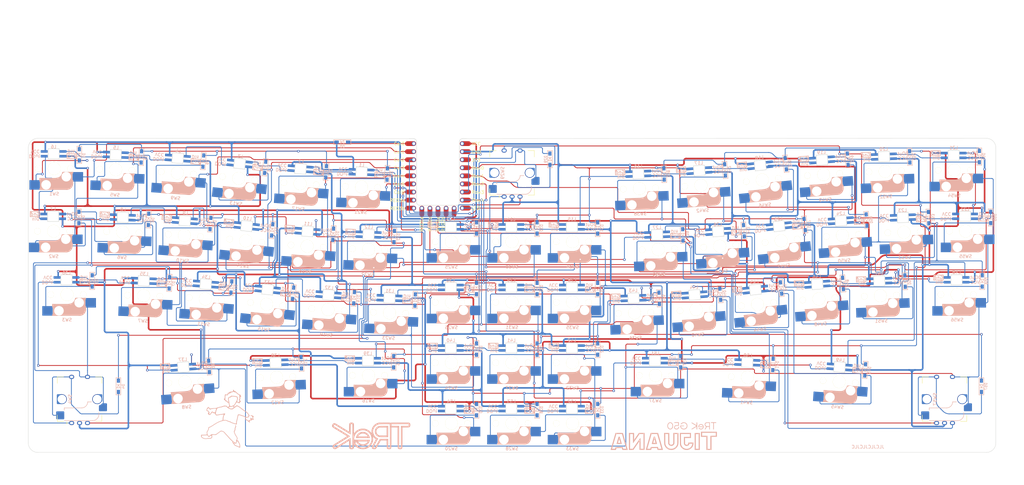
<source format=kicad_pcb>
(kicad_pcb (version 20221018) (generator pcbnew)
  (layers (0 "F.Cu" signal) (31 "B.Cu" signal) (34 "B.Paste" user) (35 "F.Paste" user) (36 "B.SilkS" user "B.Silkscreen") (37 "F.SilkS" user "F.Silkscreen") (38 "B.Mask" user) (39 "F.Mask" user) (44 "Edge.Cuts" user))
  (net 0 "")
  (net 1 "LEDVCC")
  (net 2 "VCC")
  (net 3 "Row0")
  (net 4 "Net-(D1-A)")
  (net 5 "Row1")
  (net 6 "Net-(D2-A)")
  (net 7 "Row2")
  (net 8 "Net-(D3-A)")
  (net 9 "Row4")
  (net 10 "Net-(D4-A)")
  (net 11 "Net-(D5-A)")
  (net 12 "Net-(D6-A)")
  (net 13 "Net-(D7-A)")
  (net 14 "Row3")
  (net 15 "Net-(D8-A)")
  (net 16 "Net-(D9-A)")
  (net 17 "Net-(D10-A)")
  (net 18 "Net-(D11-A)")
  (net 19 "Net-(D12-A)")
  (net 20 "Net-(D13-A)")
  (net 21 "Net-(D14-A)")
  (net 22 "Net-(D15-A)")
  (net 23 "Net-(D16-A)")
  (net 24 "Net-(D17-A)")
  (net 25 "Net-(D18-A)")
  (net 26 "Net-(D19-A)")
  (net 27 "Net-(D20-A)")
  (net 28 "Net-(D21-A)")
  (net 29 "Net-(D22-A)")
  (net 30 "Net-(D23-A)")
  (net 31 "Net-(D24-A)")
  (net 32 "Net-(D25-A)")
  (net 33 "Net-(D26-A)")
  (net 34 "Net-(D27-A)")
  (net 35 "Net-(D28-A)")
  (net 36 "Net-(D29-A)")
  (net 37 "Net-(D30-K)")
  (net 38 "Net-(D31-K)")
  (net 39 "Net-(D32-K)")
  (net 40 "Net-(D33-K)")
  (net 41 "Net-(D34-K)")
  (net 42 "Net-(D35-K)")
  (net 43 "Net-(D36-K)")
  (net 44 "Net-(D37-K)")
  (net 45 "Net-(D38-K)")
  (net 46 "Net-(D39-K)")
  (net 47 "Net-(D40-K)")
  (net 48 "Net-(D41-K)")
  (net 49 "Net-(D42-K)")
  (net 50 "Net-(D43-K)")
  (net 51 "Net-(D44-K)")
  (net 52 "Net-(D45-K)")
  (net 53 "Net-(D46-K)")
  (net 54 "Net-(D47-K)")
  (net 55 "Net-(D48-K)")
  (net 56 "Net-(D49-K)")
  (net 57 "Net-(D50-K)")
  (net 58 "Net-(D51-K)")
  (net 59 "Net-(D52-K)")
  (net 60 "Net-(D53-K)")
  (net 61 "Net-(D54-K)")
  (net 62 "Net-(D55-K)")
  (net 63 "Net-(D56-K)")
  (net 64 "Net-(D57-K)")
  (net 65 "GND")
  (net 66 "Net-(L1-DOUT)")
  (net 67 "LED")
  (net 68 "Net-(L2-DOUT)")
  (net 69 "Net-(L3-DOUT)")
  (net 70 "Net-(L4-DOUT)")
  (net 71 "Net-(L5-DOUT)")
  (net 72 "Net-(L6-DOUT)")
  (net 73 "Net-(L7-DOUT)")
  (net 74 "Net-(L8-DOUT)")
  (net 75 "Net-(L10-DIN)")
  (net 76 "Net-(L10-DOUT)")
  (net 77 "Net-(L11-DOUT)")
  (net 78 "Net-(L12-DOUT)")
  (net 79 "Net-(L13-DOUT)")
  (net 80 "Net-(L14-DOUT)")
  (net 81 "Net-(L15-DOUT)")
  (net 82 "Net-(L16-DOUT)")
  (net 83 "Net-(L17-DOUT)")
  (net 84 "Net-(L18-DOUT)")
  (net 85 "Net-(L19-DOUT)")
  (net 86 "Net-(L20-DOUT)")
  (net 87 "Net-(L21-DOUT)")
  (net 88 "Net-(L22-DOUT)")
  (net 89 "Net-(L23-DOUT)")
  (net 90 "Net-(L24-DOUT)")
  (net 91 "Net-(L25-DOUT)")
  (net 92 "Net-(L26-DOUT)")
  (net 93 "Net-(L27-DOUT)")
  (net 94 "Net-(L28-DOUT)")
  (net 95 "Net-(L29-DOUT)")
  (net 96 "Net-(L30-DOUT)")
  (net 97 "Net-(L31-DOUT)")
  (net 98 "Net-(L32-DOUT)")
  (net 99 "Net-(L33-DOUT)")
  (net 100 "Net-(L34-DOUT)")
  (net 101 "Net-(L35-DOUT)")
  (net 102 "Net-(L36-DOUT)")
  (net 103 "Net-(L37-DOUT)")
  (net 104 "Net-(L38-DOUT)")
  (net 105 "Net-(L39-DOUT)")
  (net 106 "Net-(L40-DOUT)")
  (net 107 "Net-(L41-DOUT)")
  (net 108 "Net-(L42-DOUT)")
  (net 109 "Net-(L43-DOUT)")
  (net 110 "Net-(L44-DOUT)")
  (net 111 "Net-(L45-DOUT)")
  (net 112 "Net-(L46-DOUT)")
  (net 113 "Net-(L47-DOUT)")
  (net 114 "Net-(L48-DOUT)")
  (net 115 "Net-(L49-DOUT)")
  (net 116 "Net-(L50-DOUT)")
  (net 117 "Net-(L51-DOUT)")
  (net 118 "Net-(L52-DOUT)")
  (net 119 "Net-(L53-DOUT)")
  (net 121 "Col0")
  (net 122 "RE01b")
  (net 123 "RE01a")
  (net 124 "Col1")
  (net 125 "Col2")
  (net 126 "Col3")
  (net 127 "Col4")
  (net 128 "Col5")
  (net 129 "Col6")
  (net 130 "RE03b")
  (net 131 "RE03a")
  (net 132 "RE02b")
  (net 133 "RE02a")
  (footprint "kbd_Parts:Diode_SMD" (layer "F.Cu") (at 198.3627 64.505 90)
    (fp_text reference "D35")
    (fp_text value "D" hide)
  )
  (footprint "Switch_CherryMX_Kailh_Socket:SW_Cherry_MX_1.00u_Kailh_EC12" (layer "F.Cu") (at 35.4 99.3 180)
    (fp_text reference "SW4")
    (fp_text value "RotaryEncoder_Switch")
  )
  (footprint "kbd_SW:CherryMX_Hotswap_1u" (layer "F.Cu") (at 171.4059 106.9072 180)
    (fp_text reference "SW28")
    (fp_text value "SW_PUSH" hide)
  )
  (footprint "kbd_Parts:LED_SK6812MINI-E_BL" (layer "F.Cu") (at 311.2601 61.7615)
    (fp_text reference "L48")
    (fp_text value "SK6812MINI" hide)
    (fp_line (start -1.75 -1.6) (end 1.75 -1.6) (stroke (width 0.12)) (layer "Edge.Cuts"))
    (fp_line (start -1.75 1.6) (end -1.75 -1.6) (stroke (width 0.12)) (layer "Edge.Cuts"))
    (fp_line (start 1.75 -1.6) (end 1.75 1.6) (stroke (width 0.12)) (layer "Edge.Cuts"))
    (fp_line (start 1.75 1.6) (end -1.75 1.6) (stroke (width 0.12)) (layer "Edge.Cuts"))
  )
  (footprint "kbd_Parts:LED_SK6812MINI-E_BL" (layer "F.Cu") (at 190.2716 83.2058)
    (fp_text reference "L42")
    (fp_text value "SK6812MINI" hide)
    (fp_line (start -1.75 -1.6) (end 1.75 -1.6) (stroke (width 0.12)) (layer "Edge.Cuts"))
    (fp_line (start -1.75 1.6) (end -1.75 -1.6) (stroke (width 0.12)) (layer "Edge.Cuts"))
    (fp_line (start 1.75 -1.6) (end 1.75 1.6) (stroke (width 0.12)) (layer "Edge.Cuts"))
    (fp_line (start 1.75 1.6) (end -1.75 1.6) (stroke (width 0.12)) (layer "Edge.Cuts"))
  )
  (footprint "kbd_Parts:LED_SK6812MINI-E_BL" (layer "F.Cu") (at 274.8654 43.1753 -176)
    (fp_text reference "L24")
    (fp_text value "SK6812MINI" hide)
    (fp_line (start -1.75 -1.6) (end 1.75 -1.6) (stroke (width 0.12)) (layer "Edge.Cuts"))
    (fp_line (start -1.75 1.6) (end -1.75 -1.6) (stroke (width 0.12)) (layer "Edge.Cuts"))
    (fp_line (start 1.75 -1.6) (end 1.75 1.6) (stroke (width 0.12)) (layer "Edge.Cuts"))
    (fp_line (start 1.75 1.6) (end -1.75 1.6) (stroke (width 0.12)) (layer "Edge.Cuts"))
  )
  (footprint "kbd_Parts:Diode_SMD" (layer "F.Cu") (at 295.0516 62.1715 92)
    (fp_text reference "D51")
    (fp_text value "D" hide)
  )
  (footprint "kbd_Parts:LED_SK6812MINI-E_BL" (layer "F.Cu") (at 268.9411 24.0376 4)
    (fp_text reference "L19")
    (fp_text value "SK6812MINI" hide)
    (fp_line (start -1.75 -1.6) (end 1.75 -1.6) (stroke (width 0.12)) (layer "Edge.Cuts"))
    (fp_line (start -1.75 1.6) (end -1.75 -1.6) (stroke (width 0.12)) (layer "Edge.Cuts"))
    (fp_line (start 1.75 -1.6) (end 1.75 1.6) (stroke (width 0.12)) (layer "Edge.Cuts"))
    (fp_line (start 1.75 1.6) (end -1.75 1.6) (stroke (width 0.12)) (layer "Edge.Cuts"))
  )
  (footprint "kbd_SW:CherryMX_Hotswap_1u" (layer "F.Cu") (at 66.1461 28.1404 176)
    (fp_text reference "SW9")
    (fp_text value "SW_PUSH" hide)
  )
  (footprint "kbd_Parts:LED_SK6812MINI-E_BL" (layer "F.Cu") (at 87.968 44.8421 -6)
    (fp_text reference "L10")
    (fp_text value "SK6812MINI" hide)
    (fp_line (start -1.75 -1.6) (end 1.75 -1.6) (stroke (width 0.12)) (layer "Edge.Cuts"))
    (fp_line (start -1.75 1.6) (end -1.75 -1.6) (stroke (width 0.12)) (layer "Edge.Cuts"))
    (fp_line (start 1.75 -1.6) (end 1.75 1.6) (stroke (width 0.12)) (layer "Edge.Cuts"))
    (fp_line (start 1.75 1.6) (end -1.75 1.6) (stroke (width 0.12)) (layer "Edge.Cuts"))
  )
  (footprint "kbd_Parts:LED_SK6812MINI-E_BL" (layer "F.Cu") (at 313.9245 41.7929 180)
    (fp_text reference "L22")
    (fp_text value "SK6812MINI" hide)
    (fp_line (start -1.75 -1.6) (end 1.75 -1.6) (stroke (width 0.12)) (layer "Edge.Cuts"))
    (fp_line (start -1.75 1.6) (end -1.75 -1.6) (stroke (width 0.12)) (layer "Edge.Cuts"))
    (fp_line (start 1.75 -1.6) (end 1.75 1.6) (stroke (width 0.12)) (layer "Edge.Cuts"))
    (fp_line (start 1.75 1.6) (end -1.75 1.6) (stroke (width 0.12)) (layer "Edge.Cuts"))
  )
  (footprint "kbd_Parts:Diode_SMD" (layer "F.Cu") (at 179.3115 83.5557 -90)
    (fp_text reference "D27")
    (fp_text value "D" hide)
  )
  (footprint "kbd_SW:CherryMX_Hotswap_1u" (layer "F.Cu") (at 113.5488 71.1284 176)
    (fp_text reference "SW19")
    (fp_text value "SW_PUSH" hide)
  )
  (footprint "kbd_SW:CherryMX_Hotswap_1u" (layer "F.Cu") (at 294.7188 46.7813 -178)
    (fp_text reference "SW53")
    (fp_text value "SW_PUSH" hide)
  )
  (footprint "kbd_Parts:Diode_SMD" (layer "F.Cu") (at 238.4301 27.184 94)
    (fp_text reference "D42")
    (fp_text value "D" hide)
  )
  (footprint "kbd_Parts:LED_SK6812MINI-E_BL" (layer "F.Cu") (at 294.3759 42.1501 -178)
    (fp_text reference "L23")
    (fp_text value "SK6812MINI" hide)
    (fp_line (start -1.75 -1.6) (end 1.75 -1.6) (stroke (width 0.12)) (layer "Edge.Cuts"))
    (fp_line (start -1.75 1.6) (end -1.75 -1.6) (stroke (width 0.12)) (layer "Edge.Cuts"))
    (fp_line (start 1.75 -1.6) (end 1.75 1.6) (stroke (width 0.12)) (layer "Edge.Cuts"))
    (fp_line (start 1.75 1.6) (end -1.75 1.6) (stroke (width 0.12)) (layer "Edge.Cuts"))
  )
  (footprint "kbd_Parts:LED_SK6812MINI-E_BL" (layer "F.Cu") (at 126.1194 87.1841)
    (fp_text reference "L39")
    (fp_text value "SK6812MINI" hide)
    (fp_line (start -1.75 -1.6) (end 1.75 -1.6) (stroke (width 0.12)) (layer "Edge.Cuts"))
    (fp_line (start -1.75 1.6) (end -1.75 -1.6) (stroke (width 0.12)) (layer "Edge.Cuts"))
    (fp_line (start 1.75 -1.6) (end 1.75 1.6) (stroke (width 0.12)) (layer "Edge.Cuts"))
    (fp_line (start 1.75 1.6) (end -1.75 1.6) (stroke (width 0.12)) (layer "Edge.Cuts"))
  )
  (footprint "kbd_Parts:Diode_SMD" (layer "F.Cu") (at 319.0875 95.25 90)
    (fp_text reference "D57")
    (fp_text value "D" hide)
  )
  (footprint "kbd_Parts:Diode_SMD" (layer "F.Cu") (at 134.3762 48.1535 -92)
    (fp_text reference "D22")
    (fp_text value "D" hide)
  )
  (footprint "kbd_Parts:Diode_SMD" (layer "F.Cu") (at 256.0495 64.3286 96)
    (fp_text reference "D44")
    (fp_text value "D" hide)
  )
  (footprint "kbd_SW:CherryMX_Hotswap_1u" (layer "F.Cu") (at 27.4199 26.7854 180)
    (fp_text reference "SW1")
    (fp_text value "SW_PUSH" hide)
  )
  (footprint "kbd_SW:CherryMX_Hotswap_1u" (layer "F.Cu") (at 236.7772 51.1713 -176)
    (fp_text reference "SW43")
    (fp_text value "SW_PUSH" hide)
  )
  (footprint "kbd_SW:CherryMX_Hotswap_1u" (layer "F.Cu") (at 106.9698 51.1713 176)
    (fp_text reference "SW18")
    (fp_text value "SW_PUSH" hide)
  )
  (footprint "kbd_Parts:Diode_SMD" (layer "F.Cu") (at 140.9599 68.1172 -92)
    (fp_text reference "D23")
    (fp_text value "D" hide)
  )
  (footprint "kbd_SW:CherryMX_Hotswap_1.25u" (layer "F.Cu") (at 274.3271 93.8279 176)
    (fp_text reference "SW45")
    (fp_text value "SW_PUSH" hide)
  )
  (footprint "kbd_SW:CherryMX_Hotswap_1.25u" (layer "F.Cu") (at 68.5396 93.8579 -176)
    (fp_text reference "SW8")
    (fp_text value "SW_PUSH" hide)
  )
  (footprint "kbd_SW:CherryMX_Hotswap_1u" (layer "F.Cu") (at 314.0923 46.44 180)
    (fp_text reference "SW55")
    (fp_text value "SW_PUSH" hide)
  )
  (footprint "kbd_SW:CherryMX_Hotswap_1u" (layer "F.Cu") (at 171.4059 49.7572 180)
    (fp_text reference "SW30")
    (fp_text value "SW_PUSH" hide)
  )
  (footprint "kbd_Parts:Diode_SMD" (layer "F.Cu") (at 302.4673 42.2013 92)
    (fp_text reference "D53")
    (fp_text value "D" hide)
  )
  (footprint "kbd_Parts:Diode_SMD" (layer "F.Cu") (at 253.5118 88.3791 88)
    (fp_text reference "D41")
    (fp_text value "D" hide)
  )
  (footprint "kbd_Parts:LED_SK6812MINI-E_BL" (layer "F.Cu") (at 68.5047 43.1602 -4)
    (fp_text reference "L9")
    (fp_text value "SK6812MINI" hide)
    (fp_line (start -1.75 -1.6) (end 1.75 -1.6) (stroke (width 0.12)) (layer "Edge.Cuts"))
    (fp_line (start -1.75 1.6) (end -1.75 -1.6) (stroke (width 0.12)) (layer "Edge.Cuts"))
    (fp_line (start 1.75 -1.6) (end 1.75 1.6) (stroke (width 0.12)) (layer "Edge.Cuts"))
    (fp_line (start 1.75 1.6) (end -1.75 1.6) (stroke (width 0.12)) (layer "Edge.Cuts"))
  )
  (footprint "kbd_Parts:Diode_SMD" (layer "F.Cu") (at 76.5826 44.0446 -94)
    (fp_text reference "D10")
    (fp_text value "D" hide)
  )
  (footprint "kbd_Parts:LED_SK6812MINI-E_BL" (layer "F.Cu") (at 171.2236 102.2625 180)
    (fp_text reference "L53")
    (fp_text value "SK6812MINI" hide)
    (fp_line (start -1.75 -1.6) (end 1.75 -1.6) (stroke (width 0.12)) (layer "Edge.Cuts"))
    (fp_line (start -1.75 1.6) (end -1.75 -1.6) (stroke (width 0.12)) (layer "Edge.Cuts"))
    (fp_line (start 1.75 -1.6) (end 1.75 1.6) (stroke (width 0.12)) (layer "Edge.Cuts"))
    (fp_line (start 1.75 1.6) (end -1.75 1.6) (stroke (width 0.12)) (layer "Edge.Cuts"))
  )
  (footprint "kbd_Parts:LED_SK6812MINI-E_BL" (layer "F.Cu") (at 31.2849 61.7673 180)
    (fp_text reference "L36")
    (fp_text value "SK6812MINI" hide)
    (fp_line (start -1.75 -1.6) (end 1.75 -1.6) (stroke (width 0.12)) (layer "Edge.Cuts"))
    (fp_line (start -1.75 1.6) (end -1.75 -1.6) (stroke (width 0.12)) (layer "Edge.Cuts"))
    (fp_line (start 1.75 -1.6) (end 1.75 1.6) (stroke (width 0.12)) (layer "Edge.Cuts"))
    (fp_line (start 1.75 1.6) (end -1.75 1.6) (stroke (width 0.12)) (layer "Edge.Cuts"))
  )
  (footprint "kbd_Parts:LED_SK6812MINI-E_BL" (layer "F.Cu") (at 247.9713 64.8388 6)
    (fp_text reference "L45")
    (fp_text value "SK6812MINI" hide)
    (fp_line (start -1.75 -1.6) (end 1.75 -1.6) (stroke (width 0.12)) (layer "Edge.Cuts"))
    (fp_line (start -1.75 1.6) (end -1.75 -1.6) (stroke (width 0.12)) (layer "Edge.Cuts"))
    (fp_line (start 1.75 -1.6) (end 1.75 1.6) (stroke (width 0.12)) (layer "Edge.Cuts"))
    (fp_line (start 1.75 1.6) (end -1.75 1.6) (stroke (width 0.12)) (layer "Edge.Cuts"))
  )
  (footprint "kbd_Parts:LED_SK6812MINI-E_BL" (layer "F.Cu") (at 230.3333 27.403 4)
    (fp_text reference "L17")
    (fp_text value "SK6812MINI" hide)
    (fp_line (start -1.75 -1.6) (end 1.75 -1.6) (stroke (width 0.12)) (layer "Edge.Cuts"))
    (fp_line (start -1.75 1.6) (end -1.75 -1.6) (stroke (width 0.12)) (layer "Edge.Cuts"))
    (fp_line (start 1.75 -1.6) (end 1.75 1.6) (stroke (width 0.12)) (layer "Edge.Cuts"))
    (fp_line (start 1.75 1.6) (end -1.75 1.6) (stroke (width 0.12)) (layer "Edge.Cuts"))
  )
  (footprint "kbd_Parts:LED_SK6812MINI-E_BL" (layer "F.Cu") (at 211.1632 28.4049 2)
    (fp_text reference "L16")
    (fp_text value "SK6812MINI" hide)
    (fp_line (start -1.75 -1.6) (end 1.75 -1.6) (stroke (width 0.12)) (layer "Edge.Cuts"))
    (fp_line (start -1.75 1.6) (end -1.75 -1.6) (stroke (width 0.12)) (layer "Edge.Cuts"))
    (fp_line (start 1.75 -1.6) (end 1.75 1.6) (stroke (width 0.12)) (layer "Edge.Cuts"))
    (fp_line (start 1.75 1.6) (end -1.75 1.6) (stroke (width 0.12)) (layer "Edge.Cuts"))
  )
  (footprint "kbd_Parts:Diode_SMD" (layer "F.Cu") (at 57.0893 42.7392 -92)
    (fp_text reference "D6")
    (fp_text value "D" hide)
  )
  (footprint "kbd_Parts:LED_SK6812MINI-E_BL" (layer "F.Cu") (at 75.0894 63.1137 176)
    (fp_text reference "L34")
    (fp_text value "SK6812MINI" hide)
    (fp_line (start -1.75 -1.6) (end 1.75 -1.6) (stroke (width 0.12)) (layer "Edge.Cuts"))
    (fp_line (start -1.75 1.6) (end -1.75 -1.6) (stroke (width 0.12)) (layer "Edge.Cuts"))
    (fp_line (start 1.75 -1.6) (end 1.75 1.6) (stroke (width 0.12)) (layer "Edge.Cuts"))
    (fp_line (start 1.75 1.6) (end -1.75 1.6) (stroke (width 0.12)) (layer "Edge.Cuts"))
  )
  (footprint "kbd_Parts:LED_SK6812MINI-E_BL" (layer "F.Cu") (at 286.9565 62.1129 2)
    (fp_text reference "L47")
    (fp_text value "SK6812MINI" hide)
    (fp_line (start -1.75 -1.6) (end 1.75 -1.6) (stroke (width 0.12)) (layer "Edge.Cuts"))
    (fp_line (start -1.75 1.6) (end -1.75 -1.6) (stroke (width 0.12)) (layer "Edge.Cuts"))
    (fp_line (start 1.75 -1.6) (end 1.75 1.6) (stroke (width 0.12)) (layer "Edge.Cuts"))
    (fp_line (start 1.75 1.6) (end -1.75 1.6) (stroke (width 0.12)) (layer "Edge.Cuts"))
  )
  (footprint "kbd_Parts:Diode_SMD" (layer "F.Cu") (at 224.4669 87.5137 90)
    (fp_text reference "D37")
    (fp_text value "D" hide)
  )
  (footprint "kbd_Parts:Diode_SMD" (layer "F.Cu") (at 219.2548 28.4551 92)
    (fp_text reference "D38")
    (fp_text value "D" hide)
  )
  (footprint "kbd_SW:CherryMX_Hotswap_1u" (layer "F.Cu") (at 55.5988 66.7484 178)
    (fp_text reference "SW7")
    (fp_text value "SW_PUSH" hide)
  )
  (footprint "kbd_SW:CherryMX_Hotswap_1u" (layer "F.Cu") (at 49.0198 46.7813 178)
    (fp_text reference "SW6")
    (fp_text value "SW_PUSH" hide)
  )
  (footprint "kbd_SW:CherryMX_Hotswap_1.25u" (layer "F.Cu") (at 126.2996 91.8353 180)
    (fp_text reference "SW16")
    (fp_text value "SW_PUSH" hide)
  )
  (footprint "kbd_Parts:LED_SK6812MINI-E_BL" (layer "F.Cu") (at 132.8855 67.4941 178)
    (fp_text reference "L31")
    (fp_text value "SK6812MINI" hide)
    (fp_line (start -1.75 -1.6) (end 1.75 -1.6) (stroke (width 0.12)) (layer "Edge.Cuts"))
    (fp_line (start -1.75 1.6) (end -1.75 -1.6) (stroke (width 0.12)) (layer "Edge.Cuts"))
    (fp_line (start 1.75 -1.6) (end 1.75 1.6) (stroke (width 0.12)) (layer "Edge.Cuts"))
    (fp_line (start 1.75 1.6) (end -1.75 1.6) (stroke (width 0.12)) (layer "Edge.Cuts"))
  )
  (footprint "kbd_Parts:Diode_SMD" (layer "F.Cu") (at 35.3333 22.4453 -90)
    (fp_text reference "D1")
    (fp_text value "D" hide)
  )
  (footprint "kbd_Parts:Diode_SMD" (layer "F.Cu") (at 76.1248 89.0053 -86)
    (fp_text reference "D8")
    (fp_text value "D" hide)
  )
  (footprint "kbd_Parts:LED_SK6812MINI-E_BL" (layer "F.Cu") (at 27.2403 22.1301 180)
    (fp_text reference "L6")
    (fp_text value "SK6812MINI" hide)
    (fp_line (start -1.75 -1.6) (end 1.75 -1.6) (stroke (width 0.12)) (layer "Edge.Cuts"))
    (fp_line (start -1.75 1.6) (end -1.75 -1.6) (stroke (width 0.12)) (layer "Edge.Cuts"))
    (fp_line (start 1.75 -1.6) (end 1.75 1.6) (stroke (width 0.12)) (layer "Edge.Cuts"))
    (fp_line (start 1.75 1.6) (end -1.75 1.6) (stroke (width 0.12)) (layer "Edge.Cuts"))
  )
  (footprint "kbd_Parts:LED_SK6812MINI-E_BL" (layer "F.Cu") (at 274.4591 89.1833 176)
    (fp_text reference "L49")
    (fp_text value "SK6812MINI" hide)
    (fp_line (start -1.75 -1.6) (end 1.75 -1.6) (stroke (width 0.12)) (layer "Edge.Cuts"))
    (fp_line (start -1.75 1.6) (end -1.75 -1.6) (stroke (width 0.12)) (layer "Edge.Cuts"))
    (fp_line (start 1.75 -1.6) (end 1.75 1.6) (stroke (width 0.12)) (layer "Edge.Cuts"))
    (fp_line (start 1.75 1.6) (end -1.75 1.6) (stroke (width 0.12)) (layer "Edge.Cuts"))
  )
  (footprint "kbd_Parts:LED_SK6812MINI-E_BL" (layer "F.Cu") (at 55.5802 62.0998 178)
    (fp_text reference "L35")
    (fp_text value "SK6812MINI" hide)
    (fp_line (start -1.75 -1.6) (end 1.75 -1.6) (stroke (width 0.12)) (layer "Edge.Cuts"))
    (fp_line (start -1.75 1.6) (end -1.75 -1.6) (stroke (width 0.12)) (layer "Edge.Cuts"))
    (fp_line (start 1.75 -1.6) (end 1.75 1.6) (stroke (width 0.12)) (layer "Edge.Cuts"))
    (fp_line (start 1.75 1.6) (end -1.75 1.6) (stroke (width 0.12)) (layer "Edge.Cuts"))
  )
  (footprint "kbd_Parts:Diode_SMD" (layer "F.Cu") (at 257.5496 25.2318 96)
    (fp_text reference "D46")
    (fp_text value "D" hide)
  )
  (footprint "kbd_SW:CherryMX_Hotswap_1u" (layer "F.Cu") (at 85.4461 29.8304 174)
    (fp_text reference "SW13")
    (fp_text value "SW_PUSH" hide)
  )
  (footprint "kbd_SW:CherryMX_Hotswap_1u" (layer "F.Cu") (at 211.504 33.0404 -178)
    (fp_text reference "SW38")
    (fp_text value "SW_PUSH" hide)
  )
  (footprint "kbd_Parts:Diode_SMD" (layer "F.Cu") (at 319.3421 62.1059 90)
    (fp_text reference "D56")
    (fp_text value "D" hide)
  )
  (footprint "kbd_SW:CherryMX_Hotswap_1u" (layer "F.Cu") (at 126.3198 52.1813 178)
    (fp_text reference "SW22")
    (fp_text value "SW_PUSH" hide)
  )
  (footprint "kbd_Parts:Diode_SMD" (layer "F.Cu") (at 112.9586 27.7886 -94)
    (fp_text reference "D17")
    (fp_text value "D" hide)
  )
  (footprint "kbd_Parts:LED_SK6812MINI-E_BL" (layer "F.Cu") (at 255.4124 44.8781 -174)
    (fp_text reference "L25")
    (fp_text value "SK6812MINI" hide)
    (fp_line (start -1.75 -1.6) (end 1.75 -1.6) (stroke (width 0.12)) (layer "Edge.Cuts"))
    (fp_line (start -1.75 1.6) (end -1.75 -1.6) (stroke (width 0.12)) (layer "Edge.Cuts"))
    (fp_line (start 1.75 -1.6) (end 1.75 1.6) (stroke (width 0.12)) (layer "Edge.Cuts"))
    (fp_line (start 1.75 1.6) (end -1.75 1.6) (stroke (width 0.12)) (layer "Edge.Cuts"))
  )
  (footprint "kbd_Parts:LED_SK6812MINI-E_BL" (layer "F.Cu") (at 267.4431 63.1412 4)
    (fp_text reference "L46")
    (fp_text value "SK6812MINI" hide)
    (fp_line (start -1.75 -1.6) (end 1.75 -1.6) (stroke (width 0.12)) (layer "Edge.Cuts"))
    (fp_line (start -1.75 1.6) (end -1.75 -1.6) (stroke (width 0.12)) (layer "Edge.Cuts"))
    (fp_line (start 1.75 -1.6) (end 1.75 1.6) (stroke (width 0.12)) (layer "Edge.Cuts"))
    (fp_line (start 1.75 1.6) (end -1.75 1.6) (stroke (width 0.12)) (layer "Edge.Cuts"))
  )
  (footprint "kbd_Parts:LED_SK6812MINI-E_BL" (layer "F.Cu") (at 236.2687 46.5532 -176)
    (fp_text reference "L26")
    (fp_text value "SK6812MINI" hide)
    (fp_line (start -1.75 -1.6) (end 1.75 -1.6) (stroke (width 0.12)) (layer "Edge.Cuts"))
    (fp_line (start -1.75 1.6) (end -1.75 -1.6) (stroke (width 0.12)) (layer "Edge.Cuts"))
    (fp_line (start 1.75 -1.6) (end 1.75 1.6) (stroke (width 0.12)) (layer "Edge.Cuts"))
    (fp_line (start 1.75 1.6) (end -1.75 1.6) (stroke (width 0.12)) (layer "Edge.Cuts"))
  )
  (footprint "kbd_SW:CherryMX_Hotswap_1u" (layer "F.Cu") (at 171.4059 87.8572 180)
    (fp_text reference "SW27")
    (fp_text value "SW_PUSH" hide)
  )
  (footprint "kbd_SW:CherryMX_Hotswap_1u" (layer "F.Cu") (at 229.3388 71.1284 -176)
    (fp_text reference "SW40")
    (fp_text value "SW_PUSH" hide)
  )
  (footprint "kbd_Parts:LED_SK6812MINI-E_BL" (layer "F.Cu") (at 107.117 46.5243 -4)
    (fp_text reference "L11")
    (fp_text value "SK6812MINI" hide)
    (fp_line (start -1.75 -1.6) (end 1.75 -1.6) (stroke (width 0.12)) (layer "Edge.Cuts"))
    (fp_line (start -1.75 1.6) (end -1.75 -1.6) (stroke (width 0.12)) (layer "Edge.Cuts"))
    (fp_line (start 1.75 -1.6) (end 1.75 1.6) (stroke (width 0.12)) (layer "Edge.Cuts"))
    (fp_line (start 1.75 1.6) (end -1.75 1.6) (stroke (width 0.12)) (layer "Edge.Cuts"))
  )
  (footprint "kbd_Parts:LED_SK6812MINI-E_BL" (layer "F.Cu") (at 190.2793 64.1645 180)
    (fp_text reference "L28")
    (fp_text value "SK6812MINI" hide)
    (fp_line (start -1.75 -1.6) (end 1.75 -1.6) (stroke (width 0.12)) (layer "Edge.Cuts"))
    (fp_line (start -1.75 1.6) (end -1.75 -1.6) (stroke (width 0.12)) (layer "Edge.Cuts"))
    (fp_line (start 1.75 -1.6) (end 1.75 1.6) (stroke (width 0.12)) (layer "Edge.Cuts"))
    (fp_line (start 1.75 1.6) (end -1.75 1.6) (stroke (width 0.12)) (layer "Edge.Cuts"))
  )
  (footprint "kbd_Parts:LED_SK6812MINI-E_BL" (layer "F.Cu") (at 171.225 83.2073)
    (fp_text reference "L41")
    (fp_text value "SK6812MINI" hide)
    (fp_line (start -1.75 -1.6) (end 1.75 -1.6) (stroke (width 0.12)) (layer "Edge.Cuts"))
    (fp_line (start -1.75 1.6) (end -1.75 -1.6) (stroke (width 0.12)) (layer "Edge.Cuts"))
    (fp_line (start 1.75 -1.6) (end 1.75 1.6) (stroke (width 0.12)) (layer "Edge.Cuts"))
    (fp_line (start 1.75 1.6) (end -1.75 1.6) (stroke (width 0.12)) (layer "Edge.Cuts"))
  )
  (footprint "kbd_Parts:Diode_SMD" (layer "F.Cu") (at 321.9997 42.139 90)
    (fp_text reference "D55")
    (fp_text value "D" hide)
  )
  (footprint "kbd_SW:CherryMX_Hotswap_1u" (layer "F.Cu") (at 209.9888 72.1413 -178)
    (fp_text reference "SW36")
    (fp_text value "SW_PUSH" hide)
  )
  (footprint "kbd_SW:CherryMX_Hotswap_1u" (layer "F.Cu") (at 132.8988 72.1413 178)
    (fp_text reference "SW23")
    (fp_text value "SW_PUSH" hide)
  )
  (footprint "kbd_Parts:Diode_SMD" (layer "F.Cu") (at 132.1734 28.4847 -92)
    (fp_text reference "D21")
    (fp_text value "D" hide)
  )
  (footprint "kbd_SW:CherryMX_Hotswap_1u" (layer "F.Cu") (at 190.4559 49.7572 180)
    (fp_text reference "SW34")
    (fp_text value "SW_PUSH" hide)
  )
  (footprint "kbd_Parts:LED_SK6812MINI-E_BL" (layer "F.Cu") (at 49.0062 42.1288 -2)
    (fp_text reference "L8")
    (fp_text value "SK6812MINI" hide)
    (fp_line (start -1.75 -1.6) (end 1.75 -1.6) (stroke (width 0.12)) (layer "Edge.Cuts"))
    (fp_line (start -1.75 1.6) (end -1.75 -1.6) (stroke (width 0.12)) (layer "Edge.Cuts"))
    (fp_line (start 1.75 -1.6) (end 1.75 1.6) (stroke (width 0.12)) (layer "Edge.Cuts"))
    (fp_line (start 1.75 1.6) (end -1.75 1.6) (stroke (width 0.12)) (layer "Edge.Cuts"))
  )
  (footprint "kbd_Parts:LED_SK6812MINI-E_BL" (layer "F.Cu") (at 217.0775 47.5409 -178)
    (fp_text reference "L27")
    (fp_text value "SK6812MINI" hide)
    (fp_line (start -1.75 -1.6) (end 1.75 -1.6) (stroke (width 0.12)) (layer "Edge.Cuts"))
    (fp_line (start -1.75 1.6) (end -1.75 -1.6) (stroke (width 0.12)) (layer "Edge.Cuts"))
    (fp_line (start 1.75 -1.6) (end 1.75 1.6) (stroke (width 0.12)) (layer "Edge.Cuts"))
    (fp_line (start 1.75 1.6) (end -1.75 1.6) (stroke (width 0.12)) (layer "Edge.Cuts"))
  )
  (footprint "kbd_SW:CherryMX_Hotswap_1u" (layer "F.Cu") (at 256.0746 49.4813 -174)
    (fp_text reference "SW47")
    (fp_text value "SW_PUSH" hide)
  )
  (footprint "kbd_SW:CherryMX_Hotswap_1u" (layer "F.Cu") (at 275.3754 47.8013 -176)
    (fp_text reference "SW50")
    (fp_text value "SW_PUSH" hide)
  )
  (footprint "kbd_SW:CherryMX_Hotswap_1u" (layer "F.Cu") (at 152.3559 49.7572 180)
    (fp_text reference "SW25")
    (fp_text value "SW_PUSH" hide)
  )
  (footprint "kbd_SW:CherryMX_Hotswap_1u" (layer "F.Cu") (at 287.3038 66.7484 -178)
    (fp_text reference "SW51")
    (fp_text value "SW_PUSH" hide)
  )
  (footprint "kbd_SW:CherryMX_Hotswap_1u" (layer "F.Cu") (at 74.9488 67.7584 176)
    (fp_text reference "SW11")
    (fp_text value "SW_PUSH" hide)
  )
  (footprint "kbd_SW:CherryMX_Hotswap_1u" (layer "F.Cu") (at 190.4559 68.8072 180)
    (fp_text reference "SW35")
    (fp_text value "SW_PUSH" hide)
  )
  (footprint "kbd_Parts:Diode_SMD" (layer "F.Cu") (at 160.2656 64.4974 -90)
    (fp_text reference "D26")
    (fp_text value "D" hide)
  )
  (footprint "kbd_Parts:LED_SK6812MINI-E_BL" (layer "F.Cu") (at 27.0859 41.8051)
    (fp_text reference "L7")
    (fp_text value "SK6812MINI" hide)
    (fp_line (start -1.75 -1.6) (end 1.75 -1.6) (stroke (width 0.12)) (layer "Edge.Cuts"))
    (fp_line (start -1.75 1.6) (end -1.75 -1.6) (stroke (width 0.12)) (layer "Edge.Cuts"))
    (fp_line (start 1.75 -1.6) (end 1.75 1.6) (stroke (width 0.12)) (layer "Edge.Cuts"))
    (fp_line (start 1.75 1.6) (end -1.75 1.6) (stroke (width 0.12)) (layer "Edge.Cuts"))
  )
  (footprint "kbd_SW:CherryMX_Hotswap_1u" (layer "F.Cu") (at 250.138 30.3404 -174)
    (fp_text reference "SW46")
    (fp_text value "SW_PUSH" hide)
  )
  (footprint "kbd_SW:CherryMX_Hotswap_1.5u" (layer "F.Cu") (at 311.4379 66.4084 180)
    (fp_text reference "SW56")
    (fp_text value "SW_PUSH" hide)
  )
  (footprint "kbd_Parts:LED_SK6812MINI-E_BL" (layer "F.Cu") (at 97.0553 87.7963 2)
    (fp_text reference "L38")
    (fp_text value "SK6812MINI" hide)
    (fp_line (start -1.75 -1.6) (end 1.75 -1.6) (stroke (width 0.12)) (layer "Edge.Cuts"))
    (fp_line (start -1.75 1.6) (end -1.75 -1.6) (stroke (width 0.12)) (layer "Edge.Cuts"))
    (fp_line (start 1.75 -1.6) (end 1.75 1.6) (stroke (width 0.12)) (layer "Edge.Cuts"))
    (fp_line (start 1.75 1.6) (end -1.75 1.6) (stroke (width 0.12)) (layer "Edge.Cuts"))
  )
  (footprint "kbd_Parts:LED_SK6812MINI-E_BL" (layer "F.Cu") (at 171.2184 64.1644 180)
    (fp_text reference "L29")
    (fp_text value "SK6812MINI" hide)
    (fp_line (start -1.75 -1.6) (end 1.75 -1.6) (stroke (width 0.12)) (layer "Edge.Cuts"))
    (fp_line (start -1.75 1.6) (end -1.75 -1.6) (stroke (width 0.12)) (layer "Edge.Cuts"))
    (fp_line (start 1.75 -1.6) (end 1.75 1.6) (stroke (width 0.12)) (layer "Edge.Cuts"))
    (fp_line (start 1.75 1.6) (end -1.75 1.6) (stroke (width 0.12)) (layer "Edge.Cuts"))
  )
  (footprint "mcu:rp2040-zero-smd-rev-with-th" (layer "F.Cu") (at 148.140334 28.904341)
    (fp_text reference "U1" hide)
    (fp_text value "rp2040-zero" hide)
    (fp_line (start -7.740734 -11.577147) (end -9.001334 -11.577147) (stroke (width 0.12)) (layer "Edge.Cuts"))
    (fp_line (start -6.740734 -10.577147) (end -6.740734 8.422853) (stroke (width 0.12)) (layer "Edge.Cuts"))
    (fp_line (start -5.740734 9.422853) (end 4.562266 9.422853) (stroke (width 0.12)) (layer "Edge.Cuts"))
    (fp_line (start 4.562266 9.422853) (end 5.746666 9.422853) (stroke (width 0.12)) (layer "Edge.Cuts"))
    (fp_line (start 6.746666 8.422853) (end 6.746666 -10.577147) (stroke (width 0.12)) (layer "Edge.Cuts"))
    (fp_line (start 7.746666 -11.577147) (end 8.983666 -11.577147) (stroke (width 0.12)) (layer "Edge.Cuts"))
    (fp_arc (start -7.740734 -11.577147) (mid -7.033628 -11.284253) (end -6.740734 -10.577147) (stroke (width 0.12)) (layer "Edge.Cuts"))
    (fp_arc (start -5.740734 9.422853) (mid -6.44784 9.129959) (end -6.740734 8.422853) (stroke (width 0.12)) (layer "Edge.Cuts"))
    (fp_arc (start 6.746666 -10.577147) (mid 7.039561 -11.28425) (end 7.746666 -11.577147) (stroke (width 0.12)) (layer "Edge.Cuts"))
    (fp_arc (start 6.746666 8.422853) (mid 6.453775 9.129964) (end 5.746666 9.422853) (stroke (width 0.12)) (layer "Edge.Cuts"))
  )
  (footprint "kbd_SW:CherryMX_Hotswap_1u" (layer "F.Cu") (at 124.1061 32.5304 178)
    (fp_text reference "SW21")
    (fp_text value "SW_PUSH" hide)
  )
  (footprint "kbd_Parts:LED_SK6812MINI-E_BL" (layer "F.Cu") (at 152.182 45.1135)
    (fp_text reference "L13")
    (fp_text value "SK6812MINI" hide)
    (fp_line (start -1.75 -1.6) (end 1.75 -1.6) (stroke (width 0.12)) (layer "Edge.Cuts"))
    (fp_line (start -1.75 1.6) (end -1.75 -1.6) (stroke (width 0.12)) (layer "Edge.Cuts"))
    (fp_line (start 1.75 -1.6) (end 1.75 1.6) (stroke (width 0.12)) (layer "Edge.Cuts"))
    (fp_line (start 1.75 1.6) (end -1.75 1.6) (stroke (width 0.12)) (layer "Edge.Cuts"))
  )
  (footprint "kbd_Parts:Diode_SMD" (layer "F.Cu") (at 179.3192 45.4468 90)
    (fp_text reference "D30")
    (fp_text value "D" hide)
  )
  (footprint "kbd_Parts:Diode_SMD" (layer "F.Cu") (at 275.5329 62.9109 94)
    (fp_text reference "D48")
    (fp_text value "D" hide)
  )
  (footprint "kbd_Parts:LED_SK6812MINI-E_BL" (layer "F.Cu") (at 46.7707 22.4336 178)
    (fp_text reference "L5")
    (fp_text value "SK6812MINI" hide)
    (fp_line (start -1.75 -1.6) (end 1.75 -1.6) (stroke (width 0.12)) (layer "Edge.Cuts"))
    (fp_line (start -1.75 1.6) (end -1.75 -1.6) (stroke (width 0.12)) (layer "Edge.Cuts"))
    (fp_line (start 1.75 -1.6) (end 1.75 1.6) (stroke (width 0.12)) (layer "Edge.Cuts"))
    (fp_line (start 1.75 1.6) (end -1.75 1.6) (stroke (width 0.12)) (layer "Edge.Cuts"))
  )
  (footprint "kbd_Parts:LED_SK6812MINI-E_BL" (layer "F.Cu") (at 85.7467 25.1812 174)
    (fp_text reference "L3")
    (fp_text value "SK6812MINI" hide)
    (fp_line (start -1.75 -1.6) (end 1.75 -1.6) (stroke (width 0.12)) (layer "Edge.Cuts"))
    (fp_line (start -1.75 1.6) (end -1.75 -1.6) (stroke (width 0.12)) (layer "Edge.Cuts"))
    (fp_line (start 1.75 -1.6) (end 1.75 1.6) (stroke (width 0.12)) (layer "Edge.Cuts"))
    (fp_line (start 1.75 1.6) (end -1.75 1.6) (stroke (width 0.12)) (layer "Edge.Cuts"))
  )
  (footprint "kbd_Parts:LED_SK6812MINI-E_BL" (layer "F.Cu") (at 66.2836 23.4829 176)
    (fp_text reference "L4")
    (fp_text value "SK6812MINI" hide)
    (fp_line (start -1.75 -1.6) (end 1.75 -1.6) (stroke (width 0.12)) (layer "Edge.Cuts"))
    (fp_line (start -1.75 1.6) (end -1.75 -1.6) (stroke (width 0.12)) (layer "Edge.Cuts"))
    (fp_line (start 1.75 -1.6) (end 1.75 1.6) (stroke (width 0.12)) (layer "Edge.Cuts"))
    (fp_line (start 1.75 1.6) (end -1.75 1.6) (stroke (width 0.12)) (layer "Edge.Cuts"))
  )
  (footprint "kbd_Parts:Diode_SMD" (layer "F.Cu") (at 198.3688 45.4559 90)
    (fp_text reference "D34")
    (fp_text value "D" hide)
  )
  (footprint "kbd_SW:CherryMX_Hotswap_1.25u" (layer "F.Cu") (at 27.2659 46.4513 180)
    (fp_text reference "SW2")
    (fp_text value "SW_PUSH" hide)
  )
  (footprint "kbd_Parts:Diode_SMD" (layer "F.Cu") (at 160.2662 102.6059 -90)
    (fp_text reference "D20")
    (fp_text value "D" hide)
  )
  (footprint "kbd_Parts:Diode_SMD" (layer "F.Cu") (at 236.9256 66.2863 94)
    (fp_text reference "D40")
    (fp_text value "D" hide)
  )
  (footprint "kbd_SW:CherryMX_Hotswap_1.75u" (layer "F.Cu") (at 97.3996 92.4279 -178)
    (fp_text reference "SW12")
    (fp_text value "SW_PUSH" hide)
  )
  (footprint "kbd_Parts:LED_SK6812MINI-E_BL" (layer "F.Cu") (at 245.4359 87.7525 178)
    (fp_text reference "L50")
    (fp_text value "SK6812MINI" hide)
    (fp_line (start -1.75 -1.6) (end 1.75 -1.6) (stroke (width 0.12)) (layer "Edge.Cuts"))
    (fp_line (start -1.75 1.6) (end -1.75 -1.6) (stroke (width 0.12)) (layer "Edge.Cuts"))
    (fp_line (start 1.75 -1.6) (end 1.75 1.6) (stroke (width 0.12)) (layer "Edge.Cuts"))
    (fp_line (start 1.75 1.6) (end -1.75 1.6) (stroke (width 0.12)) (layer "Edge.Cuts"))
  )
  (footprint "kbd_Parts:LED_SK6812MINI-E_BL" (layer "F.Cu") (at 152.1778 64.1646 180)
    (fp_text reference "L30")
    (fp_text value "SK6812MINI" hide)
    (fp_line (start -1.75 -1.6) (end 1.75 -1.6) (stroke (width 0.12)) (layer "Edge.Cuts"))
    (fp_line (start -1.75 1.6) (end -1.75 -1.6) (stroke (width 0.12)) (layer "Edge.Cuts"))
    (fp_line (start 1.75 -1.6) (end 1.75 1.6) (stroke (width 0.12)) (layer "Edge.Cuts"))
    (fp_line (start 1.75 1.6) (end -1.75 1.6) (stroke (width 0.12)) (layer "Edge.Cuts"))
  )
  (footprint "kbd_Parts:Diode_SMD" (layer "F.Cu") (at 282.9635 42.9589 94)
    (fp_text reference "D50")
    (fp_text value "D" hide)
  )
  (footprint "kbd_Parts:LED_SK6812MINI-E_BL" (layer "F.Cu") (at 124.0898 27.8705 178)
    (fp_text reference "L1")
    (fp_text value "SK6812MINI" hide)
    (fp_line (start -1.75 -1.6) (end 1.75 -1.6) (stroke (width 0.12)) (layer "Edge.Cuts"))
    (fp_line (start -1.75 1.6) (end -1.75 -1.6) (stroke (width 0.12)) (layer "Edge.Cuts"))
    (fp_line (start 1.75 -1.6) (end 1.75 1.6) (stroke (width 0.12)) (layer "Edge.Cuts"))
    (fp_line (start 1.75 1.6) (end -1.75 1.6) (stroke (width 0.12)) (layer "Edge.Cuts"))
  )
  (footprint "kbd_Parts:LED_SK6812MINI-E_BL" (layer "F.Cu") (at 171.2212 45.1159)
    (fp_text reference "L14")
    (fp_text value "SK6812MINI" hide)
    (fp_line (start -1.75 -1.6) (end 1.75 -1.6) (stroke (width 0.12)) (layer "Edge.Cuts"))
    (fp_line (start -1.75 1.6) (end -1.75 -1.6) (stroke (width 0.12)) (layer "Edge.Cuts"))
    (fp_line (start 1.75 -1.6) (end 1.75 1.6) (stroke (width 0.12)) (layer "Edge.Cuts"))
    (fp_line (start 1.75 1.6) (end -1.75 1.6) (stroke (width 0.12)) (layer "Edge.Cuts"))
  )
  (footprint "kbd_Parts:LED_SK6812MINI-E_BL" (layer "F.Cu") (at 310.3459 22.6441)
    (fp_text reference "L21")
    (fp_text value "SK6812MINI" hide)
    (fp_line (start -1.75 -1.6) (end 1.75 -1.6) (stroke (width 0.12)) (layer "Edge.Cuts"))
    (fp_line (start -1.75 1.6) (end -1.75 -1.6) (stroke (width 0.12)) (layer "Edge.Cuts"))
    (fp_line (start 1.75 -1.6) (end 1.75 1.6) (stroke (width 0.12)) (layer "Edge.Cuts"))
    (fp_line (start 1.75 1.6) (end -1.75 1.6) (stroke (width 0.12)) (layer "Edge.Cuts"))
  )
  (footprint "kbd_Parts:LED_SK6812MINI-E_BL" (layer "F.Cu") (at 68.0418 89.2385 4)
    (fp_text reference "L37")
    (fp_text value "SK6812MINI" hide)
    (fp_line (start -1.75 -1.6) (end 1.75 -1.6) (stroke (width 0.12)) (layer "Edge.Cuts"))
    (fp_line (start -1.75 1.6) (end -1.75 -1.6) (stroke (width 0.12)) (layer "Edge.Cuts"))
    (fp_line (start 1.75 -1.6) (end 1.75 1.6) (stroke (width 0.12)) (layer "Edge.Cuts"))
    (fp_line (start 1.75 1.6) (end -1.75 1.6) (stroke (width 0.12)) (layer "Edge.Cuts"))
  )
  (footprint "kbd_Parts:LED_SK6812MINI-E_BL" (layer "F.Cu") (at 94.55 64.8051 174)
    (fp_text reference "L33")
    (fp_text value "SK6812MINI" hide)
    (fp_line (start -1.75 -1.6) (end 1.75 -1.6) (stroke (width 0.12)) (layer "Edge.Cuts"))
    (fp_line (start -1.75 1.6) (end -1.75 -1.6) (stroke (width 0.12)) (layer "Edge.Cuts"))
    (fp_line (start 1.75 -1.6) (end 1.75 1.6) (stroke (width 0.12)) (layer "Edge.Cuts"))
    (fp_line (start 1.75 1.6) (end -1.75 1.6) (stroke (width 0.12)) (layer "Edge.Cuts"))
  )
  (footprint "kbd_Parts:LED_SK6812MINI-E_BL" (layer "F.Cu") (at 152.1731 102.2638 180)
    (fp_text reference "L54")
    (fp_text value "SK6812MINI" hide)
    (fp_line (start -1.75 -1.6) (end 1.75 -1.6) (stroke (width 0.12)) (layer "Edge.Cuts"))
    (fp_line (start -1.75 1.6) (end -1.75 -1.6) (stroke (width 0.12)) (layer "Edge.Cuts"))
    (fp_line (start 1.75 -1.6) (end 1.75 1.6) (stroke (width 0.12)) (layer "Edge.Cuts"))
    (fp_line (start 1.75 1.6) (end -1.75 1.6) (stroke (width 0.12)) (layer "Edge.Cuts"))
  )
  (footprint "kbd_Parts:Diode_SMD" (layer "F.Cu") (at 179.3204 64.5044 90)
    (fp_text reference "D31")
    (fp_text value "D" hide)
  )
  (footprint "kbd_SW:CherryMX_Hotswap_1u" (layer "F.Cu") (at 87.6698 49.4813 174)
    (fp_text reference "SW14")
    (fp_text value "SW_PUSH" hide)
  )
  (footprint "kbd_SW:CherryMX_Hotswap_1u" (layer "F.Cu") (at 94.2488 69.4384 174)
    (fp_text reference "SW15")
    (fp_text value "SW_PUSH" hide)
  )
  (footprint "kbd_Parts:Diode_SMD" (layer "F.Cu") (at 35.1767 42.1475 -90)
    (fp_text reference "D2")
    (fp_text value "D" hide)
  )
  (footprint "kbd_Parts:Diode_SMD" (layer "F.Cu") (at 39.3827 62.1041 -90)
    (fp_text reference "D3")
    (fp_text value "D" hide)
  )
  (footprint "kbd_SW:CherryMX_Hotswap_1u" (layer "F.Cu") (at 230.8425 32.0304 -176)
    (fp_text reference "SW42")
    (fp_text value "SW_PUSH" hide)
  )
  (footprint "kbd_Parts:LED_SK6812MINI-E_BL" (layer "F.Cu") (at 152.1729 83.2148)
    (fp_text reference "L40")
    (fp_text value "SK6812MINI" hide)
    (fp_line (start -1.75 -1.6) (end 1.75 -1.6) (stroke (width 0.12)) (layer "Edge.Cuts"))
    (fp_line (start -1.75 1.6) (end -1.75 -1.6) (stroke (width 0.12)) (layer "Edge.Cuts"))
    (fp_line (start 1.75 -1.6) (end 1.75 1.6) (stroke (width 0.12)) (layer "Edge.Cuts"))
    (fp_line (start 1.75 1.6) (end -1.75 1.6) (stroke (width 0.12)) (layer "Edge.Cuts"))
  )
  (footprint "kbd_Parts:Diode_SMD" (layer "F.Cu") (at 102.5702 65.9835 -96)
    (fp_text reference "D15")
    (fp_text value "D" hide)
  )
  (footprint "kbd_Parts:Diode_SMD" (layer "F.Cu") (at 118.0552 18.4414)
    (fp_text reference "D0")
    (fp_text value "D" hide)
  )
  (footprint "kbd_Parts:Diode_SMD" (layer "F.Cu") (at 134.2041 87.5307 -90)
    (fp_text reference "D16")
    (fp_text value "D" hide)
  )
  (footprint "kbd_Parts:Diode_SMD" (layer "F.Cu") (at 263.4858 44.3712 96)
    (fp_text reference "D47")
    (fp_text value "D" hide)
  )
  (footprint "kbd_Parts:Diode_SMD" (layer "F.Cu") (at 277.0198 23.8048 94)
    (fp_text reference "D49")
    (fp_text value "D" hide)
  )
  (footprint "kbd_SW:CherryMX_Hotswap_1u" (layer "F.Cu") (at 190.4559 87.8572 180)
    (fp_text reference "SW32")
    (fp_text value "SW_PUSH" hide)
  )
  (footprint "kbd_Parts:LED_SK6812MINI-E_BL" (layer "F.Cu") (at 209.6457 67.511 2)
    (fp_text reference "L43")
    (fp_text value "SK6812MINI" hide)
    (fp_line (start -1.75 -1.6) (end 1.75 -1.6) (stroke (width 0.12)) (layer "Edge.Cuts"))
    (fp_line (start -1.75 1.6) (end -1.75 -1.6) (stroke (width 0.12)) (layer "Edge.Cuts"))
    (fp_line (start 1.75 -1.6) (end 1.75 1.6) (stroke (width 0.12)) (layer "Edge.Cuts"))
    (fp_line (start 1.75 1.6) (end -1.75 1.6) (stroke (width 0.12)) (layer "Edge.Cuts"))
  )
  (footprint "kbd_Parts:Diode_SMD" (layer "F.Cu") (at 105.1551 87.8526 -88)
    (fp_text reference "D12")
    (fp_text value "D" hide)
  )
  (footprint "kbd_Parts:LED_SK6812MINI-E_BL" (layer "F.Cu") (at 126.3005 47.534 -2)
    (fp_text reference "L12")
    (fp_text value "SK6812MINI" hide)
    (fp_line (start -1.75 -1.6) (end 1.75 -1.6) (stroke (width 0.12)) (layer "Edge.Cuts"))
    (fp_line (start -1.75 1.6) (end -1.75 -1.6) (stroke (width 0.12)) (layer "Edge.Cuts"))
    (fp_line (start 1.75 -1.6) (end 1.75 1.6) (stroke (width 0.12)) (layer "Edge.Cuts"))
    (fp_line (start 1.75 1.6) (end -1.75 1.6) (stroke (width 0.12)) (layer "Edge.Cuts"))
  )
  (footprint "kbd_Parts:LED_SK6812MINI-E_BL" (layer "F.Cu") (at 190.2737 45.1149)
    (fp_text reference "L15")
    (fp_text value "SK6812MINI" hide)
    (fp_line (start -1.75 -1.6) (end 1.75 -1.6) (stroke (width 0.12)) (layer "Edge.Cuts"))
    (fp_line (start -1.75 1.6) (end -1.75 -1.6) (stroke (width 0.12)) (layer "Edge.Cuts"))
    (fp_line (start 1.75 -1.6) (end 1.75 1.6) (stroke (width 0.12)) (layer "Edge.Cuts"))
    (fp_line (start 1.75 1.6) (end -1.75 1.6) (stroke (width 0.12)) (layer "Edge.Cuts"))
  )
  (footprint "kbd_Parts:Diode_SMD" (layer "F.Cu") (at 93.7844 26.3688 -96)
    (fp_text reference "D13")
    (fp_text value "D" hide)
  )
  (footprint "kbd_Parts:LED_SK6812MINI-E_BL" (layer "F.Cu") (at 216.3681 87.1677 180)
    (fp_text reference "L51")
    (fp_text value "SK6812MINI" hide)
    (fp_line (start -1.75 -1.6) (end 1.75 -1.6) (stroke (width 0.12)) (layer "Edge.Cuts"))
    (fp_line (start -1.75 1.6) (end -1.75 -1.6) (stroke (width 0.12)) (layer "Edge.Cuts"))
    (fp_line (start 1.75 -1.6) (end 1.75 1.6) (stroke (width 0.12)) (layer "Edge.Cuts"))
    (fp_line (start 1.75 1.6) (end -1.75 1.6) (stroke (width 0.12)) (layer "Edge.Cuts"))
  )
  (footprint "kbd_Parts:Diode_SMD" (layer "F.Cu") (at 179.3227 102.6077 -90)
    (fp_text reference "D28")
    (fp_text value "D" hide)
  )
  (footprint "kbd_SW:CherryMX_Hotswap_1.5u" (layer "F.Cu") (at 31.4659 66.4084 180)
    (fp_text reference "SW3")
    (fp_text value "SW_PUSH" hide)
  )
  (footprint "kbd_SW:CherryMX_Hotswap_1.75u" (layer "F.Cu") (at 245.4571 92.4019 178)
    (fp_text reference "SW41")
    (fp_text value "SW_PUSH" hide)
  )
  (footprint "kbd_Parts:Diode_SMD" (layer "F.Cu") (at 121.7535 67.3914 -94)
    (fp_text reference "D19")
    (fp_text value "D" hide)
  )
  (footprint "kbd_Parts:Diode_SMD" (layer "F.Cu") (at 74.3374 24.412 -94)
    (fp_text reference "D9")
    (fp_text value "D" hide)
  )
  (footprint "kbd_SW:CherryMX_Hotswap_1u" (layer "F.Cu") (at 248.6388 69.4384 -174)
    (fp_text reference "SW44")
    (fp_text value "SW_PUSH" hide)
  )
  (footprint "kbd_Parts:LED_SK6812MINI-E_BL" (layer "F.Cu") (at 104.8994 26.8552 176)
    (fp_text reference "L2")
    (fp_text value "SK6812MINI" hide)
    (fp_line (start -1.75 -1.6) (end 1.75 -1.6) (stroke (width 0.12)) (layer "Edge.Cuts"))
    (fp_line (start -1.75 1.6) (end -1.75 -1.6) (stroke (width 0.12)) (layer "Edge.Cuts"))
    (fp_line (start 1.75 -1.6) (end 1.75 1.6) (stroke (width 0.12)) (layer "Edge.Cuts"))
    (fp_line (start 1.75 1.6) (end -1.75 1.6) (stroke (width 0.12)) (layer "Edge.Cuts"))
  )
  (footprint "kbd_SW:CherryMX_Hotswap_1u" (layer "F.Cu") (at 288.7783 27.6344 -178)
    (fp_text reference "SW52")
    (fp_text value "SW_PUSH" hide)
  )
  (footprint "kbd_SW:CherryMX_Hotswap_1u" (layer "F.Cu") (at 217.4237 52.1813 -178)
    (fp_text reference "SW39")
    (fp_text value "SW_PUSH" hide)
  )
  (footprint "kbd_Parts:Diode_SMD" (layer "F.Cu") (at 115.169 47.4211 -94)
    (fp_text reference "D18")
    (fp_text value "D" hide)
  )
  (footprint "kbd_Parts:Diode_SMD" (layer "F.Cu") (at 244.3666 46.3271 94)
    (fp_text reference "D43")
    (fp_text value "D" hide)
  )
  (footprint "kbd_SW:CherryMX_Hotswap_1u" (layer "F.Cu") (at 269.4365 28.6504 -176)
    (fp_text reference "SW49")
    (fp_text value "SW_PUSH" hide)
  )
  (footprint "kbd_Parts:Diode_SMD" (layer "F.Cu") (at 160.2811 45.4492 -90)
    (fp_text reference "D25")
    (fp_text value "D" hide)
  )
  (footprint "kbd_Parts:Diode_SMD" (layer "F.Cu") (at 160.2666 83.5539 -90)
    (fp_text reference "D24")
    (fp_text value "D" hide)
  )
  (footprint "kbd_SW:CherryMX_Hotswap_1.25u" (layer "F.Cu") (at 216.5571 91.816 180)
    (fp_text reference "SW37")
    (fp_text value "SW_PUSH" hide)
  )
  (footprint "kbd_SW:CherryMX_Hotswap_1u" (layer "F.Cu") (at 267.9488 67.7584 -176)
    (fp_text reference "SW48")
    (fp_text value "SW_PUSH" hide)
  )
  (footprint "kbd_Parts:Diode_SMD" (layer "F.Cu") (at 225.1746 47.6082 92)
    (fp_text reference "D39")
    (fp_text value "D" hide)
  )
  (footprint "kbd_SW:CherryMX_Hotswap_1u" (layer "F.Cu") (at 68.3698 47.8013 176)
    (fp_text reference "SW10")
    (fp_text value "SW_PUSH" hide)
  )
  (footprint "kbd_Parts:Diode_SMD" (layer "F.Cu") (at 198.3667 83.5501 90)
    (fp_text reference "D32")
    (fp_text value "D" hide)
  )
  (footprint "kbd_SW:CherryMX_Hotswap_1u" (layer "F.Cu") (at 152.3559 87.8572 180)
    (fp_text reference "SW24")
    (fp_text value "SW_PUSH" hide)
  )
  (footprint "kbd_SW:CherryMX_Hotswap_1u" (layer "F.Cu") (at 171.4059 68.8072 180)
    (fp_text reference "SW31")
    (fp_text value "SW_PUSH" hide)
  )
  (footprint "kbd_Parts:Diode_SMD" (layer "F.Cu") (at 83.1508 64.0139 -94)
    (fp_text reference "D11")
    (fp_text value "D" hide)
  )
  (footprint "kbd_Parts:Diode_SMD" (layer "F.Cu") (at 198.3628 102.6032 90)
    (fp_text reference "D33")
    (fp_text value "D" hide)
  )
  (footprint "kbd_SW:CherryMX_Hotswap_1u" (layer "F.Cu") (at 104.7561 31.5204 176)
    (fp_text reference "SW17")
    (fp_text value "SW_PUSH" hide)
  )
  (footprint "kbd_Parts:Diode_SMD" (layer "F.Cu") (at 183.3563 23.8125 -90)
    (fp_text reference "D29")
    (fp_text value "D" hide)
  )
  (footprint "kbd_SW:CherryMX_Hotswap_1u" (layer "F.Cu") (at 152.3559 68.8072 180)
    (fp_text reference "SW26")
    (fp_text value "SW_PUSH" hide)
  )
  (footprint "kbd_Parts:Diode_SMD" (layer "F.Cu") (at 54.844 23.0893 -92)
    (fp_text reference "D5")
    (fp_text value "D" hide)
  )
  (footprint "kbd_Parts:LED_SK6812MINI-E_BL" (layer "F.Cu") (at 113.6886 66.4832 176)
    (fp_text reference "L32")
    (fp_text value "SK6812MINI" hide)
    (fp_line (start -1.75 -1.6) (end 1.75 -1.6) (stroke (width 0.12)) (layer "Edge.Cuts"))
    (fp_line (start -1.75 1.6) (end -1.75 -1.6) (stroke (width 0.12)) (layer "Edge.Cuts"))
    (fp_line (start 1.75 -1.6) (end 1.75 1.6) (stroke (width 0.12)) (layer "Edge.Cuts"))
    (fp_line (start 1.75 1.6) (end -1.75 1.6) (stroke (width 0.12)) (layer "Edge.Cuts"))
  )
  (footprint "Switch_CherryMX_Kailh_Socket:SW_Cherry_MX_1.00u_Kailh_EC12" (layer "F.Cu") (at 307.4756 99.3 180)
    (fp_text reference "SW57")
    (fp_text value "RotaryEncoder_Switch")
  )
  (footprint "Switch_CherryMX_Kailh_Socket:SW_Cherry_MX_1.00u_Kailh_EC12" (layer "F.Cu") (at 171.45 28.1 180)
    (fp_text reference "SW29")
    (fp_text value "RotaryEncoder_Switch")
  )
  (footprint "kbd_Parts:Diode_SMD" (layer "F.Cu") (at 63.6537 62.7181 -92)
    (fp_text reference "D7")
    (fp_text value "D" hide)
  )
  (footprint "kbd_Parts:Diode_SMD" (layer "F.Cu") (at 296.53 23.0606 92)
    (fp_text reference "D52")
    (fp_text value "D" hide)
  )
  (footprint "kbd_Parts:Diode_SMD" (layer "F.Cu") (at 282.5139 90.0912 86)
    (fp_text reference "D45")
    (fp_text value "D" hide)
  )
  (footprint "kbd_SW:CherryMX_Hotswap_1.25u" (layer "F.Cu") (at 310.5327 27.2954 180)
    (fp_text reference "SW54")
    (fp_text value "SW_PUSH" hide)
  )
  (footprint "kbd_Parts:LED_SK6812MINI-E_BL" (layer "F.Cu") (at 190.2717 102.2611 180)
    (fp_text reference "L52")
    (fp_text value "SK6812MINI" hide)
    (fp_line (start -1.75 -1.6) (end 1.75 -1.6) (stroke (width 0.12)) (layer "Edge.Cuts"))
    (fp_line (start -1.75 1.6) (end -1.75 -1.6) (stroke (width 0.12)) (layer "Edge.Cuts"))
    (fp_line (start 1.75 -1.6) (end 1.75 1.6) (stroke (width 0.12)) (layer "Edge.Cuts"))
    (fp_line (start 1.75 1.6) (end -1.75 1.6) (stroke (width 0.12)) (layer "Edge.Cuts"))
  )
  (footprint "kbd_Parts:LED_SK6812MINI-E_BL" (layer "F.Cu") (at 249.4918 25.7361 6)
    (fp_text reference "L18")
    (fp_text value "SK6812MINI" hide)
    (fp_line (start -1.75 -1.6) (end 1.75 -1.6) (stroke (width 0.12)) (layer "Edge.Cuts"))
    (fp_line (start -1.75 1.6) (end -1.75 -1.6) (stroke (width 0.12)) (layer "Edge.Cuts"))
    (fp_line (start 1.75 -1.6) (end 1.75 1.6) (stroke (width 0.12)) (layer "Edge.Cuts"))
    (fp_line (start 1.75 1.6) (end -1.75 1.6) (stroke (width 0.12)) (layer "Edge.Cuts"))
  )
  (footprint "kbd_SW:CherryMX_Hotswap_1u" (layer "F.Cu") (at 46.7941 27.1244 178)
    (fp_text reference "SW5")
    (fp_text value "SW_PUSH" hide)
  )
  (footprint "kbd_Parts:Diode_SMD" (layer "F.Cu") (at 318.4397 22.9929 90)
    (fp_text reference "D54")
    (fp_text value "D" hide)
  )
  (footprint "kbd_Parts:Diode_SMD" (layer "F.Cu") (at 95.9889 46.0462 -96)
    (fp_text reference "D14")
    (fp_text value "D" hide)
  )
  (footprint "kbd_Parts:LED_SK6812MINI-E_BL" (layer "F.Cu") (at 228.8356 66.5071 4)
    (fp_text reference "L44")
    (fp_text value "SK6812MINI" hide)
    (fp_line (start -1.75 -1.6) (end 1.75 -1.6) (stroke (width 0.12)) (layer "Edge.Cuts"))
    (fp_line (start -1.75 1.6) (end -1.75 -1.6) (stroke (width 0.12)) (layer "Edge.Cuts"))
    (fp_line (start 1.75 -1.6) (end 1.75 1.6) (stroke (width 0.12)) (layer "Edge.Cuts"))
    (fp_line (start 1.75 1.6) (end -1.75 1.6) (stroke (width 0.12)) (layer "Edge.Cuts"))
  )
  (footprint "kbd_SW:CherryMX_Hotswap_1u" (layer "F.Cu") (at 152.3559 106.9072 180)
    (fp_text reference "SW20")
    (fp_text value "SW_PUSH" hide)
  )
  (footprint "kbd_SW:CherryMX_Hotswap_1u" (layer "F.Cu") (at 190.4559 106.9072 180)
    (fp_text reference "SW33")
    (fp_text value "SW_PUSH" hide)
  )
  (footprint "kbd_Parts:LED_SK6812MINI-E_BL" (layer "F.Cu") (at 288.4338 23.0038 2)
    (fp_text reference "L20")
    (fp_text value "SK6812MINI" hide)
    (fp_line (start -1.75 -1.6) (end 1.75 -1.6) (stroke (width 0.12)) (layer "Edge.Cuts"))
    (fp_line (start -1.75 1.6) (end -1.75 -1.6) (stroke (width 0.12)) (layer "Edge.Cuts"))
    (fp_line (start 1.75 -1.6) (end 1.75 1.6) (stroke (width 0.12)) (layer "Edge.Cuts"))
    (fp_line (start 1.75 1.6) (end -1.75 1.6) (stroke (width 0.12)) (layer "Edge.Cuts"))
  )
  (footprint "kbd_Parts:Diode_SMD" (layer "F.Cu") (at 217.7414 67.5685 92)
    (fp_text reference "D36")
    (fp_text value "D" hide)
  )
  (footprint "kbd_Parts:Diode_SMD" (layer "F.Cu") (at 47.625 95.25 -90)
    (fp_text reference "D4")
    (fp_text value "D" hide)
  )
  (footprint "LOGO" (layer "B.Cu") (at 81.92 105.42 180)
    (fp_text reference "G***" hide)
    (fp_text value "LOGO" hide)
  )
  (footprint "LOGO" (layer "B.Cu") (at 219.106135 110.907157 180)
    (fp_text reference "G001" hide)
    (fp_text value "LOGO" hide)
  )
  (footprint "LOGO" (layer "B.Cu") (at 127.106135 110.907157 180)
    (fp_text reference "G000" hide)
    (fp_text value "LOGO" hide)
  )
  (gr_arc (start 22.275 116.05) (mid 20.15368 115.17132) (end 19.275 113.05) (stroke (width 0.1)) (layer "Edge.Cuts"))
  (gr_arc (start 19.275 20.25) (mid 20.15368 18.12868) (end 22.275 17.25) (stroke (width 0.1)) (layer "Edge.Cuts"))
  (gr_arc (start 323.625 113.05) (mid 322.74632 115.17132) (end 320.625 116.05) (stroke (width 0.1)) (layer "Edge.Cuts"))
  (gr_arc (start 320.625 17.25) (mid 322.74632 18.12868) (end 323.625 20.25) (stroke (width 0.1)) (layer "Edge.Cuts"))
  (gr_line (start 139.139 17.327194) (end 22.275 17.25) (stroke (width 0.1)) (layer "Edge.Cuts"))
  (gr_line (start 320.625 17.25) (end 157.124 17.327194) (stroke (width 0.1)) (layer "Edge.Cuts"))
  (gr_line (start 22.275 116.05) (end 320.625 116.05) (stroke (width 0.1)) (layer "Edge.Cuts"))
  (gr_line (start 19.275 20.25) (end 19.275 113.05) (stroke (width 0.1)) (layer "Edge.Cuts"))
  (gr_line (start 323.625 20.25) (end 323.625 113.05) (stroke (width 0.1)) (layer "Edge.Cuts"))
  (gr_text "JLCJLCJLCJLC" (at 283.36875 114.3) (layer "B.SilkS") (effects (font (size 1 1)) (justify mirror)))
  (segment (start 93.120738 39.8862) (end 53.5459 39.8862) (width 0.5) (layer "F.Cu") (net 1))
  (segment (start 30.079698 44.942151) (end 33.457429 44.942151) (width 0.5) (layer "F.Cu") (net 1))
  (segment (start 293.58011 60.617) (end 303.489402 60.617) (width 0.5) (layer "F.Cu") (net 1))
  (segment (start 30.067567 44.93002) (end 30.079698 44.942151) (width 0.5) (layer "F.Cu") (net 1))
  (segment (start 320.0771 40.6111) (end 320.0771 26.983598) (width 0.5) (layer "F.Cu") (net 1))
  (segment (start 202.450672 43.2149) (end 178.315385 43.2149) (width 0.5) (layer "F.Cu") (net 1))
  (segment (start 215.135 64.364495) (end 215.135 63.536173) (width 0.5) (layer "F.Cu") (net 1))
  (segment (start 49.291816 62.793331) (end 49.291816 61.2595) (width 0.5) (layer "F.Cu") (net 1))
  (segment (start 34.5 44.942151) (end 35.478646 44.942151) (width 0.5) (layer "F.Cu") (net 1))
  (segment (start 57.744143 77.4881) (end 73.5762 77.4881) (width 0.5) (layer "F.Cu") (net 1))
  (segment (start 176.358131 43.2149) (end 178.315385 43.2149) (width 0.5) (layer "F.Cu") (net 1))
  (segment (start 34.5 58.23237) (end 34.5 62.793018) (width 0.5) (layer "F.Cu") (net 1))
  (segment (start 46.946581 39.8862) (end 53.5459 39.8862) (width 0.5) (layer "F.Cu") (net 1))
  (segment (start 316.97867 59.3279) (end 316.98992 59.33915) (width 0.5) (layer "F.Cu") (net 1))
  (segment (start 97.580265 39.8862) (end 93.20652 39.8862) (width 0.5) (layer "F.Cu") (net 1))
  (segment (start 28.6849 59.1143) (end 33 59.1143) (width 0.5) (layer "F.Cu") (net 1))
  (segment (start 254.659093 61.601116) (end 254.659093 65.30214) (width 0.5) (layer "F.Cu") (net 1))
  (segment (start 46.3196 44.311892) (end 46.3196 40.513181) (width 0.5) (layer "F.Cu") (net 1))
  (segment (start 273.387761 61.60157) (end 273.387727 63.732305) (width 0.5) (layer "F.Cu") (net 1))
  (segment (start 288.582939 59.227362) (end 288.582939 59.344976) (width 0.5) (layer "F.Cu") (net 1))
  (segment (start 52.853423 69.4501) (end 56.487039 69.4501) (width 0.5) (layer "F.Cu") (net 1))
  (segment (start 21.267235 39.7393) (end 29.439386 39.7393) (width 0.5) (layer "F.Cu") (net 1))
  (segment (start 181.095 83.9573) (end 181.095 81.857914) (width 0.5) (layer "F.Cu") (net 1))
  (segment (start 52.2236 61.917496) (end 52.2236 68.820277) (width 0.5) (layer "F.Cu") (net 1))
  (segment (start 306.059622 59.3279) (end 316.97867 59.3279) (width 0.5) (layer "F.Cu") (net 1))
  (segment (start 317.00117 59.3279) (end 316.98992 59.33915) (width 0.5) (layer "F.Cu") (net 1))
  (segment (start 178.315385 43.2149) (end 178.209278 43.214901) (width 0.5) (layer "F.Cu") (net 1))
  (segment (start 132.827596 47.749916) (end 132.827596 40.514631) (width 0.5) (layer "F.Cu") (net 1))
  (segment (start 216.179063 62.5766) (end 250.059669 62.5766) (width 0.5) (layer "F.Cu") (net 1))
  (segment (start 132.199165 39.8862) (end 97.583241 39.8862) (width 0.5) (layer "F.Cu") (net 1))
  (segment (start 322.213202 59.3279) (end 317.00117 59.3279) (width 0.5) (layer "F.Cu") (net 1))
  (segment (start 40.934319 21.584553) (end 40.934281 19.083548) (width 0.5) (layer "F.Cu") (net 1))
  (segment (start 273.387727 63.732305) (end 283.35779 63.732305) (width 0.5) (layer "F.Cu") (net 1))
  (segment (start 250.675969 63.1929) (end 250.675969 64.6755) (width 0.5) (layer "F.Cu") (net 1))
  (segment (start 292.951649 58.5985) (end 292.951649 59.988539) (width 0.5) (layer "F.Cu") (net 1))
  (segment (start 202.483991 43.181581) (end 202.450672 43.2149) (width 0.5) (layer "F.Cu") (net 1))
  (segment (start 35.128184 63.4212) (end 48.663947 63.4212) (width 0.5) (layer "F.Cu") (net 1))
  (segment (start 131.937313 48.378396) (end 132.199129 48.378392) (width 0.5) (layer "F.Cu") (net 1))
  (segment (start 187.690607 61.862) (end 164.0037 61.862) (width 0.5) (layer "F.Cu") (net 1))
  (segment (start 187.690607 61.862) (end 207.840377 61.862) (width 0.5) (layer "F.Cu") (net 1))
  (segment (start 292.951649 58.5985) (end 289.211801 58.5985) (width 0.5) (layer "F.Cu") (net 1))
  (segment (start 33.457429 44.942151) (end 34.5 44.942151) (width 0.5) (layer "F.Cu") (net 1))
  (segment (start 93.163629 39.843309) (end 93.120738 39.8862) (width 0.5) (layer "F.Cu") (net 1))
  (segment (start 97.581753 39.884712) (end 97.580265 39.8862) (width 0.5) (layer "F.Cu") (net 1))
  (segment (start 20.6382 19.084764) (end 20.6382 39.110265) (width 0.5) (layer "F.Cu") (net 1))
  (segment (start 30.067567 40.367481) (end 30.067567 44.93002) (width 0.5) (layer "F.Cu") (net 1))
  (segment (start 33 59.1143) (end 33.61807 59.1143) (width 0.5) (layer "F.Cu") (net 1))
  (segment (start 214.175427 62.5766) (end 216.179063 62.5766) (width 0.5) (layer "F.Cu") (net 1))
  (segment (start 33 59.1143) (end 33.3857 59.1143) (width 0.5) (layer "F.Cu") (net 1))
  (segment (start 251.233196 65.302355) (end 254.658878 65.302355) (width 0.5) (layer "F.Cu") (net 1))
  (segment (start 201.532903 81.2288) (end 181.724114 81.2288) (width 0.5) (layer "F.Cu") (net 1))
  (segment (start 21.268457 18.454507) (end 24.663766 18.454507) (width 0.5) (layer "F.Cu") (net 1))
  (segment (start 34.5 58.23237) (end 34.5 45.920797) (width 0.5) (layer "F.Cu") (net 1))
  (segment (start 271.9178 77.611) (end 274.089392 77.611) (width 0.5) (layer "F.Cu") (net 1))
  (segment (start 320.0771 40.6111) (end 322.213768 40.6111) (width 0.5) (layer "F.Cu") (net 1))
  (segment (start 24.663766 18.454507) (end 40.305231 18.454507) (width 0.5) (layer "F.Cu") (net 1))
  (segment (start 202.162521 83.9065) (end 202.162521 81.858418) (width 0.5) (layer "F.Cu") (net 1))
  (segment (start 274.7181 76.982292) (end 274.7181 67.591967) (width 0.5) (layer "F.Cu") (net 1))
  (segment (start 187.675991 61.862) (end 187.549591 61.9884) (width 0.5) (layer "F.Cu") (net 1))
  (segment (start 177.249642 45.864922) (end 177.249642 44.280643) (width 0.5) (layer "F.Cu") (net 1))
  (segment (start 209.565548 62.5766) (end 214.175427 62.5766) (width 0.5) (layer "F.Cu") (net 1))
  (segment (start 30.067567 44.93002) (end 29.986849 44.849302) (width 0.5) (layer "F.Cu") (net 1))
  (segment (start 273.387727 64.380164) (end 273.387727 63.732305) (width 0.5) (layer "F.Cu") (net 1))
  (segment (start 164.0037 61.862) (end 157.338 61.862) (width 0.5) (layer "F.Cu") (net 1))
  (segment (start 254.658878 65.302355) (end 254.659093 65.30214) (width 0.5) (layer "F.Cu") (net 1))
  (segment (start 158.485597 44.291609) (end 158.485593 43.845621) (width 0.5) (layer "F.Cu") (net 1))
  (segment (start 322.842957 41.240289) (end 322.842957 58.698145) (width 0.5) (layer "F.Cu") (net 1))
  (segment (start 53.5459 39.8862) (end 53.712177 39.8862) (width 0.5) (layer "F.Cu") (net 1))
  (segment (start 159.116309 43.2149) (end 176.358131 43.2149) (width 0.5) (layer "F.Cu") (net 1))
  (segment (start 187.690607 61.862) (end 187.675991 61.862) (width 0.5) (layer "F.Cu") (net 1))
  (segment (start 283.9873 63.102795) (end 283.9873 60.603012) (width 0.5) (layer "F.Cu") (net 1))
  (segment (start 35.478646 44.942151) (end 45.689341 44.942151) (width 0.5) (layer "F.Cu") (net 1))
  (segment (start 97.583241 39.8862) (end 97.581753 39.884712) (width 0.5) (layer "F.Cu") (net 1))
  (segment (start 304.574943 60.167354) (end 304.958149 59.784146) (width 0.5) (layer "F.Cu") (net 1))
  (segment (start 57.1161 70.079161) (end 57.1161 76.860057) (width 0.5) (layer "F.Cu") (net 1))
  (segment (start 284.616412 59.9739) (end 287.954015 59.9739) (width 0.5) (layer "F.Cu") (net 1))
  (segment (start 49.315473 61.283157) (end 51.589261 61.283157) (width 0.5) (layer "F.Cu") (net 1))
  (segment (start 187.690607 61.862) (end 187.817007 61.9884) (width 0.5) (layer "F.Cu") (net 1))
  (segment (start 255.288909 60.9713) (end 272.757502 60.9713) (width 0.5) (layer "F.Cu") (net 1))
  (segment (start 93.20652 39.8862) (end 93.163629 39.843309) (width 0.5) (layer "F.Cu") (net 1))
  (via (at 202.162521 83.9065) (size 0.8) (drill 0.4) (layers "F.Cu" "B.Cu") (net 1))
  (via (at 177.249642 45.864922) (size 0.8) (drill 0.4) (layers "F.Cu" "B.Cu") (net 1))
  (via (at 24.663766 18.454507) (size 0.8) (drill 0.4) (layers "F.Cu" "B.Cu") (net 1))
  (via (at 40.934319 21.584553) (size 0.8) (drill 0.4) (layers "F.Cu" "B.Cu") (net 1))
  (via (at 157.338 61.862) (size 0.8) (drill 0.4) (layers "F.Cu" "B.Cu") (net 1))
  (via (at 316.98992 59.33915) (size 0.8) (drill 0.4) (layers "F.Cu" "B.Cu") (net 1))
  (via (at 93.163629 39.843309) (size 0.8) (drill 0.4) (layers "F.Cu" "B.Cu") (net 1))
  (via (at 73.166 39.935116) (size 0.8) (drill 0.4) (layers "F.Cu" "B.Cu") (net 1))
  (via (at 187.690607 61.862) (size 0.8) (drill 0.4) (layers "F.Cu" "B.Cu") (net 1))
  (via (at 181.095 83.9573) (size 0.8) (drill 0.4) (layers "F.Cu" "B.Cu") (net 1))
  (via (at 220.187013 62.5766) (size 0.8) (drill 0.4) (layers "F.Cu" "B.Cu") (net 1))
  (via (at 215.135 64.364495) (size 0.8) (drill 0.4) (layers "F.Cu" "B.Cu") (net 1))
  (via (at 273.387727 63.732305) (size 0.8) (drill 0.4) (layers "F.Cu" "B.Cu") (net 1))
  (via (at 292.951649 58.5985) (size 0.8) (drill 0.4) (layers "F.Cu" "B.Cu") (net 1))
  (via (at 320.0771 40.6111) (size 0.8) (drill 0.4) (layers "F.Cu" "B.Cu") (net 1))
  (via (at 30.067567 44.93002) (size 0.8) (drill 0.4) (layers "F.Cu" "B.Cu") (net 1))
  (via (at 254.659093 65.30214) (size 0.8) (drill 0.4) (layers "F.Cu" "B.Cu") (net 1))
  (via (at 28.6849 59.1143) (size 0.8) (drill 0.4) (layers "F.Cu" "B.Cu") (net 1))
  (via (at 97.581753 39.884712) (size 0.8) (drill 0.4) (layers "F.Cu" "B.Cu") (net 1))
  (via (at 202.483991 43.181581) (size 0.8) (drill 0.4) (layers "F.Cu" "B.Cu") (net 1))
  (via (at 271.9178 77.611) (size 0.8) (drill 0.4) (layers "F.Cu" "B.Cu") (net 1))
  (via (at 320.082245 26.978453) (size 0.8) (drill 0.4) (layers "F.Cu" "B.Cu") (net 1))
  (via (at 158.485597 44.291609) (size 0.8) (drill 0.4) (layers "F.Cu" "B.Cu") (net 1))
  (via (at 131.937313 48.378396) (size 0.8) (drill 0.4) (layers "F.Cu" "B.Cu") (net 1))
  (via (at 54.644427 39.877) (size 0.8) (drill 0.4) (layers "F.Cu" "B.Cu") (net 1))
  (via (at 73.5762 77.4881) (size 0.8) (drill 0.4) (layers "F.Cu" "B.Cu") (net 1))
  (via (at 164.0037 61.862) (size 0.8) (drill 0.4) (layers "F.Cu" "B.Cu") (net 1))
  (via (at 49.291816 61.2595) (size 0.8) (drill 0.4) (layers "F.Cu" "B.Cu") (net 1))
  (arc (start 132.827596 40.514631) (mid 132.643544 40.070253) (end 132.199165 39.8862) (width 0.5) (layer "F.Cu") (net 1))
  (arc (start 52.2236 68.820277) (mid 52.408071 69.265629) (end 52.853423 69.4501) (width 0.5) (layer "F.Cu") (net 1))
  (arc (start 20.6382 39.110265) (mid 20.82244 39.55506) (end 21.267235 39.7393) (width 0.5) (layer "F.Cu") (net 1))
  (arc (start 273.890629 65.594276) (mid 273.518428 65.037237) (end 273.387727 64.380164) (width 0.5) (layer "F.Cu") (net 1))
  (arc (start 56.487039 69.4501) (mid 56.931852 69.634348) (end 57.1161 70.079161) (width 0.5) (layer "F.Cu") (net 1))
  (arc (start 322.842957 58.698145) (mid 322.658506 59.143449) (end 322.213202 59.3279) (width 0.5) (layer "F.Cu") (net 1))
  (arc (start 34.5 45.920797) (mid 34.786639 45.22879) (end 35.478646 44.942151) (width 0.5) (layer "F.Cu") (net 1))
  (arc (start 46.3196 40.513181) (mid 46.503238 40.069838) (end 46.946581 39.8862) (width 0.5) (layer "F.Cu") (net 1))
  (arc (start 51.589261 61.283157) (mid 52.037803 61.468967) (end 52.2236 61.917496) (width 0.5) (layer "F.Cu") (net 1))
  (arc (start 292.951649 59.988539) (mid 293.135721 60.432928) (end 293.58011 60.617) (width 0.5) (layer "F.Cu") (net 1))
  (arc (start 303.489402 60.617) (mid 304.076892 60.500139) (end 304.574943 60.167354) (width 0.5) (layer "F.Cu") (net 1))
  (arc (start 250.059669 62.5766) (mid 250.495459 62.75711) (end 250.675969 63.1929) (width 0.5) (layer "F.Cu") (net 1))
  (arc (start 207.840377 61.862) (mid 208.257747 61.945023) (end 208.611572 62.18145) (width 0.5) (layer "F.Cu") (net 1))
  (arc (start 48.663947 63.4212) (mid 49.107917 63.237301) (end 49.291816 62.793331) (width 0.5) (layer "F.Cu") (net 1))
  (arc (start 288.582939 59.344976) (mid 288.398731 59.789692) (end 287.954015 59.9739) (width 0.5) (layer "F.Cu") (net 1))
  (arc (start 181.724114 81.2288) (mid 181.279263 81.413063) (end 181.095 81.857914) (width 0.5) (layer "F.Cu") (net 1))
  (arc (start 289.211801 58.5985) (mid 288.767128 58.782689) (end 288.582939 59.227362) (width 0.5) (layer "F.Cu") (net 1))
  (arc (start 34.5 62.793018) (mid 34.683991 63.23721) (end 35.128183 63.421201) (width 0.5) (layer "F.Cu") (net 1))
  (arc (start 274.089392 77.611) (mid 274.533956 77.426856) (end 274.7181 76.982292) (width 0.5) (layer "F.Cu") (net 1))
  (arc (start 202.162521 81.858418) (mid 201.97811 81.413211) (end 201.532903 81.2288) (width 0.5) (layer "F.Cu") (net 1))
  (arc (start 158.485593 43.845621) (mid 158.670324 43.399634) (end 159.116309 43.2149) (width 0.5) (layer "F.Cu") (net 1))
  (arc (start 35.128183 63.421201) (mid 35.128183 63.4212) (end 35.128184 63.4212) (width 0.5) (layer "F.Cu") (net 1))
  (arc (start 250.675969 64.6755) (mid 250.835671 65.093862) (end 251.233196 65.302355) (width 0.5) (layer "F.Cu") (net 1))
  (arc (start 33.3857 59.1143) (mid 34.173629 59.440671) (end 34.5 60.2286) (width 0.5) (layer "F.Cu") (net 1))
  (arc (start 208.611572 62.18145) (mid 209.04926 62.473904) (end 209.565548 62.5766) (width 0.5) (layer "F.Cu") (net 1))
  (arc (start 272.757502 60.9713) (mid 273.203166 61.155902) (end 273.387761 61.60157) (width 0.5) (layer "F.Cu") (net 1))
  (arc (start 304.958149 59.784146) (mid 305.463509 59.446474) (end 306.059622 59.3279) (width 0.5) (layer "F.Cu") (net 1))
  (arc (start 322.213768 40.6111) (mid 322.658672 40.795385) (end 322.842957 41.240289) (width 0.5) (layer "F.Cu") (net 1))
  (arc (start 283.35779 63.732305) (mid 283.802921 63.547926) (end 283.9873 63.102795) (width 0.5) (layer "F.Cu") (net 1))
  (arc (start 215.135 63.536173) (mid 214.853948 62.857652) (end 214.175427 62.5766) (width 0.5) (layer "F.Cu") (net 1))
  (arc (start 132.199129 48.378392) (mid 132.643523 48.194312) (end 132.827596 47.749916) (width 0.5) (layer "F.Cu") (net 1))
  (arc (start 57.1161 76.860057) (mid 57.30005 77.30415) (end 57.744143 77.4881) (width 0.5) (layer "F.Cu") (net 1))
  (arc (start 29.439386 39.7393) (mid 29.883577 39.92329) (end 30.067567 40.367481) (width 0.5) (layer "F.Cu") (net 1))
  (arc (start 20.6382 19.084764) (mid 20.822798 18.639105) (end 21.268457 18.454507) (width 0.5) (layer "F.Cu") (net 1))
  (arc (start 320.0771 26.983598) (mid 320.078607 26.97996) (end 320.082245 26.978453) (width 0.5) (layer "F.Cu") (net 1))
  (arc (start 177.249642 44.106411) (mid 176.988524 43.476018) (end 176.358131 43.2149) (width 0.5) (layer "F.Cu") (net 1))
  (arc (start 215.135 63.620663) (mid 215.440799 62.882399) (end 216.179063 62.5766) (width 0.5) (layer "F.Cu") (net 1))
  (arc (start 274.7181 67.591967) (mid 274.503048 66.510825) (end 273.890629 65.594276) (width 0.5) (layer "F.Cu") (net 1))
  (arc (start 49.291816 61.2595) (mid 49.298745 61.276228) (end 49.315473 61.283157) (width 0.5) (layer "F.Cu") (net 1))
  (arc (start 177.249638 44.174594) (mid 177.530695 43.495996) (end 178.209278 43.214901) (width 0.5) (layer "F.Cu") (net 1))
  (arc (start 34.5 45.984722) (mid 34.194638 45.247513) (end 33.457429 44.942151) (width 0.5) (layer "F.Cu") (net 1))
  (arc (start 40.305231 18.454507) (mid 40.750033 18.638748) (end 40.934281 19.083548) (width 0.5) (layer "F.Cu") (net 1))
  (arc (start 255.288909 60.9713) (mid 254.843562 61.155769) (end 254.659093 61.601116) (width 0.5) (layer "F.Cu") (net 1))
  (arc (start 33.61807 59.1143) (mid 34.241689 58.855989) (end 34.5 58.23237) (width 0.5) (layer "F.Cu") (net 1))
  (arc (start 283.9873 60.603012) (mid 284.171563 60.158163) (end 284.616412 59.9739) (width 0.5) (layer "F.Cu") (net 1))
  (arc (start 45.689341 44.942151) (mid 46.135001 44.757552) (end 46.3196 44.311892) (width 0.5) (layer "F.Cu") (net 1))
  (segment (start 173.825 83.9573) (end 181.095 83.9573) (width 0.5) (layer "B.Cu") (net 1))
  (segment (start 221.130358 83.9065) (end 242.087307 83.9065) (width 0.5) (layer "B.Cu") (net 1))
  (segment (start 232.9793 27.8214) (end 240.027045 27.8214) (width 0.5) (layer "B.Cu") (net 1))
  (segment (start 215.083461 44.2608) (end 220.988532 44.2608) (width 0.5) (layer "B.Cu") (net 1))
  (segment (start 154.782 45.8635) (end 157.857573 45.8635) (width 0.5) (layer "B.Cu") (net 1))
  (segment (start 73.582993 77.494893) (end 73.582993 89.177875) (width 0.5) (layer "B.Cu") (net 1))
  (segment (start 130.3133 64.043474) (end 130.3133 66.6538) (width 0.5) (layer "B.Cu") (net 1))
  (segment (start 87.323203 63.158794) (end 87.3232 59.812712) (width 0.5) (layer "B.Cu") (net 1))
  (segment (start 252.748247 44.403983) (end 246.706286 44.403983) (width 0.5) (layer "B.Cu") (net 1))
  (segment (start 220.1671 62.997834) (end 220.1671 82.943242) (width 0.5) (layer "B.Cu") (net 1))
  (segment (start 300.427341 37.475) (end 298.454481 37.475) (width 0.5) (layer "B.Cu") (net 1))
  (segment (start 272.2194 42.6085) (end 272.2194 38.296722) (width 0.5) (layer "B.Cu") (net 1))
  (segment (start 180.042249 95.7581) (end 182.024157 95.7581) (width 0.5) (layer "B.Cu") (net 1))
  (segment (start 219.157168 83.9065) (end 219.306979 83.906505) (width 0.5) (layer "B.Cu") (net 1))
  (segment (start 311.3245 41.0429) (end 311.3245 38.471048) (width 0.5) (layer "B.Cu") (net 1))
  (segment (start 220.167795 62.595818) (end 220.167795 62.991183) (width 0.5) (layer "B.Cu") (net 1))
  (segment (start 220.187013 62.5766) (end 220.167795 62.595818) (width 0.5) (layer "B.Cu") (net 1))
  (segment (start 319.447693 37.475) (end 312.320548 37.475) (width 0.5) (layer "B.Cu") (net 1))
  (segment (start 279.088001 37.3138) (end 273.202322 37.3138) (width 0.5) (layer "B.Cu") (net 1))
  (segment (start 150.525173 96.436862) (end 160.941199 96.436862) (width 0.5) (layer "B.Cu") (net 1))
  (segment (start 128.7194 87.9341) (end 138.168398 87.9341) (width 0.5) (layer "B.Cu") (net 1))
  (segment (start 299.394987 24.292703) (end 299.394987 36.442646) (width 0.5) (layer "B.Cu") (net 1))
  (segment (start 279.7174 25.071217) (end 279.7174 36.684401) (width 0.5) (layer "B.Cu") (net 1))
  (segment (start 214.828198 83.9065) (end 214.735863 83.9065) (width 0.5) (layer "B.Cu") (net 1))
  (segment (start 240.6566 28.450955) (end 240.6566 40.641209) (width 0.5) (layer "B.Cu") (net 1))
  (segment (start 187.6793 63.4145) (end 187.6793 61.873307) (width 0.5) (layer "B.Cu") (net 1))
  (segment (start 161.9076 97.462704) (end 161.9076 100.884619) (width 0.5) (layer "B.Cu") (net 1))
  (segment (start 232.674231 67.0739) (end 231.4816 67.0739) (width 0.5) (layer "B.Cu") (net 1))
  (segment (start 131.951954 48.363755) (end 139.379505 48.363755) (width 0.5) (layer "B.Cu") (net 1))
  (segment (start 177.248664 45.8659) (end 173.8212 45.8659) (width 0.5) (layer "B.Cu") (net 1))
  (segment (start 271.5871 24.6044) (end 271.5871 24.4422) (width 0.5) (layer "B.Cu") (net 1))
  (segment (start 233.622716 45.986394) (end 233.622716 45.139458) (width 0.5) (layer "B.Cu") (net 1))
  (segment (start 63.7423 22.5534) (end 63.7423 19.403179) (width 0.5) (layer "B.Cu") (net 1))
  (segment (start 181.095 94.828943) (end 181.095 83.9573) (width 0.5) (layer "B.Cu") (net 1))
  (segment (start 316.98992 59.33915) (end 316.98992 61.88153) (width 0.5) (layer "B.Cu") (net 1))
  (segment (start 161.9076 84.594391) (end 161.9076 95.470461) (width 0.5) (layer "B.Cu") (net 1))
  (segment (start 213.7878 29.0637) (end 221.339999 29.0637) (width 0.5) (layer "B.Cu") (net 1))
  (segment (start 233.3037 63.20589) (end 233.3037 66.444431) (width 0.5) (layer "B.Cu") (net 1))
  (segment (start 112.238522 27.1512) (end 121.396576 27.1512) (width 0.5) (layer "B.Cu") (net 1))
  (segment (start 44.1985 21.5933) (end 40.943066 21.5933) (width 0.5) (layer "B.Cu") (net 1))
  (segment (start 202.483991 46.929778) (end 202.483991 44.964287) (width 0.5) (layer "B.Cu") (net 1))
  (segment (start 192.8737 45.8649) (end 201.583378 45.8649) (width 0.5) (layer "B.Cu") (net 1))
  (segment (start 54.014621 42.99322) (end 51.60258 42.99322) (width 0.5) (layer "B.Cu") (net 1))
  (segment (start 111.609668 25.315073) (end 111.609668 26.522346) (width 0.5) (layer "B.Cu") (net 1))
  (segment (start 182.024157 95.7581) (end 187.041561 95.7581) (width 0.5) (layer "B.Cu") (net 1))
  (segment (start 131.933217 48.3743) (end 128.8727 48.3743) (width 0.5) (layer "B.Cu") (net 1))
  (segment (start 215.133808 64.365687) (end 215.133808 67.611906) (width 0.5) (layer "B.Cu") (net 1))
  (segment (start 71.046049 44.08974) (end 72.537788 44.08974) (width 0.5) (layer "B.Cu") (net 1))
  (segment (start 97.5562 39.910265) (end 97.5562 55.427328) (width 0.5) (layer "B.Cu") (net 1))
  (segment (start 291.7513 38.104413) (end 291.7513 41.4913) (width 0.5) (layer "B.Cu") (net 1))
  (segment (start 177.249642 45.864922) (end 177.248664 45.8659) (width 0.5) (layer "B.Cu") (net 1))
  (segment (start 92.533838 45.8598) (end 90.4754 45.8598) (width 0.5) (layer "B.Cu") (net 1))
  (segment (start 72.955568 89.8053) (end 70.6878 89.8053) (width 0.5) (layer "B.Cu") (net 1))
  (segment (start 154.7729 83.9648) (end 161.278009 83.9648) (width 0.5) (layer "B.Cu") (net 1))
  (segment (start 320.0771 40.6111) (end 320.0771 38.104407) (width 0.5) (layer "B.Cu") (net 1))
  (segment (start 214.828198 83.9065) (end 219.157168 83.9065) (width 0.5) (layer "B.Cu") (net 1))
  (segment (start 73.166 39.935116) (end 73.166 43.461528) (width 0.5) (layer "B.Cu") (net 1))
  (segment (start 62.734773 18.4414) (end 64.704079 18.4414) (width 0.5) (layer "B.Cu") (net 1))
  (segment (start 202.162521 83.9065) (end 212.835138 83.9065) (width 0.5) (layer "B.Cu") (net 1))
  (segment (start 252.156 26.2102) (end 252.156 25.8457) (width 0.5) (layer "B.Cu") (net 1))
  (segment (start 97.581753 39.884712) (end 111.060357 39.884712) (width 0.5) (layer "B.Cu") (net 1))
  (segment (start 214.4529 46.8821) (end 214.4529 44.891361) (width 0.5) (layer "B.Cu") (net 1))
  (segment (start 24.6403 21.3801) (end 24.6403 18.477973) (width 0.5) (layer "B.Cu") (net 1))
  (segment (start 162.535481 101.5125) (end 168.6236 101.5125) (width 0.5) (layer "B.Cu") (net 1))
  (segment (start 140.941384 63.4146) (end 138.963196 63.4146) (width 0.5) (layer "B.Cu") (net 1))
  (segment (start 312.320548 37.475) (end 311.3245 37.475) (width 0.5) (layer "B.Cu") (net 1))
  (segment (start 202.483991 44.964287) (end 202.483991 43.181581) (width 0.5) (layer "B.Cu") (net 1))
  (segment (start 110.518035 60.924808) (end 97.82033 60.924808) (width 0.5) (layer "B.Cu") (net 1))
  (segment (start 54.644427 39.877) (end 54.644427 42.363414) (width 0.5) (layer "B.Cu") (net 1))
  (segment (start 271.209173 37.3138) (end 262.274526 37.3138) (width 0.5) (layer "B.Cu") (net 1))
  (segment (start 116.4258 100.885398) (end 116.4258 89.085356) (width 0.5) (layer "B.Cu") (net 1))
  (segment (start 261.3009 37.3138) (end 261.3009 38.287426) (width 0.5) (layer "B.Cu") (net 1))
  (segment (start 30.067567 44.93002) (end 30.067567 42.936767) (width 0.5) (layer "B.Cu") (net 1))
  (segment (start 83.2393 24.1635) (end 83.2393 19.389203) (width 0.5) (layer "B.Cu") (net 1))
  (segment (start 312.9459 23.3941) (end 319.451534 23.3941) (width 0.5) (layer "B.Cu") (net 1))
  (segment (start 222.960547 44.2608) (end 232.744058 44.2608) (width 0.5) (layer "B.Cu") (net 1))
  (segment (start 220.187013 62.5766) (end 232.67441 62.5766) (width 0.5) (layer "B.Cu") (net 1))
  (segment (start 192.9209 83.9065) (end 202.162521 83.9065) (width 0.5) (layer "B.Cu") (net 1))
  (segment (start 215.135 64.364495) (end 215.133808 64.365687) (width 0.5) (layer "B.Cu") (net 1))
  (segment (start 52.663246 42.9691) (end 51.5784 42.9691) (width 0.5) (layer "B.Cu") (net 1))
  (segment (start 149.5731 101.5138) (end 149.5731 97.388935) (width 0.5) (layer "B.Cu") (net 1))
  (segment (start 139.426986 96.436862) (end 148.531 96.436862) (width 0.5) (layer "B.Cu") (net 1))
  (segment (start 149.5778 63.4146) (end 140.941384 63.4146) (width 0.5) (layer "B.Cu") (net 1))
  (segment (start 131.937313 48.378396) (end 131.951954 48.363755) (width 0.5) (layer "B.Cu") (net 1))
  (segment (start 121.517573 23.63754) (end 121.517558 27.030218) (width 0.5) (layer "B.Cu") (net 1))
  (segment (start 210.021741 43.181581) (end 202.483991 43.181581) (width 0.5) (layer "B.Cu") (net 1))
  (segment (start 213.7681 86.4177) (end 213.7681 84.874266) (width 0.5) (layer "B.Cu") (net 1))
  (segment (start 233.622716 45.986394) (end 233.622716 45.358764) (width 0.5) (layer "B.Cu") (net 1))
  (segment (start 148.531 96.436862) (end 150.525173 96.436862) (width 0.5) (layer "B.Cu") (net 1))
  (segment (start 291.0584 23.6626) (end 298.764884 23.6626) (width 0.5) (layer "B.Cu") (net 1))
  (segment (start 202.483991 61.947989) (end 202.483991 46.929778) (width 0.5) (layer "B.Cu") (net 1))
  (segment (start 149.5731 101.5138) (end 117.054202 101.5138) (width 0.5) (layer "B.Cu") (net 1))
  (segment (start 138.963196 63.4146) (end 139.015049 63.4146) (width 0.5) (layer "B.Cu") (net 1))
  (segment (start 254.657875 65.303358) (end 250.645012 65.303358) (width 0.5) (layer "B.Cu") (net 1))
  (segment (start 92.042639 63.787435) (end 87.951845 63.787435) (width 0.5) (layer "B.Cu") (net 1))
  (segment (start 140.0079 48.99215) (end 140.0079 62.481116) (width 0.5) (layer "B.Cu") (net 1))
  (segment (start 219.157168 83.9065) (end 221.130358 83.9065) (width 0.5) (layer "B.Cu") (net 1))
  (segment (start 254.659093 65.30214) (end 254.657875 65.303358) (width 0.5) (layer "B.Cu") (net 1))
  (segment (start 210.649141 46.252041) (end 210.649163 43.809008) (width 0.5) (layer "B.Cu") (net 1))
  (segment (start 72.5481 59.812072) (end 72.5481 62.1842) (width 0.5) (layer "B.Cu") (net 1))
  (segment (start 252.7482 42.279078) (end 252.7482 44.404) (width 0.5) (layer "B.Cu") (net 1))
  (segment (start 93.163629 39.843309) (end 93.163629 45.230009) (width 0.5) (layer "B.Cu") (net 1))
  (segment (start 240.6566 40.641209) (end 240.6566 41.6497) (width 0.5) (layer "B.Cu") (net 1))
  (segment (start 168.6184 62.490917) (end 168.6184 63.4144) (width 0.5) (layer "B.Cu") (net 1))
  (segment (start 214.506416 68.1698) (end 212.2703 68.1698) (width 0.5) (layer "B.Cu") (net 1))
  (segment (start 234.72068 44.2608) (end 239.588796 44.2608) (width 0.5) (layer "B.Cu") (net 1))
  (segment (start 164.0037 61.862) (end 167.989483 61.862) (width 0.5) (layer "B.Cu") (net 1))
  (segment (start 298.454481 37.475) (end 292.380713 37.475) (width 0.5) (layer "B.Cu") (net 1))
  (segment (start 270.0891 63.708) (end 273.363422 63.708) (width 0.5) (layer "B.Cu") (net 1))
  (segment (start 138.963196 63.4146) (end 130.942174 63.4146) (width 0.5) (layer "B.Cu") (net 1))
  (segment (start 261.3009 38.287426) (end 261.3009 41.020105) (width 0.5) (layer "B.Cu") (net 1))
  (segment (start 115.795544 88.4551) (end 99.6799 88.4551) (width 0.5) (layer "B.Cu") (net 1))
  (segment (start 316.35995 62.5115) (end 313.8601 62.5115) (width 0.5) (layer "B.Cu") (net 1))
  (segment (start 96.822567 57.06562) (end 96.822567 59.938664) (width 0.5) (layer "B.Cu") (net 1))
  (segment (start 260.671305 41.6497) (end 253.377578 41.6497) (width 0.5) (layer "B.Cu") (net 1))
  (segment (start 102.3581 25.9257) (end 102.3581 25.314134) (width 0.5) (layer "B.Cu") (net 1))
  (segment (start 149.5778 63.4146) (end 149.5778 62.488699) (width 0.5) (layer "B.Cu") (net 1))
  (segment (start 187.6717 96.388239) (end 187.6717 101.5111) (width 0.5) (layer "B.Cu") (net 1))
  (segment (start 180.042249 95.7581) (end 180.122529 95.758096) (width 0.5) (layer "B.Cu") (net 1))
  (segment (start 131.937313 48.378396) (end 131.933217 48.3743) (width 0.5) (layer "B.Cu") (net 1))
  (segment (start 49.291816 61.2595) (end 53.008 61.2595) (width 0.5) (layer "B.Cu") (net 1))
  (segment (start 271.5871 24.4422) (end 279.088383 24.4422) (width 0.5) (layer "B.Cu") (net 1))
  (segment (start 62.734773 18.4414) (end 24.676873 18.4414) (width 0.5) (layer "B.Cu") (net 1))
  (segment (start 212.835138 83.9065) (end 214.828198 83.9065) (width 0.5) (layer "B.Cu") (net 1))
  (segment (start 240.6566 42.609643) (end 240.6566 41.6497) (width 0.5) (layer "B.Cu") (net 1))
  (segment (start 111.6898 40.514155) (end 111.6898 46.824444) (width 0.5) (layer "B.Cu") (net 1))
  (segment (start 320.082245 24.024811) (end 320.082245 26.978453) (width 0.5) (layer "B.Cu") (net 1))
  (segment (start 310.330262 37.475) (end 311.3245 37.475) (width 0.5) (layer "B.Cu") (net 1))
  (segment (start 273.202322 37.3138) (end 272.2194 37.3138) (width 0.5) (layer "B.Cu") (net 1))
  (segment (start 95.836423 60.924808) (end 92.672537 60.924808) (width 0.5) (layer "B.Cu") (net 1))
  (segment (start 289.5811 62.7717) (end 292.322662 62.7717) (width 0.5) (layer "B.Cu") (net 1))
  (segment (start 232.9793 27.9698) (end 232.9793 27.8214) (width 0.5) (layer "B.Cu") (net 1))
  (segment (start 82.291497 18.4414) (end 84.276747 18.4414) (width 0.5) (layer "B.Cu") (net 1))
  (segment (start 232.744058 44.2608) (end 234.72068 44.2608) (width 0.5) (layer "B.Cu") (net 1))
  (segment (start 84.276747 18.4414) (end 116.2802 18.4414) (width 0.5) (layer "B.Cu") (net 1))
  (segment (start 169.254609 95.7581) (end 180.042249 95.7581) (width 0.5) (layer "B.Cu") (net 1))
  (segment (start 111.1473 65.5537) (end 111.1473 61.554073) (width 0.5) (layer "B.Cu") (net 1))
  (segment (start 64.704079 18.4414) (end 82.291497 18.4414) (width 0.5) (layer "B.Cu") (net 1))
  (segment (start 246.077461 43.775143) (end 246.077498 42.279764) (width 0.5) (layer "B.Cu") (net 1))
  (segment (start 220.187013 62.5766) (end 203.112602 62.5766) (width 0.5) (layer "B.Cu") (net 1))
  (segment (start 261.3009 26.475026) (end 261.3009 36.296169) (width 0.5) (layer "B.Cu") (net 1))
  (segment (start 111.060444 47.4538) (end 109.6583 47.4538) (width 0.5) (layer "B.Cu") (net 1))
  (segment (start 86.693783 59.183295) (end 73.176877 59.183295) (width 0.5) (layer "B.Cu") (net 1))
  (segment (start 138.798898 88.5646) (end 138.798898 95.808774) (width 0.5) (layer "B.Cu") (net 1))
  (segment (start 292.951649 62.142713) (end 292.951649 58.5985) (width 0.5) (layer "B.Cu") (net 1))
  (segment (start 102.986934 24.6853) (end 110.979895 24.6853) (width 0.5) (layer "B.Cu") (net 1))
  (segment (start 261.3009 36.296169) (end 261.3009 37.3138) (width 0.5) (layer "B.Cu") (net 1))
  (segment (start 150.204499 61.862) (end 157.338 61.862) (width 0.5) (layer "B.Cu") (net 1))
  (segment (start 97.236658 56.198741) (end 97.14276 56.292634) (width 0.5) (layer "B.Cu") (net 1))
  (segment (start 116.2802 18.4414) (end 116.2802 22.379103) (width 0.5) (layer "B.Cu") (net 1))
  (segment (start 240.6566 43.192996) (end 240.6566 42.609643) (width 0.5) (layer "B.Cu") (net 1))
  (segment (start 97.82033 60.924808) (end 95.836423 60.924808) (width 0.5) (layer "B.Cu") (net 1))
  (segment (start 310.330262 37.475) (end 300.427341 37.475) (width 0.5) (layer "B.Cu") (net 1))
  (segment (start 245.44745 41.6497) (end 241.665091 41.6497) (width 0.5) (layer "B.Cu") (net 1))
  (segment (start 214.452909 46.882096) (end 211.27919 46.882096) (width 0.5) (layer "B.Cu") (net 1))
  (segment (start 220.988532 44.2608) (end 222.960547 44.2608) (width 0.5) (layer "B.Cu") (net 1))
  (segment (start 271.9178 88.2538) (end 271.9178 77.611) (width 0.5) (layer "B.Cu") (net 1))
  (segment (start 92.0426 61.554745) (end 92.0426 63.787396) (width 0.5) (layer "B.Cu") (net 1))
  (segment (start 221.969343 29.693044) (end 221.969343 43.279989) (width 0.5) (layer "B.Cu") (net 1))
  (segment (start 158.485597 45.305255) (end 158.485597 44.291609) (width 0.5) (layer "B.Cu") (net 1))
  (segment (start 168.6236 96.389109) (end 168.6236 101.5125) (width 0.5) (layer "B.Cu") (net 1))
  (segment (start 161.9076 95.470461) (end 161.9076 97.462704) (width 0.5) (layer "B.Cu") (net 1))
  (segment (start 272.2194 37.3138) (end 271.209173 37.3138) (width 0.5) (layer "B.Cu") (net 1))
  (segment (start 116.908727 23.00763) (end 120.887666 23.00763) (width 0.5) (layer "B.Cu") (net 1))
  (segment (start 28.6849 61.0173) (end 28.6849 59.1143) (width 0.5) (layer "B.Cu") (net 1))
  (segment (start 242.8637 84.682893) (end 242.8637 86.9122) (width 0.5) (layer "B.Cu") (net 1))
  (segment (start 252.156 25.8457) (end 260.671574 25.8457) (width 0.5) (layer "B.Cu") (net 1))
  (arc (start 83.2393 19.478847) (mid 83.543161 18.745261) (end 84.276747 18.4414) (width 0.5) (layer "B.Cu") (net 1))
  (arc (start 232.67441 62.5766) (mid 233.119385 62.760915) (end 233.3037 63.20589) (width 0.5) (layer "B.Cu") (net 1))
  (arc (start 272.2194 38.296722) (mid 272.507291 37.601691) (end 273.202322 37.3138) (width 0.5) (layer "B.Cu") (net 1))
  (arc (start 30.067567 42.936767) (mid 29.955779 42.666888) (end 29.6859 42.5551) (width 0.5) (layer "B.Cu") (net 1))
  (arc (start 139.379505 48.363755) (mid 139.82383 48.547838) (end 140.0079 48.99215) (width 0.5) (layer "B.Cu") (net 1))
  (arc (start 63.7423 19.448927) (mid 63.447202 18.736498) (end 62.734773 18.4414) (width 0.5) (layer "B.Cu") (net 1))
  (arc (start 92.0426 63.787396) (mid 92.042611 63.787424) (end 92.042639 63.787435) (width 0.5) (layer "B.Cu") (net 1))
  (arc (start 220.167105 83.046379) (mid 219.915188 83.654588) (end 219.306979 83.906505) (width 0.5) (layer "B.Cu") (net 1))
  (arc (start 160.941199 96.436862) (mid 161.624548 96.15381) (end 161.9076 95.470461) (width 0.5) (layer "B.Cu") (net 1))
  (arc (start 149.5731 97.478962) (mid 149.267876 96.742086) (end 148.531 96.436862) (width 0.5) (layer "B.Cu") (net 1))
  (arc (start 160.881758 96.436862) (mid 161.607138 96.737324) (end 161.9076 97.462704) (width 0.5) (layer "B.Cu") (net 1))
  (arc (start 97.14276 56.292634) (mid 96.905788 56.647282) (end 96.822567 57.06562) (width 0.5) (layer "B.Cu") (net 1))
  (arc (start 24.6403 18.477973) (mid 24.647173 18.46138) (end 24.663766 18.454507) (width 0.5) (layer "B.Cu") (net 1))
  (arc (start 214.4529 44.891361) (mid 214.637587 44.445487) (end 215.083461 44.2608) (width 0.5) (layer "B.Cu") (net 1))
  (arc (start 316.98992 61.88153) (mid 316.805406 62.326986) (end 316.35995 62.5115) (width 0.5) (layer "B.Cu") (net 1))
  (arc (start 149.5731 97.388935) (mid 149.851956 96.715718) (end 150.525173 96.436862) (width 0.5) (layer "B.Cu") (net 1))
  (arc (start 72.537788 44.08974) (mid 72.982001 43.905741) (end 73.166 43.461528) (width 0.5) (layer "B.Cu") (net 1))
  (arc (start 319.451534 23.3941) (mid 319.897514 23.578831) (end 320.082245 24.024811) (width 0.5) (layer "B.Cu") (net 1))
  (arc (start 54.644427 42.363414) (mid 54.459961 42.808754) (end 54.014621 42.99322) (width 0.5) (layer "B.Cu") (net 1))
  (arc (start 138.168398 87.9341) (mid 138.614229 88.118769) (end 138.798898 88.5646) (width 0.5) (layer "B.Cu") (net 1))
  (arc (start 83.2393 19.389203) (mid 82.961695 18.719005) (end 82.291497 18.4414) (width 0.5) (layer "B.Cu") (net 1))
  (arc (start 87.951845 63.787435) (mid 87.507328 63.60331) (end 87.323203 63.158794) (width 0.5) (layer "B.Cu") (net 1))
  (arc (start 96.822567 59.927045) (mid 97.114805 60.63257) (end 97.82033 60.924808) (width 0.5) (layer "B.Cu") (net 1))
  (arc (start 87.3232 59.812712) (mid 87.138848 59.367647) (end 86.693783 59.183295) (width 0.5) (layer "B.Cu") (net 1))
  (arc (start 97.581753 39.884712) (mid 97.563684 39.892196) (end 97.5562 39.910265) (width 0.5) (layer "B.Cu") (net 1))
  (arc (start 102.3581 25.314134) (mid 102.542281 24.869481) (end 102.986934 24.6853) (width 0.5) (layer "B.Cu") (net 1))
  (arc (start 140.0079 62.421749) (mid 139.717102 63.123802) (end 139.015049 63.4146) (width 0.5) (layer "B.Cu") (net 1))
  (arc (start 182.024157 95.7581) (mid 181.367144 95.485956) (end 181.095 94.828943) (width 0.5) (layer "B.Cu") (net 1))
  (arc (start 96.822567 59.938664) (mid 96.533732 60.635973) (end 95.836423 60.924808) (width 0.5) (layer "B.Cu") (net 1))
  (arc (start 203.112602 62.5766) (mid 202.668107 62.392484) (end 202.483991 61.947989) (width 0.5) (layer "B.Cu") (net 1))
  (arc (start 73.5762 77.4881) (mid 73.581003 77.49009) (end 73.582993 77.494893) (width 0.5) (layer "B.Cu") (net 1))
  (arc (start 272.2194 38.324027) (mid 271.923511 37.609689) (end 271.209173 37.3138) (width 0.5) (layer "B.Cu") (net 1))
  (arc (start 181.094996 94.785629) (mid 180.810154 95.473254) (end 180.122529 95.758096) (width 0.5) (layer "B.Cu") (net 1))
  (arc (start 111.609668 26.522346) (mid 111.793855 26.967013) (end 112.238522 27.1512) (width 0.5) (layer "B.Cu") (net 1))
  (arc (start 63.7423 19.403179) (mid 64.023999 18.723099) (end 64.704079 18.4414) (width 0.5) (layer "B.Cu") (net 1))
  (arc (start 111.060357 39.884712) (mid 111.50544 40.069072) (end 111.6898 40.514155) (width 0.5) (layer "B.Cu") (net 1))
  (arc (start 221.969343 43.279989) (mid 221.68207 43.973527) (end 220.988532 44.2608) (width 0.5) (layer "B.Cu") (net 1))
  (arc (start 220.167795 62.991183) (mid 220.167696 62.995407) (end 220.1671 62.997834) (width 0.5) (layer "B.Cu") (net 1))
  (arc (start 201.419113 45.8649) (mid 202.172095 46.176796) (end 202.483991 46.929778) (width 0.5) (layer "B.Cu") (net 1))
  (arc (start 220.1671 82.943242) (mid 220.449232 83.624368) (end 221.130358 83.9065) (width 0.5) (layer "B.Cu") (net 1))
  (arc (start 239.588796 44.2608) (mid 240.343847 43.948047) (end 240.6566 43.192996) (width 0.5) (layer "B.Cu") (net 1))
  (arc (start 51.60258 42.99322) (mid 51.585512 42.98615) (end 51.578442 42.969082) (width 0.5) (layer "B.Cu") (net 1))
  (arc (start 157.857573 45.8635) (mid 158.276723 45.703517) (end 158.485597 45.305255) (width 0.5) (layer "B.Cu") (net 1))
  (arc (start 169.254609 95.7581) (mid 168.808418 95.942918) (end 168.6236 96.389109) (width 0.5) (layer "B.Cu") (net 1))
  (arc (start 210.649163 43.809008) (mid 210.465397 43.36535) (end 210.021741 43.181581) (width 0.5) (layer "B.Cu") (net 1))
  (arc (start 221.969343 43.269596) (mid 222.25966 43.970483) (end 222.960547 44.2608) (width 0.5) (layer "B.Cu") (net 1))
  (arc (start 241.616543 41.6497) (mid 240.937761 41.930861) (end 240.6566 42.609643) (width 0.5) (layer "B.Cu") (net 1))
  (arc (start 40.943066 21.5933) (mid 40.936881 21.590738) (end 40.934319 21.584553) (width 0.5) (layer "B.Cu") (net 1))
  (arc (start 233.3037 66.444431) (mid 233.119333 66.889533) (end 232.674231 67.0739) (width 0.5) (layer "B.Cu") (net 1))
  (arc (start 215.133808 67.611906) (mid 214.925266 68.00991) (end 214.506416 68.1698) (width 0.5) (layer "B.Cu") (net 1))
  (arc (start 221.339999 29.0637) (mid 221.785012 29.248031) (end 221.969343 29.693044) (width 0.5) (layer "B.Cu") (net 1))
  (arc (start 187.041561 95.7581) (mid 187.487137 95.942663) (end 187.6717 96.388239) (width 0.5) (layer "B.Cu") (net 1))
  (arc (start 201.583378 45.8649) (mid 202.220208 45.601117) (end 202.483991 44.964287) (width 0.5) (layer "B.Cu") (net 1))
  (arc (start 161.278009 83.9648) (mid 161.723197 84.149203) (end 161.9076 84.594391) (width 0.5) (layer "B.Cu") (net 1))
  (arc (start 213.7681 84.874266) (mid 214.051551 84.189954) (end 214.735863 83.9065) (width 0.5) (layer "B.Cu") (net 1))
  (arc (start 246.077498 42.279764) (mid 245.892967 41.834242) (end 245.44745 41.6497) (width 0.5) (layer "B.Cu") (net 1))
  (arc (start 233.622716 45.139458) (mid 233.365363 44.518153) (end 232.744058 44.2608) (width 0.5) (layer "B.Cu") (net 1))
  (arc (start 97.5562 55.427328) (mid 97.473153 55.844816) (end 97.236658 56.198741) (width 0.5) (layer "B.Cu") (net 1))
  (arc (start 240.027045 27.8214) (mid 240.472208 28.005792) (end 240.6566 28.450955) (width 0.5) (layer "B.Cu") (net 1))
  (arc (start 73.582993 89.177875) (mid 73.399224 89.621531) (end 72.955568 89.8053) (width 0.5) (layer "B.Cu") (net 1))
  (arc (start 273.363422 63.708) (mid 273.380608 63.715119) (end 273.387727 63.732305) (width 0.5) (layer "B.Cu") (net 1))
  (arc (start 111.6898 46.824444) (mid 111.505466 47.269466) (end 111.060444 47.4538) (width 0.5) (layer "B.Cu") (net 1))
  (arc (start 233.622716 45.358764) (mid 233.944302 44.582386) (end 234.72068 44.2608) (width 0.5) (layer "B.Cu") (net 1))
  (arc (start 211.27919 46.882096) (mid 210.833676 46.697557) (end 210.649141 46.252041) (width 0.5) (layer "B.Cu") (net 1))
  (arc (start 187.6793 61.873307) (mid 187.682612 61.865312) (end 187.690607 61.862) (width 0.5) (layer "B.Cu") (net 1))
  (arc (start 138.798898 95.808774) (mid 138.982851 96.252921) (end 139.426986 96.436862) (width 0.5) (layer "B.Cu") (net 1))
  (arc (start 246.706286 44.403983) (mid 246.261634 44.219799) (end 246.077461 43.775143) (width 0.5) (layer "B.Cu") (net 1))
  (arc (start 292.322662 62.7717) (mid 292.767423 62.587474) (end 292.951649 62.142713) (width 0.5) (layer "B.Cu") (net 1))
  (arc (start 298.764884 23.6626) (mid 299.210434 23.847153) (end 299.394987 24.292703) (width 0.5) (layer "B.Cu") (net 1))
  (arc (start 117.054202 101.5138) (mid 116.609855 101.329745) (end 116.4258 100.885398) (width 0.5) (layer "B.Cu") (net 1))
  (arc (start 140.0079 62.481116) (mid 140.281311 63.141189) (end 140.941384 63.4146) (width 0.5) (layer "B.Cu") (net 1))
  (arc (start 120.887666 23.00763) (mid 121.333079 23.192127) (end 121.517573 23.63754) (width 0.5) (layer "B.Cu") (net 1))
  (arc (start 242.087307 83.9065) (mid 242.6363 84.1339) (end 242.8637 84.682893) (width 0.5) (layer "B.Cu") (net 1))
  (arc (start 279.088383 24.4422) (mid 279.533165 24.626435) (end 279.7174 25.071217) (width 0.5) (layer "B.Cu") (net 1))
  (arc (start 299.394987 36.442646) (mid 299.697356 37.172631) (end 300.427341 37.475) (width 0.5) (layer "B.Cu") (net 1))
  (arc (start 116.2802 22.379103) (mid 116.464291 22.823539) (end 116.908727 23.00763) (width 0.5) (layer "B.Cu") (net 1))
  (arc (start 149.5778 62.488699) (mid 149.761356 62.045556) (end 150.204499 61.862) (width 0.5) (layer "B.Cu") (net 1))
  (arc (start 262.274526 37.3138) (mid 261.586068 37.598968) (end 261.3009 38.287426) (width 0.5) (layer "B.Cu") (net 1))
  (arc (start 92.672537 60.924808) (mid 92.227104 61.109312) (end 92.0426 61.554745) (width 0.5) (layer "B.Cu") (net 1))
  (arc (start 262.318531 37.3138) (mid 261.598957 37.015743) (end 261.3009 36.296169) (width 0.5) (layer "B.Cu") (net 1))
  (arc (start 97.5751 39.891365) (mid 97.577049 39.886661) (end 97.581753 39.884712) (width 0.5) (layer "B.Cu") (net 1))
  (arc (start 292.380713 37.475) (mid 291.935651 37.659351) (end 291.7513 38.104413) (width 0.5) (layer "B.Cu") (net 1))
  (arc (start 250.645012 65.303358) (mid 250.638247 65.306151) (end 250.635453 65.312917) (width 0.5) (layer "B.Cu") (net 1))
  (arc (start 130.942174 63.4146) (mid 130.497493 63.598793) (end 130.3133 64.043474) (width 0.5) (layer "B.Cu") (net 1))
  (arc (start 299.394987 36.534494) (mid 299.119519 37.199532) (end 298.454481 37.475) (width 0.5) (layer "B.Cu") (net 1))
  (arc (start 24.676873 18.4414) (mid 24.667605 18.445239) (end 24.663766 18.454507) (width 0.5) (layer "B.Cu") (net 1))
  (arc (start 93.163629 45.230009) (mid 92.979167 45.675338) (end 92.533838 45.8598) (width 0.5) (layer "B.Cu") (net 1))
  (arc (start 73.176877 59.183295) (mid 72.732265 59.36746) (end 72.5481 59.812072) (width 0.5) (layer "B.Cu") (net 1))
  (arc (start 279.7174 36.684401) (mid 279.533053 37.129453) (end 279.088001 37.3138) (width 0.5) (layer "B.Cu") (net 1))
  (arc (start 110.979895 24.6853) (mid 111.425212 24.869756) (end 111.609668 25.315073) (width 0.5) (layer "B.Cu") (net 1))
  (arc (start 260.671574 25.8457) (mid 261.116575 26.030025) (end 261.3009 26.475026) (width 0.5) (layer "B.Cu") (net 1))
  (arc (start 121.396576 27.1512) (mid 121.482123 27.115765) (end 121.517558 27.030218) (width 0.5) (layer "B.Cu") (net 1))
  (arc (start 161.9076 100.884619) (mid 162.091502 101.328598) (end 162.535481 101.5125) (width 0.5) (layer "B.Cu") (net 1))
  (arc (start 311.3245 38.471048) (mid 311.616236 37.766736) (end 312.320548 37.475) (width 0.5) (layer "B.Cu") (net 1))
  (arc (start 213.7681 84.839462) (mid 213.494842 84.179758) (end 212.835138 83.9065) (width 0.5) (layer "B.Cu") (net 1))
  (arc (start 253.377578 41.6497) (mid 252.932541 41.834041) (end 252.7482 42.279078) (width 0.5) (layer "B.Cu") (net 1))
  (arc (start 261.3009 41.020105) (mid 261.116496 41.465296) (end 260.671305 41.6497) (width 0.5) (layer "B.Cu") (net 1))
  (arc (start 192.8716 83.9558) (mid 192.88604 83.92094) (end 192.9209 83.9065) (width 0.5) (layer "B.Cu") (net 1))
  (arc (start 167.989483 61.862) (mid 168.434199 62.046201) (end 168.6184 62.490917) (width 0.5) (layer "B.Cu") (net 1))
  (arc (start 311.3245 38.469238) (mid 311.033294 37.766206) (end 310.330262 37.475) (width 0.5) (layer "B.Cu") (net 1))
  (arc (start 320.0771 38.104407) (mid 319.892751 37.659349) (end 319.447693 37.475) (width 0.5) (layer "B.Cu") (net 1))
  (arc (start 111.1473 61.554073) (mid 110.962993 61.109115) (end 110.518035 60.924808) (width 0.5) (layer "B.Cu") (net 1))
  (arc (start 116.4258 89.085356) (mid 116.241202 88.639698) (end 115.795544 88.4551) (width 0.5) (layer "B.Cu") (net 1))
  (arc (start 241.665091 41.6497) (mid 240.95198 41.35432) (end 240.6566 40.641209) (width 0.5) (layer "B.Cu") (net 1))
  (segment (start 152.003002 42.5755) (end 156.169783 42.5755) (width 0.5) (layer "F.Cu") (net 2))
  (segment (start 155.74 18.9) (end 156.74 18.9) (width 0.5) (layer "F.Cu") (net 2))
  (segment (start 157.426342 42.054973) (end 159.511535 42.054973) (width 0.5) (layer "F.Cu") (net 2))
  (segment (start 160.14066 41.42588) (end 160.140676 41.112348) (width 0.5) (layer "F.Cu") (net 2))
  (segment (start 156.74 18.9) (end 159.545111 18.9) (width 0.5) (layer "F.Cu") (net 2))
  (segment (start 160.1742 19.529089) (end 160.1742 24.3709) (width 0.5) (layer "F.Cu") (net 2))
  (segment (start 160.120576 41.112348) (end 160.071209 41.161715) (width 0.5) (layer "F.Cu") (net 2))
  (segment (start 160.140676 41.112348) (end 160.120576 41.112348) (width 0.5) (layer "F.Cu") (net 2))
  (via (at 160.1742 24.3709) (size 0.8) (drill 0.4) (layers "F.Cu" "B.Cu") (net 2))
  (via (at 160.140676 41.112348) (size 0.8) (drill 0.4) (layers "F.Cu" "B.Cu") (net 2))
  (via (at 152.003002 42.5755) (size 0.8) (drill 0.4) (layers "F.Cu" "B.Cu") (net 2))
  (arc (start 156.870525 42.285235) (mid 157.125561 42.114803) (end 157.426342 42.054973) (width 0.5) (layer "F.Cu") (net 2))
  (arc (start 159.545111 18.9) (mid 159.989944 19.084256) (end 160.1742 19.529089) (width 0.5) (layer "F.Cu") (net 2))
  (arc (start 156.169783 42.5755) (mid 156.549021 42.500052) (end 156.870525 42.285235) (width 0.5) (layer "F.Cu") (net 2))
  (arc (start 159.511535 42.054973) (mid 159.956382 41.870718) (end 160.14066 41.42588) (width 0.5) (layer "F.Cu") (net 2))
  (segment (start 152.003002 42.5755) (end 136.882904 42.5755) (width 0.5) (layer "B.Cu") (net 2))
  (segment (start 136.2533 41.945896) (end 136.2533 19.069828) (width 0.5) (layer "B.Cu") (net 2))
  (segment (start 160.1742 41.078824) (end 160.1742 24.3709) (width 0.5) (layer "B.Cu") (net 2))
  (segment (start 135.624872 18.4414) (end 119.8302 18.4414) (width 0.5) (layer "B.Cu") (net 2))
  (segment (start 160.140676 41.112348) (end 160.1742 41.078824) (width 0.5) (layer "B.Cu") (net 2))
  (arc (start 136.882904 42.5755) (mid 136.437706 42.391094) (end 136.2533 41.945896) (width 0.5) (layer "B.Cu") (net 2))
  (arc (start 136.2533 19.069828) (mid 136.069238 18.625462) (end 135.624872 18.4414) (width 0.5) (layer "B.Cu") (net 2))
  (segment (start 156.74 26.49) (end 155.74 26.49) (width 0.25) (layer "F.Cu") (net 3))
  (segment (start 104.22337 21.298033) (end 132.234429 21.298033) (width 0.25) (layer "F.Cu") (net 3))
  (segment (start 216.815477 26.522682) (end 196.222686 26.522682) (width 0.25) (layer "F.Cu") (net 3))
  (segment (start 195.217657 26.522682) (end 195.234147 26.522681) (width 0.25) (layer "F.Cu") (net 3))
  (segment (start 232.284002 34.6071) (end 224.657627 34.6071) (width 0.25) (layer "F.Cu") (net 3))
  (segment (start 232.7437 38.468761) (end 232.7437 35.066798) (width 0.25) (layer "F.Cu") (net 3))
  (segment (start 160.570077 26.49) (end 156.74 26.49) (width 0.25) (layer "F.Cu") (net 3))
  (segment (start 190.218916 25.5154) (end 162.235146 25.5154) (width 0.25) (layer "F.Cu") (net 3))
  (segment (start 157.32 43.3) (end 157.32 43.097836) (width 0.25) (layer "F.Cu") (net 3))
  (segment (start 277.257868 38.9284) (end 233.203339 38.9284) (width 0.25) (layer "F.Cu") (net 3))
  (segment (start 179.325761 41.403513) (end 179.325753 42.179976) (width 0.25) (layer "F.Cu") (net 3))
  (segment (start 195.7507 29.9969) (end 195.7507 26.994668) (width 0.25) (layer "F.Cu") (net 3))
  (segment (start 191.327251 26.27868) (end 190.807999 25.759412) (width 0.25) (layer "F.Cu") (net 3))
  (segment (start 178.865824 42.6399) (end 157.777936 42.6399) (width 0.25) (layer "F.Cu") (net 3))
  (segment (start 277.259082 38.927186) (end 277.257868 38.9284) (width 0.25) (layer "F.Cu") (net 3))
  (segment (start 78.648091 21.305395) (end 104.216008 21.305395) (width 0.25) (layer "F.Cu") (net 3))
  (segment (start 58.182707 21.31245) (end 78.641036 21.31245) (width 0.25) (layer "F.Cu") (net 3))
  (segment (start 224.1982 34.147673) (end 224.1982 26.977347) (width 0.25) (layer "F.Cu") (net 3))
  (segment (start 179.325761 41.403513) (end 195.751987 41.403513) (width 0.25) (layer "F.Cu") (net 3))
  (segment (start 223.738553 26.5177) (end 216.820459 26.5177) (width 0.25) (layer "F.Cu") (net 3))
  (segment (start 161.646868 25.759076) (end 161.160534 26.245421) (width 0.25) (layer "F.Cu") (net 3))
  (segment (start 195.217657 26.522682) (end 191.916309 26.522682) (width 0.25) (layer "F.Cu") (net 3))
  (segment (start 196.222686 26.522682) (end 195.217657 26.522682) (width 0.25) (layer "F.Cu") (net 3))
  (via (at 78.648091 21.305395) (size 0.8) (drill 0.4) (layers "F.Cu" "B.Cu") (net 3))
  (via (at 179.325761 41.403513) (size 0.8) (drill 0.4) (layers "F.Cu" "B.Cu") (net 3))
  (via (at 58.182707 21.31245) (size 0.8) (drill 0.4) (layers "F.Cu" "B.Cu") (net 3))
  (via (at 216.820459 26.5177) (size 0.8) (drill 0.4) (layers "F.Cu" "B.Cu") (net 3))
  (via (at 157.32 43.3) (size 0.8) (drill 0.4) (layers "F.Cu" "B.Cu") (net 3))
  (via (at 104.22337 21.298033) (size 0.8) (drill 0.4) (layers "F.Cu" "B.Cu") (net 3))
  (via (at 277.259082 38.927186) (size 0.8) (drill 0.4) (layers "F.Cu" "B.Cu") (net 3))
  (via (at 195.7507 29.9969) (size 0.8) (drill 0.4) (layers "F.Cu" "B.Cu") (net 3))
  (via (at 132.236922 21.29554) (size 0.8) (drill 0.4) (layers "F.Cu" "B.Cu") (net 3))
  (via (at 195.756311 41.399189) (size 0.8) (drill 0.4) (layers "F.Cu" "B.Cu") (net 3))
  (arc (start 224.657627 34.6071) (mid 224.332763 34.472537) (end 224.1982 34.147673) (width 0.25) (layer "F.Cu") (net 3))
  (arc (start 179.325753 42.179976) (mid 179.191041 42.505192) (end 178.865824 42.6399) (width 0.25) (layer "F.Cu") (net 3))
  (arc (start 78.641036 21.31245) (mid 78.646025 21.310384) (end 78.648091 21.305395) (width 0.25) (layer "F.Cu") (net 3))
  (arc (start 216.820459 26.5177) (mid 216.818998 26.521215) (end 216.815477 26.522682) (width 0.25) (layer "F.Cu") (net 3))
  (arc (start 232.7437 35.066798) (mid 232.609058 34.741742) (end 232.284002 34.6071) (width 0.25) (layer "F.Cu") (net 3))
  (arc (start 157.777936 42.6399) (mid 157.454126 42.774026) (end 157.32 43.097836) (width 0.25) (layer "F.Cu") (net 3))
  (arc (start 161.160534 26.245421) (mid 160.889631 26.426436) (end 160.570077 26.49) (width 0.25) (layer "F.Cu") (net 3))
  (arc (start 104.216008 21.305395) (mid 104.221214 21.303239) (end 104.22337 21.298033) (width 0.25) (layer "F.Cu") (net 3))
  (arc (start 224.1982 26.977347) (mid 224.063573 26.652327) (end 223.738553 26.5177) (width 0.25) (layer "F.Cu") (net 3))
  (arc (start 233.203339 38.9284) (mid 232.878325 38.793775) (end 232.7437 38.468761) (width 0.25) (layer "F.Cu") (net 3))
  (arc (start 162.235146 25.5154) (mid 161.916772 25.578729) (end 161.646868 25.759076) (width 0.25) (layer "F.Cu") (net 3))
  (arc (start 190.807999 25.759412) (mid 190.537727 25.578817) (end 190.218916 25.5154) (width 0.25) (layer "F.Cu") (net 3))
  (arc (start 195.751987 41.403513) (mid 195.755045 41.402247) (end 195.756311 41.399189) (width 0.25) (layer "F.Cu") (net 3))
  (arc (start 195.750701 27.039216) (mid 195.599412 26.673956) (end 195.234147 26.522681) (width 0.25) (layer "F.Cu") (net 3))
  (arc (start 132.234429 21.298033) (mid 132.236192 21.297303) (end 132.236922 21.29554) (width 0.25) (layer "F.Cu") (net 3))
  (arc (start 195.7507 26.994668) (mid 195.888941 26.660923) (end 196.222686 26.522682) (width 0.25) (layer "F.Cu") (net 3))
  (arc (start 191.916309 26.522682) (mid 191.597512 26.459267) (end 191.327251 26.27868) (width 0.25) (layer "F.Cu") (net 3))
  (segment (start 113.0824 21.757518) (end 113.0824 26.017906) (width 0.25) (layer "B.Cu") (net 3))
  (segment (start 93.969938 24.603524) (end 93.969917 21.757761) (width 0.25) (layer "B.Cu") (net 3))
  (segment (start 35.3333 20.6703) (end 35.3333 19.634512) (width 0.25) (layer "B.Cu") (net 3))
  (segment (start 54.9059 19.634088) (end 54.9059 21.3154) (width 0.25) (layer "B.Cu") (net 3))
  (segment (start 196.215814 43.6809) (end 198.3688 43.6809) (width 0.25) (layer "B.Cu") (net 3))
  (segment (start 132.2353 26.7108) (end 132.2353 21.297162) (width 0.25) (layer "B.Cu") (net 3))
  (segment (start 195.7507 41.393578) (end 195.7507 29.9969) (width 0.25) (layer "B.Cu") (net 3))
  (segment (start 195.756311 43.221397) (end 195.756311 41.399189) (width 0.25) (layer "B.Cu") (net 3))
  (segment (start 216.820459 26.5177) (end 219.029372 26.5177) (width 0.25) (layer "B.Cu") (net 3))
  (segment (start 238.766113 21.7067) (end 252.100216 21.7067) (width 0.25) (layer "B.Cu") (net 3))
  (segment (start 255.48501 23.466524) (end 257.364062 23.466524) (width 0.25) (layer "B.Cu") (net 3))
  (segment (start 195.756311 41.399189) (end 195.7507 41.393578) (width 0.25) (layer "B.Cu") (net 3))
  (segment (start 54.9059 21.3154) (end 58.179757 21.3154) (width 0.25) (layer "B.Cu") (net 3))
  (segment (start 104.22337 21.298033) (end 94.429642 21.298033) (width 0.25) (layer "B.Cu") (net 3))
  (segment (start 238.3063 25.0556) (end 238.163384 24.912684) (width 0.25) (layer "B.Cu") (net 3))
  (segment (start 157.32 43.3) (end 159.9069 43.3) (width 0.25) (layer "B.Cu") (net 3))
  (segment (start 104.22337 21.298033) (end 112.622915 21.298033) (width 0.25) (layer "B.Cu") (net 3))
  (segment (start 35.792997 19.174815) (end 54.446627 19.174815) (width 0.25) (layer "B.Cu") (net 3))
  (segment (start 219.619071 24.140881) (end 234.316339 24.140881) (width 0.25) (layer "B.Cu") (net 3))
  (segment (start 219.1929 26.6812) (end 219.1929 24.567052) (width 0.25) (layer "B.Cu") (net 3))
  (segment (start 238.3063 25.0556) (end 238.3063 25.4133) (width 0.25) (layer "B.Cu") (net 3))
  (segment (start 277.259082 40.730272) (end 277.259082 38.927186) (width 0.25) (layer "B.Cu") (net 3))
  (segment (start 74.461218 22.641324) (end 78.187324 22.641324) (width 0.25) (layer "B.Cu") (net 3))
  (segment (start 238.3063 25.0556) (end 238.3063 22.166513) (width 0.25) (layer "B.Cu") (net 3))
  (segment (start 195.756311 41.399189) (end 195.764304 41.407182) (width 0.25) (layer "B.Cu") (net 3))
  (segment (start 236.278209 25.413324) (end 238.306282 25.413324) (width 0.25) (layer "B.Cu") (net 3))
  (segment (start 135.3845 42.839575) (end 135.3845 27.170115) (width 0.25) (layer "B.Cu") (net 3))
  (segment (start 179.3192 43.6718) (end 179.3192 41.410074) (width 0.25) (layer "B.Cu") (net 3))
  (segment (start 257.823788 20.2921) (end 317.980253 20.2921) (width 0.25) (layer "B.Cu") (net 3))
  (segment (start 134.925185 26.7108) (end 132.2353 26.7108) (width 0.25) (layer "B.Cu") (net 3))
  (segment (start 234.905382 24.384868) (end 235.690357 25.169831) (width 0.25) (layer "B.Cu") (net 3))
  (segment (start 318.4397 21.2179) (end 318.4397 20.751547) (width 0.25) (layer "B.Cu") (net 3))
  (segment (start 78.648091 21.305395) (end 78.648094 22.180552) (width 0.25) (layer "B.Cu") (net 3))
  (segment (start 157.32 43.3) (end 135.844925 43.3) (width 0.25) (layer "B.Cu") (net 3))
  (segment (start 257.3641 23.4665) (end 257.3641 20.751788) (width 0.25) (layer "B.Cu") (net 3))
  (segment (start 254.174108 22.923531) (end 253.563309 22.312733) (width 0.25) (layer "B.Cu") (net 3))
  (segment (start 277.71701 41.1882) (end 282.8397 41.1882) (width 0.25) (layer "B.Cu") (net 3))
  (arc (start 78.187324 22.641324) (mid 78.513138 22.506367) (end 78.648094 22.180552) (width 0.25) (layer "B.Cu") (net 3))
  (arc (start 132.2353 21.297162) (mid 132.235775 21.296015) (end 132.236922 21.29554) (width 0.25) (layer "B.Cu") (net 3))
  (arc (start 238.3063 22.166513) (mid 238.440976 21.841376) (end 238.766113 21.7067) (width 0.25) (layer "B.Cu") (net 3))
  (arc (start 235.690357 25.169831) (mid 235.960066 25.350043) (end 236.278209 25.413324) (width 0.25) (layer "B.Cu") (net 3))
  (arc (start 219.029372 26.5177) (mid 219.144971 26.565582) (end 219.192853 26.681181) (width 0.25) (layer "B.Cu") (net 3))
  (arc (start 277.71701 41.1882) (mid 277.393206 41.054076) (end 277.259082 40.730272) (width 0.25) (layer "B.Cu") (net 3))
  (arc (start 104.2118 21.309603) (mid 104.215189 21.301422) (end 104.22337 21.298033) (width 0.25) (layer "B.Cu") (net 3))
  (arc (start 234.316339 24.140881) (mid 234.635126 24.204291) (end 234.905382 24.384868) (width 0.25) (layer "B.Cu") (net 3))
  (arc (start 113.0824 26.017906) (mid 113.082405 26.017919) (end 113.082418 26.017924) (width 0.25) (layer "B.Cu") (net 3))
  (arc (start 257.3641 20.751788) (mid 257.498739 20.426739) (end 257.823788 20.2921) (width 0.25) (layer "B.Cu") (net 3))
  (arc (start 219.1929 24.567052) (mid 219.317723 24.265704) (end 219.619071 24.140881) (width 0.25) (layer "B.Cu") (net 3))
  (arc (start 159.9069 43.3) (mid 160.171499 43.409601) (end 160.2811 43.6742) (width 0.25) (layer "B.Cu") (net 3))
  (arc (start 112.622915 21.298033) (mid 112.94782 21.432613) (end 113.0824 21.757518) (width 0.25) (layer "B.Cu") (net 3))
  (arc (start 35.3333 19.634512) (mid 35.467942 19.309457) (end 35.792997 19.174815) (width 0.25) (layer "B.Cu") (net 3))
  (arc (start 179.3192 41.410074) (mid 179.321122 41.405435) (end 179.325761 41.403513) (width 0.25) (layer "B.Cu") (net 3))
  (arc (start 54.446627 19.174815) (mid 54.771382 19.309333) (end 54.9059 19.634088) (width 0.25) (layer "B.Cu") (net 3))
  (arc (start 196.215814 43.6809) (mid 195.890896 43.546315) (end 195.756311 43.221397) (width 0.25) (layer "B.Cu") (net 3))
  (arc (start 78.648091 21.305395) (mid 78.562285 21.340937) (end 78.526743 21.426743) (width 0.25) (layer "B.Cu") (net 3))
  (arc (start 252.100216 21.7067) (mid 252.892036 21.864203) (end 253.563309 22.312733) (width 0.25) (layer "B.Cu") (net 3))
  (arc (start 317.980253 20.2921) (mid 318.305131 20.426669) (end 318.4397 20.751547) (width 0.25) (layer "B.Cu") (net 3))
  (arc (start 58.179757 21.3154) (mid 58.181843 21.314536) (end 58.182707 21.31245) (width 0.25) (layer "B.Cu") (net 3))
  (arc (start 94.429642 21.298033) (mid 94.104566 21.432684) (end 93.969917 21.757761) (width 0.25) (layer "B.Cu") (net 3))
  (arc (start 135.844925 43.3) (mid 135.519348 43.165152) (end 135.3845 42.839575) (width 0.25) (layer "B.Cu") (net 3))
  (arc (start 135.3845 27.170115) (mid 135.24997 26.84533) (end 134.925185 26.7108) (width 0.25) (layer "B.Cu") (net 3))
  (arc (start 254.174108 22.923531) (mid 254.775555 23.325405) (end 255.48501 23.466524) (width 0.25) (layer "B.Cu") (net 3))
  (segment (start 23.7149 28.48166) (end 23.7149 24.684136) (width 0.25) (layer "F.Cu") (net 4))
  (segment (start 24.173664 24.225372) (end 37.755645 24.225372) (width 0.25) (layer "F.Cu") (net 4))
  (via (at 37.755645 24.225372) (size 0.8) (drill 0.4) (layers "F.Cu" "B.Cu") (net 4))
  (via (at 23.7149 28.48166) (size 0.8) (drill 0.4) (layers "F.Cu" "B.Cu") (net 4))
  (arc (start 23.7149 24.684136) (mid 23.849269 24.359741) (end 24.173664 24.225372) (width 0.25) (layer "F.Cu") (net 4))
  (segment (start 22.179532 28.48166) (end 23.7149 28.48166) (width 0.25) (layer "B.Cu") (net 4))
  (segment (start 37.750573 24.2203) (end 35.3333 24.2203) (width 0.25) (layer "B.Cu") (net 4))
  (segment (start 37.755645 24.225372) (end 37.750573 24.2203) (width 0.25) (layer "B.Cu") (net 4))
  (segment (start 21.7199 28.941292) (end 21.7199 31.9054) (width 0.25) (layer "B.Cu") (net 4))
  (arc (start 21.7199 28.941292) (mid 21.854523 28.616283) (end 22.179532 28.48166) (width 0.25) (layer "B.Cu") (net 4))
  (segment (start 237.6765 58.391678) (end 237.6765 57.874) (width 0.25) (layer "F.Cu") (net 5))
  (segment (start 289.145235 57.437312) (end 289.048676 57.533873) (width 0.25) (layer "F.Cu") (net 5))
  (segment (start 244.256452 42.545376) (end 233.9 42.545376) (width 0.25) (layer "F.Cu") (net 5))
  (segment (start 237.6765 57.389891) (end 237.6765 54.9418) (width 0.25) (layer "F.Cu") (net 5))
  (segment (start 115.2928 43.0119) (end 115.29135 43.01045) (width 0.25) (layer "F.Cu") (net 5))
  (segment (start 198.354197 59.9527) (end 160.273564 59.9527) (width 0.25) (layer "F.Cu") (net 5))
  (segment (start 155.74 29.04) (end 156.74 29.04) (width 0.25) (layer "F.Cu") (net 5))
  (segment (start 232.196773 43.156151) (end 232.196814 45.401937) (width 0.25) (layer "F.Cu") (net 5))
  (segment (start 233.9 42.545376) (end 232.807548 42.545376) (width 0.25) (layer "F.Cu") (net 5))
  (segment (start 226.9373 41.014584) (end 226.9373 45.399001) (width 0.25) (layer "F.Cu") (net 5))
  (segment (start 237.6765 59.322696) (end 237.6765 58.391678) (width 0.25) (layer "F.Cu") (net 5))
  (segment (start 238.160609 57.874) (end 288.227547 57.874) (width 0.25) (layer "F.Cu") (net 5))
  (segment (start 114.834023 41.182022) (end 96.188516 41.182022) (width 0.25) (layer "F.Cu") (net 5))
  (segment (start 171.091118 31.294342) (end 171.545713 31.748936) (width 0.25) (layer "F.Cu") (net 5))
  (segment (start 156.74 29.04) (end 160.832686 29.04) (width 0.25) (layer "F.Cu") (net 5))
  (segment (start 227.397543 45.85924) (end 229.100319 45.859225) (width 0.25) (layer "F.Cu") (net 5))
  (segment (start 205.156688 40.555214) (end 226.47793 40.555214) (width 0.25) (layer "F.Cu") (net 5))
  (segment (start 295.45041 58.60434) (end 320.124632 58.60434) (width 0.25) (layer "F.Cu") (net 5))
  (segment (start 80.338639 41.188861) (end 96.181677 41.188861) (width 0.25) (layer "F.Cu") (net 5))
  (segment (start 115.29135 43.01045) (end 115.29135 41.58059) (width 0.25) (layer "F.Cu") (net 5))
  (segment (start 237.6765 57.874) (end 237.6765 57.389891) (width 0.25) (layer "F.Cu") (net 5))
  (segment (start 80.338639 41.188861) (end 60.264972 41.188861) (width 0.25) (layer "F.Cu") (net 5))
  (segment (start 115.2928 43.0119) (end 131.465477 43.0119) (width 0.25) (layer "F.Cu") (net 5))
  (segment (start 204.6971 33.176057) (end 204.6971 40.095626) (width 0.25) (layer "F.Cu") (net 5))
  (segment (start 173.462302 32.7167) (end 204.237743 32.7167) (width 0.25) (layer "F.Cu") (net 5))
  (segment (start 164.784028 30.6767) (end 169.6 30.6767) (width 0.25) (layer "F.Cu") (net 5))
  (segment (start 131.92587 43.472293) (end 131.92587 45.8324) (width 0.25) (layer "F.Cu") (net 5))
  (segment (start 231.739534 45.859225) (end 229.100319 45.859225) (width 0.25) (layer "F.Cu") (net 5))
  (segment (start 198.362797 59.9613) (end 232.544334 59.9613) (width 0.25) (layer "F.Cu") (net 5))
  (segment (start 171.545713 31.748936) (end 171.842556 32.045779) (width 0.25) (layer "F.Cu") (net 5))
  (segment (start 289.959247 57.100131) (end 294.99173 57.100131) (width 0.25) (layer "F.Cu") (net 5))
  (segment (start 260.917241 42.545376) (end 244.256452 42.545376) (width 0.25) (layer "F.Cu") (net 5))
  (segment (start 320.584173 58.144799) (end 320.584173 42.480473) (width 0.25) (layer "F.Cu") (net 5))
  (segment (start 232.976235 59.7824) (end 237.216796 59.7824) (width 0.25) (layer "F.Cu") (net 5))
  (segment (start 294.99173 57.100131) (end 294.991752 58.145691) (width 0.25) (layer "F.Cu") (net 5))
  (via (at 131.92587 45.8324) (size 0.8) (drill 0.4) (layers "F.Cu" "B.Cu") (net 5))
  (via (at 260.917241 42.545376) (size 0.8) (drill 0.4) (layers "F.Cu" "B.Cu") (net 5))
  (via (at 60.264972 41.188861) (size 0.8) (drill 0.4) (layers "F.Cu" "B.Cu") (net 5))
  (via (at 80.338639 41.188861) (size 0.8) (drill 0.4) (layers "F.Cu" "B.Cu") (net 5))
  (via (at 198.362797 59.9613) (size 0.8) (drill 0.4) (layers "F.Cu" "B.Cu") (net 5))
  (via (at 96.188516 41.182022) (size 0.8) (drill 0.4) (layers "F.Cu" "B.Cu") (net 5))
  (via (at 237.6765 54.9418) (size 0.8) (drill 0.4) (layers "F.Cu" "B.Cu") (net 5))
  (via (at 115.2928 43.0119) (size 0.8) (drill 0.4) (layers "F.Cu" "B.Cu") (net 5))
  (via (at 160.272011 59.951147) (size 0.8) (drill 0.4) (layers "F.Cu" "B.Cu") (net 5))
  (via (at 320.584173 42.480473) (size 0.8) (drill 0.4) (layers "F.Cu" "B.Cu") (net 5))
  (via (at 294.99173 57.100131) (size 0.8) (drill 0.4) (layers "F.Cu" "B.Cu") (net 5))
  (via (at 229.100319 45.859225) (size 0.8) (drill 0.4) (layers "F.Cu" "B.Cu") (net 5))
  (via (at 244.256452 42.545376) (size 0.8) (drill 0.4) (layers "F.Cu" "B.Cu") (net 5))
  (arc (start 131.465477 43.0119) (mid 131.791041 43.146737) (end 131.92587 43.472293) (width 0.25) (layer "F.Cu") (net 5))
  (arc (start 169.6 30.6767) (mid 170.406988 30.83722) (end 171.091118 31.294342) (width 0.25) (layer "F.Cu") (net 5))
  (arc (start 288.227547 57.874) (mid 288.67194 57.785604) (end 289.048676 57.533873) (width 0.25) (layer "F.Cu") (net 5))
  (arc (start 160.273564 59.9527) (mid 160.27248 59.952228) (end 160.272011 59.951147) (width 0.25) (layer "F.Cu") (net 5))
  (arc (start 171.842556 32.045779) (mid 172.585701 32.542333) (end 173.462302 32.7167) (width 0.25) (layer "F.Cu") (net 5))
  (arc (start 232.544334 59.9613) (mid 232.666885 59.936923) (end 232.770779 59.867503) (width 0.25) (layer "F.Cu") (net 5))
  (arc (start 289.145235 57.437312) (mid 289.518706 57.187762) (end 289.959247 57.100131) (width 0.25) (layer "F.Cu") (net 5))
  (arc (start 232.196814 45.401937) (mid 232.062883 45.725288) (end 231.739534 45.859225) (width 0.25) (layer "F.Cu") (net 5))
  (arc (start 244.316976 42.6059) (mid 244.274179 42.588173) (end 244.256452 42.545376) (width 0.25) (layer "F.Cu") (net 5))
  (arc (start 160.832686 29.04) (mid 162.067736 29.285667) (end 163.114762 29.985267) (width 0.25) (layer "F.Cu") (net 5))
  (arc (start 320.124632 58.60434) (mid 320.449577 58.469744) (end 320.584173 58.144799) (width 0.25) (layer "F.Cu") (net 5))
  (arc (start 232.807548 42.545376) (mid 232.375665 42.724268) (end 232.196773 43.156151) (width 0.25) (layer "F.Cu") (net 5))
  (arc (start 96.181677 41.188861) (mid 96.186513 41.186858) (end 96.188516 41.182022) (width 0.25) (layer "F.Cu") (net 5))
  (arc (start 115.29135 41.58059) (mid 115.136502 41.29588) (end 114.834023 41.182022) (width 0.25) (layer "F.Cu") (net 5))
  (arc (start 238.194178 57.874) (mid 237.828124 58.025624) (end 237.6765 58.391678) (width 0.25) (layer "F.Cu") (net 5))
  (arc (start 204.237743 32.7167) (mid 204.562557 32.851243) (end 204.6971 33.176057) (width 0.25) (layer "F.Cu") (net 5))
  (arc (start 204.6971 40.095626) (mid 204.83171 40.420604) (end 205.156688 40.555214) (width 0.25) (layer "F.Cu") (net 5))
  (arc (start 232.770779 59.867503) (mid 232.865043 59.804518) (end 232.976235 59.7824) (width 0.25) (layer "F.Cu") (net 5))
  (arc (start 226.47793 40.555214) (mid 226.802754 40.68976) (end 226.9373 41.014584) (width 0.25) (layer "F.Cu") (net 5))
  (arc (start 294.991752 58.145691) (mid 295.126093 58.470005) (end 295.45041 58.60434) (width 0.25) (layer "F.Cu") (net 5))
  (arc (start 163.114762 29.985267) (mid 163.880627 30.497002) (end 164.784028 30.6767) (width 0.25) (layer "F.Cu") (net 5))
  (arc (start 237.216796 59.7824) (mid 237.541857 59.647757) (end 237.6765 59.322696) (width 0.25) (layer "F.Cu") (net 5))
  (arc (start 226.9373 45.399001) (mid 227.072102 45.724441) (end 227.397543 45.85924) (width 0.25) (layer "F.Cu") (net 5))
  (arc (start 237.6765 57.389891) (mid 237.818292 57.732208) (end 238.160609 57.874) (width 0.25) (layer "F.Cu") (net 5))
  (segment (start 40.726274 40.831904) (end 40.726274 43.655995) (width 0.25) (layer "B.Cu") (net 5))
  (segment (start 191.0726 54.905844) (end 191.0726 58.226908) (width 0.25) (layer "B.Cu") (net 5))
  (segment (start 294.9897 57.102161) (end 294.9897 60.3976) (width 0.25) (layer "B.Cu") (net 5))
  (segment (start 115.2928 43.0119) (end 115.2928 45.6504) (width 0.25) (layer "B.Cu") (net 5))
  (segment (start 41.185879 44.1156) (end 54.871764 44.1156) (width 0.25) (layer "B.Cu") (net 5))
  (segment (start 55.331024 43.65634) (end 55.331024 41.638777) (width 0.25) (layer "B.Cu") (net 5))
  (segment (start 320.584173 42.480473) (end 321.541569 42.480491) (width 0.25) (layer "B.Cu") (net 5))
  (segment (start 144.02188 59.951147) (end 160.272011 59.951147) (width 0.25) (layer "B.Cu") (net 5))
  (segment (start 60.255011 41.1789) (end 57.1512 41.1789) (width 0.25) (layer "B.Cu") (net 5))
  (segment (start 321.9997 42.022369) (end 321.9997 40.364) (width 0.25) (layer "B.Cu") (net 5))
  (segment (start 57.1512 40.9653) (end 57.1512 41.1789) (width 0.25) (layer "B.Cu") (net 5))
  (segment (start 229.100319 45.859225) (end 229.075394 45.8343) (width 0.25) (layer "B.Cu") (net 5))
  (segment (start 198.362797 59.9613) (end 198.362797 59.786396) (width 0.25) (layer "B.Cu") (net 5))
  (segment (start 134.831466 46.7729) (end 134.438147 46.379581) (width 0.25) (layer "B.Cu") (net 5))
  (segment (start 132.390685 46.379581) (end 134.438147 46.379581) (width 0.25) (layer "B.Cu") (net 5))
  (segment (start 190.611508 58.688) (end 179.779658 58.688) (width 0.25) (layer "B.Cu") (net 5))
  (segment (start 143.104101 46.7729) (end 134.831466 46.7729) (width 0.25) (layer "B.Cu") (net 5))
  (segment (start 131.92587 45.8324) (end 131.92587 45.914766) (width 0.25) (layer "B.Cu") (net 5))
  (segment (start 143.562 59.491267) (end 143.562 47.230799) (width 0.25) (layer "B.Cu") (net 5))
  (segment (start 198.362797 59.786396) (end 198.3627 59.786299) (width 0.25) (layer "B.Cu") (net 5))
  (segment (start 80.338639 41.188861) (end 80.338661 41.814033) (width 0.25) (layer "B.Cu") (net 5))
  (segment (start 260.917241 42.545376) (end 260.977765 42.6059) (width 0.25) (layer "B.Cu") (net 5))
  (segment (start 294.99173 57.100131) (end 294.9897 57.102161) (width 0.25) (layer "B.Cu") (net 5))
  (segment (start 244.2428 42.559028) (end 244.2428 44.5564) (width 0.25) (layer "B.Cu") (net 5))
  (segment (start 237.6765 54.207257) (end 237.6765 54.9418) (width 0.25) (layer "B.Cu") (net 5))
  (segment (start 198.3627 59.961397) (end 198.3627 62.73) (width 0.25) (layer "B.Cu") (net 5))
  (segment (start 96.1744 44.2809) (end 96.1744 41.196138) (width 0.25) (layer "B.Cu") (net 5))
  (segment (start 229.100319 45.859225) (end 229.0913 45.868244) (width 0.25) (layer "B.Cu") (net 5))
  (segment (start 260.917241 42.545376) (end 263.239714 42.545376) (width 0.25) (layer "B.Cu") (net 5))
  (segment (start 35.1767 40.3725) (end 40.26687 40.3725) (width 0.25) (layer "B.Cu") (net 5))
  (segment (start 198.362797 59.9613) (end 198.3627 59.961397) (width 0.25) (layer "B.Cu") (net 5))
  (segment (start 55.790901 41.1789) (end 57.1512 41.1789) (width 0.25) (layer "B.Cu") (net 5))
  (segment (start 60.264972 41.188861) (end 60.255011 41.1789) (width 0.25) (layer "B.Cu") (net 5))
  (segment (start 244.256452 42.545376) (end 244.2428 42.559028) (width 0.25) (layer "B.Cu") (net 5))
  (segment (start 229.075394 45.8343) (end 225.1127 45.8343) (width 0.25) (layer "B.Cu") (net 5))
  (segment (start 197.903271 54.446553) (end 191.531891 54.446553) (width 0.25) (layer "B.Cu") (net 5))
  (segment (start 229.0913 45.868244) (end 229.0913 53.287666) (width 0.25) (layer "B.Cu") (net 5))
  (segment (start 179.3204 59.147258) (end 179.3204 62.7294) (width 0.25) (layer "B.Cu") (net 5))
  (segment (start 198.3627 59.786299) (end 198.3627 54.905982) (width 0.25) (layer "B.Cu") (net 5))
  (segment (start 229.551634 53.748) (end 237.217243 53.748) (width 0.25) (layer "B.Cu") (net 5))
  (segment (start 160.2656 62.7224) (end 160.2656 59.957558) (width 0.25) (layer "B.Cu") (net 5))
  (segment (start 76.7064 42.2739) (end 79.878811 42.2739) (width 0.25) (layer "B.Cu") (net 5))
  (arc (start 191.0726 58.226908) (mid 190.937549 58.552949) (end 190.611508 58.688) (width 0.25) (layer "B.Cu") (net 5))
  (arc (start 131.92587 45.914766) (mid 132.062011 46.24344) (end 132.390685 46.379581) (width 0.25) (layer "B.Cu") (net 5))
  (arc (start 237.217243 53.748) (mid 237.541987 53.882513) (end 237.6765 54.207257) (width 0.25) (layer "B.Cu") (net 5))
  (arc (start 198.3627 54.905982) (mid 198.228126 54.581111) (end 197.903271 54.446553) (width 0.25) (layer "B.Cu") (net 5))
  (arc (start 79.878811 42.2739) (mid 80.20398 42.139207) (end 80.338661 41.814033) (width 0.25) (layer "B.Cu") (net 5))
  (arc (start 143.562 47.230799) (mid 143.427884 46.907016) (end 143.104101 46.7729) (width 0.25) (layer "B.Cu") (net 5))
  (arc (start 191.531891 54.446553) (mid 191.207123 54.581076) (end 191.0726 54.905844) (width 0.25) (layer "B.Cu") (net 5))
  (arc (start 55.331024 41.638777) (mid 55.465719 41.313595) (end 55.790901 41.1789) (width 0.25) (layer "B.Cu") (net 5))
  (arc (start 160.2656 59.957558) (mid 160.267478 59.953025) (end 160.272011 59.951147) (width 0.25) (layer "B.Cu") (net 5))
  (arc (start 40.26687 40.3725) (mid 40.591718 40.507056) (end 40.726274 40.831904) (width 0.25) (layer "B.Cu") (net 5))
  (arc (start 179.779658 58.688) (mid 179.454914 58.822514) (end 179.3204 59.147258) (width 0.25) (layer "B.Cu") (net 5))
  (arc (start 40.726274 43.655995) (mid 40.860889 43.980985) (end 41.185879 44.1156) (width 0.25) (layer "B.Cu") (net 5))
  (arc (start 263.239714 42.545376) (mid 263.282528 42.56311) (end 263.300262 42.605924) (width 0.25) (layer "B.Cu") (net 5))
  (arc (start 54.871764 44.1156) (mid 55.19651 43.981086) (end 55.331024 43.65634) (width 0.25) (layer "B.Cu") (net 5))
  (arc (start 321.541569 42.480491) (mid 321.865516 42.346313) (end 321.9997 42.022369) (width 0.25) (layer "B.Cu") (net 5))
  (arc (start 143.562 59.491267) (mid 143.696696 59.816451) (end 144.02188 59.951147) (width 0.25) (layer "B.Cu") (net 5))
  (arc (start 96.1744 41.196138) (mid 96.178534 41.186156) (end 96.188516 41.182022) (width 0.25) (layer "B.Cu") (net 5))
  (arc (start 229.0913 53.287666) (mid 229.226129 53.613171) (end 229.551634 53.748) (width 0.25) (layer "B.Cu") (net 5))
  (segment (start 37.204125 50.608391) (end 37.204125 44.382092) (width 0.25) (layer "B.Cu") (net 6))
  (segment (start 21.5659 51.5713) (end 21.5659 49.914043) (width 0.25) (layer "B.Cu") (net 6))
  (segment (start 29.458514 51.068) (end 36.744516 51.068) (width 0.25) (layer "B.Cu") (net 6))
  (segment (start 22.025343 49.4546) (end 28.53984 49.4546) (width 0.25) (layer "B.Cu") (net 6))
  (segment (start 28.9992 49.91396) (end 28.9992 50.608686) (width 0.25) (layer "B.Cu") (net 6))
  (segment (start 36.744533 43.9225) (end 35.1767 43.9225) (width 0.25) (layer "B.Cu") (net 6))
  (arc (start 36.744516 51.068) (mid 37.069509 50.933384) (end 37.204125 50.608391) (width 0.25) (layer "B.Cu") (net 6))
  (arc (start 21.5659 49.914043) (mid 21.700468 49.589168) (end 22.025343 49.4546) (width 0.25) (layer "B.Cu") (net 6))
  (arc (start 28.9992 50.608686) (mid 29.13373 50.93347) (end 29.458514 51.068) (width 0.25) (layer "B.Cu") (net 6))
  (arc (start 37.204125 44.382092) (mid 37.069514 44.057111) (end 36.744533 43.9225) (width 0.25) (layer "B.Cu") (net 6))
  (arc (start 28.53984 49.4546) (mid 28.864657 49.589143) (end 28.9992 49.91396) (width 0.25) (layer "B.Cu") (net 6))
  (segment (start 100.182755 62.834312) (end 90.451008 62.834312) (width 0.25) (layer "F.Cu") (net 7))
  (segment (start 77.423094 65.732427) (end 77.091868 65.401203) (width 0.25) (layer "F.Cu") (net 7))
  (segment (start 166.2716 63.171017) (end 166.2716 65.771219) (width 0.25) (layer "F.Cu") (net 7))
  (segment (start 66.21721 62.834941) (end 66.21721 64.698903) (width 0.25) (layer "F.Cu") (net 7))
  (segment (start 119.273475 69.237033) (end 118.808862 68.772414) (width 0.25) (layer "F.Cu") (net 7))
  (segment (start 144.149797 65.940247) (end 144.149797 69.081883) (width 0.25) (layer "F.Cu") (net 7))
  (segment (start 303.450394 44.050347) (end 305.0536 44.050347) (width 0.25) (layer "F.Cu") (net 7))
  (segment (start 163.296668 36.65497) (end 163.296668 32.039636) (width 0.25) (layer "F.Cu") (net 7))
  (segment (start 66.676907 65.1586) (end 76.506168 65.1586) (width 0.25) (layer "F.Cu") (net 7))
  (segment (start 100.628262 68.5281) (end 118.219039 68.5281) (width 0.25) (layer "F.Cu") (net 7))
  (segment (start 238.525237 61.4103) (end 252.78468 61.4103) (width 0.25) (layer "F.Cu") (net 7))
  (segment (start 100.186712 62.830355) (end 100.182755 62.834312) (width 0.25) (layer "F.Cu") (net 7))
  (segment (start 202.3128 66.690502) (end 202.3128 69.4978) (width 0.25) (layer "F.Cu") (net 7))
  (segment (start 253.692831 60.3593) (end 272.866091 60.3593) (width 0.25) (layer "F.Cu") (net 7))
  (segment (start 119.862217 69.4809) (end 123.987417 69.4809) (width 0.25) (layer "F.Cu") (net 7))
  (segment (start 302.9907 43.590653) (end 302.9907 21.760129) (width 0.25) (layer "F.Cu") (net 7))
  (segment (start 89.530118 65.9755) (end 80.543822 65.9755) (width 0.25) (layer "F.Cu") (net 7))
  (segment (start 215.759673 68.7534) (end 234.293929 68.7534) (width 0.25) (layer "F.Cu") (net 7))
  (segment (start 78.009928 65.9755) (end 80.543822 65.9755) (width 0.25) (layer "F.Cu") (net 7))
  (segment (start 162.837032 31.58) (end 156.74 31.58) (width 0.25) (layer "F.Cu") (net 7))
  (segment (start 155.74 31.58) (end 156.74 31.58) (width 0.25) (layer "F.Cu") (net 7))
  (segment (start 215.759673 68.7534) (end 215.759673 69.038255) (width 0.25) (layer "F.Cu") (net 7))
  (segment (start 287.5404 58.6096) (end 273.327567 58.6096) (width 0.25) (layer "F.Cu") (net 7))
  (segment (start 162.5071 62.7115) (end 157.191663 62.7115) (width 0.25) (layer "F.Cu") (net 7))
  (segment (start 166.730881 66.2305) (end 201.852798 66.2305) (width 0.25) (layer "F.Cu") (net 7))
  (segment (start 234.753395 68.293935) (end 234.7534 64.566206) (width 0.25) (layer "F.Cu") (net 7))
  (segment (start 273.324977 58.60701) (end 273.32497 59.900424) (width 0.25) (layer "F.Cu") (net 7))
  (segment (start 180.585 79.6547) (end 180.585 79.5186) (width 0.25) (layer "F.Cu") (net 7))
  (segment (start 156.272535 65.9396) (end 144.150444 65.9396) (width 0.25) (layer "F.Cu") (net 7))
  (segment (start 253.23368 61.8593) (end 253.23368 60.818451) (width 0.25) (layer "F.Cu") (net 7))
  (segment (start 162.5071 62.7115) (end 165.812083 62.7115) (width 0.25) (layer "F.Cu") (net 7))
  (segment (start 302.530571 21.3) (end 300.2 21.3) (width 0.25) (layer "F.Cu") (net 7))
  (segment (start 156.731803 63.17136) (end 156.731803 65.480332) (width 0.25) (layer "F.Cu") (net 7))
  (segment (start 100.169 62.848067) (end 100.169 68.068838) (width 0.25) (layer "F.Cu") (net 7))
  (segment (start 143.691668 69.4809) (end 123.987417 69.4809) (width 0.25) (layer "F.Cu") (net 7))
  (segment (start 180.585 79.5186) (end 198.351171 79.5186) (width 0.25) (layer "F.Cu") (net 7))
  (segment (start 202.3128 69.4978) (end 215.300128 69.4978) (width 0.25) (layer "F.Cu") (net 7))
  (segment (start 89.9907 63.29462) (end 89.9907 65.514918) (width 0.25) (layer "F.Cu") (net 7))
  (via (at 180.585 79.6547) (size 0.8) (drill 0.4) (layers "F.Cu" "B.Cu") (net 7))
  (via (at 238.525237 61.4103) (size 0.8) (drill 0.4) (layers "F.Cu" "B.Cu") (net 7))
  (via (at 198.3683 79.501471) (size 0.8) (drill 0.4) (layers "F.Cu" "B.Cu") (net 7))
  (via (at 144.149797 65.940247) (size 0.8) (drill 0.4) (layers "F.Cu" "B.Cu") (net 7))
  (via (at 287.5404 58.6096) (size 0.8) (drill 0.4) (layers "F.Cu" "B.Cu") (net 7))
  (via (at 253.23368 61.8593) (size 0.8) (drill 0.4) (layers "F.Cu" "B.Cu") (net 7))
  (via (at 202.3128 69.4978) (size 0.8) (drill 0.4) (layers "F.Cu" "B.Cu") (net 7))
  (via (at 215.759673 68.7534) (size 0.8) (drill 0.4) (layers "F.Cu" "B.Cu") (net 7))
  (via (at 234.7534 64.566206) (size 0.8) (drill 0.4) (layers "F.Cu" "B.Cu") (net 7))
  (via (at 300.2 21.3) (size 0.8) (drill 0.4) (layers "F.Cu" "B.Cu") (net 7))
  (via (at 80.543822 65.9755) (size 0.8) (drill 0.4) (layers "F.Cu" "B.Cu") (net 7))
  (via (at 100.186712 62.830355) (size 0.8) (drill 0.4) (layers "F.Cu" "B.Cu") (net 7))
  (via (at 163.296668 36.65497) (size 0.8) (drill 0.4) (layers "F.Cu" "B.Cu") (net 7))
  (via (at 305.0536 44.050347) (size 0.8) (drill 0.4) (layers "F.Cu" "B.Cu") (net 7))
  (via (at 162.5071 62.7115) (size 0.8) (drill 0.4) (layers "F.Cu" "B.Cu") (net 7))
  (via (at 66.21721 62.834941) (size 0.8) (drill 0.4) (layers "F.Cu" "B.Cu") (net 7))
  (via (at 123.987417 69.4809) (size 0.8) (drill 0.4) (layers "F.Cu" "B.Cu") (net 7))
  (via (at 273.324977 58.60701) (size 0.8) (drill 0.4) (layers "F.Cu" "B.Cu") (net 7))
  (arc (start 165.812083 62.7115) (mid 166.137011 62.846089) (end 166.2716 63.171017) (width 0.25) (layer "F.Cu") (net 7))
  (arc (start 76.506168 65.1586) (mid 76.823146 65.221651) (end 77.091868 65.401203) (width 0.25) (layer "F.Cu") (net 7))
  (arc (start 144.150444 65.9396) (mid 144.149987 65.93979) (end 144.149797 65.940247) (width 0.25) (layer "F.Cu") (net 7))
  (arc (start 100.169 68.068838) (mid 100.303515 68.393585) (end 100.628262 68.5281) (width 0.25) (layer "F.Cu") (net 7))
  (arc (start 163.296668 32.039636) (mid 163.162044 31.714624) (end 162.837032 31.58) (width 0.25) (layer "F.Cu") (net 7))
  (arc (start 201.852798 66.2305) (mid 202.178069 66.365231) (end 202.3128 66.690502) (width 0.25) (layer "F.Cu") (net 7))
  (arc (start 66.21721 64.698903) (mid 66.351852 65.023958) (end 66.676907 65.1586) (width 0.25) (layer "F.Cu") (net 7))
  (arc (start 302.9907 43.590653) (mid 303.125341 43.915706) (end 303.450394 44.050347) (width 0.25) (layer "F.Cu") (net 7))
  (arc (start 144.149797 69.081883) (mid 143.994535 69.366922) (end 143.691668 69.4809) (width 0.25) (layer "F.Cu") (net 7))
  (arc (start 273.327567 58.6096) (mid 273.325736 58.608841) (end 273.324977 58.60701) (width 0.25) (layer "F.Cu") (net 7))
  (arc (start 90.451008 62.834312) (mid 90.125521 62.969133) (end 89.9907 63.29462) (width 0.25) (layer "F.Cu") (net 7))
  (arc (start 156.731803 65.480332) (mid 156.597277 65.805075) (end 156.272535 65.9396) (width 0.25) (layer "F.Cu") (net 7))
  (arc (start 118.219039 68.5281) (mid 118.538249 68.591595) (end 118.808862 68.772414) (width 0.25) (layer "F.Cu") (net 7))
  (arc (start 215.300128 69.4978) (mid 215.625075 69.363202) (end 215.759673 69.038255) (width 0.25) (layer "F.Cu") (net 7))
  (arc (start 253.23368 60.818451) (mid 253.368181 60.493825) (end 253.692831 60.3593) (width 0.25) (layer "F.Cu") (net 7))
  (arc (start 119.273475 69.237033) (mid 119.543592 69.417521) (end 119.862217 69.4809) (width 0.25) (layer "F.Cu") (net 7))
  (arc (start 157.191663 62.7115) (mid 156.866493 62.84619) (end 156.731803 63.17136) (width 0.25) (layer "F.Cu") (net 7))
  (arc (start 89.9907 65.514918) (mid 89.855799 65.840599) (end 89.530118 65.9755) (width 0.25) (layer "F.Cu") (net 7))
  (arc (start 77.423094 65.732427) (mid 77.692336 65.912328) (end 78.009928 65.9755) (width 0.25) (layer "F.Cu") (net 7))
  (arc (start 252.78468 61.4103) (mid 253.102171 61.541809) (end 253.23368 61.8593) (width 0.25) (layer "F.Cu") (net 7))
  (arc (start 166.2716 65.771219) (mid 166.40612 66.09598) (end 166.730881 66.2305) (width 0.25) (layer "F.Cu") (net 7))
  (arc (start 198.351171 79.5186) (mid 198.363283 79.513583) (end 198.3683 79.501471) (width 0.25) (layer "F.Cu") (net 7))
  (arc (start 100.186712 62.830355) (mid 100.174188 62.835543) (end 100.169 62.848067) (width 0.25) (layer "F.Cu") (net 7))
  (arc (start 234.293929 68.7534) (mid 234.61882 68.618826) (end 234.753395 68.293935) (width 0.25) (layer "F.Cu") (net 7))
  (arc (start 272.866091 60.3593) (mid 273.190566 60.224899) (end 273.32497 59.900424) (width 0.25) (layer "F.Cu") (net 7))
  (arc (start 302.9907 21.760129) (mid 302.855931 21.434769) (end 302.530571 21.3) (width 0.25) (layer "F.Cu") (net 7))
  (segment (start 216.219229 65.794581) (end 217.679453 65.794581) (width 0.25) (layer "B.Cu") (net 7))
  (segment (start 65.758237 60.944181) (end 63.715647 60.944181) (width 0.25) (layer "B.Cu") (net 7))
  (segment (start 253.692878 62.563324) (end 255.863962 62.563324) (width 0.25) (layer "B.Cu") (net 7))
  (segment (start 304.585306 55.7966) (end 288.001548 55.7966) (width 0.25) (layer "B.Cu") (net 7))
  (segment (start 83.274618 63.244704) (end 80.543822 65.9755) (width 0.25) (layer "B.Cu") (net 7))
  (segment (start 238.525237 61.4103) (end 238.525568 61.410631) (width 0.25) (layer "B.Cu") (net 7))
  (segment (start 275.409082 61.140224) (end 275.409082 59.066136) (width 0.25) (layer "B.Cu") (net 7))
  (segment (start 102.755738 64.218224) (end 102.755754 63.289083) (width 0.25) (layer "B.Cu") (net 7))
  (segment (start 234.7534 64.566206) (end 236.7512 64.566206) (width 0.25) (layer "B.Cu") (net 7))
  (segment (start 287.5404 56.257748) (end 287.5404 58.6096) (width 0.25) (layer "B.Cu") (net 7))
  (segment (start 100.186712 62.830355) (end 102.297034 62.830355) (width 0.25) (layer "B.Cu") (net 7))
  (segment (start 180.125529 81.7807) (end 179.3115 81.7807) (width 0.25) (layer "B.Cu") (net 7))
  (segment (start 162.5071 62.7115) (end 162.551278 62.667322) (width 0.25) (layer "B.Cu") (net 7))
  (segment (start 305.568562 55.7966) (end 318.882513 55.7966) (width 0.25) (layer "B.Cu") (net 7))
  (segment (start 198.3667 81.7751) (end 198.3683 81.7751) (width 0.25) (layer "B.Cu") (net 7))
  (segment (start 63.7156 58.031324) (end 63.7156 60.944134) (width 0.25) (layer "B.Cu") (net 7))
  (segment (start 123.986222 66.019951) (end 123.986222 69.478016) (width 0.25) (layer "B.Cu") (net 7))
  (segment (start 162.551278 62.667322) (end 162.551278 37.113716) (width 0.25) (layer "B.Cu") (net 7))
  (segment (start 238.525568 61.410631) (end 238.525568 64.116509) (width 0.25) (layer "B.Cu") (net 7))
  (segment (start 40.661971 58.030868) (end 40.661971 59.869796) (width 0.25) (layer "B.Cu") (net 7))
  (segment (start 141.424881 65.940247) (end 144.149797 65.940247) (width 0.25) (layer "B.Cu") (net 7))
  (segment (start 238.06762 64.5156) (end 234.804006 64.5156) (width 0.25) (layer "B.Cu") (net 7))
  (segment (start 40.202667 60.3291) (end 39.3827 60.3291) (width 0.25) (layer "B.Cu") (net 7))
  (segment (start 305.0536 55.7966) (end 304.585306 55.7966) (width 0.25) (layer "B.Cu") (net 7))
  (segment (start 198.3683 81.7751) (end 198.3683 75.883422) (width 0.25) (layer "B.Cu") (net 7))
  (segment (start 198.827922 75.4238) (end 201.853611 75.4238) (width 0.25) (layer "B.Cu") (net 7))
  (segment (start 144.149797 65.940247) (end 144.149569 65.940475) (width 0.25) (layer "B.Cu") (net 7))
  (segment (start 180.585 79.6547) (end 180.585 81.321229) (width 0.25) (layer "B.Cu") (net 7))
  (segment (start 66.21721 62.834941) (end 66.217241 61.403195) (width 0.25) (layer "B.Cu") (net 7))
  (segment (start 234.804006 64.5156) (end 234.7534 64.566206) (width 0.25) (layer "B.Cu") (net 7))
  (segment (start 121.877318 65.620724) (end 123.527867 65.620724) (width 0.25) (layer "B.Cu") (net 7))
  (segment (start 215.759673 66.254137) (end 215.759673 68.7534) (width 0.25) (layer "B.Cu") (net 7))
  (segment (start 217.6795 65.847982) (end 217.6795 65.7946) (width 0.25) (layer "B.Cu") (net 7))
  (segment (start 63.256039 57.571763) (end 41.121076 57.571763) (width 0.25) (layer "B.Cu") (net 7))
  (segment (start 305.0536 55.7966) (end 305.568562 55.7966) (width 0.25) (layer "B.Cu") (net 7))
  (segment (start 305.0536 44.050347) (end 305.0536 55.281638) (width 0.25) (layer "B.Cu") (net 7))
  (segment (start 163.296668 36.65497) (end 163.009992 36.654982) (width 0.25) (layer "B.Cu") (net 7))
  (segment (start 273.324977 58.60701) (end 274.949933 58.606992) (width 0.25) (layer "B.Cu") (net 7))
  (segment (start 141.0218 66.562) (end 141.0218 66.3433) (width 0.25) (layer "B.Cu") (net 7))
  (segment (start 300.2 21.3) (end 300.1867 21.2867) (width 0.25) (layer "B.Cu") (net 7))
  (segment (start 83.274618 62.243224) (end 83.274618 63.244704) (width 0.25) (layer "B.Cu") (net 7))
  (segment (start 319.3421 56.256187) (end 319.3421 60.3309) (width 0.25) (layer "B.Cu") (net 7))
  (segment (start 202.3128 74.964611) (end 202.3128 69.4978) (width 0.25) (layer "B.Cu") (net 7))
  (segment (start 300.1867 21.2867) (end 296.4681 21.2867) (width 0.25) (layer "B.Cu") (net 7))
  (segment (start 253.23368 61.8593) (end 253.23368 62.104126) (width 0.25) (layer "B.Cu") (net 7))
  (arc (start 305.0536 55.328306) (mid 304.91644 55.65944) (end 304.585306 55.7966) (width 0.25) (layer "B.Cu") (net 7))
  (arc (start 66.217241 61.403195) (mid 66.082805 61.078624) (end 65.758237 60.944181) (width 0.25) (layer "B.Cu") (net 7))
  (arc (start 63.7156 60.944134) (mid 63.715614 60.944167) (end 63.715647 60.944181) (width 0.25) (layer "B.Cu") (net 7))
  (arc (start 40.661971 59.869796) (mid 40.527444 60.194573) (end 40.202667 60.3291) (width 0.25) (layer "B.Cu") (net 7))
  (arc (start 216.219229 65.794581) (mid 215.894274 65.929182) (end 215.759673 66.254137) (width 0.25) (layer "B.Cu") (net 7))
  (arc (start 275.409082 59.066136) (mid 275.2746 58.74147) (end 274.949933 58.606992) (width 0.25) (layer "B.Cu") (net 7))
  (arc (start 141.021847 66.343281) (mid 141.139893 66.058293) (end 141.424881 65.940247) (width 0.25) (layer "B.Cu") (net 7))
  (arc (start 198.3683 75.883422) (mid 198.50292 75.55842) (end 198.827922 75.4238) (width 0.25) (layer "B.Cu") (net 7))
  (arc (start 180.585 81.321229) (mid 180.450424 81.646124) (end 180.125529 81.7807) (width 0.25) (layer "B.Cu") (net 7))
  (arc (start 63.7156 58.031324) (mid 63.580964 57.706381) (end 63.256039 57.571763) (width 0.25) (layer "B.Cu") (net 7))
  (arc (start 236.7512 64.566206) (mid 236.786967 64.551391) (end 236.801782 64.515624) (width 0.25) (layer "B.Cu") (net 7))
  (arc (start 201.853611 75.4238) (mid 202.178307 75.289307) (end 202.3128 74.964611) (width 0.25) (layer "B.Cu") (net 7))
  (arc (start 102.297034 62.830355) (mid 102.621401 62.964714) (end 102.755754 63.289083) (width 0.25) (layer "B.Cu") (net 7))
  (arc (start 238.525568 64.116509) (mid 238.370505 64.401594) (end 238.06762 64.5156) (width 0.25) (layer "B.Cu") (net 7))
  (arc (start 318.882513 55.7966) (mid 319.20749 55.93121) (end 319.3421 56.256187) (width 0.25) (layer "B.Cu") (net 7))
  (arc (start 162.551278 37.113716) (mid 162.685631 36.789349) (end 163.009992 36.654982) (width 0.25) (layer "B.Cu") (net 7))
  (arc (start 123.986222 69.478016) (mid 123.986532 69.479577) (end 123.987417 69.4809) (width 0.25) (layer "B.Cu") (net 7))
  (arc (start 305.0536 55.281638) (mid 305.20444 55.64576) (end 305.568562 55.7966) (width 0.25) (layer "B.Cu") (net 7))
  (arc (start 41.121076 57.571763) (mid 40.79644 57.706232) (end 40.661971 58.030868) (width 0.25) (layer "B.Cu") (net 7))
  (arc (start 123.527867 65.620724) (mid 123.830903 65.734758) (end 123.986222 66.019951) (width 0.25) (layer "B.Cu") (net 7))
  (arc (start 288.001548 55.7966) (mid 287.675467 55.931667) (end 287.5404 56.257748) (width 0.25) (layer "B.Cu") (net 7))
  (arc (start 253.23368 62.104126) (mid 253.368176 62.428828) (end 253.692878 62.563324) (width 0.25) (layer "B.Cu") (net 7))
  (segment (start 39.3827 63.8317) (end 25.230953 63.8317) (width 0.25) (layer "B.Cu") (net 8))
  (segment (start 39.3827 63.8791) (end 39.3827 63.8317) (width 0.25) (layer "B.Cu") (net 8))
  (segment (start 24.773604 64.289049) (end 24.773604 70.536104) (width 0.25) (layer "B.Cu") (net 8))
  (arc (start 25.230953 63.8317) (mid 24.907558 63.965654) (end 24.773604 64.289049) (width 0.25) (layer "B.Cu") (net 8))
  (arc (start 24.773604 70.536104) (mid 25.064241 71.237763) (end 25.7659 71.5284) (width 0.25) (layer "B.Cu") (net 8))
  (segment (start 209.244734 74.937861) (end 204.300882 74.937861) (width 0.25) (layer "F.Cu") (net 9))
  (segment (start 203.375459 75.517819) (end 203.7112 75.182103) (width 0.25) (layer "F.Cu") (net 9))
  (segment (start 155.74 36.66) (end 156.74 36.66) (width 0.25) (layer "F.Cu") (net 9))
  (segment (start 161.77995 75.761652) (end 151.71154 75.761652) (width 0.25) (layer "F.Cu") (net 9))
  (segment (start 151.251999 76.221193) (end 151.251999 78.746941) (width 0.25) (layer "F.Cu") (net 9))
  (segment (start 161.829912 36.655232) (end 161.825144 36.66) (width 0.25) (layer "F.Cu") (net 9))
  (segment (start 150.79264 79.2063) (end 47.63 79.2063) (width 0.25) (layer "F.Cu") (net 9))
  (segment (start 319.0875 78.9221) (end 210.163568 78.9221) (width 0.25) (layer "F.Cu") (net 9))
  (segment (start 202.785442 75.7622) (end 161.780498 75.7622) (width 0.25) (layer "F.Cu") (net 9))
  (segment (start 209.7043 78.462832) (end 209.7043 75.397427) (width 0.25) (layer "F.Cu") (net 9))
  (segment (start 161.825144 36.66) (end 156.74 36.66) (width 0.25) (layer "F.Cu") (net 9))
  (via (at 319.0875 78.9221) (size 0.8) (drill 0.4) (layers "F.Cu" "B.Cu") (net 9))
  (via (at 161.829912 36.655232) (size 0.8) (drill 0.4) (layers "F.Cu" "B.Cu") (net 9))
  (via (at 161.77995 75.761652) (size 0.8) (drill 0.4) (layers "F.Cu" "B.Cu") (net 9))
  (via (at 47.625 79.2013) (size 0.8) (drill 0.4) (layers "F.Cu" "B.Cu") (net 9))
  (arc (start 203.375459 75.517819) (mid 203.104754 75.698687) (end 202.785442 75.7622) (width 0.25) (layer "F.Cu") (net 9))
  (arc (start 210.163568 78.9221) (mid 209.838816 78.787584) (end 209.7043 78.462832) (width 0.25) (layer "F.Cu") (net 9))
  (arc (start 151.251999 78.746941) (mid 151.117456 79.071757) (end 150.79264 79.2063) (width 0.25) (layer "F.Cu") (net 9))
  (arc (start 151.71154 75.761652) (mid 151.386595 75.896248) (end 151.251999 76.221193) (width 0.25) (layer "F.Cu") (net 9))
  (arc (start 47.63 79.2063) (mid 47.626464 79.204836) (end 47.625 79.2013) (width 0.25) (layer "F.Cu") (net 9))
  (arc (start 161.780498 75.7622) (mid 161.780111 75.762039) (end 161.77995 75.761652) (width 0.25) (layer "F.Cu") (net 9))
  (arc (start 209.7043 75.397427) (mid 209.569696 75.072465) (end 209.244734 74.937861) (width 0.25) (layer "F.Cu") (net 9))
  (arc (start 204.300882 74.937861) (mid 203.981751 75.001337) (end 203.7112 75.182103) (width 0.25) (layer "F.Cu") (net 9))
  (segment (start 159.88354 23.5469) (end 170.988307 23.5469) (width 0.25) (layer "B.Cu") (net 9))
  (segment (start 183.3563 22.0375) (end 181.48077 22.0375) (width 0.25) (layer "B.Cu") (net 9))
  (segment (start 155.74 36.66) (end 158.967388 36.66) (width 0.25) (layer "B.Cu") (net 9))
  (segment (start 47.625 93.475) (end 47.625 79.2013) (width 0.25) (layer "B.Cu") (net 9))
  (segment (start 161.7826 36.702544) (end 161.7826 75.759002) (width 0.25) (layer "B.Cu") (net 9))
  (segment (start 171.907953 20.1233) (end 180.561502 20.1233) (width 0.25) (layer "B.Cu") (net 9))
  (segment (start 161.829912 36.655232) (end 161.7826 36.702544) (width 0.25) (layer "B.Cu") (net 9))
  (segment (start 319.0875 78.9221) (end 319.0875 93.475) (width 0.25) (layer "B.Cu") (net 9))
  (segment (start 181.021236 20.583034) (end 181.021236 21.577966) (width 0.25) (layer "B.Cu") (net 9))
  (segment (start 159.4248 36.202588) (end 159.4248 24.00564) (width 0.25) (layer "B.Cu") (net 9))
  (segment (start 171.4485 23.086707) (end 171.4485 20.582753) (width 0.25) (layer "B.Cu") (net 9))
  (arc (start 158.967388 36.66) (mid 159.290827 36.526027) (end 159.4248 36.202588) (width 0.25) (layer "B.Cu") (net 9))
  (arc (start 171.4485 20.582753) (mid 171.583071 20.257871) (end 171.907953 20.1233) (width 0.25) (layer "B.Cu") (net 9))
  (arc (start 161.7826 75.759002) (mid 161.781824 75.760876) (end 161.77995 75.761652) (width 0.25) (layer "B.Cu") (net 9))
  (arc (start 159.4248 24.00564) (mid 159.559162 23.681262) (end 159.88354 23.5469) (width 0.25) (layer "B.Cu") (net 9))
  (arc (start 170.988307 23.5469) (mid 171.313713 23.412113) (end 171.4485 23.086707) (width 0.25) (layer "B.Cu") (net 9))
  (arc (start 181.48077 22.0375) (mid 181.15583 21.902906) (end 181.021236 21.577966) (width 0.25) (layer "B.Cu") (net 9))
  (arc (start 180.561502 20.1233) (mid 180.886583 20.257953) (end 181.021236 20.583034) (width 0.25) (layer "B.Cu") (net 9))
  (segment (start 32.8233 92.3) (end 32.8233 100.617627) (width 0.25) (layer "B.Cu") (net 10))
  (segment (start 47.625 103.457051) (end 47.625 97.025) (width 0.25) (layer "B.Cu") (net 10))
  (segment (start 29.31 104.38) (end 27.361043 104.38) (width 0.25) (layer "B.Cu") (net 10))
  (segment (start 32.9 92.3) (end 27.36082 92.3) (width 0.25) (layer "B.Cu") (net 10))
  (segment (start 32.9 92.3) (end 32.8233 92.3) (width 0.25) (layer "B.Cu") (net 10))
  (segment (start 26.901426 92.759394) (end 26.901426 103.920383) (width 0.25) (layer "B.Cu") (net 10))
  (segment (start 33.067331 101.20677) (end 35.532903 103.672342) (width 0.25) (layer "B.Cu") (net 10))
  (segment (start 36.122836 103.9167) (end 47.165351 103.9167) (width 0.25) (layer "B.Cu") (net 10))
  (arc (start 32.8233 100.617627) (mid 32.886722 100.936469) (end 33.067331 101.20677) (width 0.25) (layer "B.Cu") (net 10))
  (arc (start 27.36082 92.3) (mid 27.035979 92.434553) (end 26.901426 92.759394) (width 0.25) (layer "B.Cu") (net 10))
  (arc (start 26.901426 103.920383) (mid 27.036045 104.245381) (end 27.361043 104.38) (width 0.25) (layer "B.Cu") (net 10))
  (arc (start 47.165351 103.9167) (mid 47.490372 103.782072) (end 47.625 103.457051) (width 0.25) (layer "B.Cu") (net 10))
  (arc (start 35.532903 103.672342) (mid 35.803567 103.853193) (end 36.122836 103.9167) (width 0.25) (layer "B.Cu") (net 10))
  (segment (start 41.378316 29.252022) (end 42.858052 29.252022) (width 0.25) (layer "B.Cu") (net 11))
  (segment (start 54.7821 24.5477) (end 54.7821 24.8632) (width 0.25) (layer "B.Cu") (net 11))
  (segment (start 43.3172 28.792874) (end 43.3172 25.007103) (width 0.25) (layer "B.Cu") (net 11))
  (segment (start 40.9189 32.0424) (end 40.9189 29.711438) (width 0.25) (layer "B.Cu") (net 11))
  (segment (start 43.776603 24.5477) (end 54.7821 24.5477) (width 0.25) (layer "B.Cu") (net 11))
  (arc (start 43.3172 25.007103) (mid 43.451756 24.682256) (end 43.776603 24.5477) (width 0.25) (layer "B.Cu") (net 11))
  (arc (start 40.9189 29.711438) (mid 41.05346 29.386582) (end 41.378316 29.252022) (width 0.25) (layer "B.Cu") (net 11))
  (arc (start 42.858052 29.252022) (mid 43.182719 29.117541) (end 43.3172 28.792874) (width 0.25) (layer "B.Cu") (net 11))
  (segment (start 58.4033 44.972614) (end 58.4033 53.387273) (width 0.25) (layer "B.Cu") (net 12))
  (segment (start 57.944273 53.8463) (end 43.604179 53.8463) (width 0.25) (layer "B.Cu") (net 12))
  (segment (start 43.1446 53.386721) (end 43.1446 51.6993) (width 0.25) (layer "B.Cu") (net 12))
  (segment (start 57.0274 44.5131) (end 57.943786 44.5131) (width 0.25) (layer "B.Cu") (net 12))
  (arc (start 43.604179 53.8463) (mid 43.279208 53.711692) (end 43.1446 53.386721) (width 0.25) (layer "B.Cu") (net 12))
  (arc (start 58.4033 53.387273) (mid 58.268854 53.711854) (end 57.944273 53.8463) (width 0.25) (layer "B.Cu") (net 12))
  (arc (start 57.943786 44.5131) (mid 58.268711 44.647689) (end 58.4033 44.972614) (width 0.25) (layer "B.Cu") (net 12))
  (segment (start 63.5918 64.1717) (end 49.044081 64.1717) (width 0.25) (layer "B.Cu") (net 13))
  (segment (start 48.584421 64.63136) (end 48.584421 70.527188) (width 0.25) (layer "B.Cu") (net 13))
  (segment (start 63.5918 64.492) (end 63.5918 64.1717) (width 0.25) (layer "B.Cu") (net 13))
  (arc (start 49.044081 64.1717) (mid 48.719052 64.306331) (end 48.584421 64.63136) (width 0.25) (layer "B.Cu") (net 13))
  (arc (start 48.584421 70.527188) (mid 48.918075 71.3327) (end 49.723587 71.666354) (width 0.25) (layer "B.Cu") (net 13))
  (segment (start 280.940641 22.139794) (end 274.46794 22.139794) (width 0.25) (layer "F.Cu") (net 14))
  (segment (start 159.1891 85.719052) (end 159.1891 85.211) (width 0.25) (layer "F.Cu") (net 14))
  (segment (start 161.443006 22.2695) (end 161.443006 20.104402) (width 0.25) (layer "F.Cu") (net 14))
  (segment (start 159.1891 97.388909) (end 159.1891 85.719052) (width 0.25) (layer "F.Cu") (net 14))
  (segment (start 300.913623 57.87984) (end 298.6745 57.87984) (width 0.25) (layer "F.Cu") (net 14))
  (segment (start 183.775436 95.9287) (end 199.3476 95.9287) (width 0.25) (layer "F.Cu") (net 14))
  (segment (start 183.3158 97.475015) (end 183.315789 96.38835) (width 0.25) (layer "F.Cu") (net 14))
  (segment (start 227.894591 85.251903) (end 227.894588 82.918987) (width 0.25) (layer "F.Cu") (net 14))
  (segment (start 155.74 34.12) (end 156.74 34.12) (width 0.25) (layer "F.Cu") (net 14))
  (segment (start 137.103156 83.509955) (end 102.52421 83.509955) (width 0.25) (layer "F.Cu") (net 14))
  (segment (start 159.1891 85.211) (end 159.1891 84.716491) (width 0.25) (layer "F.Cu") (net 14))
  (segment (start 300.386177 45.0273) (end 300.911434 45.0273) (width 0.25) (layer "F.Cu") (net 14))
  (segment (start 253.576412 82.459356) (end 228.354217 82.459356) (width 0.25) (layer "F.Cu") (net 14))
  (segment (start 159.249049 97.448858) (end 175.264344 97.448858) (width 0.25) (layer "F.Cu") (net 14))
  (segment (start 159.1891 85.719052) (end 159.189099 85.712153) (width 0.25) (layer "F.Cu") (net 14))
  (segment (start 137.562587 85.189945) (end 137.56137 85.188728) (width 0.25) (layer "F.Cu") (net 14))
  (segment (start 158.681048 85.211) (end 158.687947 85.211001) (width 0.25) (layer "F.Cu") (net 14))
  (segment (start 159.1891 84.716491) (end 159.1891 80.387734) (width 0.25) (layer "F.Cu") (net 14))
  (segment (start 281.400903 37.866219) (end 281.400903 22.600056) (width 0.25) (layer "F.Cu") (net 14))
  (segment (start 159.207436 97.407245) (end 159.1891 97.388909) (width 0.25) (layer "F.Cu") (net 14))
  (segment (start 209.440445 95.9287) (end 199.3476 95.9287) (width 0.25) (layer "F.Cu") (net 14))
  (segment (start 161.902698 19.64471) (end 274.007863 19.64471) (width 0.25) (layer "F.Cu") (net 14))
  (segment (start 299.926291 38.3245) (end 299.926291 44.567414) (width 0.25) (layer "F.Cu") (net 14))
  (segment (start 209.9004 85.70067) (end 209.9004 95.468745) (width 0.25) (layer "F.Cu") (net 14))
  (segment (start 281.288642 82.488272) (end 253.605328 82.488272) (width 0.25) (layer "F.Cu") (net 14))
  (segment (start 157.579305 79.928211) (end 158.729582 79.928215) (width 0.25) (layer "F.Cu") (net 14))
  (segment (start 301.3724 45.488266) (end 301.3724 57.421063) (width 0.25) (layer "F.Cu") (net 14))
  (segment (start 274.46794 22.139794) (end 274.467935 20.104781) (width 0.25) (layer "F.Cu") (net 14))
  (segment (start 299.926291 38.3245) (end 281.859184 38.3245) (width 0.25) (layer "F.Cu") (net 14))
  (segment (start 137.56137 85.188728) (end 137.56137 83.909056) (width 0.25) (layer "F.Cu") (net 14))
  (segment (start 221.7235 85.241) (end 210.36007 85.241) (width 0.25) (layer "F.Cu") (net 14))
  (segment (start 137.583642 85.211) (end 158.694591 85.211) (width 0.25) (layer "F.Cu") (net 14))
  (via (at 183.3158 97.475015) (size 0.8) (drill 0.4) (layers "F.Cu" "B.Cu") (net 14))
  (via (at 298.6745 57.87984) (size 0.8) (drill 0.4) (layers "F.Cu" "B.Cu") (net 14))
  (via (at 227.894591 85.251903) (size 0.8) (drill 0.4) (layers "F.Cu" "B.Cu") (net 14))
  (via (at 157.579305 79.928211) (size 0.8) (drill 0.4) (layers "F.Cu" "B.Cu") (net 14))
  (via (at 159.207436 97.407245) (size 0.8) (drill 0.4) (layers "F.Cu" "B.Cu") (net 14))
  (via (at 221.7235 85.241) (size 0.8) (drill 0.4) (layers "F.Cu" "B.Cu") (net 14))
  (via (at 281.288642 82.488272) (size 0.8) (drill 0.4) (layers "F.Cu" "B.Cu") (net 14))
  (via (at 299.926291 38.3245) (size 0.8) (drill 0.4) (layers "F.Cu" "B.Cu") (net 14))
  (via (at 137.562587 85.189945) (size 0.8) (drill 0.4) (layers "F.Cu" "B.Cu") (net 14))
  (via (at 161.443006 22.2695) (size 0.8) (drill 0.4) (layers "F.Cu" "B.Cu") (net 14))
  (via (at 175.264344 97.448858) (size 0.8) (drill 0.4) (layers "F.Cu" "B.Cu") (net 14))
  (via (at 199.3476 95.9287) (size 0.8) (drill 0.4) (layers "F.Cu" "B.Cu") (net 14))
  (via (at 274.46794 22.139794) (size 0.8) (drill 0.4) (layers "F.Cu" "B.Cu") (net 14))
  (via (at 102.52421 83.509955) (size 0.8) (drill 0.4) (layers "F.Cu" "B.Cu") (net 14))
  (via (at 253.576412 82.459356) (size 0.8) (drill 0.4) (layers "F.Cu" "B.Cu") (net 14))
  (arc (start 158.694591 85.211) (mid 159.044262 85.066162) (end 159.1891 84.716491) (width 0.25) (layer "F.Cu") (net 14))
  (arc (start 158.729582 79.928215) (mid 159.05451 80.062805) (end 159.1891 80.387734) (width 0.25) (layer "F.Cu") (net 14))
  (arc (start 183.775436 95.9287) (mid 183.450416 96.063329) (end 183.315789 96.38835) (width 0.25) (layer "F.Cu") (net 14))
  (arc (start 281.400903 22.600056) (mid 281.266095 22.274602) (end 280.940641 22.139794) (width 0.25) (layer "F.Cu") (net 14))
  (arc (start 159.207436 97.407245) (mid 159.219624 97.43667) (end 159.249049 97.448858) (width 0.25) (layer "F.Cu") (net 14))
  (arc (start 299.926291 44.567414) (mid 300.060988 44.892603) (end 300.386177 45.0273) (width 0.25) (layer "F.Cu") (net 14))
  (arc (start 253.605328 82.488272) (mid 253.584881 82.479803) (end 253.576412 82.459356) (width 0.25) (layer "F.Cu") (net 14))
  (arc (start 228.354217 82.459356) (mid 228.029209 82.593979) (end 227.894588 82.918987) (width 0.25) (layer "F.Cu") (net 14))
  (arc (start 137.562587 85.189945) (mid 137.568772 85.204789) (end 137.583642 85.211) (width 0.25) (layer "F.Cu") (net 14))
  (arc (start 158.687947 85.211001) (mid 159.042301 85.357799) (end 159.189099 85.712153) (width 0.25) (layer "F.Cu") (net 14))
  (arc (start 161.443006 20.104402) (mid 161.577647 19.779351) (end 161.902698 19.64471) (width 0.25) (layer "F.Cu") (net 14))
  (arc (start 137.56137 83.909056) (mid 137.406107 83.623948) (end 137.103156 83.509955) (width 0.25) (layer "F.Cu") (net 14))
  (arc (start 300.911434 45.0273) (mid 301.237386 45.162314) (end 301.3724 45.488266) (width 0.25) (layer "F.Cu") (net 14))
  (arc (start 210.36007 85.241) (mid 210.035034 85.375634) (end 209.9004 85.70067) (width 0.25) (layer "F.Cu") (net 14))
  (arc (start 281.859184 38.3245) (mid 281.53513 38.190273) (end 281.400903 37.866219) (width 0.25) (layer "F.Cu") (net 14))
  (arc (start 209.9004 95.468745) (mid 209.765682 95.793982) (end 209.440445 95.9287) (width 0.25) (layer "F.Cu") (net 14))
  (arc (start 274.007863 19.64471) (mid 274.333183 19.779462) (end 274.467935 20.104781) (width 0.25) (layer "F.Cu") (net 14))
  (arc (start 301.3724 57.421063) (mid 301.238027 57.745467) (end 300.913623 57.87984) (width 0.25) (layer "F.Cu") (net 14))
  (segment (start 199.3476 95.9287) (end 199.3476 100.369085) (width 0.25) (layer "B.Cu") (net 14))
  (segment (start 298.215379 82.488272) (end 281.288642 82.488272) (width 0.25) (layer "B.Cu") (net 14))
  (segment (start 224.4669 85.251) (end 224.4669 85.7387) (width 0.25) (layer "B.Cu") (net 14))
  (segment (start 160.2666 81.7789) (end 160.2666 80.387974) (width 0.25) (layer "B.Cu") (net 14))
  (segment (start 137.562587 85.189945) (end 135.569953 85.189945) (width 0.25) (layer "B.Cu") (net 14))
  (segment (start 302.029191 40.4274) (end 302.4054 40.4274) (width 0.25) (layer "B.Cu") (net 14))
  (segment (start 282.637718 88.320524) (end 281.748324 88.320536) (width 0.25) (layer "B.Cu") (net 14))
  (segment (start 299.926291 38.3245) (end 299.926291 39.967163) (width 0.25) (layer "B.Cu") (net 14))
  (segment (start 157.7667 22.729826) (end 157.7667 33.660816) (width 0.25) (layer "B.Cu") (net 14))
  (segment (start 302.029172 40.427381) (end 300.386481 40.427359) (width 0.25) (layer "B.Cu") (net 14))
  (segment (start 102.52421 83.509955) (end 76.460065 83.509955) (width 0.25) (layer "B.Cu") (net 14))
  (segment (start 159.207436 100.371903) (end 159.207436 97.407245) (width 0.25) (layer "B.Cu") (net 14))
  (segment (start 224.4669 85.251) (end 221.7235 85.251) (width 0.25) (layer "B.Cu") (net 14))
  (segment (start 160.2662 100.8309) (end 159.666433 100.8309) (width 0.25) (layer "B.Cu") (net 14))
  (segment (start 179.3227 100.8327) (end 175.727015 100.8327) (width 0.25) (layer "B.Cu") (net 14))
  (segment (start 105.092936 86.078681) (end 102.98181 86.078711) (width 0.25) (layer "B.Cu") (net 14))
  (segment (start 76.001 83.96902) (end 76.001 87.2346) (width 0.25) (layer "B.Cu") (net 14))
  (segment (start 175.290501 97.475015) (end 183.3158 97.475015) (width 0.25) (layer "B.Cu") (net 14))
  (segment (start 253.5737 86.6052) (end 253.5737 82.462068) (width 0.25) (layer "B.Cu") (net 14))
  (segment (start 175.264344 97.448858) (end 175.264308 100.369987) (width 0.25) (layer "B.Cu") (net 14))
  (segment (start 221.7235 85.251) (end 221.7235 85.241) (width 0.25) (layer "B.Cu") (net 14))
  (segment (start 105.092936 86.078681) (end 105.093153 86.078681) (width 0.25) (layer "B.Cu") (net 14))
  (segment (start 157.307516 34.12) (end 155.74 34.12) (width 0.25) (layer "B.Cu") (net 14))
  (segment (start 274.46794 22.139794) (end 276.790312 22.139794) (width 0.25) (layer "B.Cu") (net 14))
  (segment (start 157.579305 79.928211) (end 159.806837 79.928211) (width 0.25) (layer "B.Cu") (net 14))
  (segment (start 227.894591 85.251903) (end 224.953697 85.251903) (width 0.25) (layer "B.Cu") (net 14))
  (segment (start 102.52421 83.509955) (end 102.524173 85.621072) (width 0.25) (layer "B.Cu") (net 14))
  (segment (start 161.443006 22.2695) (end 158.227026 22.2695) (width 0.25) (layer "B.Cu") (net 14))
  (segment (start 298.6745 57.87984) (end 298.6745 82.029151) (width 0.25) (layer "B.Cu") (net 14))
  (segment (start 281.288642 82.488272) (end 281.288642 87.86086) (width 0.25) (layer "B.Cu") (net 14))
  (segment (start 198.888485 100.8282) (end 198.3628 100.8282) (width 0.25) (layer "B.Cu") (net 14))
  (segment (start 302.029172 40.427381) (end 302.405353 40.427381) (width 0.25) (layer "B.Cu") (net 14))
  (arc (start 102.524173 85.621072) (mid 102.658209 85.944673) (end 102.98181 86.078711) (width 0.25) (layer "B.Cu") (net 14))
  (arc (start 199.3476 100.369085) (mid 199.213128 100.693728) (end 198.888485 100.8282) (width 0.25) (layer "B.Cu") (net 14))
  (arc (start 76.460065 83.509955) (mid 76.135448 83.644387) (end 76.001 83.96902) (width 0.25) (layer "B.Cu") (net 14))
  (arc (start 175.264344 97.448858) (mid 175.272005 97.467354) (end 175.290501 97.475015) (width 0.25) (layer "B.Cu") (net 14))
  (arc (start 175.727015 100.8327) (mid 175.39983 100.697174) (end 175.264308 100.369987) (width 0.25) (layer "B.Cu") (net 14))
  (arc (start 299.926291 39.967163) (mid 300.061077 40.292569) (end 300.386481 40.427359) (width 0.25) (layer "B.Cu") (net 14))
  (arc (start 135.569953 85.189945) (mid 134.830759 85.336979) (end 134.2041 85.7557) (width 0.25) (layer "B.Cu") (net 14))
  (arc (start 281.288642 87.86086) (mid 281.42328 88.185902) (end 281.748324 88.320536) (width 0.25) (layer "B.Cu") (net 14))
  (arc (start 159.666433 100.8309) (mid 159.341873 100.696463) (end 159.207436 100.371903) (width 0.25) (layer "B.Cu") (net 14))
  (arc (start 276.790312 22.139794) (mid 276.865032 22.108844) (end 276.895982 22.034124) (width 0.25) (layer "B.Cu") (net 14))
  (arc (start 159.806837 79.928211) (mid 160.131939 80.062872) (end 160.2666 80.387974) (width 0.25) (layer "B.Cu") (net 14))
  (arc (start 253.5737 82.462068) (mid 253.574494 82.46015) (end 253.576412 82.459356) (width 0.25) (layer "B.Cu") (net 14))
  (arc (start 298.6745 82.029151) (mid 298.540023 82.353803) (end 298.215379 82.488272) (width 0.25) (layer "B.Cu") (net 14))
  (arc (start 157.7667 33.660816) (mid 157.632208 33.985508) (end 157.307516 34.12) (width 0.25) (layer "B.Cu") (net 14))
  (arc (start 224.953697 85.251903) (mid 224.60948 85.394483) (end 224.4669 85.7387) (width 0.25) (layer "B.Cu") (net 14))
  (arc (start 158.227026 22.2695) (mid 157.901526 22.404326) (end 157.7667 22.729826) (width 0.25) (layer "B.Cu") (net 14))
  (segment (start 76.248618 90.775976) (end 75.888288 91.136306) (width 0.25) (layer "B.Cu") (net 15))
  (segment (start 75.888288 91.136306) (end 62.257509 91.136306) (width 0.25) (layer "B.Cu") (net 15))
  (segment (start 61.799673 91.594142) (end 61.799673 97.952075) (width 0.25) (layer "B.Cu") (net 15))
  (arc (start 61.799673 97.952075) (mid 62.212935 98.949778) (end 63.210638 99.36304) (width 0.25) (layer "B.Cu") (net 15))
  (arc (start 62.257509 91.136306) (mid 61.93377 91.270403) (end 61.799673 91.594142) (width 0.25) (layer "B.Cu") (net 15))
  (segment (start 73.763645 25.732739) (end 59.961595 25.732739) (width 0.25) (layer "B.Cu") (net 16))
  (segment (start 59.5018 32.8503) (end 60.1028 32.8503) (width 0.25) (layer "B.Cu") (net 16))
  (segment (start 59.5018 26.192534) (end 59.5018 32.8503) (width 0.25) (layer "B.Cu") (net 16))
  (arc (start 74.213582 26.182676) (mid 74.081799 25.864522) (end 73.763645 25.732739) (width 0.25) (layer "B.Cu") (net 16))
  (arc (start 59.961595 25.732739) (mid 59.636471 25.86741) (end 59.5018 26.192534) (width 0.25) (layer "B.Cu") (net 16))
  (segment (start 61.59245 51.777134) (end 61.59245 45.886105) (width 0.25) (layer "B.Cu") (net 17))
  (segment (start 62.326532 52.511216) (end 61.59245 51.777134) (width 0.25) (layer "B.Cu") (net 17))
  (segment (start 62.052255 45.4263) (end 76.069806 45.4263) (width 0.25) (layer "B.Cu") (net 17))
  (arc (start 61.59245 45.886105) (mid 61.727124 45.560974) (end 62.052255 45.4263) (width 0.25) (layer "B.Cu") (net 17))
  (arc (start 76.069806 45.4263) (mid 76.344854 45.540228) (end 76.458782 45.815276) (width 0.25) (layer "B.Cu") (net 17))
  (segment (start 83.026982 65.784576) (end 83.026994 66.239907) (width 0.25) (layer "B.Cu") (net 18))
  (segment (start 77.859346 66.7) (end 82.566913 66.7) (width 0.25) (layer "B.Cu") (net 18))
  (segment (start 68.506535 72.069319) (end 68.506535 65.641091) (width 0.25) (layer "B.Cu") (net 18))
  (segment (start 77.4 65.641151) (end 77.4 66.240654) (width 0.25) (layer "B.Cu") (net 18))
  (segment (start 68.965926 65.1817) (end 76.940549 65.1817) (width 0.25) (layer "B.Cu") (net 18))
  (arc (start 68.905532 72.468316) (mid 68.623399 72.351452) (end 68.506535 72.069319) (width 0.25) (layer "B.Cu") (net 18))
  (arc (start 68.506535 65.641091) (mid 68.641088 65.316253) (end 68.965926 65.1817) (width 0.25) (layer "B.Cu") (net 18))
  (arc (start 76.940549 65.1817) (mid 77.26543 65.31627) (end 77.4 65.641151) (width 0.25) (layer "B.Cu") (net 18))
  (arc (start 82.566913 66.7) (mid 82.892244 66.565241) (end 83.026994 66.239907) (width 0.25) (layer "B.Cu") (net 18))
  (arc (start 77.4 66.240654) (mid 77.534539 66.565461) (end 77.859346 66.7) (width 0.25) (layer "B.Cu") (net 18))
  (segment (start 90.777957 90.310846) (end 90.777957 96.639907) (width 0.25) (layer "B.Cu") (net 19))
  (segment (start 105.217 89.6265) (end 105.217 89.8512) (width 0.25) (layer "B.Cu") (net 19))
  (segment (start 105.217 89.8512) (end 91.237603 89.8512) (width 0.25) (layer "B.Cu") (net 19))
  (arc (start 91.237603 89.8512) (mid 90.912584 89.985827) (end 90.777957 90.310846) (width 0.25) (layer "B.Cu") (net 19))
  (arc (start 90.777957 96.639907) (mid 91.101253 97.420412) (end 91.881758 97.743708) (width 0.25) (layer "B.Cu") (net 19))
  (segment (start 79.2421 36.234678) (end 79.2421 34.3265) (width 0.25) (layer "B.Cu") (net 20))
  (segment (start 93.5989 28.1341) (end 94.250395 28.1341) (width 0.25) (layer "B.Cu") (net 20))
  (segment (start 94.249823 36.6938) (end 79.701222 36.6938) (width 0.25) (layer "B.Cu") (net 20))
  (segment (start 94.7101 28.593805) (end 94.7101 36.233523) (width 0.25) (layer "B.Cu") (net 20))
  (arc (start 94.7101 36.233523) (mid 94.575288 36.558988) (end 94.249823 36.6938) (width 0.25) (layer "B.Cu") (net 20))
  (arc (start 79.701222 36.6938) (mid 79.376574 36.559326) (end 79.2421 36.234678) (width 0.25) (layer "B.Cu") (net 20))
  (arc (start 94.250395 28.1341) (mid 94.575456 28.268744) (end 94.7101 28.593805) (width 0.25) (layer "B.Cu") (net 20))
  (segment (start 81.927066 58.606589) (end 95.670515 58.606589) (width 0.25) (layer "B.Cu") (net 21))
  (segment (start 96.474332 47.8115) (end 95.8034 47.8115) (width 0.25) (layer "B.Cu") (net 21))
  (segment (start 96.9338 54.893174) (end 96.9338 48.270968) (width 0.25) (layer "B.Cu") (net 21))
  (segment (start 96.1301 58.147004) (end 96.1301 56.833476) (width 0.25) (layer "B.Cu") (net 21))
  (segment (start 81.4658 53.9774) (end 81.4658 58.145323) (width 0.25) (layer "B.Cu") (net 21))
  (arc (start 96.1301 56.833476) (mid 96.244673 56.25748) (end 96.570949 55.769173) (width 0.25) (layer "B.Cu") (net 21))
  (arc (start 96.9338 48.270968) (mid 96.799225 47.946075) (end 96.474332 47.8115) (width 0.25) (layer "B.Cu") (net 21))
  (arc (start 95.670515 58.606589) (mid 95.995491 58.47198) (end 96.1301 58.147004) (width 0.25) (layer "B.Cu") (net 21))
  (arc (start 96.570949 55.769173) (mid 96.839498 55.367262) (end 96.9338 54.893174) (width 0.25) (layer "B.Cu") (net 21))
  (arc (start 81.4658 58.145323) (mid 81.600902 58.471487) (end 81.927066 58.606589) (width 0.25) (layer "B.Cu") (net 21))
  (segment (start 88.503981 76.3018) (end 103.052909 76.3018) (width 0.25) (layer "B.Cu") (net 22))
  (segment (start 88.0448 73.9345) (end 88.0448 75.842619) (width 0.25) (layer "B.Cu") (net 22))
  (segment (start 103.053291 67.7488) (end 102.3847 67.7488) (width 0.25) (layer "B.Cu") (net 22))
  (segment (start 103.5128 75.841909) (end 103.5128 68.208309) (width 0.25) (layer "B.Cu") (net 22))
  (arc (start 88.0448 75.842619) (mid 88.179291 76.167309) (end 88.503981 76.3018) (width 0.25) (layer "B.Cu") (net 22))
  (arc (start 103.5128 68.208309) (mid 103.378213 67.883387) (end 103.053291 67.7488) (width 0.25) (layer "B.Cu") (net 22))
  (arc (start 103.052909 76.3018) (mid 103.378101 76.167101) (end 103.5128 75.841909) (width 0.25) (layer "B.Cu") (net 22))
  (segment (start 119.526216 89.717915) (end 119.526216 95.881916) (width 0.25) (layer "B.Cu") (net 23))
  (segment (start 134.2041 89.3057) (end 134.2041 89.2586) (width 0.25) (layer "B.Cu") (net 23))
  (segment (start 134.2041 89.2586) (end 119.985531 89.2586) (width 0.25) (layer "B.Cu") (net 23))
  (arc (start 119.526216 95.881916) (mid 119.840603 96.640913) (end 120.5996 96.9553) (width 0.25) (layer "B.Cu") (net 23))
  (arc (start 119.985531 89.2586) (mid 119.660746 89.39313) (end 119.526216 89.717915) (width 0.25) (layer "B.Cu") (net 23))
  (segment (start 112.8348 29.5593) (end 112.4209 29.1454) (width 0.25) (layer "B.Cu") (net 24))
  (segment (start 98.084253 29.604692) (end 98.084253 35.601737) (width 0.25) (layer "B.Cu") (net 24))
  (segment (start 112.4209 29.1454) (end 98.543545 29.1454) (width 0.25) (layer "B.Cu") (net 24))
  (arc (start 98.084253 35.601737) (mid 98.26836 36.046209) (end 98.712832 36.230316) (width 0.25) (layer "B.Cu") (net 24))
  (arc (start 98.543545 29.1454) (mid 98.218777 29.279924) (end 98.084253 29.604692) (width 0.25) (layer "B.Cu") (net 24))
  (segment (start 101.386771 58.609643) (end 115.839351 58.609643) (width 0.25) (layer "B.Cu") (net 25))
  (segment (start 115.839005 49.1918) (end 115.0452 49.1918) (width 0.25) (layer "B.Cu") (net 25))
  (segment (start 116.299 58.149994) (end 116.299 49.651795) (width 0.25) (layer "B.Cu") (net 25))
  (segment (start 100.926532 55.881216) (end 100.926545 58.14942) (width 0.25) (layer "B.Cu") (net 25))
  (arc (start 100.926545 58.14942) (mid 101.061343 58.474847) (end 101.386771 58.609643) (width 0.25) (layer "B.Cu") (net 25))
  (arc (start 116.299 49.651795) (mid 116.164271 49.326529) (end 115.839005 49.1918) (width 0.25) (layer "B.Cu") (net 25))
  (arc (start 115.839351 58.609643) (mid 116.164372 58.475015) (end 116.299 58.149994) (width 0.25) (layer "B.Cu") (net 25))
  (segment (start 107.965697 78.266721) (end 122.418912 78.266721) (width 0.25) (layer "B.Cu") (net 26))
  (segment (start 107.505532 75.838316) (end 107.505545 77.806572) (width 0.25) (layer "B.Cu") (net 26))
  (segment (start 122.878 77.807633) (end 122.878 69.621692) (width 0.25) (layer "B.Cu") (net 26))
  (segment (start 122.418408 69.1621) (end 121.6297 69.1621) (width 0.25) (layer "B.Cu") (net 26))
  (arc (start 107.505545 77.806572) (mid 107.640321 78.131947) (end 107.965697 78.266721) (width 0.25) (layer "B.Cu") (net 26))
  (arc (start 122.418912 78.266721) (mid 122.743536 78.132257) (end 122.878 77.807633) (width 0.25) (layer "B.Cu") (net 26))
  (arc (start 122.878 69.621692) (mid 122.743389 69.296711) (end 122.418408 69.1621) (width 0.25) (layer "B.Cu") (net 26))
  (segment (start 145.715492 104.789907) (end 145.715492 111.086792) (width 0.25) (layer "B.Cu") (net 27))
  (segment (start 160.2662 104.3305) (end 146.174899 104.3305) (width 0.25) (layer "B.Cu") (net 27))
  (segment (start 160.2662 104.3809) (end 160.2662 104.3305) (width 0.25) (layer "B.Cu") (net 27))
  (arc (start 145.715492 111.086792) (mid 145.990931 111.751761) (end 146.6559 112.0272) (width 0.25) (layer "B.Cu") (net 27))
  (arc (start 146.174899 104.3305) (mid 145.850049 104.465057) (end 145.715492 104.789907) (width 0.25) (layer "B.Cu") (net 27))
  (segment (start 117.4525 37.4484) (end 118.2309 37.4484) (width 0.25) (layer "B.Cu") (net 28))
  (segment (start 132.1115 30.2586) (end 132.1115 29.9537) (width 0.25) (layer "B.Cu") (net 28))
  (segment (start 117.4525 30.413675) (end 117.4525 37.4484) (width 0.25) (layer "B.Cu") (net 28))
  (segment (start 132.1115 29.9537) (end 117.912475 29.9537) (width 0.25) (layer "B.Cu") (net 28))
  (arc (start 117.912475 29.9537) (mid 117.587224 30.088424) (end 117.4525 30.413675) (width 0.25) (layer "B.Cu") (net 28))
  (segment (start 119.6662 57.0993) (end 120.4446 57.0993) (width 0.25) (layer "B.Cu") (net 29))
  (segment (start 134.3143 49.6046) (end 120.125237 49.6046) (width 0.25) (layer "B.Cu") (net 29))
  (segment (start 134.3143 49.9274) (end 134.3143 49.6046) (width 0.25) (layer "B.Cu") (net 29))
  (segment (start 119.6662 50.063637) (end 119.6662 57.0993) (width 0.25) (layer "B.Cu") (net 29))
  (arc (start 120.125237 49.6046) (mid 119.800649 49.739049) (end 119.6662 50.063637) (width 0.25) (layer "B.Cu") (net 29))
  (segment (start 126.2452 70.023651) (end 126.2452 77.0593) (width 0.25) (layer "B.Cu") (net 30))
  (segment (start 140.898 69.5646) (end 126.704251 69.5646) (width 0.25) (layer "B.Cu") (net 30))
  (segment (start 126.2452 77.0593) (end 127.0236 77.0593) (width 0.25) (layer "B.Cu") (net 30))
  (segment (start 140.898 69.8911) (end 140.898 69.5646) (width 0.25) (layer "B.Cu") (net 30))
  (arc (start 126.704251 69.5646) (mid 126.379653 69.699053) (end 126.2452 70.023651) (width 0.25) (layer "B.Cu") (net 30))
  (segment (start 145.77362 85.738655) (end 145.77362 92.09492) (width 0.25) (layer "B.Cu") (net 31))
  (segment (start 160.2666 85.2805) (end 146.231775 85.2805) (width 0.25) (layer "B.Cu") (net 31))
  (segment (start 160.2666 85.3289) (end 160.2666 85.2805) (width 0.25) (layer "B.Cu") (net 31))
  (arc (start 146.231775 85.2805) (mid 145.90781 85.41469) (end 145.77362 85.738655) (width 0.25) (layer "B.Cu") (net 31))
  (arc (start 145.77362 92.09492) (mid 146.032034 92.718786) (end 146.6559 92.9772) (width 0.25) (layer "B.Cu") (net 31))
  (segment (start 148.8526 47.640056) (end 148.8526 52.33729) (width 0.25) (layer "B.Cu") (net 32))
  (segment (start 148.609914 52.923186) (end 146.6559 54.8772) (width 0.25) (layer "B.Cu") (net 32))
  (segment (start 160.2811 47.2242) (end 160.2811 47.1805) (width 0.25) (layer "B.Cu") (net 32))
  (segment (start 160.2811 47.1805) (end 149.312156 47.1805) (width 0.25) (layer "B.Cu") (net 32))
  (arc (start 148.8526 52.33729) (mid 148.789528 52.654375) (end 148.609914 52.923186) (width 0.25) (layer "B.Cu") (net 32))
  (arc (start 149.312156 47.1805) (mid 148.987201 47.315101) (end 148.8526 47.640056) (width 0.25) (layer "B.Cu") (net 32))
  (segment (start 145.730938 67.3) (end 145.730938 66.892151) (width 0.25) (layer "F.Cu") (net 33))
  (segment (start 157.787286 66.432899) (end 157.786587 66.4322) (width 0.25) (layer "F.Cu") (net 33))
  (segment (start 157.786587 66.4322) (end 146.190889 66.4322) (width 0.25) (layer "F.Cu") (net 33))
  (via (at 157.787286 66.432899) (size 0.8) (drill 0.4) (layers "F.Cu" "B.Cu") (net 33))
  (via (at 145.730938 67.3) (size 0.8) (drill 0.4) (layers "F.Cu" "B.Cu") (net 33))
  (arc (start 146.190889 66.4322) (mid 145.865655 66.566917) (end 145.730938 66.892151) (width 0.25) (layer "F.Cu") (net 33))
  (segment (start 145.730938 67.3) (end 145.73051 67.300428) (width 0.25) (layer "B.Cu") (net 33))
  (segment (start 157.787286 66.432899) (end 160.105101 66.432899) (width 0.25) (layer "B.Cu") (net 33))
  (segment (start 145.73051 67.300428) (end 145.73051 73.00181) (width 0.25) (layer "B.Cu") (net 33))
  (arc (start 160.105101 66.432899) (mid 160.218591 66.38589) (end 160.2656 66.2724) (width 0.25) (layer "B.Cu") (net 33))
  (arc (start 145.73051 73.00181) (mid 146.001547 73.65616) (end 146.6559 73.9272) (width 0.25) (layer "B.Cu") (net 33))
  (segment (start 179.3115 85.2805) (end 164.937866 85.2805) (width 0.25) (layer "B.Cu") (net 34))
  (segment (start 164.478272 85.740094) (end 164.478272 91.749572) (width 0.25) (layer "B.Cu") (net 34))
  (segment (start 179.3115 85.3307) (end 179.3115 85.2805) (width 0.25) (layer "B.Cu") (net 34))
  (arc (start 164.937866 85.2805) (mid 164.612884 85.415112) (end 164.478272 85.740094) (width 0.25) (layer "B.Cu") (net 34))
  (arc (start 164.478272 91.749572) (mid 164.837836 92.617636) (end 165.7059 92.9772) (width 0.25) (layer "B.Cu") (net 34))
  (segment (start 164.618382 104.789641) (end 164.618382 110.939682) (width 0.25) (layer "B.Cu") (net 35))
  (segment (start 179.3227 104.3827) (end 179.3227 104.3305) (width 0.25) (layer "B.Cu") (net 35))
  (segment (start 179.3227 104.3305) (end 165.077523 104.3305) (width 0.25) (layer "B.Cu") (net 35))
  (arc (start 164.618382 110.939682) (mid 164.936909 111.708673) (end 165.7059 112.0272) (width 0.25) (layer "B.Cu") (net 35))
  (arc (start 165.077523 104.3305) (mid 164.752861 104.464979) (end 164.618382 104.789641) (width 0.25) (layer "B.Cu") (net 35))
  (segment (start 169.409508 19.6716) (end 184.429162 19.6716) (width 0.25) (layer "B.Cu") (net 36))
  (segment (start 173.1833 31.5633) (end 173.1833 32.257549) (width 0.25) (layer "B.Cu") (net 36))
  (segment (start 173.642451 32.7167) (end 182.89681 32.7167) (width 0.25) (layer "B.Cu") (net 36))
  (segment (start 183.3563 25.5875) (end 184.429025 25.5875) (width 0.25) (layer "B.Cu") (net 36))
  (segment (start 165.819528 31.1033) (end 172.7233 31.1033) (width 0.25) (layer "B.Cu") (net 36))
  (segment (start 184.888568 21.99666) (end 184.888568 25.127957) (width 0.25) (layer "B.Cu") (net 36))
  (segment (start 168.95 21.1) (end 168.95 20.131108) (width 0.25) (layer "B.Cu") (net 36))
  (segment (start 183.3563 32.25721) (end 183.3563 25.5875) (width 0.25) (layer "B.Cu") (net 36))
  (segment (start 165.36 33.18) (end 165.36 31.562828) (width 0.25) (layer "B.Cu") (net 36))
  (segment (start 184.888568 21.99666) (end 184.888536 20.130966) (width 0.25) (layer "B.Cu") (net 36))
  (arc (start 184.888536 20.130966) (mid 184.753986 19.806145) (end 184.429162 19.6716) (width 0.25) (layer "B.Cu") (net 36))
  (arc (start 182.89681 32.7167) (mid 183.221718 32.582118) (end 183.3563 32.25721) (width 0.25) (layer "B.Cu") (net 36))
  (arc (start 165.36 31.562828) (mid 165.494593 31.237893) (end 165.819528 31.1033) (width 0.25) (layer "B.Cu") (net 36))
  (arc (start 173.1833 32.257549) (mid 173.317782 32.582218) (end 173.642451 32.7167) (width 0.25) (layer "B.Cu") (net 36))
  (arc (start 172.7233 31.1033) (mid 173.048569 31.238031) (end 173.1833 31.5633) (width 0.25) (layer "B.Cu") (net 36))
  (arc (start 168.95 20.131108) (mid 169.084587 19.806187) (end 169.409508 19.6716) (width 0.25) (layer "B.Cu") (net 36))
  (arc (start 184.888568 25.127957) (mid 184.753971 25.452903) (end 184.429025 25.5875) (width 0.25) (layer "B.Cu") (net 36))
  (segment (start 167.9026 47.639935) (end 167.9026 50.875171) (width 0.25) (layer "B.Cu") (net 37))
  (segment (start 167.443871 51.3339) (end 166.164943 51.3339) (width 0.25) (layer "B.Cu") (net 37))
  (segment (start 179.3192 47.2218) (end 179.3192 47.1805) (width 0.25) (layer "B.Cu") (net 37))
  (segment (start 179.3192 47.1805) (end 168.362035 47.1805) (width 0.25) (layer "B.Cu") (net 37))
  (segment (start 165.7059 51.792943) (end 165.7059 54.8772) (width 0.25) (layer "B.Cu") (net 37))
  (arc (start 168.362035 47.1805) (mid 168.037165 47.315065) (end 167.9026 47.639935) (width 0.25) (layer "B.Cu") (net 37))
  (arc (start 166.164943 51.3339) (mid 165.840351 51.468351) (end 165.7059 51.792943) (width 0.25) (layer "B.Cu") (net 37))
  (arc (start 167.9026 50.875171) (mid 167.768241 51.199541) (end 167.443871 51.3339) (width 0.25) (layer "B.Cu") (net 37))
  (segment (start 164.664962 66.689915) (end 164.664962 72.886262) (width 0.25) (layer "B.Cu") (net 38))
  (segment (start 179.3204 66.2794) (end 179.3204 66.2305) (width 0.25) (layer "B.Cu") (net 38))
  (segment (start 179.3204 66.2305) (end 165.124377 66.2305) (width 0.25) (layer "B.Cu") (net 38))
  (arc (start 164.664962 72.886262) (mid 164.969846 73.622316) (end 165.7059 73.9272) (width 0.25) (layer "B.Cu") (net 38))
  (arc (start 165.124377 66.2305) (mid 164.799522 66.36506) (end 164.664962 66.689915) (width 0.25) (layer "B.Cu") (net 38))
  (segment (start 184.259167 85.2805) (end 198.3221 85.2805) (width 0.25) (layer "B.Cu") (net 39))
  (segment (start 183.798913 92.020213) (end 183.798913 85.740754) (width 0.25) (layer "B.Cu") (net 39))
  (arc (start 198.3221 85.2805) (mid 198.353637 85.293563) (end 198.3667 85.3251) (width 0.25) (layer "B.Cu") (net 39))
  (arc (start 183.798913 85.740754) (mid 183.933718 85.415305) (end 184.259167 85.2805) (width 0.25) (layer "B.Cu") (net 39))
  (arc (start 184.7559 92.9772) (mid 184.079208 92.696905) (end 183.798913 92.020213) (width 0.25) (layer "B.Cu") (net 39))
  (segment (start 184.7559 110.370385) (end 184.7559 112.0272) (width 0.25) (layer "B.Cu") (net 40))
  (segment (start 198.3628 104.3782) (end 200.310332 104.3782) (width 0.25) (layer "B.Cu") (net 40))
  (segment (start 200.3104 112.279554) (end 192.64748 112.279554) (width 0.25) (layer "B.Cu") (net 40))
  (segment (start 200.770023 104.837891) (end 200.770023 111.819931) (width 0.25) (layer "B.Cu") (net 40))
  (segment (start 192.1892 111.821274) (end 192.1892 110.370103) (width 0.25) (layer "B.Cu") (net 40))
  (segment (start 191.729597 109.9105) (end 185.215785 109.9105) (width 0.25) (layer "B.Cu") (net 40))
  (arc (start 200.770023 111.819931) (mid 200.635403 112.144934) (end 200.3104 112.279554) (width 0.25) (layer "B.Cu") (net 40))
  (arc (start 192.64748 112.279554) (mid 192.323427 112.145327) (end 192.1892 111.821274) (width 0.25) (layer "B.Cu") (net 40))
  (arc (start 200.310332 104.3782) (mid 200.635383 104.51284) (end 200.770023 104.837891) (width 0.25) (layer "B.Cu") (net 40))
  (arc (start 185.215785 109.9105) (mid 184.890597 110.045197) (end 184.7559 110.370385) (width 0.25) (layer "B.Cu") (net 40))
  (arc (start 192.1892 110.370103) (mid 192.054585 110.045115) (end 191.729597 109.9105) (width 0.25) (layer "B.Cu") (net 40))
  (segment (start 198.3688 47.1805) (end 184.004395 47.1805) (width 0.25) (layer "B.Cu") (net 41))
  (segment (start 198.3688 47.2309) (end 198.3688 47.1805) (width 0.25) (layer "B.Cu") (net 41))
  (segment (start 183.545233 47.639662) (end 183.545233 53.666533) (width 0.25) (layer "B.Cu") (net 41))
  (arc (start 183.545233 53.666533) (mid 183.899829 54.522604) (end 184.7559 54.8772) (width 0.25) (layer "B.Cu") (net 41))
  (arc (start 184.004395 47.1805) (mid 183.679718 47.314985) (end 183.545233 47.639662) (width 0.25) (layer "B.Cu") (net 41))
  (segment (start 198.3627 66.28) (end 198.3627 66.2305) (width 0.25) (layer "B.Cu") (net 42))
  (segment (start 183.72479 66.690268) (end 183.72479 72.89609) (width 0.25) (layer "B.Cu") (net 42))
  (segment (start 198.3627 66.2305) (end 184.184558 66.2305) (width 0.25) (layer "B.Cu") (net 42))
  (arc (start 184.184558 66.2305) (mid 183.859453 66.365163) (end 183.72479 66.690268) (width 0.25) (layer "B.Cu") (net 42))
  (arc (start 183.72479 72.89609) (mid 184.026795 73.625195) (end 184.7559 73.9272) (width 0.25) (layer "B.Cu") (net 42))
  (segment (start 217.8033 69.5646) (end 203.950488 69.5646) (width 0.25) (layer "B.Cu") (net 43))
  (segment (start 203.491085 70.024003) (end 203.491085 76.477235) (width 0.25) (layer "B.Cu") (net 43))
  (segment (start 217.8033 69.3424) (end 217.8033 69.5646) (width 0.25) (layer "B.Cu") (net 43))
  (arc (start 203.950488 69.5646) (mid 203.625641 69.699156) (end 203.491085 70.024003) (width 0.25) (layer "B.Cu") (net 43))
  (arc (start 203.491085 76.477235) (mid 203.778083 77.17011) (end 204.470958 77.457108) (width 0.25) (layer "B.Cu") (net 43))
  (segment (start 226.134266 98.9727) (end 211.316791 98.9727) (width 0.25) (layer "B.Cu") (net 44))
  (segment (start 210.8571 98.513009) (end 210.8571 96.936) (width 0.25) (layer "B.Cu") (net 44))
  (segment (start 224.4669 89.2887) (end 226.134016 89.2887) (width 0.25) (layer "B.Cu") (net 44))
  (segment (start 226.593267 89.747951) (end 226.593267 98.513699) (width 0.25) (layer "B.Cu") (net 44))
  (arc (start 226.134016 89.2887) (mid 226.458755 89.423212) (end 226.593267 89.747951) (width 0.25) (layer "B.Cu") (net 44))
  (arc (start 226.593267 98.513699) (mid 226.458829 98.838262) (end 226.134266 98.9727) (width 0.25) (layer "B.Cu") (net 44))
  (arc (start 211.316791 98.9727) (mid 210.99174 98.83806) (end 210.8571 98.513009) (width 0.25) (layer "B.Cu") (net 44))
  (segment (start 219.3167 30.4637) (end 205.109031 30.4637) (width 0.25) (layer "B.Cu") (net 45))
  (segment (start 204.649787 30.922944) (end 204.649787 37.019837) (width 0.25) (layer "B.Cu") (net 45))
  (segment (start 219.3167 30.229) (end 219.3167 30.4637) (width 0.25) (layer "B.Cu") (net 45))
  (arc (start 204.649787 37.019837) (mid 205.041201 37.964794) (end 205.986158 38.356208) (width 0.25) (layer "B.Cu") (net 45))
  (arc (start 205.109031 30.4637) (mid 204.784296 30.598209) (end 204.649787 30.922944) (width 0.25) (layer "B.Cu") (net 45))
  (segment (start 210.731897 50.064128) (end 210.731897 56.323147) (width 0.25) (layer "B.Cu") (net 46))
  (segment (start 225.2365 49.3821) (end 225.2365 49.6046) (width 0.25) (layer "B.Cu") (net 46))
  (segment (start 225.2365 49.6046) (end 211.191425 49.6046) (width 0.25) (layer "B.Cu") (net 46))
  (arc (start 210.731897 56.323147) (mid 211.075742 57.153263) (end 211.905858 57.497108) (width 0.25) (layer "B.Cu") (net 46))
  (arc (start 211.191425 49.6046) (mid 210.86649 49.739193) (end 210.731897 50.064128) (width 0.25) (layer "B.Cu") (net 46))
  (segment (start 239.0279 68.51627) (end 239.0279 78.678217) (width 0.25) (layer "B.Cu") (net 47))
  (segment (start 237.0494 68.057) (end 238.56863 68.057) (width 0.25) (layer "B.Cu") (net 47))
  (segment (start 238.568148 79.137969) (end 224.468858 79.137969) (width 0.25) (layer "B.Cu") (net 47))
  (segment (start 224.0098 78.678911) (end 224.0098 76.6335) (width 0.25) (layer "B.Cu") (net 47))
  (arc (start 238.56863 68.057) (mid 238.893383 68.191517) (end 239.0279 68.51627) (width 0.25) (layer "B.Cu") (net 47))
  (arc (start 224.468858 79.137969) (mid 224.144255 79.003514) (end 224.0098 78.678911) (width 0.25) (layer "B.Cu") (net 47))
  (arc (start 239.0279 78.678217) (mid 238.893242 79.003311) (end 238.568148 79.137969) (width 0.25) (layer "B.Cu") (net 47))
  (segment (start 254.957254 100.1159) (end 240.040101 100.1159) (width 0.25) (layer "B.Cu") (net 48))
  (segment (start 239.5819 99.657699) (end 239.5819 97.319867) (width 0.25) (layer "B.Cu") (net 48))
  (segment (start 255.41642 90.612299) (end 255.41642 99.656734) (width 0.25) (layer "B.Cu") (net 48))
  (segment (start 253.4499 90.153) (end 254.957121 90.153) (width 0.25) (layer "B.Cu") (net 48))
  (arc (start 240.040101 100.1159) (mid 239.716104 99.981696) (end 239.5819 99.657699) (width 0.25) (layer "B.Cu") (net 48))
  (arc (start 255.41642 99.656734) (mid 255.281933 99.981413) (end 254.957254 100.1159) (width 0.25) (layer "B.Cu") (net 48))
  (arc (start 254.957121 90.153) (mid 255.281894 90.287526) (end 255.41642 90.612299) (width 0.25) (layer "B.Cu") (net 48))
  (arc (start 239.5819 97.319867) (mid 239.581896 97.319858) (end 239.581887 97.319854) (width 0.25) (layer "B.Cu") (net 48))
  (segment (start 224.33193 29.913429) (end 224.33193 36.353932) (width 0.25) (layer "B.Cu") (net 49))
  (segment (start 238.5539 28.9547) (end 238.5539 29.4537) (width 0.25) (layer "B.Cu") (net 49))
  (segment (start 238.5539 29.4537) (end 224.791659 29.4537) (width 0.25) (layer "B.Cu") (net 49))
  (arc (start 224.791659 29.4537) (mid 224.466582 29.588352) (end 224.33193 29.913429) (width 0.25) (layer "B.Cu") (net 49))
  (arc (start 224.33193 36.353932) (mid 224.678015 37.189455) (end 225.513538 37.53554) (width 0.25) (layer "B.Cu") (net 49))
  (segment (start 244.4904 48.0978) (end 246.49481 48.0978) (width 0.25) (layer "B.Cu") (net 50))
  (segment (start 246.954419 48.557409) (end 246.954419 55.208989) (width 0.25) (layer "B.Cu") (net 50))
  (segment (start 236.6745 55.208619) (end 236.6745 54.798098) (width 0.25) (layer "B.Cu") (net 50))
  (segment (start 231.4482 54.798131) (end 231.4482 56.6764) (width 0.25) (layer "B.Cu") (net 50))
  (segment (start 236.215802 54.3394) (end 231.906931 54.3394) (width 0.25) (layer "B.Cu") (net 50))
  (segment (start 246.494808 55.6686) (end 237.134481 55.6686) (width 0.25) (layer "B.Cu") (net 50))
  (arc (start 237.134481 55.6686) (mid 236.809225 55.533875) (end 236.6745 55.208619) (width 0.25) (layer "B.Cu") (net 50))
  (arc (start 236.6745 54.798098) (mid 236.54015 54.47375) (end 236.215802 54.3394) (width 0.25) (layer "B.Cu") (net 50))
  (arc (start 246.954419 55.208989) (mid 246.819802 55.533983) (end 246.494808 55.6686) (width 0.25) (layer "B.Cu") (net 50))
  (arc (start 246.49481 48.0978) (mid 246.819803 48.232416) (end 246.954419 48.557409) (width 0.25) (layer "B.Cu") (net 50))
  (arc (start 231.906931 54.3394) (mid 231.582559 54.473759) (end 231.4482 54.798131) (width 0.25) (layer "B.Cu") (net 50))
  (segment (start 243.505211 76.290829) (end 243.505211 75.126164) (width 0.25) (layer "B.Cu") (net 51))
  (segment (start 258.4421 66.552878) (end 258.4421 76.340754) (width 0.25) (layer "B.Cu") (net 51))
  (segment (start 256.235 66.0939) (end 257.983122 66.0939) (width 0.25) (layer "B.Cu") (net 51))
  (segment (start 257.982854 76.8) (end 244.014382 76.8) (width 0.25) (layer "B.Cu") (net 51))
  (arc (start 257.983122 66.0939) (mid 258.307668 66.228332) (end 258.4421 66.552878) (width 0.25) (layer "B.Cu") (net 51))
  (arc (start 244.014382 76.8) (mid 243.654344 76.650867) (end 243.505211 76.290829) (width 0.25) (layer "B.Cu") (net 51))
  (arc (start 258.4421 76.340754) (mid 258.30759 76.66549) (end 257.982854 76.8) (width 0.25) (layer "B.Cu") (net 51))
  (segment (start 284.344428 92.322138) (end 284.344428 100.335586) (width 0.25) (layer "B.Cu") (net 52))
  (segment (start 283.885014 100.795) (end 268.743237 100.795) (width 0.25) (layer "B.Cu") (net 52))
  (segment (start 282.3901 91.8619) (end 283.88419 91.8619) (width 0.25) (layer "B.Cu") (net 52))
  (segment (start 268.2838 100.335563) (end 268.2838 98.5378) (width 0.25) (layer "B.Cu") (net 52))
  (arc (start 283.88419 91.8619) (mid 284.209627 91.996701) (end 284.344428 92.322138) (width 0.25) (layer "B.Cu") (net 52))
  (arc (start 284.344428 100.335586) (mid 284.209869 100.660441) (end 283.885014 100.795) (width 0.25) (layer "B.Cu") (net 52))
  (arc (start 268.743237 100.795) (mid 268.418366 100.660434) (end 268.2838 100.335563) (width 0.25) (layer "B.Cu") (net 52))
  (segment (start 245.0044 36.0282) (end 245.0044 39.947784) (width 0.25) (layer "B.Cu") (net 53))
  (segment (start 259.481862 26.9971) (end 257.7351 26.9971) (width 0.25) (layer "B.Cu") (net 53))
  (segment (start 245.463516 40.4069) (end 259.482106 40.4069) (width 0.25) (layer "B.Cu") (net 53))
  (segment (start 259.9413 39.947706) (end 259.9413 27.456538) (width 0.25) (layer "B.Cu") (net 53))
  (arc (start 259.9413 27.456538) (mid 259.806734 27.131666) (end 259.481862 26.9971) (width 0.25) (layer "B.Cu") (net 53))
  (arc (start 245.0044 39.947784) (mid 245.138872 40.272428) (end 245.463516 40.4069) (width 0.25) (layer "B.Cu") (net 53))
  (arc (start 259.482106 40.4069) (mid 259.806805 40.272405) (end 259.9413 39.947706) (width 0.25) (layer "B.Cu") (net 53))
  (segment (start 250.941 57.340394) (end 250.941 55.1691) (width 0.25) (layer "B.Cu") (net 54))
  (segment (start 265.419128 57.8) (end 251.400606 57.8) (width 0.25) (layer "B.Cu") (net 54))
  (segment (start 263.6713 46.1365) (end 265.418644 46.1365) (width 0.25) (layer "B.Cu") (net 54))
  (segment (start 265.8779 46.595756) (end 265.8779 57.341228) (width 0.25) (layer "B.Cu") (net 54))
  (arc (start 265.8779 57.341228) (mid 265.743529 57.665629) (end 265.419128 57.8) (width 0.25) (layer "B.Cu") (net 54))
  (arc (start 251.400606 57.8) (mid 251.075615 57.665385) (end 250.941 57.340394) (width 0.25) (layer "B.Cu") (net 54))
  (arc (start 265.418644 46.1365) (mid 265.743387 46.271013) (end 265.8779 46.595756) (width 0.25) (layer "B.Cu") (net 54))
  (segment (start 277.178647 64.6816) (end 275.6567 64.6816) (width 0.25) (layer "B.Cu") (net 55))
  (segment (start 262.6198 73.2635) (end 262.6198 75.163349) (width 0.25) (layer "B.Cu") (net 55))
  (segment (start 263.079209 75.622758) (end 277.178273 75.622758) (width 0.25) (layer "B.Cu") (net 55))
  (segment (start 277.6379 75.163131) (end 277.6379 65.140853) (width 0.25) (layer "B.Cu") (net 55))
  (arc (start 277.6379 65.140853) (mid 277.503388 64.816112) (end 277.178647 64.6816) (width 0.25) (layer "B.Cu") (net 55))
  (arc (start 262.6198 75.163349) (mid 262.754358 75.4882) (end 263.079209 75.622758) (width 0.25) (layer "B.Cu") (net 55))
  (arc (start 277.178273 75.622758) (mid 277.503278 75.488136) (end 277.6379 75.163131) (width 0.25) (layer "B.Cu") (net 55))
  (segment (start 277.1436 25.5755) (end 278.666071 25.5755) (width 0.25) (layer "B.Cu") (net 56))
  (segment (start 279.1256 26.035029) (end 279.1256 36.0407) (width 0.25) (layer "B.Cu") (net 56))
  (segment (start 278.6663 36.5) (end 264.567035 36.5) (width 0.25) (layer "B.Cu") (net 56))
  (segment (start 264.1075 36.040465) (end 264.1075 34.1555) (width 0.25) (layer "B.Cu") (net 56))
  (arc (start 278.666071 25.5755) (mid 278.991007 25.710093) (end 279.1256 26.035029) (width 0.25) (layer "B.Cu") (net 56))
  (arc (start 264.567035 36.5) (mid 264.242095 36.365405) (end 264.1075 36.040465) (width 0.25) (layer "B.Cu") (net 56))
  (arc (start 279.1256 36.0407) (mid 278.991074 36.365474) (end 278.6663 36.5) (width 0.25) (layer "B.Cu") (net 56))
  (segment (start 283.0873 44.7296) (end 283.0873 45.2246) (width 0.25) (layer "B.Cu") (net 57))
  (segment (start 268.860524 45.684873) (end 268.860524 52.120526) (width 0.25) (layer "B.Cu") (net 57))
  (segment (start 283.0873 45.2246) (end 269.320797 45.2246) (width 0.25) (layer "B.Cu") (net 57))
  (arc (start 268.860524 52.120526) (mid 269.20787 52.959094) (end 270.046438 53.30644) (width 0.25) (layer "B.Cu") (net 57))
  (arc (start 269.320797 45.2246) (mid 268.995335 45.359411) (end 268.860524 45.684873) (width 0.25) (layer "B.Cu") (net 57))
  (segment (start 295.1135 63.9454) (end 297.042675 63.9454) (width 0.25) (layer "B.Cu") (net 58))
  (segment (start 281.786 73.531003) (end 281.786 72.0642) (width 0.25) (layer "B.Cu") (net 58))
  (segment (start 297.5 64.402725) (end 297.5 73.531097) (width 0.25) (layer "B.Cu") (net 58))
  (segment (start 297.040397 73.9907) (end 282.245697 73.9907) (width 0.25) (layer "B.Cu") (net 58))
  (arc (start 297.042675 63.9454) (mid 297.366053 64.079347) (end 297.5 64.402725) (width 0.25) (layer "B.Cu") (net 58))
  (arc (start 282.245697 73.9907) (mid 281.920642 73.856058) (end 281.786 73.531003) (width 0.25) (layer "B.Cu") (net 58))
  (arc (start 297.5 73.531097) (mid 297.365385 73.856085) (end 297.040397 73.9907) (width 0.25) (layer "B.Cu") (net 58))
  (segment (start 282.12415 25.518131) (end 282.12415 31.8139) (width 0.25) (layer "B.Cu") (net 59))
  (segment (start 296.5919 25.0577) (end 282.584581 25.0577) (width 0.25) (layer "B.Cu") (net 59))
  (segment (start 296.5919 24.8345) (end 296.5919 25.0577) (width 0.25) (layer "B.Cu") (net 59))
  (arc (start 282.584581 25.0577) (mid 282.259007 25.192557) (end 282.12415 25.518131) (width 0.25) (layer "B.Cu") (net 59))
  (arc (start 282.12415 31.8139) (mid 282.456967 32.617391) (end 283.260458 32.950208) (width 0.25) (layer "B.Cu") (net 59))
  (segment (start 303.822485 43.9752) (end 302.5292 43.9752) (width 0.25) (layer "B.Cu") (net 60))
  (segment (start 289.659383 54.750468) (end 303.823161 54.750468) (width 0.25) (layer "B.Cu") (net 60))
  (segment (start 304.2823 54.291329) (end 304.2823 44.435015) (width 0.25) (layer "B.Cu") (net 60))
  (segment (start 289.201 52.0971) (end 289.201 54.292085) (width 0.25) (layer "B.Cu") (net 60))
  (arc (start 303.823161 54.750468) (mid 304.147821 54.615989) (end 304.2823 54.291329) (width 0.25) (layer "B.Cu") (net 60))
  (arc (start 289.201 54.292085) (mid 289.335257 54.616211) (end 289.659383 54.750468) (width 0.25) (layer "B.Cu") (net 60))
  (arc (start 304.2823 44.435015) (mid 304.147623 44.109877) (end 303.822485 43.9752) (width 0.25) (layer "B.Cu") (net 60))
  (segment (start 318.4397 24.7679) (end 318.4397 24.7187) (width 0.25) (layer "B.Cu") (net 61))
  (segment (start 318.4397 24.7187) (end 304.237125 24.7187) (width 0.25) (layer "B.Cu") (net 61))
  (segment (start 303.777365 25.17846) (end 303.777365 31.360065) (width 0.25) (layer "B.Cu") (net 61))
  (arc (start 303.777365 31.360065) (mid 304.086465 32.1063) (end 304.8327 32.4154) (width 0.25) (layer "B.Cu") (net 61))
  (arc (start 304.237125 24.7187) (mid 303.912026 24.853361) (end 303.777365 25.17846) (width 0.25) (layer "B.Cu") (net 61))
  (segment (start 307.387717 44.322383) (end 307.387717 50.555417) (width 0.25) (layer "B.Cu") (net 62))
  (segment (start 321.9997 43.914) (end 321.9997 43.8633) (width 0.25) (layer "B.Cu") (net 62))
  (segment (start 321.9997 43.8633) (end 307.8468 43.8633) (width 0.25) (layer "B.Cu") (net 62))
  (arc (start 307.8468 43.8633) (mid 307.522179 43.997762) (end 307.387717 44.322383) (width 0.25) (layer "B.Cu") (net 62))
  (arc (start 307.387717 50.555417) (mid 307.681953 51.265764) (end 308.3923 51.56) (width 0.25) (layer "B.Cu") (net 62))
  (segment (start 319.3421 63.8809) (end 319.3421 63.8317) (width 0.25) (layer "B.Cu") (net 63))
  (segment (start 319.3421 63.8317) (end 304.954275 63.8317) (width 0.25) (layer "B.Cu") (net 63))
  (segment (start 304.494723 64.291252) (end 304.494723 70.285223) (width 0.25) (layer "B.Cu") (net 63))
  (arc (start 304.954275 63.8317) (mid 304.629323 63.9663) (end 304.494723 64.291252) (width 0.25) (layer "B.Cu") (net 63))
  (arc (start 304.494723 70.285223) (mid 304.858841 71.164282) (end 305.7379 71.5284) (width 0.25) (layer "B.Cu") (net 63))
  (segment (start 299.228078 92.759381) (end 299.228078 103.920515) (width 0.25) (layer "B.Cu") (net 64))
  (segment (start 304.9756 92.3) (end 304.8989 92.3) (width 0.25) (layer "B.Cu") (net 64))
  (segment (start 304.9756 92.3) (end 299.687459 92.3) (width 0.25) (layer "B.Cu") (net 64))
  (segment (start 304.8989 92.3) (end 304.8989 99.991308) (width 0.25) (layer "B.Cu") (net 64))
  (segment (start 305.603996 101.69356) (end 307.017983 103.107547) (width 0.25) (layer "B.Cu") (net 64))
  (segment (start 308.971451 103.9167) (end 318.627432 103.9167) (width 0.25) (layer "B.Cu") (net 64))
  (segment (start 301.3856 104.38) (end 299.687563 104.38) (width 0.25) (layer "B.Cu") (net 64))
  (segment (start 319.0875 103.456632) (end 319.0875 97.025) (width 0.25) (layer "B.Cu") (net 64))
  (arc (start 304.8989 99.991308) (mid 305.082148 100.91256) (end 305.603996 101.69356) (width 0.25) (layer "B.Cu") (net 64))
  (arc (start 299.228078 103.920515) (mid 299.362658 104.24542) (end 299.687563 104.38) (width 0.25) (layer "B.Cu") (net 64))
  (arc (start 299.687459 92.3) (mid 299.362628 92.43455) (end 299.228078 92.759381) (width 0.25) (layer "B.Cu") (net 64))
  (arc (start 307.017983 103.107547) (mid 307.914241 103.706408) (end 308.971451 103.9167) (width 0.25) (layer "B.Cu") (net 64))
  (arc (start 318.627432 103.9167) (mid 318.952749 103.781949) (end 319.0875 103.456632) (width 0.25) (layer "B.Cu") (net 64))
  (segment (start 141.773224 88.349704) (end 144.1059 88.349704) (width 0.5) (layer "F.Cu") (net 65))
  (segment (start 39.183043 38.5775) (end 46.434 38.5775) (width 0.5) (layer "F.Cu") (net 65))
  (segment (start 62.725927 58.296263) (end 78.779041 58.296263) (width 0.5) (layer "F.Cu") (net 65))
  (segment (start 88.254896 28.695974) (end 91.570282 28.695974) (width 0.5) (layer "F.Cu") (net 65))
  (segment (start 311.7223 38.160288) (end 311.7223 40.158146) (width 0.5) (layer "F.Cu") (net 65))
  (segment (start 84.662687 60.032795) (end 79.418824 60.032795) (width 0.5) (layer "F.Cu") (net 65))
  (segment (start 238.769558 86.269822) (end 238.769571 87.288253) (width 0.5) (layer "F.Cu") (net 65))
  (segment (start 92.2 29.325692) (end 92.2 37.950339) (width 0.5) (layer "F.Cu") (net 65))
  (segment (start 302.7234 56.951117) (end 302.745083 56.9728) (width 0.5) (layer "F.Cu") (net 65))
  (segment (start 223.520444 25.637184) (end 223.489428 25.6682) (width 0.5) (layer "F.Cu") (net 65))
  (segment (start 228.016825 87.9177) (end 228.014262 87.915137) (width 0.5) (layer "F.Cu") (net 65))
  (segment (start 159.2739 74.606133) (end 159.2739 67.937343) (width 0.5) (layer "F.Cu") (net 65))
  (segment (start 261.69375 23.6214) (end 261.69375 25.519967) (width 0.5) (layer "F.Cu") (net 65))
  (segment (start 311.7223 30.6292) (end 311.7223 38.160288) (width 0.5) (layer "F.Cu") (net 65))
  (segment (start 280.788123 43.762979) (end 280.754244 43.7291) (width 0.5) (layer "F.Cu") (net 65))
  (segment (start 300.6208 54.628657) (end 300.6208 56.9751) (width 0.5) (layer "F.Cu") (net 65))
  (segment (start 223.489428 25.6682) (end 208.5386 25.6682) (width 0.5) (layer "F.Cu") (net 65))
  (segment (start 224.897166 25.6682) (end 223.55146 25.6682) (width 0.5) (layer "F.Cu") (net 65))
  (segment (start 224.819414 80.3788) (end 224.824593 80.383979) (width 0.5) (layer "F.Cu") (net 65))
  (segment (start 289.05687 54) (end 299.992143 54) (width 0.5) (layer "F.Cu") (net 65))
  (segment (start 249.58718 85.6407) (end 239.398673 85.6407) (width 0.5) (layer "F.Cu") (net 65))
  (segment (start 311.092574 44.899847) (end 303.351658 44.899847) (width 0.5) (layer "F.Cu") (net 65))
  (segment (start 178.15271 100.2) (end 176.163831 100.2) (width 0.5) (layer "F.Cu") (net 65))
  (segment (start 307.831 22.508427) (end 307.831 29.367426) (width 0.5) (layer "F.Cu") (net 65))
  (segment (start 244.679277 49.316937) (end 239.435966 49.316937) (width 0.5) (layer "F.Cu") (net 65))
  (segment (start 280.034569 85.6407) (end 251.622642 85.6407) (width 0.5) (layer "F.Cu") (net 65))
  (segment (start 319.208978 39.184922) (end 312.746934 39.184922) (width 0.5) (layer "F.Cu") (net 65))
  (segment (start 245.306262 56.6995) (end 245.3071 56.698662) (width 0.5) (layer "F.Cu") (net 65))
  (segment (start 89.228025 86.313893) (end 89.228049 87.150542) (width 0.5) (layer "F.Cu") (net 65))
  (segment (start 43.285427 62.520034) (end 43.285427 58.924095) (width 0.5) (layer "F.Cu") (net 65))
  (segment (start 225.5288 24.250005) (end 225.5288 25.036566) (width 0.5) (layer "F.Cu") (net 65))
  (segment (start 283.69416 57.08134) (end 284.219321 57.08134) (width 0.5) (layer "F.Cu") (net 65))
  (segment (start 261.69375 23.6214) (end 241.703975 23.6214) (width 0.5) (layer "F.Cu") (net 65))
  (segment (start 303.7152 21.882823) (end 307.205396 21.882823) (width 0.5) (layer "F.Cu") (net 65))
  (segment (start 195.8476 80.3788) (end 224.819414 80.3788) (width 0.5) (layer "F.Cu") (net 65))
  (segment (start 108.159205 85.668902) (end 108.159205 85.670582) (width 0.5) (layer "F.Cu") (net 65))
  (segment (start 262.324183 26.1504) (end 278.79307 26.1504) (width 0.5) (layer "F.Cu") (net 65))
  (segment (start 311.7223 40.158146) (end 311.7223 44.270121) (width 0.5) (layer "F.Cu") (net 65))
  (segment (start 134.272933 99.117) (end 108.792829 99.117) (width 0.5) (layer "F.Cu") (net 65))
  (segment (start 196.2814 103.014937) (end 196.281429 100.829412) (width 0.5) (layer "F.Cu") (net 65))
  (segment (start 245.3071 56.698662) (end 245.3071 49.94476) (width 0.5) (layer "F.Cu") (net 65))
  (segment (start 177.162988 102.4) (end 177.162988 101.199157) (width 0.5) (layer "F.Cu") (net 65))
  (segment (start 283.6755 57.1) (end 283.6755 44.39262) (width 0.5) (layer "F.Cu") (net 65))
  (segment (start 302.7234 45.528105) (end 302.7234 46.187837) (width 0.5) (layer "F.Cu") (net 65))
  (segment (start 177.162988 102.4) (end 177.162988 101.189722) (width 0.5) (layer "F.Cu") (net 65))
  (segment (start 108.159205 85.670582) (end 108.15283 85.676957) (width 0.5) (layer "F.Cu") (net 65))
  (segment (start 176.163831 100.2) (end 160.5 100.2) (width 0.5) (layer "F.Cu") (net 65))
  (segment (start 37 38.5775) (end 39.183043 38.5775) (width 0.5) (layer "F.Cu") (net 65))
  (segment (start 141.142914 88.980014) (end 141.142914 92.799985) (width 0.5) (layer "F.Cu") (net 65))
  (segment (start 228.014262 87.915137) (end 225.454193 87.915107) (width 0.5) (layer "F.Cu") (net 65))
  (segment (start 43.913259 58.296263) (end 62.725927 58.296263) (width 0.5) (layer "F.Cu") (net 65))
  (segment (start 279.4215 26.77883) (end 279.4215 43.098518) (width 0.5) (layer "F.Cu") (net 65))
  (segment (start 250.546484 90.479689) (end 250.546484 86.348117) (width 0.5) (layer "F.Cu") (net 65))
  (segment (start 37.932074 26.644144) (end 37.932074 37.645426) (width 0.5) (layer "F.Cu") (net 65))
  (segment (start 158.048981 103.021432) (end 158.048981 101.197383) (width 0.5) (layer "F.Cu") (net 65))
  (segment (start 144.1059 88.349704) (end 144.1059 99.571982) (width 0.5) (layer "F.Cu") (net 65))
  (segment (start 108.16313 98.487301) (end 108.16313 85.672827) (width 0.5) (layer "F.Cu") (net 65))
  (segment (start 251.622642 85.6407) (end 249.58718 85.6407) (width 0.5) (layer "F.Cu") (net 65))
  (segment (start 308.460674 29.9971) (end 311.0902 29.9971) (width 0.5) (layer "F.Cu") (net 65))
  (segment (start 241.703975 23.6214) (end 226.157405 23.6214) (width 0.5) (layer "F.Cu") (net 65))
  (segment (start 283.6755 57.1) (end 283.69416 57.08134) (width 0.5) (layer "F.Cu") (net 65))
  (segment (start 158.643757 67.3072) (end 154.790386 67.3072) (width 0.5) (layer "F.Cu") (net 65))
  (segment (start 224.824593 80.383979) (end 224.824593 87.285499) (width 0.5) (layer "F.Cu") (net 65))
  (segment (start 24.4859 38.5775) (end 37 38.5775) (width 0.5) (layer "F.Cu") (net 65))
  (segment (start 238.140132 87.9177) (end 228.016825 87.9177) (width 0.5) (layer "F.Cu") (net 65))
  (segment (start 160.5 100.2) (end 157.038608 100.2) (width 0.5) (layer "F.Cu") (net 65))
  (segment (start 280.052126 43.729123) (end 280.754244 43.7291) (width 0.5) (layer "F.Cu") (net 65))
  (segment (start 108.16313 85.672827) (end 108.159205 85.668902) (width 0.5) (layer "F.Cu") (net 65))
  (segment (start 157.038608 100.2) (end 144.733918 100.2) (width 0.5) (layer "F.Cu") (net 65))
  (segment (start 98.27372 60.075308) (end 84.7052 60.075308) (width 0.5) (layer "F.Cu") (net 65))
  (segment (start 200.194394 64.331561) (end 196.112797 64.331561) (width 0.5) (layer "F.Cu") (net 65))
  (segment (start 285.673368 56.419748) (end 287.411639 54.681477) (width 0.5) (layer "F.Cu") (net 65))
  (segment (start 91.572839 38.5775) (end 76.556021 38.5775) (width 0.5) (layer "F.Cu") (net 65))
  (segment (start 159.046364 100.2) (end 160.5 100.2) (width 0.5) (layer "F.Cu") (net 65))
  (segment (start 78.790444 58.28486) (end 78.790418 59.404375) (width 0.5) (layer "F.Cu") (net 65))
  (segment (start 195.652025 100.2) (end 178.15271 100.2) (width 0.5) (layer "F.Cu") (net 65))
  (segment (start 283.045859 43.762979) (end 280.788123 43.762979) (width 0.5) (layer "F.Cu") (net 65))
  (segment (start 108.12401 85.6845) (end 89.8574 85.6845) (width 0.5) (layer "F.Cu") (net 65))
  (segment (start 302.7234 46.187837) (end 302.7234 56.951117) (width 0.5) (layer "F.Cu") (net 65))
  (segment (start 134.9037 94.05542) (end 134.9037 98.486233) (width 0.5) (layer "F.Cu") (net 65))
  (segment (start 177.162988 103.018436) (end 177.162988 102.4) (width 0.5) (layer "F.Cu") (net 65))
  (segment (start 46.434 38.5775) (end 76.556021 38.5775) (width 0.5) (layer "F.Cu") (net 65))
  (segment (start 140.515899 93.427) (end 135.53212 93.427) (width 0.5) (layer "F.Cu") (net 65))
  (via (at 177.162988 103.018436) (size 0.8) (drill 0.4) (layers "F.Cu" "B.Cu") (net 65))
  (via (at 280.754244 43.7291) (size 0.8) (drill 0.4) (layers "F.Cu" "B.Cu") (net 65))
  (via (at 88.254896 28.695974) (size 0.8) (drill 0.4) (layers "F.Cu" "B.Cu") (net 65))
  (via (at 303.7152 21.882823) (size 0.8) (drill 0.4) (layers "F.Cu" "B.Cu") (net 65))
  (via (at 78.790444 58.28486) (size 0.8) (drill 0.4) (layers "F.Cu" "B.Cu") (net 65))
  (via (at 195.8476 80.3788) (size 0.8) (drill 0.4) (layers "F.Cu" "B.Cu") (net 65))
  (via (at 196.2814 103.014937) (size 0.8) (drill 0.4) (layers "F.Cu" "B.Cu") (net 65))
  (via (at 43.285427 62.520034) (size 0.8) (drill 0.4) (layers "F.Cu" "B.Cu") (net 65))
  (via (at 224.824593 80.383979) (size 0.8) (drill 0.4) (layers "F.Cu" "B.Cu") (net 65))
  (via (at 223.520444 25.637184) (size 0.8) (drill 0.4) (layers "F.Cu" "B.Cu") (net 65))
  (via (at 76.556021 38.5775) (size 0.8) (drill 0.4) (layers "F.Cu" "B.Cu") (net 65))
  (via (at 62.725927 58.296263) (size 0.8) (drill 0.4) (layers "F.Cu" "B.Cu") (net 65))
  (via (at 158.048981 103.021432) (size 0.8) (drill 0.4) (layers "F.Cu" "B.Cu") (net 65))
  (via (at 200.227328 64.364495) (size 0.8) (drill 0.4) (layers "F.Cu" "B.Cu") (net 65))
  (via (at 196.112797 64.331561) (size 0.8) (drill 0.4) (layers "F.Cu" "B.Cu") (net 65))
  (via (at 261.69375 23.6214) (size 0.8) (drill 0.4) (layers "F.Cu" "B.Cu") (net 65))
  (via (at 208.5386 25.6682) (size 0.8) (drill 0.4) (layers "F.Cu" "B.Cu") (net 65))
  (via (at 154.775695 67.292509) (size 0.8) (drill 0.4) (layers "F.Cu" "B.Cu") (net 65))
  (via (at 245.306262 56.6995) (size 0.8) (drill 0.4) (layers "F.Cu" "B.Cu") (net 65))
  (via (at 37.932074 26.644144) (size 0.8) (drill 0.4) (layers "F.Cu" "B.Cu") (net 65))
  (via (at 46.434 38.5775) (size 0.8) (drill 0.4) (layers "F.Cu" "B.Cu") (net 65))
  (via (at 241.703975 23.6214) (size 0.8) (drill 0.4) (layers "F.Cu" "B.Cu") (net 65))
  (via (at 228.014262 87.915137) (size 0.8) (drill 0.4) (layers "F.Cu" "B.Cu") (net 65))
  (via (at 280.070183 85.605086) (size 0.8) (drill 0.4) (layers "F.Cu" "B.Cu") (net 65))
  (via (at 300.6208 56.9751) (size 0.8) (drill 0.4) (layers "F.Cu" "B.Cu") (net 65))
  (via (at 250.546484 90.479689) (size 0.8) (drill 0.4) (layers "F.Cu" "B.Cu") (net 65))
  (via (at 319.2276 39.1663) (size 0.8) (drill 0.4) (layers "F.Cu" "B.Cu") (net 65))
  (via (at 89.228049 87.150542) (size 0.8) (drill 0.4) (layers "F.Cu" "B.Cu") (net 65))
  (via (at 108.159205 85.668902) (size 0.8) (drill 0.4) (layers "F.Cu" "B.Cu") (net 65))
  (via (at 302.7234 46.187837) (size 0.8) (drill 0.4) (layers "F.Cu" "B.Cu") (net 65))
  (via (at 302.745083 56.9728) (size 0.8) (drill 0.4) (layers "F.Cu" "B.Cu") (net 65))
  (via (at 283.6755 57.1) (size 0.8) (drill 0.4) (layers "F.Cu" "B.Cu") (net 65))
  (via (at 24.4859 38.5775) (size 0.8) (drill 0.4) (layers "F.Cu" "B.Cu") (net 65))
  (via (at 239.428045 49.324858) (size 0.8) (drill 0.4) (layers "F.Cu" "B.Cu") (net 65))
  (via (at 98.27372 60.075308) (size 0.8) (drill 0.4) (layers "F.Cu" "B.Cu") (net 65))
  (via (at 159.2739 74.606133) (size 0.8) (drill 0.4) (layers "F.Cu" "B.Cu") (net 65))
  (via (at 144.1059 88.349704) (size 0.8) (drill 0.4) (layers "F.Cu" "B.Cu") (net 65))
  (via (at 84.662687 60.032795) (size 0.8) (drill 0.4) (layers "F.Cu" "B.Cu") (net 65))
  (arc (start 238.769571 87.288253) (mid 238.585231 87.733375) (end 238.140132 87.9177) (width 0.5) (layer "F.Cu") (net 65))
  (arc (start 312.746934 39.184922) (mid 312.022408 38.884814) (end 311.7223 38.160288) (width 0.5) (layer "F.Cu") (net 65))
  (arc (start 141.142914 88.980014) (mid 141.327528 88.534318) (end 141.773224 88.349704) (width 0.5) (layer "F.Cu") (net 65))
  (arc (start 37.947648 37.79042) (mid 38.295532 38.35524) (end 38.919486 38.577509) (width 0.5) (layer "F.Cu") (net 65))
  (arc (start 158.048981 101.210373) (mid 157.75305 100.495931) (end 157.038608 100.2) (width 0.5) (layer "F.Cu") (net 65))
  (arc (start 84.7052 60.075308) (mid 84.675139 60.062856) (end 84.662687 60.032795) (width 0.5) (layer "F.Cu") (net 65))
  (arc (start 92.2 37.950339) (mid 92.016297 38.393797) (end 91.572839 38.5775) (width 0.5) (layer "F.Cu") (net 65))
  (arc (start 250.546487 86.650784) (mid 250.842373 85.936529) (end 251.556651 85.640697) (width 0.5) (layer "F.Cu") (net 65))
  (arc (start 200.227328 64.364495) (mid 200.217682 64.341207) (end 200.194394 64.331561) (width 0.5) (layer "F.Cu") (net 65))
  (arc (start 177.162988 101.189722) (mid 177.452871 100.489883) (end 178.15271 100.2) (width 0.5) (layer "F.Cu") (net 65))
  (arc (start 224.824593 87.285499) (mid 225.008998 87.730696) (end 225.454193 87.915107) (width 0.5) (layer "F.Cu") (net 65))
  (arc (start 278.79307 26.1504) (mid 279.237437 26.334463) (end 279.4215 26.77883) (width 0.5) (layer "F.Cu") (net 65))
  (arc (start 134.9037 98.486233) (mid 134.718953 98.932253) (end 134.272933 99.117) (width 0.5) (layer "F.Cu") (net 65))
  (arc (start 303.351658 44.899847) (mid 302.907413 45.08386) (end 302.7234 45.528105) (width 0.5) (layer "F.Cu") (net 65))
  (arc (start 223.55146 25.6682) (mid 223.529528 25.659116) (end 223.520444 25.637184) (width 0.5) (layer "F.Cu") (net 65))
  (arc (start 279.4215 43.098518) (mid 279.606207 43.54443) (end 280.052126 43.729123) (width 0.5) (layer "F.Cu") (net 65))
  (arc (start 108.15283 85.676957) (mid 108.138358 85.681457) (end 108.12401 85.6845) (width 0.5) (layer "F.Cu") (net 65))
  (arc (start 226.157405 23.6214) (mid 225.712913 23.805513) (end 225.5288 24.250005) (width 0.5) (layer "F.Cu") (net 65))
  (arc (start 225.5288 25.036566) (mid 225.343799 25.483199) (end 224.897166 25.6682) (width 0.5) (layer "F.Cu") (net 65))
  (arc (start 158.048981 101.197383) (mid 158.341108 100.492127) (end 159.046364 100.2) (width 0.5) (layer "F.Cu") (net 65))
  (arc (start 141.142914 92.799985) (mid 140.959266 93.243352) (end 140.515899 93.427) (width 0.5) (layer "F.Cu") (net 65))
  (arc (start 135.53212 93.427) (mid 135.08776 93.61106) (end 134.9037 94.05542) (width 0.5) (layer "F.Cu") (net 65))
  (arc (start 37.932074 37.645426) (mid 37.659076 38.304502) (end 37 38.5775) (width 0.5) (layer "F.Cu") (net 65))
  (arc (start 144.733918 100.2) (mid 144.289842 100.016058) (end 144.1059 99.571982) (width 0.5) (layer "F.Cu") (net 65))
  (arc (start 280.070183 85.605086) (mid 280.059752 85.630269) (end 280.034569 85.6407) (width 0.5) (layer "F.Cu") (net 65))
  (arc (start 89.8574 85.6845) (mid 89.412358 85.868846) (end 89.228025 86.313893) (width 0.5) (layer "F.Cu") (net 65))
  (arc (start 43.285427 58.924095) (mid 43.469315 58.480151) (end 43.913259 58.296263) (width 0.5) (layer "F.Cu") (net 65))
  (arc (start 299.992143 54) (mid 300.436671 54.184129) (end 300.6208 54.628657) (width 0.5) (layer "F.Cu") (net 65))
  (arc (start 307.831 29.367426) (mid 308.015427 29.812673) (end 308.460674 29.9971) (width 0.5) (layer "F.Cu") (net 65))
  (arc (start 245.3071 49.94476) (mid 245.123215 49.500822) (end 244.679277 49.316937) (width 0.5) (layer "F.Cu") (net 65))
  (arc (start 312.695524 39.184922) (mid 312.007351 39.469973) (end 311.7223 40.158146) (width 0.5) (layer "F.Cu") (net 65))
  (arc (start 250.546484 86.348117) (mid 250.532391 86.314093) (end 250.498367 86.3) (width 0.5) (layer "F.Cu") (net 65))
  (arc (start 250.546484 86.600004) (mid 250.26551 85.921674) (end 249.58718 85.6407) (width 0.5) (layer "F.Cu") (net 65))
  (arc (start 91.570282 28.695974) (mid 92.01556 28.880414) (end 92.2 29.325692) (width 0.5) (layer "F.Cu") (net 65))
  (arc (start 159.2739 67.937343) (mid 159.089348 67.491752) (end 158.643757 67.3072) (width 0.5) (layer "F.Cu") (net 65))
  (arc (start 284.219321 57.08134) (mid 285.006203 56.881507) (end 285.673368 56.419748) (width 0.5) (layer "F.Cu") (net 65))
  (arc (start 196.281429 100.829412) (mid 196.097084 100.384351) (end 195.652025 100.2) (width 0.5) (layer "F.Cu") (net 65))
  (arc (start 307.205396 21.882823) (mid 307.647765 22.066058) (end 307.831 22.508427) (width 0.5) (layer "F.Cu") (net 65))
  (arc (start 311.7223 44.270121) (mid 311.537858 44.715405) (end 311.092574 44.899847) (width 0.5) (layer "F.Cu") (net 65))
  (arc (start 311.0902 29.9971) (mid 311.537162 30.182238) (end 311.7223 30.6292) (width 0.5) (layer "F.Cu") (net 65))
  (arc (start 177.162988 101.199157) (mid 176.870342 100.492646) (end 176.163831 100.2) (width 0.5) (layer "F.Cu") (net 65))
  (arc (start 108.792829 99.117) (mid 108.347545 98.932576) (end 108.16313 98.487301) (width 0.5) (layer "F.Cu") (net 65))
  (arc (start 261.69375 25.519967) (mid 261.8784 25.96575) (end 262.324183 26.1504) (width 0.5) (layer "F.Cu") (net 65))
  (arc (start 283.6755 44.39262) (mid 283.491082 43.947397) (end 283.045859 43.762979) (width 0.5) (layer "F.Cu") (net 65))
  (arc (start 79.418824 60.032795) (mid 78.974469 59.848734) (end 78.790418 59.404375) (width 0.5) (layer "F.Cu") (net 65))
  (arc (start 287.411639 54.681477) (mid 288.166477 54.17711) (end 289.05687 54) (width 0.5) (layer "F.Cu") (net 65))
  (arc (start 239.435966 49.316937) (mid 239.430365 49.319257) (end 239.428045 49.324858) (width 0.5) (layer "F.Cu") (net 65))
  (arc (start 319.2276 39.1663) (mid 319.222144 39.17946) (end 319.208978 39.184922) (width 0.5) (layer "F.Cu") (net 65))
  (arc (start 239.398673 85.6407) (mid 238.953819 85.824966) (end 238.769558 86.269822) (width 0.5) (layer "F.Cu") (net 65))
  (arc (start 154.790386 67.3072) (mid 154.779998 67.302897) (end 154.775695 67.292509) (width 0.5) (layer "F.Cu") (net 65))
  (arc (start 78.779041 58.296263) (mid 78.787104 58.292923) (end 78.790444 58.28486) (width 0.5) (layer "F.Cu") (net 65))
  (segment (start 104.5086 83.6599) (end 104.5086 78.775254) (width 0.5) (layer "B.Cu") (net 65))
  (segment (start 261.375931 45.031697) (end 261.653534 44.754091) (width 0.5) (layer "B.Cu") (net 65))
  (segment (start 297.0005 43.479554) (end 297.0005 42.8089) (width 0.5) (layer "B.Cu") (net 65))
  (segment (start 110.156014 28.3665) (end 114.085778 28.3665) (width 0.5) (layer "B.Cu") (net 65))
  (segment (start 159.2739 78.8029) (end 158.312751 78.8029) (width 0.5) (layer "B.Cu") (net 65))
  (segment (start 195.8476 80.3788) (end 188.299969 80.3788) (width 0.5) (layer "B.Cu") (net 65))
  (segment (start 107.529146 84.289197) (end 105.137897 84.289197) (width 0.5) (layer "B.Cu") (net 65))
  (segment (start 187.6716 81.007169) (end 187.6716 82.4558) (width 0.5) (layer "B.Cu") (net 65))
  (segment (start 98.2753 60.073728) (end 98.2753 46.225352) (width 0.5) (layer "B.Cu") (net 65))
  (segment (start 245.3071 56.700338) (end 245.306262 56.6995) (width 0.5) (layer "B.Cu") (net 65))
  (segment (start 177.162988 103.018436) (end 177.157052 103.0125) (width 0.5) (layer "B.Cu") (net 65))
  (segment (start 180.9576 65.545023) (end 180.9576 77.829121) (width 0.5) (layer "B.Cu") (net 65))
  (segment (start 154.777441 67.290763) (end 154.777441 67.108364) (width 0.5) (layer "B.Cu") (net 65))
  (segment (start 257.55162 59.838467) (end 246.328738 59.838467) (width 0.5) (layer "B.Cu") (net 65))
  (segment (start 171.45 35.6) (end 171.45 36.377342) (width 0.5) (layer "B.Cu") (net 65))
  (segment (start 159.2739 74.606133) (end 159.272685 74.607348) (width 0.5) (layer "B.Cu") (net 65))
  (segment (start 303.7152 21.882823) (end 303.726477 21.8941) (width 0.5) (layer "B.Cu") (net 65))
  (segment (start 179.948042 78.8029) (end 169.539087 78.8029) (width 0.5) (layer "B.Cu") (net 65))
  (segment (start 50.7655 89.67604) (end 50.7655 107.915998) (width 0.5) (layer "B.Cu") (net 65))
  (segment (start 154.775695 67.292509) (end 154.777441 67.290763) (width 0.5) (layer "B.Cu") (net 65))
  (segment (start 300.6208 89.48327) (end 300.6208 57.2622) (width 0.5) (layer "B.Cu") (net 65))
  (segment (start 118.756263 67.4127) (end 116.2299 67.4127) (width 0.5) (layer "B.Cu") (net 65))
  (segment (start 103.878992 65.8228) (end 97.0574 65.8228) (width 0.5) (layer "B.Cu") (net 65))
  (segment (start 24.4859 38.5775) (end 24.4859 41.0551) (width 0.5) (layer "B.Cu") (net 65))
  (segment (start 126.662 28.7108) (end 133.039393 28.7108) (width 0.5) (layer "B.Cu") (net 65))
  (segment (start 98.387128 59.9619) (end 111.740319 59.9619) (width 0.5) (layer "B.Cu") (net 65))
  (segment (start 200.2018 64.390023) (end 200.2018 72.709263) (width 0.5) (layer "B.Cu") (net 65))
  (segment (start 316.5245 42.5429) (end 318.598056 42.5429) (width 0.5) (layer "B.Cu") (net 65))
  (segment (start 89.228049 87.150542) (end 89.241091 87.1375) (width 0.5) (layer "B.Cu") (net 65))
  (segment (start 89.241091 87.1375) (end 94.4307 87.1375) (width 0.5) (layer "B.Cu") (net 65))
  (segment (start 132.701693 44.3635) (end 124.35889 44.3635) (width 0.5) (layer "B.Cu") (net 65))
  (segment (start 159.272685 74.607348) (end 159.272685 77.925735) (width 0.5) (layer "B.Cu") (net 65))
  (segment (start 296.283389 90.1128) (end 281.411409 90.1128) (width 0.5) (layer "B.Cu") (net 65))
  (segment (start 46.434 41.2885) (end 46.434 38.5775) (width 0.5) (layer "B.Cu") (net 65))
  (segment (start 50.136362 78.3056) (end 43.888265 78.3056) (width 0.5) (layer "B.Cu") (net 65))
  (segment (start 46.434 38.5775) (end 55.616245 38.5775) (width 0.5) (layer "B.Cu") (net 65))
  (segment (start 280.741244 43.7421) (end 277.5114 43.7421) (width 0.5) (layer "B.Cu") (net 65))
  (segment (start 88.254896 28.695974) (end 88.2541 28.695178) (width 0.5) (layer "B.Cu") (net 65))
  (segment (start 181.931379 78.8029) (end 183.230873 78.8029) (width 0.5) (layer "B.Cu") (net 65))
  (segment (start 228.011699 87.9177) (end 218.9681 87.9177) (width 0.5) (layer "B.Cu") (net 65))
  (segment (start 168.6212 37.989858) (end 168.6212 44.3659) (width 0.5) (layer "B.Cu") (net 65))
  (segment (start 85.275349 77.7521) (end 103.559892 77.7521) (width 0.5) (layer "B.Cu") (net 65))
  (segment (start 208.5386 25.6682) (end 186.917576 25.6682) (width 0.5) (layer "B.Cu") (net 65))
  (segment (start 149.5729 82.4648) (end 144.994238 82.4648) (width 0.5) (layer "B.Cu") (net 65))
  (segment (start 144.1059 83.43055) (end 144.1059 81.576462) (width 0.5) (layer "B.Cu") (net 65))
  (segment (start 133.6698 29.341207) (end 133.6698 43.395393) (width 0.5) (layer "B.Cu") (net 65))
  (segment (start 283.659 57.0835) (end 271.525738 57.0835) (width 0.5) (layer "B.Cu") (net 65))
  (segment (start 227.887955 48.1997) (end 219.7021 48.1997) (width 0.5) (layer "B.Cu") (net 65))
  (segment (start 112.3695 60.591086) (end 112.369492 61.501312) (width 0.5) (layer "B.Cu") (net 65))
  (segment (start 281.048366 90.112803) (end 281.411409 90.1128) (width 0.5) (layer "B.Cu") (net 65))
  (segment (start 308.6601 57.602361) (end 308.6601 61.0115) (width 0.5) (layer "B.Cu") (net 65))
  (segment (start 104.5086 76.803392) (end 104.5086 66.452408) (width 0.5) (layer "B.Cu") (net 65))
  (segment (start 98.905852 45.5948) (end 104.5757 45.5948) (width 0.5) (layer "B.Cu") (net 65))
  (segment (start 84.6467 60.048782) (end 84.6467 77.123451) (width 0.5) (layer "B.Cu") (net 65))
  (segment (start 181.931379 78.8029) (end 180.9576 78.8029) (width 0.5) (layer "B.Cu") (net 65))
  (segment (start 55.906609 23.2739) (end 49.3429 23.2739) (width 0.5) (layer "B.Cu") (net 65))
  (segment (start 154.7731 103.0138) (end 158.041349 103.0138) (width 0.5) (layer "B.Cu") (net 65))
  (segment (start 115.34411 40.868833) (end 117.212103 40.868833) (width 0.5) (layer "B.Cu") (net 65))
  (segment (start 171.45 35.6) (end 171.45 36.365092) (width 0.5) (layer "B.Cu") (net 65))
  (segment (start 117.8418 45.703875) (end 117.8418 46.6937) (width 0.5) (layer "B.Cu") (net 65))
  (segment (start 78.7689 44.45463) (end 78.7689 58.263316) (width 0.5) (layer "B.Cu") (net 65))
  (segment (start 179.948042 78.8029) (end 180.9576 78.8029) (width 0.5) (layer "B.Cu") (net 65))
  (segment (start 224.150316 26.8362) (end 227.6873 26.8362) (width 0.5) (layer "B.Cu") (net 65))
  (segment (start 239.428045 49.324858) (end 239.428024 49.324837) (width 0.5) (layer "B.Cu") (net 65))
  (segment (start 200.227328 64.364495) (end 206.39253 64.364495) (width 0.5) (layer "B.Cu") (net 65))
  (segment (start 319.2276 39.1663) (end 319.2276 41.913356) (width 0.5) (layer "B.Cu") (net 65))
  (segment (start 283.6755 57.1) (end 283.659 57.0835) (width 0.5) (layer "B.Cu") (net 65))
  (segment (start 300.6208 56.9751) (end 302.742783 56.9751) (width 0.5) (layer "B.Cu") (net 65))
  (segment (start 307.4756 106.8) (end 307.4756 107.275707) (width 0.5) (layer "B.Cu") (net 65))
  (segment (start 119.383571 62.758951) (end 119.383571 66.785392) (width 0.5) (layer "B.Cu") (net 65))
  (segment (start 34.040976 23.508647) (end 34.040976 26.014715) (width 0.5) (layer "B.Cu") (net 65))
  (segment (start 183.85959 79.431618) (end 183.859588 81.825491) (width 0.5) (layer "B.Cu") (net 65))
  (segment (start 50.13664 108.544858) (end 36.02984 108.544858) (width 0.5) (layer "B.Cu") (net 65))
  (segment (start 154.7778 67.103852) (end 154.7778 64.9146) (width 0.5) (layer "B.Cu") (net 65))
  (segment (start 76.556021 38.5775) (end 84.831912 38.5775) (width 0.5) (layer "B.Cu") (net 65))
  (segment (start 306.849607 107.9017) (end 297.828377 107.9017) (width 0.5) (layer "B.Cu") (net 65))
  (segment (start 108.159205 85.668902) (end 108.159206 84.919258) (width 0.5) (layer "B.Cu") (net 65))
  (segment (start 185.9941 36.421005) (end 185.9941 26.591676) (width 0.5) (layer "B.Cu") (net 65))
  (segment (start 245.3071 60.787599) (end 245.3071 58.816829) (width 0.5) (layer "B.Cu") (net 65))
  (segment (start 234.943299 58.808) (end 229.144503 58.808) (width 0.5) (layer "B.Cu") (net 65))
  (segment (start 113.83765 85.668902) (end 108.159205 85.668902) (width 0.5) (layer "B.Cu") (net 65))
  (segment (start 298.247838 90.1128) (end 299.99127 90.1128) (width 0.5) (layer "B.Cu") (net 65))
  (segment (start 187.6737 44.3649) (end 186.594264 44.3649) (width 0.5) (layer "B.Cu") (net 65))
  (segment (start 302.7234 46.187837) (end 301.611192 45.075629) (width 0.5) (layer "B.Cu") (net 65))
  (segment (start 195.8476 73.969084) (end 195.8476 80.3788) (width 0.5) (layer "B.Cu") (net 65))
  (segment (start 302.745083 56.9728) (end 308.030539 56.9728) (width 0.5) (layer "B.Cu") (net 65))
  (segment (start 228.014262 87.915137) (end 228.011699 87.9177) (width 0.5) (layer "B.Cu") (net 65))
  (segment (start 207.021109 66.852196) (end 207.021106 64.99307) (width 0.5) (layer "B.Cu") (net 65))
  (segment (start 159.2739 78.8029) (end 160.302998 78.8029) (width 0.5) (layer "B.Cu") (net 65))
  (segment (start 98.27372 60.075308) (end 98.387128 59.9619) (width 0.5) (layer "B.Cu") (net 65))
  (segment (start 239.428024 49.324837) (end 239.428024 47.576156) (width 0.5) (layer "B.Cu") (net 65))
  (segment (start 185.365177 19.0242) (end 166.082797 19.0242) (width 0.5) (layer "B.Cu") (net 65))
  (segment (start 283.6755 57.1) (end 283.6755 60.797687) (width 0.5) (layer "B.Cu") (net 65))
  (segment (start 262.422917 44.4354) (end 265.931384 44.4354) (width 0.5) (layer "B.Cu") (net 65))
  (segment (start 192.8793 64.9145) (end 195.529858 64.9145) (width 0.5) (layer "B.Cu") (net 65))
  (segment (start 85.46067 39.206262) (end 85.460639 43.824435) (width 0.5) (layer "B.Cu") (net 65))
  (segment (start 123.7283 44.99409) (end 123.7283 46.6937) (width 0.5) (layer "B.Cu") (net 65))
  (segment (start 81.5082 60.660726) (end 81.5082 63.413608) (width 0.5) (layer "B.Cu") (net 65))
  (segment (start 266.5608 45.064816) (end 266.5608 59.742964) (width 0.5) (layer "B.Cu") (net 65))
  (segment (start 303.726477 21.8941) (end 307.7459 21.8941) (width 0.5) (layer "B.Cu") (net 65))
  (segment (start 285.8092 21.531983) (end 285.8092 22.345) (width 0.5) (layer "B.Cu") (net 65))
  (segment (start 116.967348 62.1301) (end 118.75472 62.1301) (width 0.5) (layer "B.Cu") (net 65))
  (segment (start 280.070183 85.605086) (end 280.070183 89.13463) (width 0.5) (layer "B.Cu") (net 65))
  (segment (start 76.5452 25.042359) (end 76.5452 38.566679) (width 0.5) (layer "B.Cu") (net 65))
  (segment (start 88.2541 28.695178) (end 88.2541 26.1989) (width 0.5) (layer "B.Cu") (net 65))
  (segment (start 104.5086 77.7521) (end 104.5086 78.775254) (width 0.5) (layer "B.Cu") (net 65))
  (segment (start 34.670405 26.644144) (end 37.932074 26.644144) (width 0.5) (layer "B.Cu") (net 65))
  (segment (start 223.520444 25.637184) (end 223.520436 26.206312) (width 0.5) (layer "B.Cu") (net 65))
  (segment (start 221.987837 80.383979) (end 224.824593 80.383979) (width 0.5) (layer "B.Cu") (net 65))
  (segment (start 170.469042 37.3583) (end 169.252758 37.3583) (width 0.5) (layer "B.Cu") (net 65))
  (segment (start 297.2 107.273323) (end 297.2 91.160638) (width 0.5) (layer "B.Cu") (net 65))
  (segment (start 241.703975 23.6214) (end 241.703975 24.634496) (width 0.5) (layer "B.Cu") (net 65))
  (segment (start 133.6698 44.3635) (end 132.701693 44.3635) (width 0.5) (layer "B.Cu") (net 65))
  (segment (start 185.9941 26.591676) (end 185.9941 24.47992) (width 0.5) (layer "B.Cu") (net 65))
  (segment (start 185.9941 24.47992) (end 185.9941 19.653123) (width 0.5) (layer "B.Cu") (net 65))
  (segment (start 98.27372 60.075308) (end 98.2753 60.073728) (width 0.5) (layer "B.Cu") (net 65))
  (segment (start 196.277563 103.0111) (end 192.8717 103.0111) (width 0.5) (layer "B.Cu") (net 65))
  (segment (start 35.4 106.8) (end 35.4 107.915018) (width 0.5) (layer "B.Cu") (net 65))
  (segment (start 158.312751 78.8029) (end 150.20198 78.8029) (width 0.5) (layer "B.Cu") (net 65))
  (segment (start 165.4537 19.653297) (end 165.4537 20.79014) (width 0.5) (layer "B.Cu") (net 65))
  (segment (start 107.440749 27.78474) (end 108.856895 27.78474) (width 0.5) (layer "B.Cu") (net 65))
  (segment (start 300.6208 57.2622) (end 300.6208 56.9751) (width 0.5) (layer "B.Cu") (net 65))
  (segment (start 185.9941 38.409871) (end 185.9941 43.764736) (width 0.5) (layer "B.Cu") (net 65))
  (segment (start 29.8403 22.8801) (end 33.412429 22.8801) (width 0.5) (layer "B.Cu") (net 65))
  (segment (start 139.546216 67.868682) (end 139.39906 68.015833) (width 0.5) (layer "B.Cu") (net 65))
  (segment (start 43.258141 77.675476) (end 43.258141 62.54732) (width 0.5) (layer "B.Cu") (net 65))
  (segment (start 270.8958 57.713438) (end 270.8958 59.931627) (width 0.5) (layer "B.Cu") (net 65))
  (segment (start 245.3071 58.816829) (end 245.3071 56.700338) (width 0.5) (layer "B.Cu") (net 65))
  (segment (start 196.2814 103.014937) (end 196.277563 103.0111) (width 0.5) (layer "B.Cu") (net 65))
  (segment (start 57.648942 38.5775) (end 65.333959 38.5775) (width 0.5) (layer "B.Cu") (net 65))
  (segment (start 281.411409 90.1128) (end 279.222502 90.1128) (width 0.5) (layer "B.Cu") (net 65))
  (segment (start 280.754244 43.7291) (end 280.741244 43.7421) (width 0.5) (layer "B.Cu") (net 65))
  (segment (start 138.629951 68.3344) (end 135.45776 68.3344) (width 0.5) (layer "B.Cu") (net 65))
  (segment (start 65.3958 88.6717) (end 51.740153 88.6717) (width 0.5) (layer "B.Cu") (net 65))
  (segment (start 200.227328 64.364495) (end 200.2018 64.390023) (width 0.5) (layer "B.Cu") (net 65))
  (segment (start 248.0081 88.5928) (end 249.916656 88.5928) (width 0.5) (layer "B.Cu") (net 65))
  (segment (start 267.377636 60.5598) (end 265.756064 60.5598) (width 0.5) (layer "B.Cu") (net 65))
  (segment (start 258.076553 45.352217) (end 260.602133 45.352217) (width 0.5) (layer "B.Cu") (net 65))
  (segment (start 33.8849 62.5173) (end 43.282693 62.5173) (width 0.5) (layer "B.Cu") (net 65))
  (segment (start 226.1896 65.9403) (end 221.988675 65.9403) (width 0.5) (layer "B.Cu") (net 65))
  (segment (start 208.5386 26.7071) (end 208.5386 27.7461) (width 0.5) (layer "B.Cu") (net 65))
  (segment (start 144.1059 81.576462) (end 144.1059 68.176935) (width 0.5) (layer "B.Cu") (net 65))
  (segment (start 50.7655 87.697047) (end 50.7655 78.934738) (width 0.5) (layer "B.Cu") (net 65))
  (segment (start 184.489896 82.4558) (end 187.6716 82.4558) (width 0.5) (layer "B.Cu") (net 65))
  (segment (start 50.7655 88.6717) (end 50.7655 89.67604) (width 0.5) (layer "B.Cu") (net 65))
  (segment (start 236.19529 58.289411) (end 237.169642 57.315067) (width 0.5) (layer "B.Cu") (net 65))
  (segment (start 143.476193 67.547228) (end 140.322293 67.547228) (width 0.5) (layer "B.Cu") (net 65))
  (segment (start 123.5194 86.4341) (end 115.685 86.4341) (width 0.5) (layer "B.Cu") (net 65))
  (segment (start 56.5359 37.540303) (end 56.5359 23.903191) (width 0.5) (layer "B.Cu") (net 65))
  (segment (start 264.7971 61.187325) (end 264.7971 62.5744) (width 0.5) (layer "B.Cu") (net 65))
  (segment (start 172.443208 37.3583) (end 171.45 37.3583) (width 0.5) (layer "B.Cu") (net 65))
  (segment (start 149.5729 79.43198) (end 149.5729 82.4648) (width 0.5) (layer "B.Cu") (net 65))
  (segment (start 134.660107 44.3635) (end 149.582 44.3635) (width 0.5) (layer "B.Cu") (net 65))
  (segment (start 298.247838 90.1128) (end 296.283389 90.1128) (width 0.5) (layer "B.Cu") (net 65))
  (segment (start 185.9941 37.3583) (end 185.9941 38.409871) (width 0.5) (layer "B.Cu") (net 65))
  (segment (start 80.878608 64.0432) (end 77.6307 64.0432) (width 0.5) (layer "B.Cu") (net 65))
  (segment (start 84.662687 60.032795) (end 82.136131 60.032795) (width 0.5) (layer "B.Cu") (net 65))
  (segment (start 55.616245 38.5775) (end 57.648942 38.5775) (width 0.5) (layer "B.Cu") (net 65))
  (segment (start 221.3586 66.570375) (end 221.3586 79.754742) (width 0.5) (layer "B.Cu") (net 65))
  (segment (start 65.9634 39.206941) (end 65.9634 42.2307) (width 0.5) (layer "B.Cu") (net 65))
  (segment (start 258.182075 61.943889) (end 258.182075 60.468922) (width 0.5) (layer "B.Cu") (net 65))
  (segment (start 57.648942 38.5775) (end 57.57314 38.577503) (width 0.5) (layer "B.Cu") (net 65))
  (segment (start 169.539087 78.8029) (end 167.650564 78.8029) (width 0.5) (layer "B.Cu") (net 65))
  (segment (start 123.7283 46.6937) (end 118.848348 46.6937) (width 0.5) (layer "B.Cu") (net 65))
  (segment (start 199.572163 73.3389) (end 196.477784 73.3389) (width 0.5) (layer "B.Cu") (net 65))
  (segment (start 167.650564 78.8029) (end 160.302998 78.8029) (width 0.5) (layer "B.Cu") (net 65))
  (segment (start 264.797116 62.574394) (end 258.812586 62.574394) (width 0.5) (layer "B.Cu") (net 65))
  (segment (start 245.306262 56.6995) (end 238.655762 56.6995) (width 0.5) (layer "B.Cu") (net 65))
  (segment (start 133.6698 44.3635) (end 134.660107 44.3635) (width 0.5) (layer "B.Cu") (net 65))
  (segment (start 299.274163 44.1076) (end 297.628546 44.1076) (width 0.5) (layer "B.Cu") (net 65))
  (segment (start 164.82384 21.42) (end 155.74 21.42) (width 0.5) (layer "B.Cu") (net 65))
  (segment (start 112.998275 62.1301) (end 116.967348 62.1301) (width 0.5) (layer "B.Cu") (net 65))
  (segment (start 85.4606 43.8244) (end 79.39913 43.8244) (width 0.5) (layer "B.Cu") (net 65))
  (segment (start 270.267627 60.5598) (end 267.377636 60.5598) (width 0.5) (layer "B.Cu") (net 65))
  (segment (start 109.696698 28.176245) (end 109.622211 28.101755) (width 0.5) (layer "B.Cu") (net 65))
  (segment (start 242.331479 25.262) (end 246.8276 25.262) (width 0.5) (layer "B.Cu") (net 65))
  (segment (start 228.5146 58.178097) (end 228.5146 48.826345) (width 0.5) (layer "B.Cu") (net 65))
  (segment (start 144.1059 88.349704) (end 144.1059 83.43055) (width 0.5) (layer "B.Cu") (net 65))
  (segment (start 261.69375 23.6214) (end 266.14451 23.6214) (width 0.5) (layer "B.Cu") (net 65))
  (segment (start 117.8418 46.6937) (end 117.8418 47.700248) (width 0.5) (layer "B.Cu") (net 65))
  (segment (start 279.222502 90.1128) (end 277.000489 90.1128) (width 0.5) (layer "B.Cu") (net 65))
  (segment (start 245.3071 64.3647) (end 245.3071 60.787599) (width 0.5) (layer "B.Cu") (net 65))
  (segment (start 266.923009 20.9009) (end 285.178117 20.9009) (width 0.5) (layer "B.Cu") (net 65))
  (segment (start 250.546484 89.222628) (end 250.546484 90.479689) (width 0.5) (layer "B.Cu") (net 65))
  (segment (start 172.443208 37.3583) (end 185.056805 37.3583) (width 0.5) (layer "B.Cu") (net 65))
  (segment (start 208.5386 25.6682) (end 208.5386 26.7071) (width 0.5) (layer "B.Cu") (net 65))
  (segment (start 185.9941 37.3583) (end 185.9941 36.421005) (width 0.5) (layer "B.Cu") (net 65))
  (segment (start 177.157052 103.0125) (end 173.8236 103.0125) (width 0.5) (layer "B.Cu") (net 65))
  (segment (start 266.2951 23.4708) (end 266.2951 21.528809) (width 0.5) (layer "B.Cu") (net 65))
  (segment (start 117.8418 41.49853) (end 117.8418 45.703875) (width 0.5) (layer "B.Cu") (net 65))
  (segment (start 265.756064 60.5598) (end 265.424625 60.5598) (width 0.5) (layer "B.Cu") (net 65))
  (segment (start 84.662687 60.032795) (end 84.6467 60.048782) (width 0.5) (layer "B.Cu") (net 65))
  (segment (start 117.8418 47.700248) (end 117.8418 61.21718) (width 0.5) (layer "B.Cu") (net 65))
  (segment (start 168.625 82.4573) (end 168.625 79.716987) (width 0.5) (layer "B.Cu") (net 65))
  (segment (start 68.8249 24.4124) (end 75.915241 24.4124) (width 0.5) (layer "B.Cu") (net 65))
  (segment (start 62.725927 62.311163) (end 62.725927 58.296263) (width 0.5) (layer "B.Cu") (net 65))
  (segment (start 104.5086 77.7521) (end 104.5086 76.803392) (width 0.5) (layer "B.Cu") (net 65))
  (segment (start 58.1524 62.9401) (end 62.09699 62.9401) (width 0.5) (layer "B.Cu") (net 65))
  (segment (start 173.8184 64.9144) (end 180.326977 64.9144) (width 0.5) (layer "B.Cu") (net 65))
  (segment (start 114.7161 28.996822) (end 114.7161 40.240823) (width 0.5) (layer "B.Cu") (net 65))
  (segment (start 50.7655 88.6717) (end 50.7655 87.697047) (width 0.5) (layer "B.Cu") (net 65))
  (segment (start 171.45 37.3583) (end 170.469042 37.3583) (width 0.5) (layer "B.Cu") (net 65))
  (arc (start 180.9576 77.793342) (mid 180.661907 78.507207) (end 179.948042 78.8029) (width 0.5) (layer "B.Cu") (net 65))
  (arc (start 297.628546 44.1076) (mid 297.18445 43.92365) (end 297.0005 43.479554) (width 0.5) (layer "B.Cu") (net 65))
  (arc (start 195.529858 64.9145) (mid 195.942058 64.743761) (end 196.112797 64.331561) (width 0.5) (layer "B.Cu") (net 65))
  (arc (start 112.369492 61.501312) (mid 112.553657 61.945932) (end 112.998275 62.1301) (width 0.5) (layer "B.Cu") (net 65))
  (arc (start 51.76984 88.6717) (mid 51.059664 88.965864) (end 50.7655 89.67604) (width 0.5) (layer "B.Cu") (net 65))
  (arc (start 180.326977 64.9144) (mid 180.772895 65.099105) (end 180.9576 65.545023) (width 0.5) (layer "B.Cu") (net 65))
  (arc (start 265.931384 44.4354) (mid 266.376453 44.619747) (end 266.5608 45.064816) (width 0.5) (layer "B.Cu") (net 65))
  (arc (start 56.5359 23.903191) (mid 56.351582 23.458218) (end 55.906609 23.2739) (width 0.5) (layer "B.Cu") (net 65))
  (arc (start 246.328738 59.838467) (mid 245.606331 59.539236) (end 245.3071 58.816829) (width 0.5) (layer "B.Cu") (net 65))
  (arc (start 133.6698 43.395393) (mid 133.386248 44.079948) (end 132.701693 44.3635) (width 0.5) (layer "B.Cu") (net 65))
  (arc (start 118.848348 46.6937) (mid 118.136611 46.988511) (end 117.8418 47.700248) (width 0.5) (layer "B.Cu") (net 65))
  (arc (start 165.4537 20.79014) (mid 165.269218 21.235518) (end 164.82384 21.42) (width 0.5) (layer "B.Cu") (net 65))
  (arc (start 115.685 86.4341) (mid 115.189697 86.335578) (end 114.769799 86.055011) (width 0.5) (layer "B.Cu") (net 65))
  (arc (start 171.45 36.377342) (mid 171.162684 37.070984) (end 170.469042 37.3583) (width 0.5) (layer "B.Cu") (net 65))
  (arc (start 117.8418 61.255648) (mid 117.585679 61.873979) (end 116.967348 62.1301) (width 0.5) (layer "B.Cu") (net 65))
  (arc (start 236.19529 58.289411) (mid 235.620871 58.673223) (end 234.943299 58.808) (width 0.5) (layer "B.Cu") (net 65))
  (arc (start 103.485446 77.7521) (mid 104.208925 78.051775) (end 104.5086 78.775254) (width 0.5) (layer "B.Cu") (net 65))
  (arc (start 159.2739 77.773802) (mid 159.575316 78.501484) (end 160.302998 78.8029) (width 0.5) (layer "B.Cu") (net 65))
  (arc (start 301.611192 45.075629) (mid 300.538955 44.359182) (end 299.274163 44.1076) (width 0.5) (layer "B.Cu") (net 65))
  (arc (start 183.230873 78.8029) (mid 183.675443 78.987047) (end 183.85959 79.431618) (width 0.5) (layer "B.Cu") (net 65))
  (arc (start 169.252758 37.3583) (mid 168.806179 37.543279) (end 168.6212 37.989858) (width 0.5) (layer "B.Cu") (net 65))
  (arc (start 57.57314 38.577503) (mid 56.839703 38.273729) (end 56.5359 37.540303) (width 0.5) (layer "B.Cu") (net 65))
  (arc (start 108.159206 84.919258) (mid 107.974666 84.473738) (end 107.529146 84.289197) (width 0.5) (layer "B.Cu") (net 65))
  (arc (start 266.14451 23.6214) (mid 266.251005 23.577289) (end 266.295116 23.470794) (width 0.5) (layer "B.Cu") (net 65))
  (arc (start 196.477784 73.3389) (mid 196.032177 73.523477) (end 195.8476 73.969084) (width 0.5) (layer "B.Cu") (net 65))
  (arc (start 168.625 79.777336) (mid 168.339594 79.088306) (end 167.650564 78.8029) (width 0.5) (layer "B.Cu") (net 65))
  (arc (start 266.5608 59.755064) (mid 266.325098 60.324098) (end 265.756064 60.5598) (width 0.5) (layer "B.Cu") (net 65))
  (arc (start 135.45776 68.3344) (mid 135.457747 68.334395) (end 135.457742 68.334382) (width 0.5) (layer "B.Cu") (net 65))
  (arc (start 119.383571 66.785392) (mid 119.199837 67.228966) (end 118.756263 67.4127) (width 0.5) (layer "B.Cu") (net 65))
  (arc (start 133.039393 28.7108) (mid 133.48516 28.89544) (end 133.6698 29.341207) (width 0.5) (layer "B.Cu") (net 65))
  (arc (start 285.178117 20.9009) (mid 285.62436 21.08574) (end 285.8092 21.531983) (width 0.5) (layer "B.Cu") (net 65))
  (arc (start 265.424625 60.5598) (mid 264.980898 60.743598) (end 264.7971 61.187325) (width 0.5) (layer "B.Cu") (net 65))
  (arc (start 33.412429 22.8801) (mid 33.856879 23.064197) (end 34.040976 23.508647) (width 0.5) (layer "B.Cu") (net 65))
  (arc (start 81.5082 63.413608) (mid 81.323797 63.858797) (end 80.878608 64.0432) (width 0.5) (layer "B.Cu") (net 65))
  (arc (start 297.2 91.160638) (mid 297.506905 90.419705) (end 298.247838 90.1128) (width 0.5) (layer "B.Cu") (net 65))
  (arc (start 180.9576 77.829121) (mid 181.242813 78.517687) (end 181.931379 78.8029) (width 0.5) (layer "B.Cu") (net 65))
  (arc (start 183.859588 81.825491) (mid 184.044201 82.271187) (end 184.489896 82.4558) (width 0.5) (layer "B.Cu") (net 65))
  (arc (start 238.655762 56.6995) (mid 237.85148 56.859481) (end 237.169642 57.315067) (width 0.5) (layer "B.Cu") (net 65))
  (arc (start 84.831912 38.5775) (mid 85.276498 38.761683) (end 85.46067 39.206262) (width 0.5) (layer "B.Cu") (net 65))
  (arc (start 270.8958 59.931627) (mid 270.711812 60.375812) (end 270.267627 60.5598) (width 0.5) (layer "B.Cu") (net 65))
  (arc (start 302.742783 56.9751) (mid 302.744409 56.974426) (end 302.745083 56.9728) (width 0.5) (layer "B.Cu") (net 65))
  (arc (start 188.299969 80.3788) (mid 187.855645 80.562845) (end 187.6716 81.007169) (width 0.5) (layer "B.Cu") (net 65))
  (arc (start 145.07165 82.4648) (mid 144.388762 82.747662) (end 144.1059 83.43055) (width 0.5) (layer "B.Cu") (net 65))
  (arc (start 266.2951 21.528809) (mid 266.47901 21.08481) (end 266.923009 20.9009) (width 0.5) (layer "B.Cu") (net 65))
  (arc (start 308.030539 56.9728) (mid 308.475706 57.157194) (end 308.6601 57.602361) (width 0.5) (layer "B.Cu") (net 65))
  (arc (start 62.09699 62.9401) (mid 62.541716 62.755889) (end 62.725927 62.311163) (width 0.5) (layer "B.Cu") (net 65))
  (arc (start 171.45 36.365092) (mid 171.740904 37.067396) (end 172.443208 37.3583) (width 0.5) (layer "B.Cu") (net 65))
  (arc (start 114.085778 28.3665) (mid 114.531483 28.551117) (end 114.7161 28.996822) (width 0.5) (layer "B.Cu") (net 65))
  (arc (start 43.888265 78.3056) (mid 43.4427 78.121041) (end 43.258141 77.675476) (width 0.5) (layer "B.Cu") (net 65))
  (arc (start 124.35889 44.3635) (mid 123.912996 44.548196) (end 123.7283 44.99409) (width 0.5) (layer "B.Cu") (net 65))
  (arc (start 297.2 91.029411) (mid 296.931531 90.381269) (end 296.283389 90.1128) (width 0.5) (layer "B.Cu") (net 65))
  (arc (start 185.9941 43.764736) (mid 186.169884 44.189116) (end 186.594264 44.3649) (width 0.5) (layer "B.Cu") (net 65))
  (arc (start 108.856895 27.78474) (mid 109.271083 27.86713) (end 109.622211 28.101755) (width 0.5) (layer "B.Cu") (net 65))
  (arc (start 249.916656 88.5928) (mid 250.362012 88.777272) (end 250.546484 89.222628) (width 0.5) (layer "B.Cu") (net 65))
  (arc (start 144.994238 82.4648) (mid 144.366088 82.204612) (end 144.1059 81.576462) (width 0.5) (layer "B.Cu") (net 65))
  (arc (start 206.39253 64.364495) (mid 206.837 64.5486) (end 207.021106 64.99307) (width 0.5) (layer "B.Cu") (net 65))
  (arc (start 159.272685 77.925735) (mid 158.962108 78.550399) (end 158.312751 78.8029) (width 0.5) (layer "B.Cu") (net 65))
  (arc (start 103.559892 77.7521) (mid 104.23073 77.47423) (end 104.5086 76.803392) (width 0.5) (layer "B.Cu") (net 65))
  (arc (start 200.2018 72.709263) (mid 200.017394 73.154494) (end 199.572163 73.3389) (width 0.5) (layer "B.Cu") (net 65))
  (arc (start 104.5086 66.452408) (mid 104.324192 66.007208) (end 103.878992 65.8228) (width 0.5) (layer "B.Cu") (net 65))
  (arc (start 283.6755 60.797687) (mid 283.867758 61.261838) (end 284.331909 61.454096) (width 0.5) (layer "B.Cu") (net 65))
  (arc (start 166.082797 19.0242) (mid 165.637958 19.208458) (end 165.4537 19.653297) (width 0.5) (layer "B.Cu") (net 65))
  (arc (start 307.4756 107.275707) (mid 307.292251 107.718351) (end 306.849607 107.9017) (width 0.5) (layer "B.Cu") (net 65))
  (arc (start 246.256232 59.838467) (mid 245.585094 60.116461) (end 245.3071 60.787599) (width 0.5) (layer "B.Cu") (net 65))
  (arc (start 78.7689 58.263316) (mid 78.77521 58.27855) (end 78.790444 58.28486) (width 0.5) (layer "B.Cu") (net 65))
  (arc (start 185.9941 19.653123) (mid 185.809893 19.208407) (end 185.365177 19.0242) (width 0.5) (layer "B.Cu") (net 65))
  (arc (start 76.5452 38.566679) (mid 76.548369 38.574331) (end 76.556021 38.5775) (width 0.5) (layer "B.Cu") (net 65))
  (arc (start 139.39906 68.015833) (mid 139.046188 68.251608) (end 138.629951 68.3344) (width 0.5) (layer "B.Cu") (net 65))
  (arc (start 82.136131 60.032795) (mid 81.692117 60.216712) (end 81.5082 60.660726) (width 0.5) (layer "B.Cu") (net 65))
  (arc (start 36.02984 108.544858) (mid 35.584476 108.360382) (end 35.4 107.915018) (width 0.5) (layer "B.Cu") (net 65))
  (arc (start 271.525738 57.0835) (mid 271.080293 57.267993) (end 270.8958 57.713438) (width 0.5) (layer "B.Cu") (net 65))
  (arc (start 260.602133 45.352217) (mid 261.02091 45.268917) (end 261.375931 45.031697) (width 0.5) (layer "B.Cu") (net 65))
  (arc (start 154.777441 67.108364) (mid 154.777877 67.105175) (end 154.7778 67.103852) (width 0.5) (layer "B.Cu") (net 65))
  (arc (start 158.041349 103.0138) (mid 158.046746 103.016035) (end 158.048981 103.021432) (width 0.5) (layer "B.Cu") (net 65))
  (arc (start 117.8418 61.21718) (mid 118.109188 61.862712) (end 118.75472 62.1301) (width 0.5) (layer "B.Cu") (net 65))
  (arc (start 117.212103 40.868833) (mid 117.657366 41.053267) (end 117.8418 41.49853) (width 0.5) (layer "B.Cu") (net 65))
  (arc (start 168.625 79.716987) (mid 168.89273 79.07063) (end 169.539087 78.8029) (width 0.5) (layer "B.Cu") (net 65))
  (arc (start 280.070183 89.13463) (mid 280.356687 89.826307) (end 281.048366 90.112803) (width 0.5) (layer "B.Cu") (net 65))
  (arc (start 299.99127 90.1128) (mid 300.436415 89.928415) (end 300.6208 89.48327) (width 0.5) (layer "B.Cu") (net 65))
  (arc (start 118.75472 62.1301) (mid 119.199385 62.314286) (end 119.383571 62.758951) (width 0.5) (layer "B.Cu") (net 65))
  (arc (start 43.258141 62.54732) (mid 43.266133 62.528026) (end 43.285427 62.520034) (width 0.5) (layer "B.Cu") (net 65))
  (arc (start 50.7655 107.915998) (mid 50.581311 108.360669) (end 50.13664 108.544858) (width 0.5) (layer "B.Cu") (net 65))
  (arc (start 229.144503 58.808) (mid 228.699094 58.623506) (end 228.5146 58.178097) (width 0.5) (layer "B.Cu") (net 65))
  (arc (start 56.5359 37.657845) (mid 56.266539 38.308139) (end 55.616245 38.5775) (width 0.5) (layer "B.Cu") (net 65))
  (arc (start 258.182075 60.468922) (mid 257.997419 60.023123) (end 257.55162 59.838467) (width 0.5) (layer "B.Cu") (net 65))
  (arc (start 34.040976 26.014715) (mid 34.225331 26.459789) (end 34.670405 26.644144) (width 0.5) (layer "B.Cu") (net 65))
  (arc (start 114.769799 86.055011) (mid 114.342126 85.769248) (end 113.83765 85.668902) (width 0.5) (layer "B.Cu") (net 65))
  (arc (start 111.740319 59.9619) (mid 112.185213 60.14619) (end 112.3695 60.591086) (width 0.5) (layer "B.Cu") (net 65))
  (arc (start 187.047832 25.6682) (mid 186.302739 25.359576) (end 185.994102 24.614488) (width 0.5) (layer "B.Cu") (net 65))
  (arc (start 184.942529 37.3583) (mid 185.686102 37.666298) (end 185.9941 38.409871) (width 0.5) (layer "B.Cu") (net 65))
  (arc (start 241.703975 24.634496) (mid 241.887767 25.078208) (end 242.331479 25.262) (width 0.5) (layer "B.Cu") (net 65))
  (arc (start 261.653534 44.754091) (mid 262.006529 44.518225) (end 262.422917 44.4354) (width 0.5) (layer "B.Cu") (net 65))
  (arc (start 75.915241 24.4124) (mid 76.360689 24.596911) (end 76.5452 25.042359) (width 0.5) (layer "B.Cu") (net 65))
  (arc (start 266.5608 59.742964) (mid 266.800046 60.320554) (end 267.377636 60.5598) (width 0.5) (layer "B.Cu") (net 65))
  (arc (start 109.696698 28.176245) (mid 109.907434 28.317054) (end 110.156014 28.3665) (width 0.5) (layer "B.Cu") (net 65))
  (arc (start 258.812586 62.574394) (mid 258.36675 62.389724) (end 258.182075 61.943889) (width 0.5) (layer "B.Cu") (net 65))
  (arc (start 223.520436 26.206312) (mid 223.704921 26.65171) (end 224.150316 26.8362) (width 0.5) (layer "B.Cu") (net 65))
  (arc (start 228.5146 48.826345) (mid 228.33106 48.38324) (end 227.887955 48.1997) (width 0.5) (layer "B.Cu") (net 65))
  (arc (start 98.2753 46.225352) (mid 98.459998 45.779498) (end 98.905852 45.5948) (width 0.5) (layer "B.Cu") (net 65))
  (arc (start 43.282693 62.5173) (mid 43.284626 62.518101) (end 43.285427 62.520034) (width 0.5) (layer "B.Cu") (net 65))
  (arc (start 65.333959 38.5775) (mid 65.779041 38.761859) (end 65.9634 39.206941) (width 0.5) (layer "B.Cu") (net 65))
  (arc (start 221.3586 79.754742) (mid 221.542899 80.19968) (end 221.987837 80.383979) (width 0.5) (layer "B.Cu") (net 65))
  (arc (start 133.6698 43.373193) (mid 133.959854 44.073446) (end 134.660107 44.3635) (width 0.5) (layer "B.Cu") (net 65))
  (arc (start 105.137897 84.289197) (mid 104.692917 84.104881) (end 104.5086 83.6599) (width 0.5) (layer "B.Cu") (net 65))
  (arc (start 79.39913 43.8244) (mid 78.95349 44.00899) (end 78.7689 44.45463) (width 0.5) (layer "B.Cu") (net 65))
  (arc (start 280.070183 89.265119) (mid 279.821903 89.86452) (end 279.222502 90.1128) (width 0.5) (layer "B.Cu") (net 65))
  (arc (start 140.322293 67.547228) (mid 139.902285 67.630771) (end 139.546216 67.868682) (width 0.5) (layer "B.Cu") (net 65))
  (arc (start 186.917576 25.6682) (mid 186.26458 25.93868) (end 185.9941 26.591676) (width 0.5) (layer "B.Cu") (net 65))
  (arc (start 319.2276 41.913356) (mid 319.043211 42.358511) (end 318.598056 42.5429) (width 0.5) (layer "B.Cu") (net 65))
  (arc (start 50.7655 78.934738) (mid 50.58123 78.48987) (end 50.136362 78.3056) (width 0.5) (layer "B.Cu") (net 65))
  (arc (start 185.056805 37.3583) (mid 185.719573 37.083773) (end 185.9941 36.421005) (width 0.5) (layer "B.Cu") (net 65))
  (arc (start 150.20198 78.8029) (mid 149.757153 78.987153) (end 149.5729 79.43198) (width 0.5) (layer "B.Cu") (net 65))
  (arc (start 114.7161 40.240823) (mid 114.90004 40.684893) (end 115.34411 40.868833) (width 0.5) (layer "B.Cu") (net 65))
  (arc (start 221.988675 65.9403) (mid 221.543145 66.124845) (end 221.3586 66.570375) (width 0.5) (layer "B.Cu") (net 65))
  (arc (start 118.831625 46.6937) (mid 118.131713 46.403787) (end 117.8418 45.703875) (width 0.5) (layer "B.Cu") (net 65))
  (arc (start 84.6467 77.123451) (mid 84.830813 77.567987) (end 85.275349 77.7521) (width 0.5) (layer "B.Cu") (net 65))
  (arc (start 144.1059 68.176935) (mid 143.921463 67.731665) (end 143.476193 67.547228) (width 0.5) (layer "B.Cu") (net 65))
  (arc (start 51.740153 88.6717) (mid 51.050969 88.386231) (end 50.7655 87.697047) (width 0.5) (layer "B.Cu") (net 65))
  (arc (start 239.428024 47.576156) (mid 239.25719 47.250737) (end 238.914684 47.120006) (width 0.5) (layer "B.Cu") (net 65))
  (arc (start 297.828377 107.9017) (mid 297.384047 107.717653) (end 297.2 107.273323) (width 0.5) (layer "B.Cu") (net 65))
  (arc (start 277.000489 90.1128) (mid 277.000461 90.112812) (end 277.000449 90.11284) (width 0.5) (layer "B.Cu") (net 65))
  (segment (start 110.741 26.747129) (end 110.741 27.330372) (width 0.25) (layer "B.Cu") (net 66))
  (segment (start 111.200428 27.7898) (end 120.725705 27.7898) (width 0.25) (layer "B.Cu") (net 66))
  (segment (start 107.5454 26.2884) (end 110.282271 26.2884) (width 0.25) (layer "B.Cu") (net 66))
  (arc (start 120.725705 27.7898) (mid 121.248613 28.006396) (end 121.465209 28.529304) (width 0.25) (layer "B.Cu") (net 66))
  (arc (start 110.741 27.330372) (mid 110.875563 27.655237) (end 111.200428 27.7898) (width 0.25) (layer "B.Cu") (net 66))
  (arc (start 110.282271 26.2884) (mid 110.606641 26.422759) (end 110.741 26.747129) (width 0.25) (layer "B.Cu") (net 66))
  (segment (start 134.56207 32.864108) (end 134.567358 32.85882) (width 0.25) (layer "F.Cu") (net 67))
  (segment (start 134.567358 32.85882) (end 137.1028 32.85882) (width 0.25) (layer "F.Cu") (net 67))
  (via (at 137.1028 32.85882) (size 0.8) (drill 0.4) (layers "F.Cu" "B.Cu") (net 67))
  (via (at 134.56207 32.864108) (size 0.8) (drill 0.4) (layers "F.Cu" "B.Cu") (net 67))
  (segment (start 134.129816 28.0454) (end 130.285386 28.0454) (width 0.25) (layer "B.Cu") (net 67))
  (segment (start 153.15098 41.680302) (end 153.182123 41.711445) (width 0.25) (layer "B.Cu") (net 67))
  (segment (start 138.578798 41.386848) (end 152.44252 41.386848) (width 0.25) (layer "B.Cu") (net 67))
  (segment (start 134.5897 32.836478) (end 134.5897 28.505284) (width 0.25) (layer "B.Cu") (net 67))
  (segment (start 159.186488 41.531117) (end 159.186445 39.659361) (width 0.25) (layer "B.Cu") (net 67))
  (segment (start 137.1028 32.85882) (end 137.659748 32.85882) (width 0.25) (layer "B.Cu") (net 67))
  (segment (start 134.56207 32.864108) (end 134.5897 32.836478) (width 0.25) (layer "B.Cu") (net 67))
  (segment (start 129.695312 27.80098) (end 129.350564 27.456223) (width 0.25) (layer "B.Cu") (net 67))
  (segment (start 138.119254 33.318326) (end 138.119254 40.927304) (width 0.25) (layer "B.Cu") (net 67))
  (segment (start 158.727084 39.2) (end 155.74 39.2) (width 0.25) (layer "B.Cu") (net 67))
  (segment (start 128.760234 27.211696) (end 126.714391 27.211696) (width 0.25) (layer "B.Cu") (net 67))
  (segment (start 153.856804 41.990909) (end 158.726706 41.990909) (width 0.25) (layer "B.Cu") (net 67))
  (arc (start 152.44252 41.386848) (mid 152.825935 41.463114) (end 153.15098 41.680302) (width 0.25) (layer "B.Cu") (net 67))
  (arc (start 158.726706 41.990909) (mid 159.051825 41.856238) (end 159.186488 41.531117) (width 0.25) (layer "B.Cu") (net 67))
  (arc (start 130.285386 28.0454) (mid 129.966039 27.981878) (end 129.695312 27.80098) (width 0.25) (layer "B.Cu") (net 67))
  (arc (start 137.659748 32.85882) (mid 137.984668 32.993406) (end 138.119254 33.318326) (width 0.25) (layer "B.Cu") (net 67))
  (arc (start 129.350564 27.456223) (mid 129.079719 27.275247) (end 128.760234 27.211696) (width 0.25) (layer "B.Cu") (net 67))
  (arc (start 134.5897 28.505284) (mid 134.454998 28.180102) (end 134.129816 28.0454) (width 0.25) (layer "B.Cu") (net 67))
  (arc (start 153.182123 41.711445) (mid 153.491669 41.918279) (end 153.856804 41.990909) (width 0.25) (layer "B.Cu") (net 67))
  (arc (start 138.119254 40.927304) (mid 138.253851 41.252251) (end 138.578798 41.386848) (width 0.25) (layer "B.Cu") (net 67))
  (arc (start 159.186445 39.659361) (mid 159.051901 39.334544) (end 158.727084 39.2) (width 0.25) (layer "B.Cu") (net 67))
  (segment (start 98.4212 26.962527) (end 98.4212 26.379711) (width 0.25) (layer "B.Cu") (net 68))
  (segment (start 91.5843 25.459753) (end 91.5843 25.167159) (width 0.25) (layer "B.Cu") (net 68))
  (segment (start 91.124241 24.7071) (end 88.4109 24.7071) (width 0.25) (layer "B.Cu") (net 68))
  (segment (start 97.961489 25.92) (end 92.044547 25.92) (width 0.25) (layer "B.Cu") (net 68))
  (segment (start 102.2534 27.422) (end 98.880673 27.422) (width 0.25) (layer "B.Cu") (net 68))
  (arc (start 98.880673 27.422) (mid 98.555777 27.287423) (end 98.4212 26.962527) (width 0.25) (layer "B.Cu") (net 68))
  (arc (start 98.4212 26.379711) (mid 98.286554 26.054646) (end 97.961489 25.92) (width 0.25) (layer "B.Cu") (net 68))
  (arc (start 91.5843 25.167159) (mid 91.449552 24.841848) (end 91.124241 24.7071) (width 0.25) (layer "B.Cu") (net 68))
  (arc (start 92.044547 25.92) (mid 91.719103 25.785197) (end 91.5843 25.459753) (width 0.25) (layer "B.Cu") (net 68))
  (segment (start 68.929584 22.916094) (end 68.929584 20.359122) (width 0.25) (layer "B.Cu") (net 69))
  (segment (start 80.034107 20.359086) (end 80.034107 25.196107) (width 0.25) (layer "B.Cu") (net 69))
  (segment (start 69.3893 19.899406) (end 79.574427 19.899406) (width 0.25) (layer "B.Cu") (net 69))
  (segment (start 83.082547 25.655317) (end 80.493364 25.655357) (width 0.25) (layer "B.Cu") (net 69))
  (arc (start 68.929584 20.359122) (mid 69.064232 20.034054) (end 69.3893 19.899406) (width 0.25) (layer "B.Cu") (net 69))
  (arc (start 80.034107 25.196107) (mid 80.168621 25.520848) (end 80.493364 25.655357) (width 0.25) (layer "B.Cu") (net 69))
  (arc (start 79.574427 19.899406) (mid 79.89947 20.034043) (end 80.034107 20.359086) (width 0.25) (layer "B.Cu") (net 69))
  (segment (start 57.47041 23.050652) (end 57.470431 23.591341) (width 0.25) (layer "B.Cu") (net 70))
  (segment (start 57.928808 24.0497) (end 63.6376 24.0497) (width 0.25) (layer "B.Cu") (net 70))
  (segment (start 52.335097 22.018499) (end 52.663895 22.347276) (width 0.25) (layer "B.Cu") (net 70))
  (segment (start 53.251842 22.5908) (end 57.01054 22.5908) (width 0.25) (layer "B.Cu") (net 70))
  (segment (start 49.395291 21.774796) (end 51.746719 21.774796) (width 0.25) (layer "B.Cu") (net 70))
  (arc (start 51.746719 21.774796) (mid 52.065145 21.838132) (end 52.335097 22.018499) (width 0.25) (layer "B.Cu") (net 70))
  (arc (start 57.470431 23.591341) (mid 57.604693 23.915451) (end 57.928808 24.0497) (width 0.25) (layer "B.Cu") (net 70))
  (arc (start 57.01054 22.5908) (mid 57.335711 22.725486) (end 57.47041 23.050652) (width 0.25) (layer "B.Cu") (net 70))
  (arc (start 52.663895 22.347276) (mid 52.93365 22.52751) (end 53.251842 22.5908) (width 0.25) (layer "B.Cu") (net 70))
  (segment (start 29.8403 21.3801) (end 33.6592 21.3801) (width 0.25) (layer "B.Cu") (net 71))
  (segment (start 34.255361 21.627039) (end 35.475285 22.846973) (width 0.25) (layer "B.Cu") (net 71))
  (segment (start 36.067795 23.0924) (end 44.1461 23.0924) (width 0.25) (layer "B.Cu") (net 71))
  (arc (start 33.6592 21.3801) (mid 33.98184 21.444277) (end 34.255361 21.627039) (width 0.25) (layer "B.Cu") (net 71))
  (arc (start 35.475285 22.846973) (mid 35.747131 23.028615) (end 36.067795 23.0924) (width 0.25) (layer "B.Cu") (net 71))
  (segment (start 22.7092 34.401446) (end 22.7092 42.09569) (width 0.25) (layer "B.Cu") (net 72))
  (segment (start 24.4859 42.5551) (end 23.16861 42.5551) (width 0.25) (layer "B.Cu") (net 72))
  (segment (start 24.6403 22.8801) (end 24.6403 29.32989) (width 0.25) (layer "B.Cu") (net 72))
  (segment (start 26.497066 33.9421) (end 23.168546 33.9421) (width 0.25) (layer "B.Cu") (net 72))
  (segment (start 25.09911 29.7887) (end 26.498153 29.7887) (width 0.25) (layer "B.Cu") (net 72))
  (segment (start 26.9566 30.247147) (end 26.9566 33.482566) (width 0.25) (layer "B.Cu") (net 72))
  (arc (start 23.168546 33.9421) (mid 22.843739 34.076639) (end 22.7092 34.401446) (width 0.25) (layer "B.Cu") (net 72))
  (arc (start 24.6403 29.32989) (mid 24.774682 29.654318) (end 25.09911 29.7887) (width 0.25) (layer "B.Cu") (net 72))
  (arc (start 26.9566 33.482566) (mid 26.822006 33.807506) (end 26.497066 33.9421) (width 0.25) (layer "B.Cu") (net 72))
  (arc (start 23.16861 42.5551) (mid 22.843758 42.420542) (end 22.7092 42.09569) (width 0.25) (layer "B.Cu") (net 72))
  (arc (start 26.498153 29.7887) (mid 26.822324 29.922976) (end 26.9566 30.247147) (width 0.25) (layer "B.Cu") (net 72))
  (segment (start 41.922 42.792354) (end 32.939295 42.792354) (width 0.25) (layer "F.Cu") (net 73))
  (via (at 32.92179 42.774849) (size 0.8) (drill 0.4) (layers "F.Cu" "B.Cu") (net 73))
  (via (at 41.922 42.792354) (size 0.8) (drill 0.4) (layers "F.Cu" "B.Cu") (net 73))
  (arc (start 32.939295 42.792354) (mid 32.926917 42.787227) (end 32.92179 42.774849) (width 0.25) (layer "F.Cu") (net 73))
  (segment (start 32.462112 41.0551) (end 29.6859 41.0551) (width 0.25) (layer "B.Cu") (net 73))
  (segment (start 41.926754 42.7876) (end 46.3816 42.7876) (width 0.25) (layer "B.Cu") (net 73))
  (segment (start 32.92179 42.774849) (end 32.92179 41.514778) (width 0.25) (layer "B.Cu") (net 73))
  (segment (start 41.922 42.792354) (end 41.926754 42.7876) (width 0.25) (layer "B.Cu") (net 73))
  (arc (start 32.92179 41.514778) (mid 32.787153 41.189737) (end 32.462112 41.0551) (width 0.25) (layer "B.Cu") (net 73))
  (segment (start 62.054 43.26774) (end 62.054 39.612151) (width 0.25) (layer "B.Cu") (net 74))
  (segment (start 61.594349 39.1525) (end 52.090169 39.1525) (width 0.25) (layer "B.Cu") (net 74))
  (segment (start 65.8587 43.727) (end 62.51326 43.727) (width 0.25) (layer "B.Cu") (net 74))
  (segment (start 51.6308 39.611869) (end 51.6308 41.47) (width 0.25) (layer "B.Cu") (net 74))
  (arc (start 62.51326 43.727) (mid 62.188514 43.592486) (end 62.054 43.26774) (width 0.25) (layer "B.Cu") (net 74))
  (arc (start 52.090169 39.1525) (mid 51.765346 39.287046) (end 51.6308 39.611869) (width 0.25) (layer "B.Cu") (net 74))
  (arc (start 62.054 39.612151) (mid 61.919371 39.287129) (end 61.594349 39.1525) (width 0.25) (layer "B.Cu") (net 74))
  (segment (start 74.52013 44.7016) (end 79.613362 44.7016) (width 0.25) (layer "F.Cu") (net 75))
  (via (at 74.51993 44.7018) (size 0.8) (drill 0.4) (layers "F.Cu" "B.Cu") (net 75))
  (via (at 79.6184 44.696562) (size 0.8) (drill 0.4) (layers "F.Cu" "B.Cu") (net 75))
  (arc (start 74.51993 44.7018) (mid 74.519989 44.701671) (end 74.52013 44.7016) (width 0.25) (layer "F.Cu") (net 75))
  (arc (start 79.613362 44.7016) (mid 79.616924 44.700124) (end 79.6184 44.696562) (width 0.25) (layer "F.Cu") (net 75))
  (segment (start 71.1507 39.670008) (end 71.1507 42.5934) (width 0.25) (layer "B.Cu") (net 75))
  (segment (start 74.51993 44.7018) (end 74.514601 44.696471) (width 0.25) (layer "B.Cu") (net 75))
  (segment (start 80.238055 45.316217) (end 85.303847 45.316217) (width 0.25) (layer "B.Cu") (net 75))
  (segment (start 74.514601 44.696471) (end 74.514601 39.670249) (width 0.25) (layer "B.Cu") (net 75))
  (segment (start 74.054968 39.210616) (end 71.610092 39.210616) (width 0.25) (layer "B.Cu") (net 75))
  (arc (start 79.6184 44.696562) (mid 79.799893 45.134724) (end 80.238055 45.316217) (width 0.25) (layer "B.Cu") (net 75))
  (arc (start 71.610092 39.210616) (mid 71.285253 39.345169) (end 71.1507 39.670008) (width 0.25) (layer "B.Cu") (net 75))
  (arc (start 74.514601 39.670249) (mid 74.379981 39.345231) (end 74.054968 39.210616) (width 0.25) (layer "B.Cu") (net 75))
  (segment (start 100.3798 42.372533) (end 100.3798 47.072142) (width 0.25) (layer "F.Cu") (net 76))
  (segment (start 99.920628 41.913361) (end 90.6322 41.913361) (width 0.25) (layer "F.Cu") (net 76))
  (via (at 90.6322 41.913361) (size 0.8) (drill 0.4) (layers "F.Cu" "B.Cu") (net 76))
  (via (at 100.396451 47.088793) (size 0.8) (drill 0.4) (layers "F.Cu" "B.Cu") (net 76))
  (arc (start 100.3798 42.372533) (mid 100.245312 42.047849) (end 99.920628 41.913361) (width 0.25) (layer "F.Cu") (net 76))
  (arc (start 100.3798 47.072142) (mid 100.384677 47.083916) (end 100.396451 47.088793) (width 0.25) (layer "F.Cu") (net 76))
  (segment (start 90.6322 44.368) (end 90.6322 41.913361) (width 0.25) (layer "B.Cu") (net 76))
  (segment (start 104.471 47.0911) (end 100.398758 47.0911) (width 0.25) (layer "B.Cu") (net 76))
  (arc (start 100.398758 47.0911) (mid 100.397127 47.090424) (end 100.396451 47.088793) (width 0.25) (layer "B.Cu") (net 76))
  (segment (start 109.800165 47.748062) (end 109.800165 43.120875) (width 0.25) (layer "F.Cu") (net 77))
  (segment (start 110.259283 48.20718) (end 118.6913 48.20718) (width 0.25) (layer "F.Cu") (net 77))
  (via (at 109.800165 43.120875) (size 0.8) (drill 0.4) (layers "F.Cu" "B.Cu") (net 77))
  (via (at 118.6913 48.20718) (size 0.8) (drill 0.4) (layers "F.Cu" "B.Cu") (net 77))
  (arc (start 109.800165 47.748062) (mid 109.934638 48.072707) (end 110.259283 48.20718) (width 0.25) (layer "F.Cu") (net 77))
  (segment (start 118.70568 48.1928) (end 123.6759 48.1928) (width 0.25) (layer "B.Cu") (net 77))
  (segment (start 118.6913 48.20718) (end 118.70568 48.1928) (width 0.25) (layer "B.Cu") (net 77))
  (segment (start 109.800165 43.120875) (end 109.800165 45.920313) (width 0.25) (layer "B.Cu") (net 77))
  (arc (start 109.800165 45.920313) (mid 109.789275 45.946604) (end 109.762984 45.957494) (width 0.25) (layer "B.Cu") (net 77))
  (segment (start 129.385561 45.1079) (end 144.462545 45.1079) (width 0.25) (layer "B.Cu") (net 78))
  (segment (start 128.9251 46.8752) (end 128.9251 45.568361) (width 0.25) (layer "B.Cu") (net 78))
  (segment (start 145.908795 45.8635) (end 149.582 45.8635) (width 0.25) (layer "B.Cu") (net 78))
  (segment (start 145.318496 45.618984) (end 145.051297 45.351775) (width 0.25) (layer "B.Cu") (net 78))
  (arc (start 144.462545 45.1079) (mid 144.781176 45.171281) (end 145.051297 45.351775) (width 0.25) (layer "B.Cu") (net 78))
  (arc (start 128.9251 45.568361) (mid 129.059966 45.242766) (end 129.385561 45.1079) (width 0.25) (layer "B.Cu") (net 78))
  (arc (start 145.318496 45.618984) (mid 145.589326 45.799952) (end 145.908795 45.8635) (width 0.25) (layer "B.Cu") (net 78))
  (segment (start 164.710232 45.632862) (end 158.051961 45.632862) (width 0.25) (layer "F.Cu") (net 79))
  (segment (start 157.592627 45.014) (end 157.592627 45.173528) (width 0.25) (layer "F.Cu") (net 79))
  (segment (start 165.1693 44.365736) (end 165.1693 45.173794) (width 0.25) (layer "F.Cu") (net 79))
  (segment (start 157.592627 45.014) (end 157.593844 45.015217) (width 0.25) (layer "F.Cu") (net 79))
  (segment (start 157.593844 45.015217) (end 157.593844 45.233811) (width 0.25) (layer "F.Cu") (net 79))
  (via (at 165.1693 44.365736) (size 0.8) (drill 0.4) (layers "F.Cu" "B.Cu") (net 79))
  (via (at 157.592627 45.014) (size 0.8) (drill 0.4) (layers "F.Cu" "B.Cu") (net 79))
  (arc (start 158.051961 45.632862) (mid 157.727163 45.498326) (end 157.592627 45.173528) (width 0.25) (layer "F.Cu") (net 79))
  (arc (start 165.1693 45.173794) (mid 165.034846 45.498419) (end 164.710232 45.632862) (width 0.25) (layer "F.Cu") (net 79))
  (segment (start 156.942127 44.3635) (end 154.782 44.3635) (width 0.25) (layer "B.Cu") (net 79))
  (segment (start 165.628863 45.8659) (end 168.6212 45.8659) (width 0.25) (layer "B.Cu") (net 79))
  (segment (start 165.1693 44.365736) (end 165.169325 45.406373) (width 0.25) (layer "B.Cu") (net 79))
  (arc (start 157.592627 45.014) (mid 157.4021 44.554027) (end 156.942127 44.3635) (width 0.25) (layer "B.Cu") (net 79))
  (arc (start 165.169325 45.406373) (mid 165.303924 45.731308) (end 165.628863 45.8659) (width 0.25) (layer "B.Cu") (net 79))
  (segment (start 173.8212 44.3659) (end 177.93377 44.3659) (width 0.25) (layer "B.Cu") (net 80))
  (segment (start 178.852952 45.8649) (end 187.6737 45.8649) (width 0.25) (layer "B.Cu") (net 80))
  (segment (start 178.39299 44.82512) (end 178.39299 45.404938) (width 0.25) (layer "B.Cu") (net 80))
  (arc (start 178.39299 45.404938) (mid 178.52771 45.73018) (end 178.852952 45.8649) (width 0.25) (layer "B.Cu") (net 80))
  (arc (start 177.93377 44.3659) (mid 178.258488 44.500402) (end 178.39299 44.82512) (width 0.25) (layer "B.Cu") (net 80))
  (segment (start 192.8737 29.705112) (end 192.8737 44.3649) (width 0.25) (layer "B.Cu") (net 81))
  (segment (start 208.591 29.2452) (end 193.333612 29.2452) (width 0.25) (layer "B.Cu") (net 81))
  (arc (start 193.333612 29.2452) (mid 193.008405 29.379905) (end 192.8737 29.705112) (width 0.25) (layer "B.Cu") (net 81))
  (segment (start 213.735442 27.564618) (end 217.577547 27.564618) (width 0.25) (layer "B.Cu") (net 82))
  (segment (start 218.400085 27.905324) (end 218.572778 28.078017) (width 0.25) (layer "B.Cu") (net 82))
  (segment (start 219.402559 28.421724) (end 227.576642 28.421724) (width 0.25) (layer "B.Cu") (net 82))
  (arc (start 227.576642 28.421724) (mid 227.693166 28.398546) (end 227.791951 28.33254) (width 0.25) (layer "B.Cu") (net 82))
  (arc (start 217.577547 27.564618) (mid 218.022701 27.653165) (end 218.400085 27.905324) (width 0.25) (layer "B.Cu") (net 82))
  (arc (start 218.572778 28.078017) (mid 218.953485 28.332397) (end 219.402559 28.421724) (width 0.25) (layer "B.Cu") (net 82))
  (segment (start 246.9844 26.7538) (end 232.8746 26.7538) (width 0.25) (layer "B.Cu") (net 83))
  (segment (start 232.8746 26.7538) (end 232.8746 26.4735) (width 0.25) (layer "B.Cu") (net 83))
  (segment (start 266.3998 24.7184) (end 266.3998 24.9671) (width 0.25) (layer "B.Cu") (net 84))
  (segment (start 251.9992 24.7184) (end 266.3998 24.7184) (width 0.25) (layer "B.Cu") (net 84))
  (segment (start 276.753524 23.393114) (end 276.715075 23.354663) (width 0.25) (layer "B.Cu") (net 85))
  (segment (start 271.4824 23.1081) (end 276.119842 23.1081) (width 0.25) (layer "B.Cu") (net 85))
  (segment (start 276.753524 23.393114) (end 276.958055 23.597638) (width 0.25) (layer "B.Cu") (net 85))
  (segment (start 277.553083 23.8441) (end 285.8616 23.8441) (width 0.25) (layer "B.Cu") (net 85))
  (arc (start 276.119842 23.1081) (mid 276.441982 23.17218) (end 276.715075 23.354663) (width 0.25) (layer "B.Cu") (net 85))
  (arc (start 276.958055 23.597638) (mid 277.231057 23.780047) (end 277.553083 23.8441) (width 0.25) (layer "B.Cu") (net 85))
  (segment (start 298.015633 22.326576) (end 291.399698 22.326576) (width 0.25) (layer "B.Cu") (net 86))
  (segment (start 307.7459 23.3941) (end 300.592862 23.3941) (width 0.25) (layer "B.Cu") (net 86))
  (arc (start 299.4 22.9) (mid 298.764847 22.475604) (end 298.015633 22.326576) (width 0.25) (layer "B.Cu") (net 86))
  (arc (start 300.592862 23.3941) (mid 299.94729 23.265688) (end 299.4 22.9) (width 0.25) (layer "B.Cu") (net 86))
  (arc (start 291.399698 22.326576) (mid 291.186653 22.284199) (end 291.006042 22.163518) (width 0.25) (layer "B.Cu") (net 86))
  (segment (start 317.1894 37.865059) (end 317.1894 22.359388) (width 0.25) (layer "F.Cu") (net 87))
  (segment (start 316.51577 38.3245) (end 316.729929 38.32451) (width 0.25) (layer "F.Cu") (net 87))
  (segment (start 316.730012 21.9) (end 316.3 21.9) (width 0.25) (layer "F.Cu") (net 87))
  (via (at 316.51577 38.3245) (size 0.8) (drill 0.4) (layers "F.Cu" "B.Cu") (net 87))
  (via (at 316.3 21.9) (size 0.8) (drill 0.4) (layers "F.Cu" "B.Cu") (net 87))
  (arc (start 317.1894 22.359388) (mid 317.054848 22.034552) (end 316.730012 21.9) (width 0.25) (layer "F.Cu") (net 87))
  (arc (start 316.729929 38.32451) (mid 317.054823 38.189947) (end 317.1894 37.865059) (width 0.25) (layer "F.Cu") (net 87))
  (segment (start 316.5245 38.33323) (end 316.5245 41.0429) (width 0.25) (layer "B.Cu") (net 87))
  (segment (start 316.3 21.9) (end 316.2941 21.8941) (width 0.25) (layer "B.Cu") (net 87))
  (segment (start 316.2941 21.8941) (end 312.9459 21.8941) (width 0.25) (layer "B.Cu") (net 87))
  (segment (start 316.51577 38.3245) (end 316.5245 38.33323) (width 0.25) (layer "B.Cu") (net 87))
  (segment (start 302.510034 42.5429) (end 311.3245 42.5429) (width 0.25) (layer "B.Cu") (net 88))
  (segment (start 296.948142 41.309818) (end 299.533112 41.309818) (width 0.25) (layer "B.Cu") (net 88))
  (arc (start 301.002182 41.918327) (mid 301.69399 42.380579) (end 302.510034 42.5429) (width 0.25) (layer "B.Cu") (net 88))
  (arc (start 299.533112 41.309818) (mid 300.328167 41.467964) (end 301.002182 41.918327) (width 0.25) (layer "B.Cu") (net 88))
  (segment (start 287.440139 42.252437) (end 287.439187 42.251485) (width 0.25) (layer "F.Cu") (net 89))
  (segment (start 287.4492 42.252437) (end 287.440139 42.252437) (width 0.25) (layer "F.Cu") (net 89))
  (segment (start 287.420537 42.252437) (end 280.707261 42.252437) (width 0.25) (layer "F.Cu") (net 89))
  (via (at 287.4492 42.252437) (size 0.8) (drill 0.4) (layers "F.Cu" "B.Cu") (net 89))
  (via (at 280.707261 42.252437) (size 0.8) (drill 0.4) (layers "F.Cu" "B.Cu") (net 89))
  (arc (start 287.439187 42.251485) (mid 287.429496 42.253029) (end 287.420537 42.252437) (width 0.25) (layer "F.Cu") (net 89))
  (segment (start 290.014676 42.9904) (end 291.8037 42.9904) (width 0.25) (layer "B.Cu") (net 89))
  (segment (start 280.707261 42.252437) (end 280.700624 42.2458) (width 0.25) (layer "B.Cu") (net 89))
  (segment (start 280.700624 42.2458) (end 277.4067 42.2458) (width 0.25) (layer "B.Cu") (net 89))
  (segment (start 287.4492 42.252437) (end 288.233077 42.252437) (width 0.25) (layer "B.Cu") (net 89))
  (arc (start 289.106611 42.614267) (mid 289.523234 42.892646) (end 290.014676 42.9904) (width 0.25) (layer "B.Cu") (net 89))
  (arc (start 288.233077 42.252437) (mid 288.70583 42.346473) (end 289.106611 42.614267) (width 0.25) (layer "B.Cu") (net 89))
  (segment (start 272.3241 43.8604) (end 272.3241 44.1048) (width 0.25) (layer "B.Cu") (net 90))
  (segment (start 257.9198 43.8604) (end 272.3241 43.8604) (width 0.25) (layer "B.Cu") (net 90))
  (segment (start 238.81 45.8958) (end 238.81 45.6237) (width 0.25) (layer "B.Cu") (net 91))
  (segment (start 252.905 45.8958) (end 238.81 45.8958) (width 0.25) (layer "B.Cu") (net 91))
  (segment (start 230.753993 47.4827) (end 233.7274 47.4827) (width 0.25) (layer "B.Cu") (net 92))
  (segment (start 220.109163 44.8414) (end 229.754071 44.8414) (width 0.25) (layer "B.Cu") (net 92))
  (segment (start 219.6497 46.7006) (end 219.6497 45.300863) (width 0.25) (layer "B.Cu") (net 92))
  (segment (start 230.2948 45.382129) (end 230.2948 47.023507) (width 0.25) (layer "B.Cu") (net 92))
  (arc (start 219.6497 45.300863) (mid 219.784274 44.975974) (end 220.109163 44.8414) (width 0.25) (layer "B.Cu") (net 92))
  (arc (start 229.754071 44.8414) (mid 230.136424 44.999776) (end 230.2948 45.382129) (width 0.25) (layer "B.Cu") (net 92))
  (arc (start 230.2948 47.023507) (mid 230.429295 47.348205) (end 230.753993 47.4827) (width 0.25) (layer "B.Cu") (net 92))
  (segment (start 206.779248 55.403617) (end 206.719131 55.3435) (width 0.25) (layer "F.Cu") (net 93))
  (segment (start 206.719131 55.3435) (end 192.894755 55.3435) (width 0.25) (layer "F.Cu") (net 93))
  (via (at 192.888083 55.336828) (size 0.8) (drill 0.4) (layers "F.Cu" "B.Cu") (net 93))
  (via (at 206.779248 55.403617) (size 0.8) (drill 0.4) (layers "F.Cu" "B.Cu") (net 93))
  (arc (start 192.894755 55.3435) (mid 192.890044 55.341544) (end 192.888083 55.336828) (width 0.25) (layer "F.Cu") (net 93))
  (segment (start 207.239085 48.3812) (end 214.5053 48.3812) (width 0.25) (layer "B.Cu") (net 93))
  (segment (start 192.8793 63.4145) (end 192.8793 55.345611) (width 0.25) (layer "B.Cu") (net 93))
  (segment (start 206.779248 55.403617) (end 206.779248 48.841037) (width 0.25) (layer "B.Cu") (net 93))
  (arc (start 192.8793 55.345611) (mid 192.881872 55.3394) (end 192.888083 55.336828) (width 0.25) (layer "B.Cu") (net 93))
  (arc (start 206.779248 48.841037) (mid 206.913931 48.515883) (end 207.239085 48.3812) (width 0.25) (layer "B.Cu") (net 93))
  (segment (start 173.8184 63.4144) (end 177.595544 63.4144) (width 0.25) (layer "B.Cu") (net 94))
  (segment (start 178.185913 63.658939) (end 178.4325 63.905526) (width 0.25) (layer "B.Cu") (net 94))
  (segment (start 179.021989 64.1497) (end 181.911161 64.1497) (width 0.25) (layer "B.Cu") (net 94))
  (segment (start 182.776754 64.670115) (end 182.500416 64.393777) (width 0.25) (layer "B.Cu") (net 94))
  (segment (start 183.366751 64.9145) (end 187.6793 64.9145) (width 0.25) (layer "B.Cu") (net 94))
  (arc (start 177.595544 63.4144) (mid 177.91505 63.477954) (end 178.185913 63.658939) (width 0.25) (layer "B.Cu") (net 94))
  (arc (start 181.911161 64.1497) (mid 182.230063 64.213134) (end 182.500416 64.393777) (width 0.25) (layer "B.Cu") (net 94))
  (arc (start 182.776754 64.670115) (mid 183.047447 64.850986) (end 183.366751 64.9145) (width 0.25) (layer "B.Cu") (net 94))
  (arc (start 178.4325 63.905526) (mid 178.70296 64.086241) (end 179.021989 64.1497) (width 0.25) (layer "B.Cu") (net 94))
  (segment (start 158.116318 64.916778) (end 164.0037 64.916778) (width 0.25) (layer "F.Cu") (net 95))
  (via (at 158.116318 64.916778) (size 0.8) (drill 0.4) (layers "F.Cu" "B.Cu") (net 95))
  (via (at 164.0037 64.916778) (size 0.8) (drill 0.4) (layers "F.Cu" "B.Cu") (net 95))
  (segment (start 158.116318 63.819278) (end 158.110893 63.813853) (width 0.25) (layer "B.Cu") (net 95))
  (segment (start 158.116318 64.916778) (end 158.116318 63.819278) (width 0.25) (layer "B.Cu") (net 95))
  (segment (start 168.6184 64.9144) (end 164.006078 64.9144) (width 0.25) (layer "B.Cu") (net 95))
  (segment (start 157.652466 63.4146) (end 154.7778 63.4146) (width 0.25) (layer "B.Cu") (net 95))
  (arc (start 164.006078 64.9144) (mid 164.004397 64.915097) (end 164.0037 64.916778) (width 0.25) (layer "B.Cu") (net 95))
  (arc (start 158.110893 63.813853) (mid 157.955523 63.528644) (end 157.652466 63.4146) (width 0.25) (layer "B.Cu") (net 95))
  (segment (start 135.5101 65.374049) (end 135.5101 66.8353) (width 0.25) (layer "B.Cu") (net 96))
  (segment (start 149.5778 64.9146) (end 135.969549 64.9146) (width 0.25) (layer "B.Cu") (net 96))
  (arc (start 135.969549 64.9146) (mid 135.644669 65.049169) (end 135.5101 65.374049) (width 0.25) (layer "B.Cu") (net 96))
  (segment (start 116.800276 64.8248) (end 126.824215 64.8248) (width 0.25) (layer "F.Cu") (net 97))
  (segment (start 116.341114 63.961128) (end 116.341127 64.365666) (width 0.25) (layer "F.Cu") (net 97))
  (segment (start 126.824215 64.8248) (end 126.955415 64.6936) (width 0.25) (layer "F.Cu") (net 97))
  (via (at 116.341114 63.961128) (size 0.8) (drill 0.4) (layers "F.Cu" "B.Cu") (net 97))
  (via (at 126.955415 64.6936) (size 0.8) (drill 0.4) (layers "F.Cu" "B.Cu") (net 97))
  (arc (start 116.341127 64.365666) (mid 116.475614 64.690324) (end 116.800276 64.8248) (width 0.25) (layer "F.Cu") (net 97))
  (segment (start 116.3346 65.9164) (end 116.3346 65.543789) (width 0.25) (layer "B.Cu") (net 97))
  (segment (start 116.334584 65.916394) (end 116.334582 63.96766) (width 0.25) (layer "B.Cu") (net 97))
  (segment (start 127.414609 68.1529) (end 130.2609 68.1529) (width 0.25) (layer "B.Cu") (net 97))
  (segment (start 126.955415 64.6936) (end 126.955415 67.693706) (width 0.25) (layer "B.Cu") (net 97))
  (arc (start 116.334582 63.96766) (mid 116.336495 63.963041) (end 116.341114 63.961128) (width 0.25) (layer "B.Cu") (net 97))
  (arc (start 126.955415 67.693706) (mid 127.08991 68.018405) (end 127.414609 68.1529) (width 0.25) (layer "B.Cu") (net 97))
  (segment (start 111.0426 67.05) (end 105.964108 67.05) (width 0.25) (layer "B.Cu") (net 98))
  (segment (start 105.045625 61.499808) (end 97.673715 61.499808) (width 0.25) (layer "B.Cu") (net 98))
  (segment (start 97.2142 61.959323) (end 97.2142 64.331) (width 0.25) (layer "B.Cu") (net 98))
  (segment (start 105.5045 66.590392) (end 105.5045 61.958683) (width 0.25) (layer "B.Cu") (net 98))
  (arc (start 97.673715 61.499808) (mid 97.348789 61.634397) (end 97.2142 61.959323) (width 0.25) (layer "B.Cu") (net 98))
  (arc (start 105.5045 61.958683) (mid 105.370099 61.634209) (end 105.045625 61.499808) (width 0.25) (layer "B.Cu") (net 98))
  (arc (start 105.964108 67.05) (mid 105.639116 66.915384) (end 105.5045 66.590392) (width 0.25) (layer "B.Cu") (net 98))
  (segment (start 80.6587 61.114953) (end 85.897238 61.114953) (width 0.25) (layer "F.Cu") (net 99))
  (via (at 85.899887 61.112304) (size 0.8) (drill 0.4) (layers "F.Cu" "B.Cu") (net 99))
  (via (at 80.6587 61.114953) (size 0.8) (drill 0.4) (layers "F.Cu" "B.Cu") (net 99))
  (arc (start 85.897238 61.114953) (mid 85.899111 61.114177) (end 85.899887 61.112304) (width 0.25) (layer "F.Cu") (net 99))
  (segment (start 80.6587 61.114953) (end 80.658732 62.088975) (width 0.25) (layer "B.Cu") (net 99))
  (segment (start 85.900804 64.879742) (end 85.900804 61.113221) (width 0.25) (layer "B.Cu") (net 99))
  (segment (start 79.226753 62.5469) (end 77.7354 62.5469) (width 0.25) (layer "B.Cu") (net 99))
  (segment (start 91.8858 65.2792) (end 86.359439 65.2792) (width 0.25) (layer "B.Cu") (net 99))
  (segment (start 79.226759 62.546894) (end 80.200787 62.546922) (width 0.25) (layer "B.Cu") (net 99))
  (segment (start 79.226759 62.546894) (end 77.735384 62.546894) (width 0.25) (layer "B.Cu") (net 99))
  (arc (start 80.658732 62.088975) (mid 80.524608 62.412796) (end 80.200787 62.546922) (width 0.25) (layer "B.Cu") (net 99))
  (arc (start 86.359439 65.2792) (mid 86.056235 65.165098) (end 85.900804 64.879742) (width 0.25) (layer "B.Cu") (net 99))
  (arc (start 85.900804 61.113221) (mid 85.900535 61.112573) (end 85.899887 61.112304) (width 0.25) (layer "B.Cu") (net 99))
  (segment (start 68.705839 61.442499) (end 61.587651 61.442499) (width 0.25) (layer "F.Cu") (net 100))
  (via (at 61.586152 61.441) (size 0.8) (drill 0.4) (layers "F.Cu" "B.Cu") (net 100))
  (via (at 68.70938 61.44604) (size 0.8) (drill 0.4) (layers "F.Cu" "B.Cu") (net 100))
  (arc (start 68.70938 61.44604) (mid 68.70836 61.443497) (end 68.705839 61.442499) (width 0.25) (layer "F.Cu") (net 100))
  (arc (start 61.587651 61.442499) (mid 61.586591 61.44206) (end 61.586152 61.441) (width 0.25) (layer "F.Cu") (net 100))
  (segment (start 58.2048 61.441) (end 61.874928 61.441) (width 0.25) (layer "B.Cu") (net 100))
  (segment (start 69.168552 63.680506) (end 72.443416 63.680506) (width 0.25) (layer "B.Cu") (net 100))
  (segment (start 68.70938 61.44604) (end 68.709412 63.221374) (width 0.25) (layer "B.Cu") (net 100))
  (arc (start 68.709412 63.221374) (mid 68.843894 63.54603) (end 69.168552 63.680506) (width 0.25) (layer "B.Cu") (net 100))
  (segment (start 38.877615 61.795034) (end 46.787982 61.795034) (width 0.25) (layer "B.Cu") (net 101))
  (segment (start 47.2473 62.301351) (end 47.247295 62.254303) (width 0.25) (layer "B.Cu") (net 101))
  (segment (start 33.8849 61.0173) (end 36.999969 61.0173) (width 0.25) (layer "B.Cu") (net 101))
  (segment (start 47.704553 62.758604) (end 52.955609 62.758604) (width 0.25) (layer "B.Cu") (net 101))
  (arc (start 47.2473 62.301351) (mid 47.381226 62.624678) (end 47.704553 62.758604) (width 0.25) (layer "B.Cu") (net 101))
  (arc (start 37.898261 61.389372) (mid 38.347593 61.689606) (end 38.877615 61.795034) (width 0.25) (layer "B.Cu") (net 101))
  (arc (start 46.787982 61.795034) (mid 47.11275 61.929548) (end 47.247295 62.254303) (width 0.25) (layer "B.Cu") (net 101))
  (arc (start 36.999969 61.0173) (mid 37.486144 61.114009) (end 37.898261 61.389372) (width 0.25) (layer "B.Cu") (net 101))
  (segment (start 56.728213 90.148426) (end 56.728231 89.157635) (width 0.25) (layer "F.Cu") (net 102))
  (segment (start 56.269029 88.698425) (end 22.41091 88.698425) (width 0.25) (layer "F.Cu") (net 102))
  (segment (start 56.728213 90.159589) (end 56.728213 90.148426) (width 0.25) (layer "F.Cu") (net 102))
  (via (at 22.407255 88.69477) (size 0.8) (drill 0.4) (layers "F.Cu" "B.Cu") (net 102))
  (via (at 56.728213 90.159589) (size 0.8) (drill 0.4) (layers "F.Cu" "B.Cu") (net 102))
  (arc (start 22.41091 88.698425) (mid 22.408326 88.697354) (end 22.407255 88.69477) (width 0.25) (layer "F.Cu") (net 102))
  (arc (start 56.728231 89.157635) (mid 56.593737 88.832925) (end 56.269029 88.698425) (width 0.25) (layer "F.Cu") (net 102))
  (segment (start 65.5005 90.168) (end 56.736624 90.168) (width 0.25) (layer "B.Cu") (net 102))
  (segment (start 22.40849 62.976653) (end 22.40849 88.693535) (width 0.25) (layer "B.Cu") (net 102))
  (segment (start 28.6849 62.5173) (end 22.867843 62.5173) (width 0.25) (layer "B.Cu") (net 102))
  (arc (start 56.736624 90.168) (mid 56.730677 90.165536) (end 56.728213 90.159589) (width 0.25) (layer "B.Cu") (net 102))
  (arc (start 22.40849 88.693535) (mid 22.408128 88.694408) (end 22.407255 88.69477) (width 0.25) (layer "B.Cu") (net 102))
  (arc (start 22.867843 62.5173) (mid 22.543031 62.651841) (end 22.40849 62.976653) (width 0.25) (layer "B.Cu") (net 102))
  (segment (start 71.069007 88.639587) (end 89.228049 88.639587) (width 0.25) (layer "F.Cu") (net 103))
  (segment (start 70.609288 85.301771) (end 70.609289 88.179869) (width 0.25) (layer "F.Cu") (net 103))
  (via (at 70.609288 85.301771) (size 0.8) (drill 0.4) (layers "F.Cu" "B.Cu") (net 103))
  (via (at 89.228049 88.639587) (size 0.8) (drill 0.4) (layers "F.Cu" "B.Cu") (net 103))
  (arc (start 70.609289 88.179869) (mid 70.743937 88.504939) (end 71.069007 88.639587) (width 0.25) (layer "F.Cu") (net 103))
  (segment (start 70.5831 88.309) (end 70.5831 85.327959) (width 0.25) (layer "B.Cu") (net 103))
  (segment (start 89.228049 88.639587) (end 89.231036 88.6366) (width 0.25) (layer "B.Cu") (net 103))
  (segment (start 89.231036 88.6366) (end 94.4831 88.6366) (width 0.25) (layer "B.Cu") (net 103))
  (arc (start 70.5831 85.327959) (mid 70.59077 85.309441) (end 70.609288 85.301771) (width 0.25) (layer "B.Cu") (net 103))
  (segment (start 99.6275 86.956) (end 99.6275 87.1693) (width 0.25) (layer "B.Cu") (net 104))
  (segment (start 99.6275 87.1693) (end 118.150301 87.1693) (width 0.25) (layer "B.Cu") (net 104))
  (segment (start 119.996691 87.9341) (end 123.5194 87.9341) (width 0.25) (layer "B.Cu") (net 104))
  (arc (start 118.150301 87.1693) (mid 118.639811 87.266669) (end 119.054798 87.543955) (width 0.25) (layer "B.Cu") (net 104))
  (arc (start 119.054798 87.543955) (mid 119.486941 87.832705) (end 119.996691 87.9341) (width 0.25) (layer "B.Cu") (net 104))
  (segment (start 128.708497 81.9319) (end 145.180045 81.9319) (width 0.25) (layer "F.Cu") (net 105))
  (segment (start 145.6384 82.390255) (end 145.6384 84.0804) (width 0.25) (layer "F.Cu") (net 105))
  (via (at 128.708497 81.9319) (size 0.8) (drill 0.4) (layers "F.Cu" "B.Cu") (net 105))
  (via (at 145.6384 84.0804) (size 0.8) (drill 0.4) (layers "F.Cu" "B.Cu") (net 105))
  (arc (start 145.180045 81.9319) (mid 145.504138 82.066162) (end 145.6384 82.390255) (width 0.25) (layer "F.Cu") (net 105))
  (segment (start 149.5729 83.9648) (end 145.6384 83.9648) (width 0.25) (layer "B.Cu") (net 105))
  (segment (start 145.6384 83.9648) (end 145.6384 84.0804) (width 0.25) (layer "B.Cu") (net 105))
  (segment (start 128.7194 86.4341) (end 128.7194 81.942803) (width 0.25) (layer "B.Cu") (net 105))
  (arc (start 128.7194 81.942803) (mid 128.716207 81.935093) (end 128.708497 81.9319) (width 0.25) (layer "B.Cu") (net 105))
  (segment (start 159.599653 82.948629) (end 159.359777 82.708741) (width 0.25) (layer "B.Cu") (net 106))
  (segment (start 163.980207 83.9573) (end 168.625 83.9573) (width 0.25) (layer "B.Cu") (net 106))
  (segment (start 154.7729 82.4648) (end 158.770872 82.4648) (width 0.25) (layer "B.Cu") (net 106))
  (segment (start 163.390096 83.712858) (end 163.113862 83.436609) (width 0.25) (layer "B.Cu") (net 106))
  (segment (start 160.188391 83.1925) (end 162.524556 83.1925) (width 0.25) (layer "B.Cu") (net 106))
  (arc (start 163.390096 83.712858) (mid 163.660839 83.893771) (end 163.980207 83.9573) (width 0.25) (layer "B.Cu") (net 106))
  (arc (start 159.599653 82.948629) (mid 159.869767 83.12912) (end 160.188391 83.1925) (width 0.25) (layer "B.Cu") (net 106))
  (arc (start 162.524556 83.1925) (mid 162.843488 83.255942) (end 163.113862 83.436609) (width 0.25) (layer "B.Cu") (net 106))
  (arc (start 158.770872 82.4648) (mid 159.089587 82.528198) (end 159.359777 82.708741) (width 0.25) (layer "B.Cu") (net 106))
  (segment (start 178.748573 83.1663) (end 181.78485 83.1663) (width 0.25) (layer "B.Cu") (net 107))
  (segment (start 182.375238 83.410848) (end 182.675204 83.710817) (width 0.25) (layer "B.Cu") (net 107))
  (segment (start 177.937041 82.701088) (end 178.157368 82.921415) (width 0.25) (layer "B.Cu") (net 107))
  (segment (start 173.825 82.4573) (end 177.348484 82.4573) (width 0.25) (layer "B.Cu") (net 107))
  (segment (start 183.266639 83.9558) (end 187.6716 83.9558) (width 0.25) (layer "B.Cu") (net 107))
  (arc (start 182.675204 83.710817) (mid 182.946556 83.89213) (end 183.266639 83.9558) (width 0.25) (layer "B.Cu") (net 107))
  (arc (start 177.348484 82.4573) (mid 177.667009 82.520658) (end 177.937041 82.701088) (width 0.25) (layer "B.Cu") (net 107))
  (arc (start 178.157368 82.921415) (mid 178.428615 83.102657) (end 178.748573 83.1663) (width 0.25) (layer "B.Cu") (net 107))
  (arc (start 181.78485 83.1663) (mid 182.104366 83.229856) (end 182.375238 83.410848) (width 0.25) (layer "B.Cu") (net 107))
  (segment (start 192.8716 82.4558) (end 196.609978 82.4558) (width 0.25) (layer "B.Cu") (net 108))
  (segment (start 197.0697 81.996078) (end 197.0697 75.431123) (width 0.25) (layer "B.Cu") (net 108))
  (segment (start 202.002366 68.3513) (end 207.0735 68.3513) (width 0.25) (layer "B.Cu") (net 108))
  (segment (start 201.543 74.512353) (end 201.543 68.810666) (width 0.25) (layer "B.Cu") (net 108))
  (segment (start 197.528723 74.9721) (end 201.083253 74.9721) (width 0.25) (layer "B.Cu") (net 108))
  (arc (start 196.609978 82.4558) (mid 196.935051 82.321151) (end 197.0697 81.996078) (width 0.25) (layer "B.Cu") (net 108))
  (arc (start 201.083253 74.9721) (mid 201.408343 74.837443) (end 201.543 74.512353) (width 0.25) (layer "B.Cu") (net 108))
  (arc (start 197.0697 75.431123) (mid 197.204145 75.106545) (end 197.528723 74.9721) (width 0.25) (layer "B.Cu") (net 108))
  (arc (start 201.543 68.810666) (mid 201.677545 68.485845) (end 202.002366 68.3513) (width 0.25) (layer "B.Cu") (net 108))
  (segment (start 212.228789 64.364495) (end 212.228785 66.979465) (width 0.25) (layer "F.Cu") (net 109))
  (segment (start 212.68733 67.438011) (end 222.2081 67.438011) (width 0.25) (layer "F.Cu") (net 109))
  (via (at 222.2081 67.438011) (size 0.8) (drill 0.4) (layers "F.Cu" "B.Cu") (net 109))
  (via (at 212.228789 64.364495) (size 0.8) (drill 0.4) (layers "F.Cu" "B.Cu") (net 109))
  (arc (start 212.228785 66.979465) (mid 212.363089 67.303706) (end 212.68733 67.438011) (width 0.25) (layer "F.Cu") (net 109))
  (segment (start 212.228789 64.364495) (end 212.2179 64.375384) (width 0.25) (layer "B.Cu") (net 109))
  (segment (start 212.2179 64.375384) (end 212.2179 66.6707) (width 0.25) (layer "B.Cu") (net 109))
  (segment (start 222.209511 67.4366) (end 226.2943 67.4366) (width 0.25) (layer "B.Cu") (net 109))
  (segment (start 222.2081 67.438011) (end 222.209511 67.4366) (width 0.25) (layer "B.Cu") (net 109))
  (segment (start 242.3822 65.853458) (end 242.382168 64.301194) (width 0.25) (layer "F.Cu") (net 110))
  (segment (start 228.629548 63.841706) (end 241.922669 63.841706) (width 0.25) (layer "F.Cu") (net 110))
  (segment (start 228.629054 63.8422) (end 228.629548 63.841706) (width 0.25) (layer "F.Cu") (net 110))
  (via (at 228.629054 63.8422) (size 0.8) (drill 0.4) (layers "F.Cu" "B.Cu") (net 110))
  (via (at 242.3822 65.853458) (size 0.8) (drill 0.4) (layers "F.Cu" "B.Cu") (net 110))
  (arc (start 241.922669 63.841706) (mid 242.24758 63.976286) (end 242.382168 64.301194) (width 0.25) (layer "F.Cu") (net 110))
  (segment (start 231.3769 65.442062) (end 231.3769 65.5776) (width 0.25) (layer "B.Cu") (net 110))
  (segment (start 242.3822 65.853458) (end 242.385242 65.8565) (width 0.25) (layer "B.Cu") (net 110))
  (segment (start 228.629054 63.8422) (end 230.917632 63.8422) (width 0.25) (layer "B.Cu") (net 110))
  (segment (start 231.376949 65.57756) (end 231.376949 65.442111) (width 0.25) (layer "B.Cu") (net 110))
  (segment (start 242.385242 65.8565) (end 245.4639 65.8565) (width 0.25) (layer "B.Cu") (net 110))
  (segment (start 231.376949 65.442111) (end 231.376957 64.301528) (width 0.25) (layer "B.Cu") (net 110))
  (arc (start 231.376957 64.301528) (mid 231.242425 63.976734) (end 230.917632 63.8422) (width 0.25) (layer "B.Cu") (net 110))
  (segment (start 257.1006 63.611256) (end 257.1006 61.594234) (width 0.25) (layer "B.Cu") (net 111))
  (segment (start 250.4787 61.594939) (end 250.4787 63.8211) (width 0.25) (layer "B.Cu") (net 111))
  (segment (start 264.9018 64.0707) (end 257.560044 64.0707) (width 0.25) (layer "B.Cu") (net 111))
  (segment (start 256.641166 61.1348) (end 250.938839 61.1348) (width 0.25) (layer "B.Cu") (net 111))
  (arc (start 257.1006 61.594234) (mid 256.966035 61.269365) (end 256.641166 61.1348) (width 0.25) (layer "B.Cu") (net 111))
  (arc (start 250.938839 61.1348) (mid 250.613472 61.269572) (end 250.4787 61.594939) (width 0.25) (layer "B.Cu") (net 111))
  (arc (start 257.560044 64.0707) (mid 257.235168 63.936132) (end 257.1006 63.611256) (width 0.25) (layer "B.Cu") (net 111))
  (segment (start 269.9844 62.2117) (end 274.319515 62.2117) (width 0.25) (layer "B.Cu") (net 112))
  (segment (start 276.109654 62.9532) (end 284.3843 62.9532) (width 0.25) (layer "B.Cu") (net 112))
  (arc (start 274.319515 62.2117) (mid 274.874896 62.322172) (end 275.345727 62.636771) (width 0.25) (layer "B.Cu") (net 112))
  (arc (start 275.345727 62.636771) (mid 275.696219 62.870963) (end 276.109654 62.9532) (width 0.25) (layer "B.Cu") (net 112))
  (segment (start 302.510706 61.473677) (end 292.561215 61.473677) (width 0.25) (layer "F.Cu") (net 113))
  (segment (start 292.102149 59.448) (end 292.102149 61.014611) (width 0.25) (layer "F.Cu") (net 113))
  (via (at 302.510706 61.473677) (size 0.8) (drill 0.4) (layers "F.Cu" "B.Cu") (net 113))
  (via (at 292.102149 59.448) (size 0.8) (drill 0.4) (layers "F.Cu" "B.Cu") (net 113))
  (arc (start 292.102149 61.014611) (mid 292.236606 61.33922) (end 292.561215 61.473677) (width 0.25) (layer "F.Cu") (net 113))
  (segment (start 291.642895 61.272618) (end 289.528742 61.272618) (width 0.25) (layer "B.Cu") (net 113))
  (segment (start 292.102149 59.448) (end 292.102149 60.813364) (width 0.25) (layer "B.Cu") (net 113))
  (segment (start 302.970086 62.5115) (end 308.6601 62.5115) (width 0.25) (layer "B.Cu") (net 113))
  (segment (start 302.510706 61.473677) (end 302.510693 62.052097) (width 0.25) (layer "B.Cu") (net 113))
  (arc (start 302.510693 62.052097) (mid 302.645243 62.376943) (end 302.970086 62.5115) (width 0.25) (layer "B.Cu") (net 113))
  (arc (start 292.102149 60.813364) (mid 291.967637 61.138106) (end 291.642895 61.272618) (width 0.25) (layer "B.Cu") (net 113))
  (segment (start 298.409315 56.2483) (end 313.400291 56.2483) (width 0.25) (layer "B.Cu") (net 114))
  (segment (start 297.95 80.334386) (end 297.95 56.707615) (width 0.25) (layer "B.Cu") (net 114))
  (segment (start 277.564657 80.793222) (end 297.491164 80.793222) (width 0.25) (layer "B.Cu") (net 114))
  (segment (start 277.1051 88.6165) (end 277.1051 81.252779) (width 0.25) (layer "B.Cu") (net 114))
  (segment (start 313.8601 56.708109) (end 313.8601 61.0115) (width 0.25) (layer "B.Cu") (net 114))
  (arc (start 313.400291 56.2483) (mid 313.725425 56.382975) (end 313.8601 56.708109) (width 0.25) (layer "B.Cu") (net 114))
  (arc (start 297.95 56.707615) (mid 298.08453 56.38283) (end 298.409315 56.2483) (width 0.25) (layer "B.Cu") (net 114))
  (arc (start 277.1051 81.252779) (mid 277.239701 80.927823) (end 277.564657 80.793222) (width 0.25) (layer "B.Cu") (net 114))
  (arc (start 297.491164 80.793222) (mid 297.81561 80.658832) (end 297.95 80.334386) (width 0.25) (layer "B.Cu") (net 114))
  (segment (start 251.4363 88.5632) (end 265.282468 88.5632) (width 0.25) (layer "F.Cu") (net 115))
  (via (at 251.4363 88.5632) (size 0.8) (drill 0.4) (layers "F.Cu" "B.Cu") (net 115))
  (via (at 265.282468 88.5632) (size 0.8) (drill 0.4) (layers "F.Cu" "B.Cu") (net 115))
  (segment (start 265.741819 89.7501) (end 271.8131 89.7501) (width 0.25) (layer "B.Cu") (net 115))
  (segment (start 251.4363 87.55325) (end 251.4363 88.5632) (width 0.25) (layer "B.Cu") (net 115))
  (segment (start 248.0605 87.0937) (end 250.97675 87.0937) (width 0.25) (layer "B.Cu") (net 115))
  (segment (start 265.282468 88.5632) (end 265.282468 89.290749) (width 0.25) (layer "B.Cu") (net 115))
  (arc (start 265.282468 89.290749) (mid 265.417009 89.615559) (end 265.741819 89.7501) (width 0.25) (layer "B.Cu") (net 115))
  (arc (start 250.97675 87.0937) (mid 251.301701 87.228299) (end 251.4363 87.55325) (width 0.25) (layer "B.Cu") (net 115))
  (segment (start 238.18644 87.174534) (end 238.18644 87.95277) (width 0.25) (layer "B.Cu") (net 116))
  (segment (start 218.9681 86.7154) (end 237.727306 86.7154) (width 0.25) (layer "B.Cu") (net 116))
  (segment (start 218.9681 86.4177) (end 218.9681 86.7154) (width 0.25) (layer "B.Cu") (net 116))
  (segment (start 238.64497 88.4113) (end 242.8113 88.4113) (width 0.25) (layer "B.Cu") (net 116))
  (arc (start 237.727306 86.7154) (mid 238.051963 86.849877) (end 238.18644 87.174534) (width 0.25) (layer "B.Cu") (net 116))
  (arc (start 238.18644 87.95277) (mid 238.32074 88.277) (end 238.64497 88.4113) (width 0.25) (layer "B.Cu") (net 116))
  (segment (start 193.05347 96.6532) (end 193.06607 96.6658) (width 0.25) (layer "F.Cu") (net 117))
  (segment (start 193.06607 96.6658) (end 203.4188 96.6658) (width 0.25) (layer "F.Cu") (net 117))
  (via (at 193.05347 96.6532) (size 0.8) (drill 0.4) (layers "F.Cu" "B.Cu") (net 117))
  (via (at 203.4188 96.6658) (size 0.8) (drill 0.4) (layers "F.Cu" "B.Cu") (net 117))
  (segment (start 193.05347 96.6532) (end 193.05347 101.32933) (width 0.25) (layer "B.Cu") (net 117))
  (segment (start 203.4188 88.376975) (end 203.4188 96.6658) (width 0.25) (layer "B.Cu") (net 117))
  (segment (start 213.7681 87.9177) (end 203.878075 87.9177) (width 0.25) (layer "B.Cu") (net 117))
  (arc (start 203.878075 87.9177) (mid 203.553319 88.052219) (end 203.4188 88.376975) (width 0.25) (layer "B.Cu") (net 117))
  (arc (start 193.05347 101.32933) (mid 193.000231 101.457861) (end 192.8717 101.5111) (width 0.25) (layer "B.Cu") (net 117))
  (segment (start 180.993196 103.0111) (end 187.6717 103.0111) (width 0.25) (layer "B.Cu") (net 118))
  (segment (start 173.8236 101.5125) (end 177.375257 101.5125) (width 0.25) (layer "B.Cu") (net 118))
  (arc (start 179.342126 102.327204) (mid 180.099643 102.833361) (end 180.993196 103.0111) (width 0.25) (layer "B.Cu") (net 118))
  (arc (start 177.375257 101.5125) (mid 178.439719 101.724235) (end 179.342126 102.327204) (width 0.25) (layer "B.Cu") (net 118))
  (segment (start 159.4154 101.75806) (end 160.425624 102.768284) (width 0.25) (layer "B.Cu") (net 119))
  (segment (start 161.015214 103.0125) (end 168.6236 103.0125) (width 0.25) (layer "B.Cu") (net 119))
  (segment (start 154.7731 101.5138) (end 158.825704 101.5138) (width 0.25) (layer "B.Cu") (net 119))
  (arc (start 158.825704 101.5138) (mid 159.144845 101.577281) (end 159.4154 101.75806) (width 0.25) (layer "B.Cu") (net 119))
  (arc (start 160.425624 102.768284) (mid 160.69613 102.94903) (end 161.015214 103.0125) (width 0.25) (layer "B.Cu") (net 119))
  (segment (start 101.282439 57.1266) (end 39.199119 57.1266) (width 0.25) (layer "F.Cu") (net 121))
  (segment (start 101.741664 58.740802) (end 101.741664 57.585825) (width 0.25) (layer "F.Cu") (net 121))
  (segment (start 44.353739 18.9) (end 140.5 18.9) (width 0.25) (layer "F.Cu") (net 121))
  (segment (start 43.894 23.684715) (end 43.894 19.359739) (width 0.25) (layer "F.Cu") (net 121))
  (segment (start 179.6193 77.9269) (end 179.6193 84.749664) (width 0.25) (layer "F.Cu") (net 121))
  (segment (start 194.198115 86.462264) (end 194.198092 85.667718) (width 0.25) (layer "F.Cu") (net 121))
  (segment (start 163.283844 59.200034) (end 102.200896 59.200034) (width 0.25) (layer "F.Cu") (net 121))
  (segment (start 180.077936 85.2083) (end 193.738661 85.2083) (width 0.25) (layer "F.Cu") (net 121))
  (segment (start 40.0064 24.1437) (end 43.435015 24.1437) (width 0.25) (layer "F.Cu") (net 121))
  (via (at 194.198115 86.462264) (size 0.8) (drill 0.4) (layers "F.Cu" "B.Cu") (net 121))
  (via (at 179.6193 77.9269) (size 0.8) (drill 0.4) (layers "F.Cu" "B.Cu") (net 121))
  (via (at 40.0064 24.1437) (size 0.8) (drill 0.4) (layers "F.Cu" "B.Cu") (net 121))
  (via (at 163.283844 59.200034) (size 0.8) (drill 0.4) (layers "F.Cu" "B.Cu") (net 121))
  (via (at 39.199119 57.1266) (size 0.8) (drill 0.4) (layers "F.Cu" "B.Cu") (net 121))
  (arc (start 193.738661 85.2083) (mid 194.063523 85.34286) (end 194.198092 85.667718) (width 0.25) (layer "F.Cu") (net 121))
  (arc (start 102.200896 59.200034) (mid 101.87617 59.065528) (end 101.741664 58.740802) (width 0.25) (layer "F.Cu") (net 121))
  (arc (start 43.435015 24.1437) (mid 43.759566 24.009266) (end 43.894 23.684715) (width 0.25) (layer "F.Cu") (net 121))
  (arc (start 43.894 19.359739) (mid 44.028654 19.034654) (end 44.353739 18.9) (width 0.25) (layer "F.Cu") (net 121))
  (arc (start 101.741664 57.585825) (mid 101.60716 57.261104) (end 101.282439 57.1266) (width 0.25) (layer "F.Cu") (net 121))
  (arc (start 179.6193 84.749664) (mid 179.753621 85.073979) (end 180.077936 85.2083) (width 0.25) (layer "F.Cu") (net 121))
  (segment (start 197.4559 86.921825) (end 197.4559 90.4372) (width 0.25) (layer "B.Cu") (net 121))
  (segment (start 39.199119 57.1266) (end 21.785537 57.1266) (width 0.25) (layer "B.Cu") (net 121))
  (segment (start 197.4559 109.4872) (end 197.4559 90.4372) (width 0.25) (layer "B.Cu") (net 121))
  (segment (start 34.4199 29.3654) (end 33.9221 29.3654) (width 0.25) (layer "B.Cu") (net 121))
  (segment (start 33.9221 43.415273) (end 33.9221 48.6875) (width 0.25) (layer "B.Cu") (net 121))
  (segment (start 194.198115 86.462264) (end 196.996339 86.462264) (width 0.25) (layer "B.Cu") (net 121))
  (segment (start 35.389373 90.771645) (end 35.389373 91.840133) (width 0.25) (layer "B.Cu") (net 121))
  (segment (start 163.2792 60.230143) (end 163.279207 60.315807) (width 0.25) (layer "B.Cu") (net 121))
  (segment (start 34.4199 29.3654) (end 39.546667 29.3654) (width 0.25) (layer "B.Cu") (net 121))
  (segment (start 42.8776 101.84) (end 42.76 101.84) (width 0.25) (layer "B.Cu") (net 121))
  (segment (start 163.2792 61.219112) (end 163.2792 60.230143) (width 0.25) (layer "B.Cu") (net 121))
  (segment (start 39.1928 57.120281) (end 39.1928 43.404257) (width 0.25) (layer "B.Cu") (net 121))
  (segment (start 21.785514 90.3134) (end 34.931128 90.3134) (width 0.25) (layer "B.Cu") (net 121))
  (segment (start 163.282155 59.201723) (end 163.282155 59.230648) (width 0.25) (layer "B.Cu") (net 121))
  (segment (start 35.84924 92.3) (end 37.9 92.3) (width 0.25) (layer "B.Cu") (net 121))
  (segment (start 38.4659 68.9884) (end 37.9 68.9884) (width 0.25) (layer "B.Cu") (net 121))
  (segment (start 37.9 90.3134) (end 37.9 92.3) (width 0.25) (layer "B.Cu") (net 121))
  (segment (start 179.6193 77.9269) (end 179.6193 72.6006) (width 0.25) (layer "B.Cu") (net 121))
  (segment (start 163.2792 59.231405) (end 163.2792 60.230143) (width 0.25) (layer "B.Cu") (net 121))
  (segment (start 40.0064 28.905667) (end 40.0064 24.1437) (width 0.25) (layer "B.Cu") (net 121))
  (segment (start 163.704012 60.7943) (end 177.946488 60.7943) (width 0.25) (layer "B.Cu") (net 121))
  (segment (start 163.2792 77.467467) (end 163.2792 61.219112) (width 0.25) (layer "B.Cu") (net 121))
  (segment (start 33.9221 29.3654) (end 33.9221 42.429284) (width 0.25) (layer "B.Cu") (net 121))
  (segment (start 37.9 92.3) (end 42.41786 92.3) (width 0.25) (layer "B.Cu") (net 121))
  (segment (start 163.282122 59.201756) (end 163.282122 59.230647) (width 0.25) (layer "B.Cu") (net 121))
  (segment (start 37.9 68.9884) (end 37.9 90.3134) (width 0.25) (layer "B.Cu") (net 121))
  (segment (start 179.6193 77.9269) (end 163.738633 77.9269) (width 0.25) (layer "B.Cu") (net 121))
  (segment (start 163.283844 59.200034) (end 163.282155 59.201723) (width 0.25) (layer "B.Cu") (net 121))
  (segment (start 33.9221 42.429284) (end 33.922098 42.486902) (width 0.25) (layer "B.Cu") (net 121))
  (segment (start 178.4059 60.334888) (end 178.4059 52.3372) (width 0.25) (layer "B.Cu") (net 121))
  (segment (start 33.9221 42.429284) (end 33.9221 43.415273) (width 0.25) (layer "B.Cu") (net 121))
  (segment (start 21.3261 57.586037) (end 21.3261 89.853986) (width 0.25) (layer "B.Cu") (net 121))
  (segment (start 42.8776 92.75974) (end 42.8776 101.84) (width 0.25) (layer "B.Cu") (net 121))
  (segment (start 38.734343 42.9458) (end 34.438616 42.9458) (width 0.25) (layer "B.Cu") (net 121))
  (segment (start 163.283844 59.200034) (end 163.282122 59.201756) (width 0.25) (layer "B.Cu") (net 121))
  (arc (start 21.3261 89.853986) (mid 21.460659 90.178841) (end 21.785514 90.3134) (width 0.25) (layer "B.Cu") (net 121))
  (arc (start 33.9221 48.201294) (mid 34.011451 48.65049) (end 34.2659 49.0313) (width 0.25) (layer "B.Cu") (net 121))
  (arc (start 39.546667 29.3654) (mid 39.871747 29.230747) (end 40.0064 28.905667) (width 0.25) (layer "B.Cu") (net 121))
  (arc (start 33.9221 48.6875) (mid 34.022797 48.930603) (end 34.2659 49.0313) (width 0.25) (layer "B.Cu") (net 121))
  (arc (start 163.738633 77.9269) (mid 163.413765 77.792335) (end 163.2792 77.467467) (width 0.25) (layer "B.Cu") (net 121))
  (arc (start 34.391573 42.9458) (mid 34.059605 43.083305) (end 33.9221 43.415273) (width 0.25) (layer "B.Cu") (net 121))
  (arc (start 35.389373 91.840133) (mid 35.524065 92.165308) (end 35.84924 92.3) (width 0.25) (layer "B.Cu") (net 121))
  (arc (start 34.380998 42.945802) (mid 34.056503 42.811397) (end 33.922098 42.486902) (width 0.25) (layer "B.Cu") (net 121))
  (arc (start 21.785537 57.1266) (mid 21.460666 57.261166) (end 21.3261 57.586037) (width 0.25) (layer "B.Cu") (net 121))
  (arc (start 163.282155 59.230648) (mid 163.279345 59.230931) (end 163.279207 59.231398) (width 0.25) (layer "B.Cu") (net 121))
  (arc (start 163.2792 61.219112) (mid 163.403625 60.918725) (end 163.704012 60.7943) (width 0.25) (layer "B.Cu") (net 121))
  (arc (start 196.996339 86.462264) (mid 197.321298 86.596866) (end 197.4559 86.921825) (width 0.25) (layer "B.Cu") (net 121))
  (arc (start 39.1928 43.404257) (mid 39.058508 43.080092) (end 38.734343 42.9458) (width 0.25) (layer "B.Cu") (net 121))
  (arc (start 163.757693 60.794293) (mid 163.419363 60.654137) (end 163.279207 60.315807) (width 0.25) (layer "B.Cu") (net 121))
  (arc (start 163.282122 59.230647) (mid 163.279335 59.230935) (end 163.2792 59.231405) (width 0.25) (layer "B.Cu") (net 121))
  (arc (start 34.931128 90.3134) (mid 35.255156 90.447617) (end 35.389373 90.771645) (width 0.25) (layer "B.Cu") (net 121))
  (arc (start 177.946488 60.7943) (mid 178.271341 60.659741) (end 178.4059 60.334888) (width 0.25) (layer "B.Cu") (net 121))
  (arc (start 42.41786 92.3) (mid 42.742945 92.434655) (end 42.8776 92.75974) (width 0.25) (layer "B.Cu") (net 121))
  (arc (start 179.6193 72.6006) (mid 179.263903 71.742597) (end 178.4059 71.3872) (width 0.25) (layer "B.Cu") (net 121))
  (segment (start 145.130705 56.2586) (end 136.513481 56.2586) (width 0.25) (layer "F.Cu") (net 122))
  (segment (start 145.59 40.19) (end 145.59 55.799305) (width 0.25) (layer "F.Cu") (net 122))
  (segment (start 136.053807 56.718274) (end 136.053807 57.475603) (width 0.25) (layer "F.Cu") (net 122))
  (segment (start 135.59381 57.9356) (end 127.943 57.9356) (width 0.25) (layer "F.Cu") (net 122))
  (segment (start 125.859938 80.182383) (end 62.126362 80.182383) (width 0.25) (layer "F.Cu") (net 122))
  (segment (start 61.667 80.641745) (end 61.667 106.342973) (width 0.25) (layer "F.Cu") (net 122))
  (segment (start 145.59 39.19) (end 145.59 40.19) (width 0.25) (layer "F.Cu") (net 122))
  (segment (start 61.209973 106.8) (end 37.9 106.8) (width 0.25) (layer "F.Cu") (net 122))
  (via (at 125.859938 80.182383) (size 0.8) (drill 0.4) (layers "F.Cu" "B.Cu") (net 122))
  (via (at 127.943 57.9356) (size 0.8) (drill 0.4) (layers "F.Cu" "B.Cu") (net 122))
  (arc (start 62.126362 80.182383) (mid 61.801544 80.316927) (end 61.667 80.641745) (width 0.25) (layer "F.Cu") (net 122))
  (arc (start 136.513481 56.2586) (mid 136.188442 56.393235) (end 136.053807 56.718274) (width 0.25) (layer "F.Cu") (net 122))
  (arc (start 61.667 106.342973) (mid 61.53314 106.66614) (end 61.209973 106.8) (width 0.25) (layer "F.Cu") (net 122))
  (arc (start 145.59 55.799305) (mid 145.455476 56.124076) (end 145.130705 56.2586) (width 0.25) (layer "F.Cu") (net 122))
  (arc (start 136.053807 57.475603) (mid 135.919077 57.80087) (end 135.59381 57.9356) (width 0.25) (layer "F.Cu") (net 122))
  (segment (start 124.095399 79.724862) (end 124.095399 75.033088) (width 0.25) (layer "B.Cu") (net 122))
  (segment (start 127.542463 61.014784) (end 127.65943 60.983438) (width 0.25) (layer "B.Cu") (net 122))
  (segment (start 127.481916 61.015945) (end 127.542463 61.014784) (width 0.25) (layer "B.Cu") (net 122))
  (segment (start 125.744744 61.017148) (end 125.805141 61.015945) (width 0.25) (layer "B.Cu") (net 122))
  (segment (start 125.805141 61.015945) (end 127.481916 61.015945) (width 0.25) (layer "B.Cu") (net 122))
  (segment (start 125.377624 61.298811) (end 125.438027 61.194203) (width 0.25) (layer "B.Cu") (net 122))
  (segment (start 125.346356 61.415489) (end 125.377624 61.298811) (width 0.25) (layer "B.Cu") (net 122))
  (segment (start 127.849919 60.837254) (end 127.910459 60.732379) (width 0.25) (layer "B.Cu") (net 122))
  (segment (start 125.239161 74.088564) (end 125.239161 61.522684) (width 0.25) (layer "B.Cu") (net 122))
  (segment (start 125.438027 61.194203) (end 125.523447 61.108793) (width 0.25) (layer "B.Cu") (net 122))
  (segment (start 124.579078 74.549409) (end 124.778295 74.549416) (width 0.25) (layer "B.Cu") (net 122))
  (segment (start 125.628062 61.048403) (end 125.744744 61.017148) (width 0.25) (layer "B.Cu") (net 122))
  (segment (start 125.523447 61.108793) (end 125.628062 61.048403) (width 0.25) (layer "B.Cu") (net 122))
  (segment (start 127.65943 60.983438) (end 127.764297 60.922885) (width 0.25) (layer "B.Cu") (net 122))
  (segment (start 124.55292 80.182383) (end 124.095399 79.724862) (width 0.25) (layer "B.Cu") (net 122))
  (segment (start 127.910459 60.732379) (end 127.941792 60.615408) (width 0.25) (layer "B.Cu") (net 122))
  (segment (start 127.943 60.554861) (end 127.943 57.9356) (width 0.25) (layer "B.Cu") (net 122))
  (segment (start 125.239161 61.522684) (end 125.346356 61.415489) (width 0.25) (layer "B.Cu") (net 122))
  (segment (start 127.941792 60.615408) (end 127.943 60.554861) (width 0.25) (layer "B.Cu") (net 122))
  (segment (start 127.764297 60.922885) (end 127.849919 60.837254) (width 0.25) (layer "B.Cu") (net 122))
  (segment (start 125.859938 80.182383) (end 124.55292 80.182383) (width 0.25) (layer "B.Cu") (net 122))
  (arc (start 124.778295 74.549416) (mid 125.104176 74.414441) (end 125.239161 74.088564) (width 0.25) (layer "B.Cu") (net 122))
  (arc (start 124.095399 75.033088) (mid 124.237065 74.691075) (end 124.579078 74.549409) (width 0.25) (layer "B.Cu") (net 122))
  (segment (start 143.04 39.19) (end 143.04 40.19) (width 0.25) (layer "F.Cu") (net 123))
  (segment (start 113.981439 58.049688) (end 102.779415 58.049688) (width 0.25) (layer "F.Cu") (net 123))
  (segment (start 102.32029 57.590563) (end 102.32029 56.861435) (width 0.25) (layer "F.Cu") (net 123))
  (segment (start 129.592338 50.709746) (end 128.647574 49.765001) (width 0.25) (layer "F.Cu") (net 123))
  (segment (start 143.04 40.19) (end 143.04 50.49533) (width 0.25) (layer "F.Cu") (net 123))
  (segment (start 101.860955 56.4021) (end 37.947 56.4021) (width 0.25) (layer "F.Cu") (net 123))
  (segment (start 114.4406 49.981034) (end 114.4406 57.590527) (width 0.25) (layer "F.Cu") (net 123))
  (segment (start 142.580544 50.954786) (end 130.183925 50.954786) (width 0.25) (layer "F.Cu") (net 123))
  (segment (start 128.058012 49.5208) (end 114.900834 49.5208) (width 0.25) (layer "F.Cu") (net 123))
  (via (at 37.947 56.4021) (size 0.8) (drill 0.4) (layers "F.Cu" "B.Cu") (net 123))
  (arc (start 114.4406 57.590527) (mid 114.306115 57.915203) (end 113.981439 58.049688) (width 0.25) (layer "F.Cu") (net 123))
  (arc (start 128.647574 49.765001) (mid 128.37708 49.584266) (end 128.058012 49.5208) (width 0.25) (layer "F.Cu") (net 123))
  (arc (start 102.32029 56.861435) (mid 102.185754 56.536636) (end 101.860955 56.4021) (width 0.25) (layer "F.Cu") (net 123))
  (arc (start 130.183925 50.954786) (mid 129.863761 50.891102) (end 129.592338 50.709746) (width 0.25) (layer "F.Cu") (net 123))
  (arc (start 102.779415 58.049688) (mid 102.454765 57.915213) (end 102.32029 57.590563) (width 0.25) (layer "F.Cu") (net 123))
  (arc (start 114.900834 49.5208) (mid 114.575399 49.655599) (end 114.4406 49.981034) (width 0.25) (layer "F.Cu") (net 123))
  (arc (start 143.04 50.49533) (mid 142.905428 50.820214) (end 142.580544 50.954786) (width 0.25) (layer "F.Cu") (net 123))
  (segment (start 20.8761 56.862205) (end 20.8761 106.340978) (width 0.25) (layer "B.Cu") (net 123))
  (segment (start 21.335122 106.8) (end 32.9 106.8) (width 0.25) (layer "B.Cu") (net 123))
  (segment (start 37.947 56.4021) (end 21.336205 56.4021) (width 0.25) (layer "B.Cu") (net 123))
  (arc (start 20.8761 106.340978) (mid 21.010544 106.665556) (end 21.335122 106.8) (width 0.25) (layer "B.Cu") (net 123))
  (arc (start 21.336205 56.4021) (mid 21.010862 56.536862) (end 20.8761 56.862205) (width 0.25) (layer "B.Cu") (net 123))
  (segment (start 52.332489 25.2722) (end 52.332489 20.683563) (width 0.25) (layer "F.Cu") (net 124))
  (segment (start 134.866268 21.42) (end 140.5 21.42) (width 0.25) (layer "F.Cu") (net 124))
  (segment (start 134.275152 21.175152) (end 133.568214 20.468214) (width 0.25) (layer "F.Cu") (net 124))
  (segment (start 140.5 21.42) (end 139.5 21.42) (width 0.25) (layer "F.Cu") (net 124))
  (segment (start 207.2242 82.449531) (end 207.2242 89.2393) (width 0.25) (layer "F.Cu") (net 124))
  (segment (start 52.791288 20.224764) (end 132.980473 20.224764) (width 0.25) (layer "F.Cu") (net 124))
  (segment (start 211.0022 81.9898) (end 207.683931 81.9898) (width 0.25) (layer "F.Cu") (net 124))
  (via (at 211.0022 81.9898) (size 0.8) (drill 0.4) (layers "F.Cu" "B.Cu") (net 124))
  (via (at 207.2242 89.2393) (size 0.8) (drill 0.4) (layers "F.Cu" "B.Cu") (net 124))
  (via (at 52.332489 25.2722) (size 0.8) (drill 0.4) (layers "F.Cu" "B.Cu") (net 124))
  (arc (start 52.332489 20.683563) (mid 52.466868 20.359143) (end 52.791288 20.224764) (width 0.25) (layer "F.Cu") (net 124))
  (arc (start 207.683931 81.9898) (mid 207.358852 82.124452) (end 207.2242 82.449531) (width 0.25) (layer "F.Cu") (net 124))
  (arc (start 132.980473 20.224764) (mid 133.298556 20.288035) (end 133.568214 20.468214) (width 0.25) (layer "F.Cu") (net 124))
  (arc (start 134.275152 21.175152) (mid 134.546358 21.356366) (end 134.866268 21.42) (width 0.25) (layer "F.Cu") (net 124))
  (segment (start 62.957215 75.615702) (end 62.957215 70.023845) (width 0.25) (layer "B.Cu") (net 124))
  (segment (start 200.329212 52.3372) (end 197.4559 52.3372) (width 0.25) (layer "B.Cu") (net 124))
  (segment (start 200.7887 63.128626) (end 200.7887 52.796688) (width 0.25) (layer "B.Cu") (net 124))
  (segment (start 66.94171 56.625287) (end 66.94171 69.141033) (width 0.25) (layer "B.Cu") (net 124))
  (segment (start 218.6274 64.099322) (end 218.6274 74.4754) (width 0.25) (layer "B.Cu") (net 124))
  (segment (start 49.08032 50.151905) (end 49.08032 51.069466) (width 0.25) (layer "B.Cu") (net 124))
  (segment (start 59.4948 43.917683) (end 59.4948 55.705929) (width 0.25) (layer "B.Cu") (net 124))
  (segment (start 79.2 95.393497) (end 79.2 90.250277) (width 0.25) (layer "B.Cu") (net 124))
  (segment (start 34.3738 36.578029) (end 34.3738 41.963619) (width 0.25) (layer "B.Cu") (net 124))
  (segment (start 53.7688 29.9471) (end 53.6998 29.9471) (width 0.25) (layer "B.Cu") (net 124))
  (segment (start 216.617159 81.9898) (end 211.0022 81.9898) (width 0.25) (layer "B.Cu") (net 124))
  (segment (start 40.175713 42.882185) (end 40.175713 49.233267) (width 0.25) (layer "B.Cu") (net 124))
  (segment (start 49.540254 51.5294) (end 55.465824 51.5294) (width 0.25) (layer "B.Cu") (net 124))
  (segment (start 66.512168 69.570575) (end 62.505045 69.570575) (width 0.25) (layer "B.Cu") (net 124))
  (segment (start 53.7688 25.732357) (end 53.7688 29.9471) (width 0.25) (layer "B.Cu") (net 124))
  (segment (start 79.701182 89.7518) (end 87.129043 89.7518) (width 0.25) (layer "B.Cu") (net 124))
  (segment (start 74.3007 89.292222) (end 74.3007 76.535047) (width 0.25) (layer "B.Cu") (net 124))
  (segment (start 73.841149 76.075496) (end 63.417009 76.075496) (width 0.25) (layer "B.Cu") (net 124))
  (segment (start 56.384831 43.4581) (end 59.035217 43.4581) (width 0.25) (layer "B.Cu") (net 124))
  (segment (start 207.2242 89.2393) (end 223.097937 89.2393) (width 0.25) (layer "B.Cu") (net 124))
  (segment (start 79.701182 89.7518) (end 79.2 89.7518) (width 0.25) (layer "B.Cu") (net 124))
  (segment (start 53.6998 29.9471) (end 53.6998 35.658928) (width 0.25) (layer "B.Cu") (net 124))
  (segment (start 87.5884 90.211157) (end 87.5884 113.604736) (width 0.25) (layer "B.Cu") (net 124))
  (segment (start 199.1644 64.098647) (end 199.1644 71.3872) (width 0.25) (layer "B.Cu") (net 124))
  (segment (start 199.1644 71.3872) (end 197.4559 71.3872) (width 0.25) (layer "B.Cu") (net 124))
  (segment (start 201.300069 63.639995) (end 200.317596 63.639995) (width 0.25) (layer "B.Cu") (net 124))
  (segment (start 53.239928 36.1188) (end 34.833029 36.1188) (width 0.25) (layer "B.Cu") (net 124))
  (segment (start 223.5571 89.698463) (end 223.5571 94.396) (width 0.25) (layer "B.Cu") (net 124))
  (segment (start 78.701523 89.7518) (end 74.760278 89.7518) (width 0.25) (layer "B.Cu") (net 124))
  (segment (start 217.0746 74.4754) (end 217.0746 81.532359) (width 0.25) (layer "B.Cu") (net 124))
  (segment (start 200.317596 63.639995) (end 199.623052 63.639995) (width 0.25) (layer "B.Cu") (net 124))
  (segment (start 75.4027 95.9433) (end 75.7025 95.9433) (width 0.25) (layer "B.Cu") (net 124))
  (segment (start 207.2242 113.604363) (end 207.2242 89.2393) (width 0.25) (layer "B.Cu") (net 124))
  (segment (start 201.300069 63.639995) (end 218.168073 63.639995) (width 0.25) (layer "B.Cu") (net 124))
  (segment (start 79.2 89.7518) (end 78.701523 89.7518) (width 0.25) (layer "B.Cu") (net 124))
  (segment (start 59.954171 56.1653) (end 66.481723 56.1653) (width 0.25) (layer "B.Cu") (net 124))
  (segment (start 218.6274 74.4754) (end 217.0746 74.4754) (width 0.25) (layer "B.Cu") (net 124))
  (segment (start 52.332489 25.2722) (end 53.308632 25.272193) (width 0.25) (layer "B.Cu") (net 124))
  (segment (start 55.9255 51.069724) (end 55.9255 43.917431) (width 0.25) (layer "B.Cu") (net 124))
  (segment (start 88.047564 114.0639) (end 206.764663 114.0639) (width 0.25) (layer "B.Cu") (net 124))
  (segment (start 34.833181 42.423) (end 39.716528 42.423) (width 0.25) (layer "B.Cu") (net 124))
  (segment (start 75.79229 95.85355) (end 78.739947 95.85355) (width 0.25) (layer "B.Cu") (net 124))
  (segment (start 40.635346 49.6929) (end 48.621315 49.6929) (width 0.25) (layer "B.Cu") (net 124))
  (arc (start 87.5884 113.604736) (mid 87.722886 113.929414) (end 88.047564 114.0639) (width 0.25) (layer "B.Cu") (net 124))
  (arc (start 78.739947 95.85355) (mid 79.065222 95.718787) (end 79.2 95.393497) (width 0.25) (layer "B.Cu") (net 124))
  (arc (start 200.7887 63.168891) (mid 200.650717 63.502012) (end 200.317596 63.639995) (width 0.25) (layer "B.Cu") (net 124))
  (arc (start 59.035217 43.4581) (mid 59.360191 43.592709) (end 59.4948 43.917683) (width 0.25) (layer "B.Cu") (net 124))
  (arc (start 55.9255 43.917431) (mid 56.060035 43.592635) (end 56.384831 43.4581) (width 0.25) (layer "B.Cu") (net 124))
  (arc (start 53.308632 25.272193) (mid 53.63402 25.406971) (end 53.7688 25.732357) (width 0.25) (layer "B.Cu") (net 124))
  (arc (start 199.623052 63.639995) (mid 199.298736 63.774331) (end 199.1644 64.098647) (width 0.25) (layer "B.Cu") (net 124))
  (arc (start 63.417009 76.075496) (mid 63.091886 75.940825) (end 62.957215 75.615702) (width 0.25) (layer "B.Cu") (net 124))
  (arc (start 62.957215 70.023845) (mid 62.824616 69.703724) (end 62.504495 69.571125) (width 0.25) (layer "B.Cu") (net 124))
  (arc (start 34.3738 41.963619) (mid 34.50835 42.28845) (end 34.833181 42.423) (width 0.25) (layer "B.Cu") (net 124))
  (arc (start 49.08032 51.069466) (mid 49.215032 51.394688) (end 49.540254 51.5294) (width 0.25) (layer "B.Cu") (net 124))
  (arc (start 34.833029 36.1188) (mid 34.508305 36.253305) (end 34.3738 36.578029) (width 0.25) (layer "B.Cu") (net 124))
  (arc (start 39.716528 42.423) (mid 40.041221 42.557492) (end 40.175713 42.882185) (width 0.25) (layer "B.Cu") (net 124))
  (arc (start 66.481723 56.1653) (mid 66.806983 56.300027) (end 66.94171 56.625287) (width 0.25) (layer "B.Cu") (net 124))
  (arc (start 79.2 90.252982) (mid 79.346793 89.898593) (end 79.701182 89.7518) (width 0.25) (layer "B.Cu") (net 124))
  (arc (start 74.760278 89.7518) (mid 74.435307 89.617193) (end 74.3007 89.292222) (width 0.25) (layer "B.Cu") (net 124))
  (arc (start 53.6998 35.658928) (mid 53.565107 35.984107) (end 53.239928 36.1188) (width 0.25) (layer "B.Cu") (net 124))
  (arc (start 59.4948 55.705929) (mid 59.629347 56.030753) (end 59.954171 56.1653) (width 0.25) (layer "B.Cu") (net 124))
  (arc (start 201.300069 63.639995) (mid 200.938477 63.490218) (end 200.7887 63.128626) (width 0.25) (layer "B.Cu") (net 124))
  (arc (start 217.0746 81.532359) (mid 216.940619 81.855819) (end 216.617159 81.9898) (width 0.25) (layer "B.Cu") (net 124))
  (arc (start 223.097937 89.2393) (mid 223.422614 89.373786) (end 223.5571 89.698463) (width 0.25) (layer "B.Cu") (net 124))
  (arc (start 87.129043 89.7518) (mid 87.453857 89.886343) (end 87.5884 90.211157) (width 0.25) (layer "B.Cu") (net 124))
  (arc (start 79.2 90.250277) (mid 79.053999 89.897801) (end 78.701523 89.7518) (width 0.25) (layer "B.Cu") (net 124))
  (arc (start 206.764663 114.0639) (mid 207.089605 113.929305) (end 207.2242 113.604363) (width 0.25) (layer "B.Cu") (net 124))
  (arc (start 75.70252 95.94332) (mid 75.728813 95.879843) (end 75.79229 95.85355) (width 0.25) (layer "B.Cu") (net 124))
  (arc (start 55.465824 51.5294) (mid 55.790864 51.394764) (end 55.9255 51.069724) (width 0.25) (layer "B.Cu") (net 124))
  (arc (start 74.3007 76.535047) (mid 74.166101 76.210095) (end 73.841149 76.075496) (width 0.25) (layer "B.Cu") (net 124))
  (arc (start 40.175713 49.233267) (mid 40.310336 49.558277) (end 40.635346 49.6929) (width 0.25) (layer "B.Cu") (net 124))
  (arc (start 62.505045 69.570575) (mid 62.504656 69.570736) (end 62.504495 69.571125) (width 0.25) (layer "B.Cu") (net 124))
  (arc (start 200.7887 52.796688) (mid 200.654119 52.471781) (end 200.329212 52.3372) (width 0.25) (layer "B.Cu") (net 124))
  (arc (start 66.94171 69.141033) (mid 66.8159 69.444765) (end 66.512168 69.570575) (width 0.25) (layer "B.Cu") (net 124))
  (arc (start 218.168073 63.639995) (mid 218.492866 63.774529) (end 218.6274 64.099322) (width 0.25) (layer "B.Cu") (net 124))
  (arc (start 48.621315 49.6929) (mid 48.945881 49.827339) (end 49.08032 50.151905) (width 0.25) (layer "B.Cu") (net 124))
  (segment (start 226.0606 47.746508) (end 226.0606 43.085607) (width 0.25) (layer "F.Cu") (net 125))
  (segment (start 203.073847 39.228393) (end 161.081376 39.228393) (width 0.25) (layer "F.Cu") (net 125))
  (segment (start 227.6651 50.148341) (end 226.624401 49.107643) (width 0.25) (layer "F.Cu") (net 125))
  (segment (start 139.5 23.96) (end 140.5 23.96) (width 0.25) (layer "F.Cu") (net 125))
  (segment (start 160.492515 39.472307) (end 159.267252 40.69757) (width 0.25) (layer "F.Cu") (net 125))
  (segment (start 90.674528 23.96) (end 139.5 23.96) (width 0.25) (layer "F.Cu") (net 125))
  (segment (start 225.600776 42.625783) (end 218.597451 42.625783) (width 0.25) (layer "F.Cu") (net 125))
  (segment (start 203.533567 42.16595) (end 203.533567 39.688113) (width 0.25) (layer "F.Cu") (net 125))
  (segment (start 79.27747 23.0803) (end 88.550855 23.0803) (width 0.25) (layer "F.Cu") (net 125))
  (segment (start 78.8187 28.076827) (end 78.8187 23.53907) (width 0.25) (layer "F.Cu") (net 125))
  (segment (start 218.597451 42.625783) (end 203.9934 42.625783) (width 0.25) (layer "F.Cu") (net 125))
  (segment (start 158.122656 40.94338) (end 158.673771 40.943391) (width 0.25) (layer "F.Cu") (net 125))
  (segment (start 75.6957 28.536486) (end 78.359041 28.536486) (width 0.25) (layer "F.Cu") (net 125))
  (via (at 158.122656 40.94338) (size 0.8) (drill 0.4) (layers "F.Cu" "B.Cu") (net 125))
  (via (at 75.6957 28.536486) (size 0.8) (drill 0.4) (layers "F.Cu" "B.Cu") (net 125))
  (via (at 227.6651 50.148341) (size 0.8) (drill 0.4) (layers "F.Cu" "B.Cu") (net 125))
  (via (at 218.597451 42.625783) (size 0.8) (drill 0.4) (layers "F.Cu" "B.Cu") (net 125))
  (arc (start 89.570921 23.502871) (mid 90.07726 23.841196) (end 90.674528 23.96) (width 0.25) (layer "F.Cu") (net 125))
  (arc (start 88.550855 23.0803) (mid 89.102899 23.190115) (end 89.570921 23.502871) (width 0.25) (layer "F.Cu") (net 125))
  (arc (start 203.533567 39.688113) (mid 203.398918 39.363042) (end 203.073847 39.228393) (width 0.25) (layer "F.Cu") (net 125))
  (arc (start 226.0606 43.085607) (mid 225.925921 42.760462) (end 225.600776 42.625783) (width 0.25) (layer "F.Cu") (net 125))
  (arc (start 226.624401 49.107643) (mid 226.207127 48.483149) (end 226.0606 47.746508) (width 0.25) (layer "F.Cu") (net 125))
  (arc (start 159.267252 40.69757) (mid 158.994961 40.879507) (end 158.673771 40.943391) (width 0.25) (layer "F.Cu") (net 125))
  (arc (start 161.081376 39.228393) (mid 160.762687 39.291784) (end 160.492515 39.472307) (width 0.25) (layer "F.Cu") (net 125))
  (arc (start 203.9934 42.625783) (mid 203.668249 42.491101) (end 203.533567 42.16595) (width 0.25) (layer "F.Cu") (net 125))
  (arc (start 78.359041 28.536486) (mid 78.684069 28.401855) (end 78.8187 28.076827) (width 0.25) (layer "F.Cu") (net 125))
  (arc (start 78.8187 23.53907) (mid 78.953071 23.214671) (end 79.27747 23.0803) (width 0.25) (layer "F.Cu") (net 125))
  (segment (start 225.2851 61.134384) (end 225.2851 54.5154) (width 0.25) (layer "B.Cu") (net 125))
  (segment (start 88.499948 100.489919) (end 104.025849 100.489919) (width 0.25) (layer "B.Cu") (net 125))
  (segment (start 65.836328 70.96014) (end 65.836328 74.266354) (width 0.25) (layer "B.Cu") (net 125))
  (segment (start 75.375767 56.195807) (end 67.913045 56.195807) (width 0.25) (layer "B.Cu") (net 125))
  (segment (start 75.4215 31.661295) (end 75.4215 43.090936) (width 0.25) (layer "B.Cu") (net 125))
  (segment (start 235.8 67.0487) (end 235.301138 67.0487) (width 0.25) (layer "B.Cu") (net 125))
  (segment (start 158.116124 40.936848) (end 158.122656 40.94338) (width 0.25) (layer "B.Cu") (net 125))
  (segment (start 74.7524 75.212801) (end 74.7524 87.783191) (width 0.25) (layer "B.Cu") (net 125))
  (segment (start 75.4436 50.8633) (end 75.1728 50.8633) (width 0.25) (layer "B.Cu") (net 125))
  (segment (start 218.5898 42.618132) (end 218.5898 35.3745) (width 0.25) (layer "B.Cu") (net 125))
  (segment (start 104.4854 100.030368) (end 104.4854 94.762) (width 0.25) (layer "B.Cu") (net 125))
  (segment (start 233.568999 61.5934) (end 225.744116 61.5934) (width 0.25) (layer "B.Cu") (net 125))
  (segment (start 81.7518 74.265765) (end 81.7518 70.8204) (width 0.25) (layer "B.Cu") (net 125))
  (segment (start 252.3628 79.124213) (end 252.3628 95.2246) (width 0.25) (layer "B.Cu") (net 125))
  (segment (start 139.602408 23.96) (end 140.5 23.96) (width 0.25) (layer "B.Cu") (net 125))
  (segment (start 240.0208 67.50828) (end 240.0208 78.205714) (width 0.25) (layer "B.Cu") (net 125))
  (segment (start 73.409389 28.536486) (end 75.6957 28.536486) (width 0.25) (layer "B.Cu") (net 125))
  (segment (start 67.453728 56.655124) (end 67.453728 70.041073) (width 0.25) (layer "B.Cu") (net 125))
  (segment (start 139.602495 40.936848) (end 158.116124 40.936848) (width 0.25) (layer "B.Cu") (net 125))
  (segment (start 77.465314 50.8633) (end 75.4436 50.8633) (width 0.25) (layer "B.Cu") (net 125))
  (segment (start 75.212109 88.2429) (end 87.580683 88.2429) (width 0.25) (layer "B.Cu") (net 125))
  (segment (start 235.301138 67.0487) (end 234.4885 67.0487) (width 0.25) (layer "B.Cu") (net 125))
  (segment (start 240.480186 78.6651) (end 251.903687 78.6651) (width 0.25) (layer "B.Cu") (net 125))
  (segment (start 76.023922 43.693358) (end 77.464843 43.693358) (width 0.25) (layer "B.Cu") (net 125))
  (segment (start 224.5095 54.5154) (end 225.2851 54.5154) (width 0.25) (layer "B.Cu") (net 125))
  (segment (start 74.235621 74.7255) (end 74.245868 74.7255) (width 0.25) (layer "B.Cu") (net 125))
  (segment (start 235.8 72.5121) (end 235.8 67.547562) (width 0.25) (layer "B.Cu") (net 125))
  (segment (start 66.994319 70.500482) (end 66.295986 70.500482) (width 0.25) (layer "B.Cu") (net 125))
  (segment (start 140.5 23.97) (end 139.592408 23.97) (width 0.25) (layer "B.Cu") (net 125))
  (segment (start 72.949077 31.202411) (end 74.962616 31.202411) (width 0.25) (layer "B.Cu") (net 125))
  (segment (start 236.299758 67.0487) (end 239.56122 67.0487) (width 0.25) (layer "B.Cu") (net 125))
  (segment (start 226.0606 50.609007) (end 226.0606 54.5154) (width 0.25) (layer "B.Cu") (net 125))
  (segment (start 227.6651 50.148341) (end 226.521266 50.148341) (width 0.25) (layer "B.Cu") (net 125))
  (segment (start 218.597451 42.625783) (end 218.5898 42.618132) (width 0.25) (layer "B.Cu") (net 125))
  (segment (start 77.924722 44.153237) (end 77.924722 50.403892) (width 0.25) (layer "B.Cu") (net 125))
  (segment (start 234.0289 66.5891) (end 234.0289 62.053301) (width 0.25) (layer "B.Cu") (net 125))
  (segment (start 88.0401 88.702317) (end 88.0401 100.030071) (width 0.25) (layer "B.Cu") (net 125))
  (segment (start 139.142986 24.419422) (end 139.142986 40.477339) (width 0.25) (layer "B.Cu") (net 125))
  (segment (start 74.7524 74.7255) (end 74.235621 74.7255) (width 0.25) (layer "B.Cu") (net 125))
  (segment (start 75.835894 51.526428) (end 75.835894 55.73568) (width 0.25) (layer "B.Cu") (net 125))
  (segment (start 236.299758 67.0487) (end 235.8 67.0487) (width 0.25) (layer "B.Cu") (net 125))
  (segment (start 66.295474 74.7255) (end 74.235621 74.7255) (width 0.25) (layer "B.Cu") (net 125))
  (segment (start 75.239701 74.7255) (end 81.292065 74.7255) (width 0.25) (layer "B.Cu") (net 125))
  (segment (start 74.7524 74.7255) (end 75.239701 74.7255) (width 0.25) (layer "B.Cu") (net 125))
  (segment (start 226.0606 54.5154) (end 225.2851 54.5154) (width 0.25) (layer "B.Cu") (net 125))
  (segment (start 72.949077 31.202411) (end 72.949068 28.996809) (width 0.25) (layer "B.Cu") (net 125))
  (arc (start 139.142986 40.477339) (mid 139.277573 40.802261) (end 139.602495 40.936848) (width 0.25) (layer "B.Cu") (net 125))
  (arc (start 234.0289 62.053301) (mid 233.894198 61.728102) (end 233.568999 61.5934) (width 0.25) (layer "B.Cu") (net 125))
  (arc (start 74.7524 75.232032) (mid 74.604034 74.873866) (end 74.245868 74.7255) (width 0.25) (layer "B.Cu") (net 125))
  (arc (start 74.7524 87.783191) (mid 74.887043 88.108257) (end 75.212109 88.2429) (width 0.25) (layer "B.Cu") (net 125))
  (arc (start 72.949068 28.996809) (mid 73.083892 28.671312) (end 73.409389 28.536486) (width 0.25) (layer "B.Cu") (net 125))
  (arc (start 77.924722 50.403892) (mid 77.790165 50.728743) (end 77.465314 50.8633) (width 0.25) (layer "B.Cu") (net 125))
  (arc (start 235.8 67.548458) (mid 235.946376 67.195076) (end 236.299758 67.0487) (width 0.25) (layer "B.Cu") (net 125))
  (arc (start 67.453728 70.041073) (mid 67.31917 70.365924) (end 66.994319 70.500482) (width 0.25) (layer "B.Cu") (net 125))
  (arc (start 251.903687 78.6651) (mid 252.228329 78.799571) (end 252.3628 79.124213) (width 0.25) (layer "B.Cu") (net 125))
  (arc (start 65.836328 74.266354) (mid 65.970809 74.591019) (end 66.295474 74.7255) (width 0.25) (layer "B.Cu") (net 125))
  (arc (start 104.025849 100.489919) (mid 104.350801 100.35532) (end 104.4854 100.030368) (width 0.25) (layer "B.Cu") (net 125))
  (arc (start 234.4885 67.0487) (mid 234.163514 66.914086) (end 234.0289 66.5891) (width 0.25) (layer "B.Cu") (net 125))
  (arc (start 67.913045 56.195807) (mid 67.588259 56.330338) (end 67.453728 56.655124) (width 0.25) (layer "B.Cu") (net 125))
  (arc (start 88.0401 100.030071) (mid 88.174786 100.355233) (end 88.499948 100.489919) (width 0.25) (layer "B.Cu") (net 125))
  (arc (start 225.744116 61.5934) (mid 225.419543 61.458957) (end 225.2851 61.134384) (width 0.25) (layer "B.Cu") (net 125))
  (arc (start 226.521266 50.148341) (mid 226.195526 50.283267) (end 226.0606 50.609007) (width 0.25) (layer "B.Cu") (net 125))
  (arc (start 236.50172 73.21382) (mid 236.005516 73.008298) (end 235.8 72.5121) (width 0.25) (layer "B.Cu") (net 125))
  (arc (start 75.239701 74.7255) (mid 74.895127 74.868227) (end 74.7524 75.212801) (width 0.25) (layer "B.Cu") (net 125))
  (arc (start 75.835894 55.73568) (mid 75.701126 56.061039) (end 75.375767 56.195807) (width 0.25) (layer "B.Cu") (net 125))
  (arc (start 235.8 67.547562) (mid 235.653887 67.194813) (end 235.301138 67.0487) (width 0.25) (layer "B.Cu") (net 125))
  (arc (start 81.292065 74.7255) (mid 81.617147 74.590847) (end 81.7518 74.265765) (width 0.25) (layer "B.Cu") (net 125))
  (arc (start 87.580683 88.2429) (mid 87.90554 88.37746) (end 88.0401 88.702317) (width 0.25) (layer "B.Cu") (net 125))
  (arc (start 139.592408 23.97) (mid 139.274619 24.101633) (end 139.142986 24.419422) (width 0.25) (layer "B.Cu") (net 125))
  (arc (start 240.0208 78.205714) (mid 240.155351 78.530549) (end 240.480186 78.6651) (width 0.25) (layer "B.Cu") (net 125))
  (arc (start 74.962616 31.202411) (mid 75.287096 31.336815) (end 75.4215 31.661295) (width 0.25) (layer "B.Cu") (net 125))
  (arc (start 75.172777 50.863311) (mid 75.641672 51.057533) (end 75.835894 51.526428) (width 0.25) (layer "B.Cu") (net 125))
  (arc (start 75.4215 43.090936) (mid 75.597945 43.516913) (end 76.023922 43.693358) (width 0.25) (layer "B.Cu") (net 125))
  (arc (start 77.464843 43.693358) (mid 77.790027 43.828053) (end 77.924722 44.153237) (width 0.25) (layer "B.Cu") (net 125))
  (arc (start 239.56122 67.0487) (mid 239.886192 67.183308) (end 240.0208 67.50828) (width 0.25) (layer "B.Cu") (net 125))
  (arc (start 139.142986 24.419422) (mid 139.277548 24.094562) (end 139.602408 23.96) (width 0.25) (layer "B.Cu") (net 125))
  (arc (start 66.295986 70.500482) (mid 65.970959 70.635113) (end 65.836328 70.96014) (width 0.25) (layer "B.Cu") (net 125))
  (segment (start 95.046615 57.8511) (end 100.48232 57.8511) (width 0.25) (layer "F.Cu") (net 126))
  (segment (start 241.923314 48.114389) (end 241.923314 43.729935) (width 0.25) (layer "F.Cu") (net 126))
  (segment (start 124.847723 60.6858) (end 124.711917 60.549994) (width 0.25) (layer "F.Cu") (net 126))
  (segment (start 128.007625 26.245984) (end 126.815645 25.054094) (width 0.25) (layer "F.Cu") (net 126))
  (segment (start 140.5 26.49) (end 139.5 26.49) (width 0.25) (layer "F.Cu") (net 126))
  (segment (start 100.9408 60.03228) (end 100.9408 61.022074) (width 0.25) (layer "F.Cu") (net 126))
  (segment (start 100.9408 61.022074) (end 100.9408 66.697) (width 0.25) (layer "F.Cu") (net 126))
  (segment (start 234.111647 60.6858) (end 124.847723 60.6858) (width 0.25) (layer "F.Cu") (net 126))
  (segment (start 132.023146 86.5258) (end 137.170799 86.5258) (width 0.25) (layer "F.Cu") (net 126))
  (segment (start 241.6577 59.70745) (end 241.657703 59.738428) (width 0.25) (layer "F.Cu") (net 126))
  (segment (start 128.596764 26.49) (end 140.5 26.49) (width 0.25) (layer "F.Cu") (net 126))
  (segment (start 95.769625 27.1113) (end 95.769625 25.269183) (width 0.25) (layer "F.Cu") (net 126))
  (segment (start 124.710211 60.5517) (end 101.411174 60.5517) (width 0.25) (layer "F.Cu") (net 126))
  (segment (start 241.162078 60.2341) (end 235.202146 60.2341) (width 0.25) (layer "F.Cu") (net 126))
  (segment (start 137.628282 86.98328) (end 137.628305 90.358074) (width 0.25) (layer "F.Cu") (net 126))
  (segment (start 242.117245 58.5985) (end 247.728968 58.5985) (width 0.25) (layer "F.Cu") (net 126))
  (segment (start 241.463255 43.269876) (end 237.994391 43.269876) (width 0.25) (layer "F.Cu") (net 126))
  (segment (start 241.6577 59.70745) (end 241.657729 59.057997) (width 0.25) (layer "F.Cu") (net 126))
  (segment (start 124.711917 60.549994) (end 124.576111 60.6858) (width 0.25) (layer "F.Cu") (net 126))
  (segment (start 131.564001 84.234455) (end 131.563965 86.06661) (width 0.25) (layer "F.Cu") (net 126))
  (segment (start 96.228508 24.8103) (end 126.227043 24.8103) (width 0.25) (layer "F.Cu") (net 126))
  (segment (start 100.9408 58.30958) (end 100.9408 60.03228) (width 0.25) (layer "F.Cu") (net 126))
  (via (at 100.9408 66.697) (size 0.8) (drill 0.4) (layers "F.Cu" "B.Cu") (net 126))
  (via (at 241.6577 59.70745) (size 0.8) (drill 0.4) (layers "F.Cu" "B.Cu") (net 126))
  (via (at 241.923314 48.114389) (size 0.8) (drill 0.4) (layers "F.Cu" "B.Cu") (net 126))
  (via (at 95.769625 27.1113) (size 0.8) (drill 0.4) (layers "F.Cu" "B.Cu") (net 126))
  (via (at 95.046615 57.8511) (size 0.8) (drill 0.4) (layers "F.Cu" "B.Cu") (net 126))
  (via (at 247.728968 58.5985) (size 0.8) (drill 0.4) (layers "F.Cu" "B.Cu") (net 126))
  (via (at 131.564001 84.234455) (size 0.8) (drill 0.4) (layers "F.Cu" "B.Cu") (net 126))
  (via (at 124.711917 60.549994) (size 0.8) (drill 0.4) (layers "F.Cu" "B.Cu") (net 126))
  (via (at 237.994391 43.269876) (size 0.8) (drill 0.4) (layers "F.Cu" "B.Cu") (net 126))
  (via (at 137.628305 90.358074) (size 0.8) (drill 0.4) (layers "F.Cu" "B.Cu") (net 126))
  (arc (start 128.007625 26.245984) (mid 128.277927 26.426583) (end 128.596764 26.49) (width 0.25) (layer "F.Cu") (net 126))
  (arc (start 101.411174 60.5517) (mid 101.078569 60.689469) (end 100.9408 61.022074) (width 0.25) (layer "F.Cu") (net 126))
  (arc (start 100.48232 57.8511) (mid 100.806514 57.985386) (end 100.9408 58.30958) (width 0.25) (layer "F.Cu") (net 126))
  (arc (start 137.170799 86.5258) (mid 137.494281 86.659804) (end 137.628282 86.98328) (width 0.25) (layer "F.Cu") (net 126))
  (arc (start 235.202146 60.2341) (mid 234.920533 60.290116) (end 234.681792 60.449638) (width 0.25) (layer "F.Cu") (net 126))
  (arc (start 124.711917 60.549994) (mid 124.71142 60.551208) (end 124.710211 60.5517) (width 0.25) (layer "F.Cu") (net 126))
  (arc (start 241.657703 59.738428) (mid 241.512554 60.088918) (end 241.162078 60.2341) (width 0.25) (layer "F.Cu") (net 126))
  (arc (start 241.923314 43.729935) (mid 241.788566 43.404624) (end 241.463255 43.269876) (width 0.25) (layer "F.Cu") (net 126))
  (arc (start 241.657729 59.057997) (mid 241.792322 58.733088) (end 242.117245 58.5985) (width 0.25) (layer "F.Cu") (net 126))
  (arc (start 234.681792 60.449638) (mid 234.420208 60.624423) (end 234.111647 60.6858) (width 0.25) (layer "F.Cu") (net 126))
  (arc (start 101.46022 60.5517) (mid 101.092935 60.399565) (end 100.9408 60.03228) (width 0.25) (layer "F.Cu") (net 126))
  (arc (start 131.563965 86.06661) (mid 131.698453 86.391306) (end 132.023146 86.5258) (width 0.25) (layer "F.Cu") (net 126))
  (arc (start 95.769625 25.269183) (mid 95.904029 24.944704) (end 96.228508 24.8103) (width 0.25) (layer "F.Cu") (net 126))
  (arc (start 126.227043 24.8103) (mid 126.54559 24.87366) (end 126.815645 25.054094) (width 0.25) (layer "F.Cu") (net 126))
  (segment (start 255.368 71.2726) (end 255.8701 71.2726) (width 0.25) (layer "B.Cu") (net 126))
  (segment (start 137.628305 90.358074) (end 137.628328 93.956092) (width 0.25) (layer "B.Cu") (net 126))
  (segment (start 248.809133 72.894181) (end 248.78658 72.871628) (width 0.25) (layer "B.Cu") (net 126))
  (segment (start 255.410706 73.6429) (end 250.6167 73.6429) (width 0.25) (layer "B.Cu") (net 126))
  (segment (start 92.597039 27.1113) (end 95.769625 27.1113) (width 0.25) (layer "B.Cu") (net 126))
  (segment (start 94.826583 37.895819) (end 95.417266 37.305136) (width 0.25) (layer "B.Cu") (net 126))
  (segment (start 95.045 52.7789) (end 95.045 57.849485) (width 0.25) (layer "B.Cu") (net 126))
  (segment (start 124.711917 73.560732) (end 124.711917 60.549994) (width 0.25) (layer "B.Cu") (net 126))
  (segment (start 133.2996 94.4153) (end 137.169123 94.4153) (width 0.25) (layer "B.Cu") (net 126))
  (segment (start 95.764008 36.468027) (end 95.764008 27.12486) (width 0.25) (layer "B.Cu") (net 126))
  (segment (start 244.152647 46.9968) (end 243.175544 46.9968) (width 0.25) (layer "B.Cu") (net 126))
  (segment (start 94.6175 52.7789) (end 94.3618 52.7789) (width 0.25) (layer "B.Cu") (net 126))
  (segment (start 247.716262 47.456037) (end 247.716262 58.585794) (width 0.25) (layer "B.Cu") (net 126))
  (segment (start 100.9408 72.736) (end 100.9408 66.697) (width 0.25) (layer "B.Cu") (net 126))
  (segment (start 243.6445 53.2567) (end 243.6445 47.504947) (width 0.25) (layer "B.Cu") (net 126))
  (segment (start 244.152647 46.9968) (end 247.257025 46.9968) (width 0.25) (layer "B.Cu") (net 126))
  (segment (start 241.6577 71.555235) (end 241.6577 59.70745) (width 0.25) (layer "B.Cu") (net 126))
  (segment (start 94.6175 52.7789) (end 94.6175 38.40059) (width 0.25) (layer "B.Cu") (net 126))
  (segment (start 238.0054 34.1158) (end 238.0054 43.258867) (width 0.25) (layer "B.Cu") (net 126))
  (segment (start 243.9401 53.2567) (end 243.6445 53.2567) (width 0.25) (layer "B.Cu") (net 126))
  (segment (start 246.718739 72.0151) (end 242.117565 72.0151) (width 0.25) (layer "B.Cu") (net 126))
  (segment (start 123.3737 80.747903) (end 123.3737 74.479191) (width 0.25) (layer "B.Cu") (net 126))
  (segment (start 281.1301 96.8899) (end 281.1301 91.700303) (width 0.25) (layer "B.Cu") (net 126))
  (segment (start 259.634008 65.0468) (end 255.827343 65.0468) (width 0.25) (layer "B.Cu") (net 126))
  (segment (start 92.1381 33.128) (end 92.1381 27.570239) (width 0.25) (layer "B.Cu") (net 126))
  (segment (start 94.6175 52.7789) (end 95.045 52.7789) (width 0.25) (layer "B.Cu") (net 126))
  (segment (start 255.368 65.506143) (end 255.368 71.2726) (width 0.25) (layer "B.Cu") (net 126))
  (segment (start 123.833376 74.019545) (end 124.253046 74.019573) (width 0.25) (layer "B.Cu") (net 126))
  (segment (start 243.175544 46.9968) (end 242.382973 46.9968) (width 0.25) (layer "B.Cu") (net 126))
  (segment (start 255.8701 71.2726) (end 255.8701 73.183506) (width 0.25) (layer "B.Cu") (net 126))
  (segment (start 131.105006 81.2074) (end 123.833197 81.2074) (width 0.25) (layer "B.Cu") (net 126))
  (segment (start 131.564001 84.234455) (end 131.564001 81.666395) (width 0.25) (layer "B.Cu") (net 126))
  (segment (start 260.0936 90.781129) (end 260.0936 65.506392) (width 0.25) (layer "B.Cu") (net 126))
  (segment (start 241.92332 47.456448) (end 241.923314 48.114389) (width 0.25) (layer "B.Cu") (net 126))
  (segment (start 280.670497 91.2407) (end 260.553171 91.2407) (width 0.25) (layer "B.Cu") (net 126))
  (arc (start 124.253046 74.019573) (mid 124.577515 73.885192) (end 124.711917 73.560732) (width 0.25) (layer "B.Cu") (net 126))
  (arc (start 255.827343 65.0468) (mid 255.502538 65.181338) (end 255.368 65.506143) (width 0.25) (layer "B.Cu") (net 126))
  (arc (start 242.382973 46.9968) (mid 242.057951 47.131427) (end 241.92332 47.456448) (width 0.25) (layer "B.Cu") (net 126))
  (arc (start 123.3737 74.479191) (mid 123.508338 74.154162) (end 123.833376 74.019545) (width 0.25) (layer "B.Cu") (net 126))
  (arc (start 243.6445 47.504947) (mid 243.793333 47.145633) (end 244.152647 46.9968) (width 0.25) (layer "B.Cu") (net 126))
  (arc (start 92.1381 27.570239) (mid 92.272509 27.245709) (end 92.597039 27.1113) (width 0.25) (layer "B.Cu") (net 126))
  (arc (start 95.764008 27.12486) (mid 95.765468 27.117522) (end 95.769625 27.1113) (width 0.25) (layer "B.Cu") (net 126))
  (arc (start 95.045 57.849485) (mid 95.045473 57.850627) (end 95.046615 57.8511) (width 0.25) (layer "B.Cu") (net 126))
  (arc (start 247.716262 58.585794) (mid 247.719984 58.594778) (end 247.728968 58.5985) (width 0.25) (layer "B.Cu") (net 126))
  (arc (start 243.6445 47.465756) (mid 243.507146 47.134154) (end 243.175544 46.9968) (width 0.25) (layer "B.Cu") (net 126))
  (arc (start 250.6167 73.6429) (mid 249.638451 73.448314) (end 248.809133 72.894181) (width 0.25) (layer "B.Cu") (net 126))
  (arc (start 94.6175 38.40059) (mid 94.671839 38.127409) (end 94.826583 37.895819) (width 0.25) (layer "B.Cu") (net 126))
  (arc (start 131.564001 81.666395) (mid 131.429564 81.341837) (end 131.105006 81.2074) (width 0.25) (layer "B.Cu") (net 126))
  (arc (start 247.257025 46.9968) (mid 247.581755 47.131307) (end 247.716262 47.456037) (width 0.25) (layer "B.Cu") (net 126))
  (arc (start 260.553171 91.2407) (mid 260.228205 91.106095) (end 260.0936 90.781129) (width 0.25) (layer "B.Cu") (net 126))
  (arc (start 255.8701 73.183506) (mid 255.735547 73.508347) (end 255.410706 73.6429) (width 0.25) (layer "B.Cu") (net 126))
  (arc (start 137.169123 94.4153) (mid 137.493831 94.280801) (end 137.628328 93.956092) (width 0.25) (layer "B.Cu") (net 126))
  (arc (start 248.78658 72.871628) (mid 247.837846 72.237705) (end 246.718739 72.0151) (width 0.25) (layer "B.Cu") (net 126))
  (arc (start 281.1301 91.700303) (mid 280.995485 91.375315) (end 280.670497 91.2407) (width 0.25) (layer "B.Cu") (net 126))
  (arc (start 238.0054 43.258867) (mid 238.002176 43.266652) (end 237.994391 43.269876) (width 0.25) (layer "B.Cu") (net 126))
  (arc (start 123.833197 81.2074) (mid 123.508284 81.072816) (end 123.3737 80.747903) (width 0.25) (layer "B.Cu") (net 126))
  (arc (start 95.417266 37.305136) (mid 95.673893 36.921068) (end 95.764008 36.468027) (width 0.25) (layer "B.Cu") (net 126))
  (arc (start 242.117565 72.0151) (mid 241.792391 71.880409) (end 241.6577 71.555235) (width 0.25) (layer "B.Cu") (net 126))
  (arc (start 260.0936 65.506392) (mid 259.958989 65.181411) (end 259.634008 65.0468) (width 0.25) (layer "B.Cu") (net 126))
  (segment (start 120.3518 63.118654) (end 142.72777 63.118654) (width 0.25) (layer "F.Cu") (net 127))
  (segment (start 116.749 61.2762) (end 116.749 62.659652) (width 0.25) (layer "F.Cu") (net 127))
  (segment (start 143.703214 104.1907) (end 153.286203 104.1907) (width 0.25) (layer "F.Cu") (net 127))
  (segment (start 112.776476 31.754061) (end 112.776506 30.194951) (width 0.25) (layer "F.Cu") (net 127))
  (segment (start 132.483375 29.04) (end 139.5 29.04) (width 0.25) (layer "F.Cu") (net 127))
  (segment (start 143.2564 68.396728) (end 143.2564 63.5781) (width 0.25) (layer "F.Cu") (net 127))
  (segment (start 258.15552 39.6529) (end 258.18272 39.6801) (width 0.25) (layer "F.Cu") (net 127))
  (segment (start 242.109175 60.6853) (end 242.109675 60.6858) (width 0.25) (layer "F.Cu") (net 127))
  (segment (start 242.569435 60.226055) (end 242.56945 59.783079) (width 0.25) (layer "F.Cu") (net 127))
  (segment (start 143.2564 63.5781) (end 143.2564 62.590024) (width 0.25) (layer "F.Cu") (net 127))
  (segment (start 263.891069 39.6961) (end 262.89172 39.6961) (width 0.25) (layer "F.Cu") (net 127))
  (segment (start 243.029045 59.3235) (end 267.585492 59.3235) (width 0.25) (layer "F.Cu") (net 127))
  (segment (start 113.235984 29.735482) (end 130.804334 29.735482) (width 0.25) (layer "F.Cu") (net 127))
  (segment (start 262.89172 39.6961) (end 258.19872 39.6961) (width 0.25) (layer "F.Cu") (net 127))
  (segment (start 155.438232 105.0821) (end 156.3615 105.0821) (width 0.25) (layer "F.Cu") (net 127))
  (segment (start 278.4011 39.236701) (end 278.4011 35.2447) (width 0.25) (layer "F.Cu") (net 127))
  (segment (start 267.5817 56.3528) (end 263.86639 56.3528) (width 0.25) (layer "F.Cu") (net 127))
  (segment (start 263.4066 55.89301) (end 263.4066 47.6325) (width 0.25) (layer "F.Cu") (net 127))
  (segment (start 140.5 29.04) (end 139.5 29.04) (width 0.25) (layer "F.Cu") (net 127))
  (segment (start 277.941701 39.6961) (end 263.891069 39.6961) (width 0.25) (layer "F.Cu") (net 127))
  (segment (start 258.15552 39.6529) (end 258.15552 39.696962) (width 0.25) (layer "F.Cu") (net 127))
  (segment (start 263.4066 47.6325) (end 263.4066 40.180569) (width 0.25) (layer "F.Cu") (net 127))
  (segment (start 236.923849 60.6853) (end 242.109175 60.6853) (width 0.25) (layer "F.Cu") (net 127))
  (segment (start 143.243338 94.2894) (end 143.243338 103.730824) (width 0.25) (layer "F.Cu") (net 127))
  (segment (start 143.2564 62.590024) (end 143.2564 61.596448) (width 0.25) (layer "F.Cu") (net 127))
  (segment (start 143.715348 61.1375) (end 235.832143 61.1375) (width 0.25) (layer "F.Cu") (net 127))
  (segment (start 258.15552 39.696962) (end 258.156515 39.697957) (width 0.25) (layer "F.Cu") (net 127))
  (segment (start 117.208002 63.118654) (end 120.3518 63.118654) (width 0.25) (layer "F.Cu") (net 127))
  (via (at 267.589907 59.319085) (size 0.8) (drill 0.4) (layers "F.Cu" "B.Cu") (net 127))
  (via (at 267.5817 56.3528) (size 0.8) (drill 0.4) (layers "F.Cu" "B.Cu") (net 127))
  (via (at 278.4011 35.2447) (size 0.8) (drill 0.4) (layers "F.Cu" "B.Cu") (net 127))
  (via (at 112.776476 31.754061) (size 0.8) (drill 0.4) (layers "F.Cu" "B.Cu") (net 127))
  (via (at 156.3615 105.0821) (size 0.8) (drill 0.4) (layers "F.Cu" "B.Cu") (net 127))
  (via (at 143.2564 68.396728) (size 0.8) (drill 0.4) (layers "F.Cu" "B.Cu") (net 127))
  (via (at 263.4066 47.6325) (size 0.8) (drill 0.4) (layers "F.Cu" "B.Cu") (net 127))
  (via (at 116.749 61.2762) (size 0.8) (drill 0.4) (layers "F.Cu" "B.Cu") (net 127))
  (via (at 143.243338 94.2894) (size 0.8) (drill 0.4) (layers "F.Cu" "B.Cu") (net 127))
  (via (at 120.3518 63.118654) (size 0.8) (drill 0.4) (layers "F.Cu" "B.Cu") (net 127))
  (via (at 258.15552 39.6529) (size 0.8) (drill 0.4) (layers "F.Cu" "B.Cu") (net 127))
  (arc (start 130.804334 29.735482) (mid 131.243899 29.648047) (end 131.616545 29.399053) (width 0.25) (layer "F.Cu") (net 127))
  (arc (start 142.796954 63.118654) (mid 143.121831 63.253223) (end 143.2564 63.5781) (width 0.25) (layer "F.Cu") (net 127))
  (arc (start 263.4066 40.21098) (mid 263.255795 39.846905) (end 262.89172 39.6961) (width 0.25) (layer "F.Cu") (net 127))
  (arc (start 263.4066 40.180569) (mid 263.548498 39.837998) (end 263.891069 39.6961) (width 0.25) (layer "F.Cu") (net 127))
  (arc (start 154.381109 104.644225) (mid 154.86612 104.9683) (end 155.438232 105.0821) (width 0.25) (layer "F.Cu") (net 127))
  (arc (start 236.315842 60.937145) (mid 236.594798 60.750752) (end 236.923849 60.6853) (width 0.25) (layer "F.Cu") (net 127))
  (arc (start 116.749 62.659652) (mid 116.883439 62.984215) (end 117.208002 63.118654) (width 0.25) (layer "F.Cu") (net 127))
  (arc (start 143.243338 103.730824) (mid 143.378033 104.056005) (end 143.703214 104.1907) (width 0.25) (layer "F.Cu") (net 127))
  (arc (start 258.19872 39.6961) (mid 258.168173 39.683447) (end 258.15552 39.6529) (width 0.25) (layer "F.Cu") (net 127))
  (arc (start 277.941701 39.6961) (mid 278.266545 39.561545) (end 278.4011 39.236701) (width 0.25) (layer "F.Cu") (net 127))
  (arc (start 143.2564 61.596448) (mid 143.390823 61.271923) (end 143.715348 61.1375) (width 0.25) (layer "F.Cu") (net 127))
  (arc (start 242.56945 59.783079) (mid 242.704068 59.458107) (end 243.029045 59.3235) (width 0.25) (layer "F.Cu") (net 127))
  (arc (start 131.616545 29.399053) (mid 132.01425 29.133315) (end 132.483375 29.04) (width 0.25) (layer "F.Cu") (net 127))
  (arc (start 153.286203 104.1907) (mid 153.878761 104.308567) (end 154.381109 104.644225) (width 0.25) (layer "F.Cu") (net 127))
  (arc (start 235.832143 61.1375) (mid 236.093919 61.085429) (end 236.315842 60.937145) (width 0.25) (layer "F.Cu") (net 127))
  (arc (start 142.72777 63.118654) (mid 143.101568 62.963822) (end 143.2564 62.590024) (width 0.25) (layer "F.Cu") (net 127))
  (arc (start 112.776506 30.194951) (mid 112.911087 29.870057) (end 113.235984 29.735482) (width 0.25) (layer "F.Cu") (net 127))
  (arc (start 258.156515 39.697957) (mid 258.159211 39.695963) (end 258.1613 39.6961) (width 0.25) (layer "F.Cu") (net 127))
  (arc (start 242.109675 60.6858) (mid 242.434769 60.551145) (end 242.569435 60.226055) (width 0.25) (layer "F.Cu") (net 127))
  (arc (start 263.86639 56.3528) (mid 263.541269 56.218131) (end 263.4066 55.89301) (width 0.25) (layer "F.Cu") (net 127))
  (arc (start 267.585492 59.3235) (mid 267.588614 59.322207) (end 267.589907 59.319085) (width 0.25) (layer "F.Cu") (net 127))
  (segment (start 258.1453 32.1746) (end 258.1453 39.64268) (width 0.25) (layer "B.Cu") (net 127))
  (segment (start 116.35015 48.184701) (end 113.94011 48.184701) (width 0.25) (layer "B.Cu") (net 127))
  (segment (start 293.65 62.009569) (end 293.65 63.514396) (width 0.25) (layer "B.Cu") (net 127))
  (segment (start 263.4066 51.3155) (end 263.3059 51.3155) (width 0.25) (layer "B.Cu") (net 127))
  (segment (start 293.190432 63.973964) (end 281.204535 63.973964) (width 0.25) (layer "B.Cu") (net 127))
  (segment (start 294.033233 61.375242) (end 293.82755 61.580925) (width 0.25) (layer "B.Cu") (net 127))
  (segment (start 274.560585 64.090261) (end 274.560585 69.292685) (width 0.25) (layer "B.Cu") (net 127))
  (segment (start 116.749 61.2762) (end 116.749 48.64264) (width 0.25) (layer "B.Cu") (net 127))
  (segment (start 113.412425 48.645591) (end 113.412425 47.657016) (width 0.25) (layer "B.Cu") (net 127))
  (segment (start 112.776476 33.365012) (end 112.776476 31.754061) (width 0.25) (layer "B.Cu") (net 127))
  (segment (start 275.1117 69.8438) (end 274.8108 69.8438) (width 0.25) (layer "B.Cu") (net 127))
  (segment (start 143.228154 68.424974) (end 143.228154 94.274216) (width 0.25) (layer "B.Cu") (net 127))
  (segment (start 263.4066 47.6325) (end 263.4066 51.3155) (width 0.25) (layer "B.Cu") (net 127))
  (segment (start 289.682894 59.432982) (end 289.682894 57.285373) (width 0.25) (layer "B.Cu") (net 127))
  (segment (start 277.0872 30.7358) (end 276.5994 30.7358) (width 0.25) (layer "B.Cu") (net 127))
  (segment (start 267.5817 56.3528) (end 283.940557 56.3528) (width 0.25) (layer "B.Cu") (net 127))
  (segment (start 280.376789 63.6311) (end 275.019746 63.6311) (width 0.25) (layer "B.Cu") (net 127))
  (segment (start 257.3693 32.1746) (end 258.1453 32.1746) (width 0.25) (layer "B.Cu") (net 127))
  (segment (start 113.7728 54.2333) (end 113.6804 54.2333) (width 0.25) (layer "B.Cu") (net 127))
  (segment (start 159.3559 109.4872) (end 159.3559 105.541805) (width 0.25) (layer "B.Cu") (net 127))
  (segment (start 113.412425 47.657016) (end 113.412425 36.435759) (width 0.25) (layer "B.Cu") (net 127))
  (segment (start 290.142636 56.825631) (end 293.707792 56.825631) (width 0.25) (layer "B.Cu") (net 127))
  (segment (start 284.4 56.812243) (end 284.4 59.43204) (width 0.25) (layer "B.Cu") (net 127))
  (segment (start 284.86046 59.8925) (end 289.223376 59.8925) (width 0.25) (layer "B.Cu") (net 127))
  (segment (start 113.412425 53.872959) (end 113.412425 48.645591) (width 0.25) (layer "B.Cu") (net 127))
  (segment (start 278.4011 32.5375) (end 278.4011 35.2447) (width 0.25) (layer "B.Cu") (net 127))
  (segment (start 158.896195 105.0821) (end 156.3615 105.0821) (width 0.25) (layer "B.Cu") (net 127))
  (segment (start 294.167258 57.285097) (end 294.167258 61.051678) (width 0.25) (layer "B.Cu") (net 127))
  (segment (start 267.5817 56.3528) (end 267.5817 59.310878) (width 0.25) (layer "B.Cu") (net 127))
  (segment (start 143.2564 68.396728) (end 143.228154 68.424974) (width 0.25) (layer "B.Cu") (net 127))
  (segment (start 120.3518 63.118654) (end 120.3518 74.1904) (width 0.25) (layer "B.Cu") (net 127))
  (arc (start 281.204535 63.973964) (mid 280.989125 63.931116) (end 280.806509 63.809096) (width 0.25) (layer "B.Cu") (net 127))
  (arc (start 274.560585 69.292685) (mid 274.722009 69.682396) (end 275.11172 69.84382) (width 0.25) (layer "B.Cu") (net 127))
  (arc (start 293.707792 56.825631) (mid 294.032684 56.960205) (end 294.167258 57.285097) (width 0.25) (layer "B.Cu") (net 127))
  (arc (start 258.1453 39.64268) (mid 258.148293 39.649907) (end 258.15552 39.6529) (width 0.25) (layer "B.Cu") (net 127))
  (arc (start 276.59942 30.73582) (mid 277.8734 31.26352) (end 278.4011 32.5375) (width 0.25) (layer "B.Cu") (net 127))
  (arc (start 143.228154 94.274216) (mid 143.232601 94.284953) (end 143.243338 94.2894) (width 0.25) (layer "B.Cu") (net 127))
  (arc (start 283.940557 56.3528) (mid 284.265432 56.487368) (end 284.4 56.812243) (width 0.25) (layer "B.Cu") (net 127))
  (arc (start 284.4 59.43204) (mid 284.534866 59.757634) (end 284.86046 59.8925) (width 0.25) (layer "B.Cu") (net 127))
  (arc (start 116.749 48.64264) (mid 116.635072 48.339897) (end 116.35015 48.184701) (width 0.25) (layer "B.Cu") (net 127))
  (arc (start 293.82755 61.580925) (mid 293.696144 61.777588) (end 293.65 62.009569) (width 0.25) (layer "B.Cu") (net 127))
  (arc (start 275.019746 63.6311) (mid 274.69507 63.765585) (end 274.560585 64.090261) (width 0.25) (layer "B.Cu") (net 127))
  (arc (start 267.5817 59.310878) (mid 267.584104 59.316681) (end 267.589907 59.319085) (width 0.25) (layer "B.Cu") (net 127))
  (arc (start 113.94011 48.184701) (mid 113.56698 48.030146) (end 113.412425 47.657016) (width 0.25) (layer "B.Cu") (net 127))
  (arc (start 294.167258 61.051678) (mid 294.132426 61.226789) (end 294.033233 61.375242) (width 0.25) (layer "B.Cu") (net 127))
  (arc (start 159.3559 105.541805) (mid 159.221256 105.216744) (end 158.896195 105.0821) (width 0.25) (layer "B.Cu") (net 127))
  (arc (start 113.412425 36.435759) (mid 112.869592 35.125244) (end 111.559077 34.582411) (width 0.25) (layer "B.Cu") (net 127))
  (arc (start 111.559077 34.582411) (mid 112.419908 34.225843) (end 112.776476 33.365012) (width 0.25) (layer "B.Cu") (net 127))
  (arc (start 289.223376 59.8925) (mid 289.548304 59.75791) (end 289.682894 59.432982) (width 0.25) (layer "B.Cu") (net 127))
  (arc (start 289.682894 57.285373) (mid 289.817549 56.960286) (end 290.142636 56.825631) (width 0.25) (layer "B.Cu") (net 127))
  (arc (start 113.873315 48.184701) (mid 113.547417 48.319693) (end 113.412425 48.645591) (width 0.25) (layer "B.Cu") (net 127))
  (arc (start 113.772777 54.233311) (mid 113.51797 54.127766) (end 113.412425 53.872959) (width 0.25) (layer "B.Cu") (net 127))
  (arc (start 293.65 63.514396) (mid 293.515396 63.83936) (end 293.190432 63.973964) (width 0.25) (layer "B.Cu") (net 127))
  (arc (start 280.806509 63.809096) (mid 280.609351 63.67736) (end 280.376789 63.6311) (width 0.25) (layer "B.Cu") (net 127))
  (segment (start 133.05545 31.58) (end 132.374813 31.58) (width 0.25) (layer "F.Cu") (net 128))
  (segment (start 238.4032 56.964316) (end 238.4032 54.674545) (width 0.25) (layer "F.Cu") (net 128))
  (segment (start 219.2433 56.201479) (end 219.2433 55.730134) (width 0.25) (layer "F.Cu") (net 128))
  (segment (start 231.6099 54.675206) (end 231.6099 56.203633) (width 0.25) (layer "F.Cu") (net 128))
  (segment (start 133.552596 32.077146) (end 133.552596 49.767518) (width 0.25) (layer "F.Cu") (net 128))
  (segment (start 218.783366 55.2702) (end 213.445394 55.2702) (width 0.25) (layer "F.Cu") (net 128))
  (segment (start 212.526208 56.9837) (end 137.339 56.9837) (width 0.25) (layer "F.Cu") (net 128))
  (segment (start 137.339 56.9837) (end 137.339 56.9853) (width 0.25) (layer "F.Cu") (net 128))
  (segment (start 231.150033 56.6635) (end 219.705321 56.6635) (width 0.25) (layer "F.Cu") (net 128))
  (segment (start 282.545337 54.68208) (end 282.545354 56.964794) (width 0.25) (layer "F.Cu") (net 128))
  (segment (start 131.915164 32.039641) (end 131.915154 32.635782) (width 0.25) (layer "F.Cu") (net 128))
  (segment (start 282.086151 57.424) (end 238.862884 57.424) (width 0.25) (layer "F.Cu") (net 128))
  (segment (start 212.9858 55.729794) (end 212.9858 56.524108) (width 0.25) (layer "F.Cu") (net 128))
  (segment (start 134.009772 50.230286) (end 137.29446 50.230286) (width 0.25) (layer "F.Cu") (net 128))
  (segment (start 134.053406 31.58) (end 133.05545 31.58) (width 0.25) (layer "F.Cu") (net 128))
  (segment (start 139.5 31.58) (end 134.053406 31.58) (width 0.25) (layer "F.Cu") (net 128))
  (segment (start 139.5 31.58) (end 140.5 31.58) (width 0.25) (layer "F.Cu") (net 128))
  (segment (start 237.943755 54.2151) (end 232.070006 54.2151) (width 0.25) (layer "F.Cu") (net 128))
  (via (at 137.29446 50.230286) (size 0.8) (drill 0.4) (layers "F.Cu" "B.Cu") (net 128))
  (via (at 137.339 56.9853) (size 0.8) (drill 0.4) (layers "F.Cu" "B.Cu") (net 128))
  (via (at 282.545337 54.68208) (size 0.8) (drill 0.4) (layers "F.Cu" "B.Cu") (net 128))
  (via (at 131.915154 32.635782) (size 0.8) (drill 0.4) (layers "F.Cu" "B.Cu") (net 128))
  (arc (start 231.6099 56.203633) (mid 231.475208 56.528808) (end 231.150033 56.6635) (width 0.25) (layer "F.Cu") (net 128))
  (arc (start 232.070006 54.2151) (mid 231.744662 54.349862) (end 231.6099 54.675206) (width 0.25) (layer "F.Cu") (net 128))
  (arc (start 133.05545 31.58) (mid 133.406985 31.725611) (end 133.552596 32.077146) (width 0.25) (layer "F.Cu") (net 128))
  (arc (start 238.862884 57.424) (mid 238.537838 57.289362) (end 238.4032 56.964316) (width 0.25) (layer "F.Cu") (net 128))
  (arc (start 133.552596 49.767518) (mid 133.551777 49.769495) (end 133.5498 49.770314) (width 0.25) (layer "F.Cu") (net 128))
  (arc (start 133.5498 49.770314) (mid 133.684523 50.095563) (end 134.009772 50.230286) (width 0.25) (layer "F.Cu") (net 128))
  (arc (start 212.9858 56.524108) (mid 212.851189 56.849089) (end 212.526208 56.9837) (width 0.25) (layer "F.Cu") (net 128))
  (arc (start 219.705321 56.6635) (mid 219.378623 56.528177) (end 219.2433 56.201479) (width 0.25) (layer "F.Cu") (net 128))
  (arc (start 132.374813 31.58) (mid 132.049795 31.714625) (end 131.915164 32.039641) (width 0.25) (layer "F.Cu") (net 128))
  (arc (start 213.445394 55.2702) (mid 213.120412 55.404812) (end 212.9858 55.729794) (width 0.25) (layer "F.Cu") (net 128))
  (arc (start 238.4032 54.674545) (mid 238.268632 54.349668) (end 237.943755 54.2151) (width 0.25) (layer "F.Cu") (net 128))
  (arc (start 219.2433 55.730134) (mid 219.108588 55.404912) (end 218.783366 55.2702) (width 0.25) (layer "F.Cu") (net 128))
  (arc (start 282.545354 56.964794) (mid 282.410858 57.289501) (end 282.086151 57.424) (width 0.25) (layer "F.Cu") (net 128))
  (arc (start 133.552596 32.08081) (mid 133.69928 31.726684) (end 134.053406 31.58) (width 0.25) (layer "F.Cu") (net 128))
  (segment (start 124.5458 78.746865) (end 124.5458 75.461675) (width 0.25) (layer "B.Cu") (net 128))
  (segment (start 159.3559 90.4372) (end 159.3559 95.090085) (width 0.25) (layer "B.Cu") (net 128))
  (segment (start 286.248935 49.8702) (end 282.5383 49.8702) (width 0.25) (layer "B.Cu") (net 128))
  (segment (start 282.545337 54.68208) (end 282.538517 54.6889) (width 0.25) (layer "B.Cu") (net 128))
  (segment (start 286.7247 35.764635) (end 286.7247 49.357831) (width 0.25) (layer "B.Cu") (net 128))
  (segment (start 133.225495 52.202205) (end 133.225495 55.004025) (width 0.25) (layer "B.Cu") (net 128))
  (segment (start 133.2255 61.09536) (end 133.2255 54.5277) (width 0.25) (layer "B.Cu") (net 128))
  (segment (start 296.648083 51.2635) (end 301.345101 51.2635) (width 0.25) (layer "B.Cu") (net 128))
  (segment (start 131.915154 32.635782) (end 131.8988 32.652136) (width 0.25) (layer "B.Cu") (net 128))
  (segment (start 282.538517 54.6889) (end 282.5383 54.6889) (width 0.25) (layer "B.Cu") (net 128))
  (segment (start 139.8045 79.2063) (end 139.8045 78.70116) (width 0.25) (layer "B.Cu") (net 128))
  (segment (start 126.25566 61.5549) (end 132.76596 61.5549) (width 0.25) (layer "B.Cu") (net 128))
  (segment (start 139.39174 79.2063) (end 125.005235 79.2063) (width 0.25) (layer "B.Cu") (net 128))
  (segment (start 131.8988 32.652136) (end 131.8988 35.3531) (width 0.25) (layer "B.Cu") (net 128))
  (segment (start 286.198817 59.3453) (end 288.771291 59.3453) (width 0.25) (layer "B.Cu") (net 128))
  (segment (start 285.737792 55.14753) (end 285.737792 58.884275) (width 0.25) (layer "B.Cu") (net 128))
  (segment (start 137.29446 50.230286) (end 137.339865 50.275691) (width 0.25) (layer "B.Cu") (net 128))
  (segment (start 125.7952 74.54199) (end 125.7952 62.01536) (width 0.25) (layer "B.Cu") (net 128))
  (segment (start 289.690138 56.375631) (end 295.686553 56.375631) (width 0.25) (layer "B.Cu") (net 128))
  (segment (start 131.8988 35.3531) (end 131.0118 35.3531) (width 0.25) (layer "B.Cu") (net 128))
  (segment (start 137.339 56.9853) (end 137.339 55.463838) (width 0.25) (layer "B.Cu") (net 128))
  (segment (start 125.005211 75.00228) (end 125.334883 75.002292) (width 0.25) (layer "B.Cu") (net 128))
  (segment (start 286.7247 49.8702) (end 286.248935 49.8702) (width 0.25) (layer "B.Cu") (net 128))
  (segment (start 139.8045 79.2063) (end 139.8045 79.70081) (width 0.25) (layer "B.Cu") (net 128))
  (segment (start 295.404518 35.3049) (end 287.184435 35.3049) (width 0.25) (layer "B.Cu") (net 128))
  (segment (start 289.230645 58.885946) (end 289.230645 56.835124) (width 0.25) (layer "B.Cu") (net 128))
  (segment (start 294.1 69.0825) (end 294.3896 69.0825) (width 0.25) (layer "B.Cu") (net 128))
  (segment (start 139.8045 78.70116) (end 139.8045 74.964) (width 0.25) (layer "B.Cu") (net 128))
  (segment (start 282.552157 54.6889) (end 285.279162 54.6889) (width 0.25) (layer "B.Cu") (net 128))
  (segment (start 295.8641 29.9685) (end 295.8641 34.845318) (width 0.25) (layer "B.Cu") (net 128))
  (segment (start 301.8046 50.804001) (end 301.8046 49.1154) (width 0.25) (layer "B.Cu") (net 128))
  (segment (start 287.237069 49.8702) (end 293.28436 49.8702) (width 0.25) (layer "B.Cu") (net 128))
  (segment (start 296.14591 56.834988) (end 296.14591 61.71719) (width 0.25) (layer "B.Cu") (net 128))
  (segment (start 137.339865 50.275691) (end 137.339865 51.343294) (width 0.25) (layer "B.Cu") (net 128))
  (segment (start 139.8045 95.089855) (end 139.8045 79.70081) (width 0.25) (layer "B.Cu") (net 128))
  (segment (start 295.686584 62.176516) (end 294.559257 62.176516) (width 0.25) (layer "B.Cu") (net 128))
  (segment (start 282.5383 49.8702) (end 282.5383 54.675043) (width 0.25) (layer "B.Cu") (net 128))
  (segment (start 286.7247 49.8702) (end 287.237069 49.8702) (width 0.25) (layer "B.Cu") (net 128))
  (segment (start 294.1 62.635773) (end 294.1 69.0825) (width 0.25) (layer "B.Cu") (net 128))
  (segment (start 136.879187 55.004025) (end 133.225495 55.004025) (width 0.25) (layer "B.Cu") (net 128))
  (segment (start 136.882217 51.742141) (end 133.685475 51.742214) (width 0.25) (layer "B.Cu") (net 128))
  (segment (start 158.896629 95.549356) (end 140.264001 95.549356) (width 0.25) (layer "B.Cu") (net 128))
  (arc (start 301.345101 51.2635) (mid 301.670016 51.128916) (end 301.8046 50.804001) (width 0.25) (layer "B.Cu") (net 128))
  (arc (start 287.184435 35.3049) (mid 286.859353 35.439553) (end 286.7247 35.764635) (width 0.25) (layer "B.Cu") (net 128))
  (arc (start 159.3559 95.090085) (mid 159.221383 95.414839) (end 158.896629 95.549356) (width 0.25) (layer "B.Cu") (net 128))
  (arc (start 295.8641 34.845318) (mid 295.729492 35.170292) (end 295.404518 35.3049) (width 0.25) (layer "B.Cu") (net 128))
  (arc (start 285.737792 58.884275) (mid 285.872823 59.210269) (end 286.198817 59.3453) (width 0.25) (layer "B.Cu") (net 128))
  (arc (start 125.7952 62.01536) (mid 125.930066 61.689766) (end 126.25566 61.5549) (width 0.25) (layer "B.Cu") (net 128))
  (arc (start 137.339 55.463838) (mid 137.204324 55.138701) (end 136.879187 55.004025) (width 0.25) (layer "B.Cu") (net 128))
  (arc (start 140.264001 95.549356) (mid 139.939085 95.414771) (end 139.8045 95.089855) (width 0.25) (layer "B.Cu") (net 128))
  (arc (start 282.545337 54.68208) (mid 282.547335 54.686902) (end 282.552157 54.6889) (width 0.25) (layer "B.Cu") (net 128))
  (arc (start 296.14591 61.71719) (mid 296.011377 62.041983) (end 295.686584 62.176516) (width 0.25) (layer "B.Cu") (net 128))
  (arc (start 286.7247 49.357831) (mid 286.874769 49.720131) (end 287.237069 49.8702) (width 0.25) (layer "B.Cu") (net 128))
  (arc (start 294.982247 50.573488) (mid 295.746538 51.084172) (end 296.648083 51.2635) (width 0.25) (layer "B.Cu") (net 128))
  (arc (start 285.279162 54.6889) (mid 285.603462 54.82323) (end 285.737792 55.14753) (width 0.25) (layer "B.Cu") (net 128))
  (arc (start 288.771291 59.3453) (mid 289.096103 59.210758) (end 289.230645 58.885946) (width 0.25) (layer "B.Cu") (net 128))
  (arc (start 294.559257 62.176516) (mid 294.234513 62.311029) (end 294.1 62.635773) (width 0.25) (layer "B.Cu") (net 128))
  (arc (start 289.230645 56.835124) (mid 289.365227 56.510213) (end 289.690138 56.375631) (width 0.25) (layer "B.Cu") (net 128))
  (arc (start 139.4 79.21456) (mid 139.397581 79.208719) (end 139.39174 79.2063) (width 0.25) (layer "B.Cu") (net 128))
  (arc (start 137.339865 51.343294) (mid 137.184924 51.628208) (end 136.882217 51.742141) (width 0.25) (layer "B.Cu") (net 128))
  (arc (start 125.005235 79.2063) (mid 124.680355 79.071745) (end 124.5458 78.746865) (width 0.25) (layer "B.Cu") (net 128))
  (arc (start 286.7247 49.394435) (mid 286.585352 49.730852) (end 286.248935 49.8702) (width 0.25) (layer "B.Cu") (net 128))
  (arc (start 133.685475 51.742214) (mid 133.360219 51.876946) (end 133.225495 52.202205) (width 0.25) (layer "B.Cu") (net 128))
  (arc (start 139.30999 79.2063) (mid 139.659661 79.351139) (end 139.8045 79.70081) (width 0.25) (layer "B.Cu") (net 128))
  (arc (start 295.686553 56.375631) (mid 296.011367 56.510174) (end 296.14591 56.834988) (width 0.25) (layer "B.Cu") (net 128))
  (arc (start 293.28436 49.8702) (mid 294.20325 50.052978) (end 294.982247 50.573488) (width 0.25) (layer "B.Cu") (net 128))
  (arc (start 132.76596 61.5549) (mid 133.090904 61.420304) (end 133.2255 61.09536) (width 0.25) (layer "B.Cu") (net 128))
  (arc (start 139.29936 79.2063) (mid 139.656548 79.058348) (end 139.8045 78.70116) (width 0.25) (layer "B.Cu") (net 128))
  (arc (start 125.334883 75.002292) (mid 125.660375 74.867478) (end 125.7952 74.54199) (width 0.25) (layer "B.Cu") (net 128))
  (arc (start 282.5383 54.675043) (mid 282.540361 54.680019) (end 282.545337 54.68208) (width 0.25) (layer "B.Cu") (net 128))
  (arc (start 124.5458 75.461675) (mid 124.680359 75.136828) (end 125.005211 75.00228) (width 0.25) (layer "B.Cu") (net 128))
  (segment (start 178.4059 94.2711) (end 178.4059 78.353901) (width 0.25) (layer "F.Cu") (net 129))
  (segment (start 247.669927 90.745338) (end 247.669927 90.271292) (width 0.25) (layer "F.Cu") (net 129))
  (segment (start 178.4059 98.513265) (end 178.4059 94.2711) (width 0.25) (layer "F.Cu") (net 129))
  (segment (start 224.4672 90.271151) (end 224.4672 98.514365) (width 0.25) (layer "F.Cu") (net 129))
  (segment (start 247.210135 89.8115) (end 224.926851 89.8115) (width 0.25) (layer "F.Cu") (net 129))
  (segment (start 224.008865 98.9727) (end 195.7708 98.9727) (width 0.25) (layer "F.Cu") (net 129))
  (segment (start 137.122699 35.414938) (end 137.122699 34.579743) (width 0.25) (layer "F.Cu") (net 129))
  (segment (start 309.51562 91.204189) (end 248.128778 91.204189) (width 0.25) (layer "F.Cu") (net 129))
  (segment (start 195.7708 98.9727) (end 178.865335 98.9727) (width 0.25) (layer "F.Cu") (net 129))
  (segment (start 309.9756 92.3) (end 309.9756 91.664169) (width 0.25) (layer "F.Cu") (net 129))
  (segment (start 177.946299 77.8943) (end 161.0138 77.8943) (width 0.25) (layer "F.Cu") (net 129))
  (segment (start 137.582442 34.12) (end 140.49 34.12) (width 0.25) (layer "F.Cu") (net 129))
  (via (at 161.0138 77.8943) (size 0.8) (drill 0.4) (layers "F.Cu" "B.Cu") (net 129))
  (via (at 195.7708 98.9727) (size 0.8) (drill 0.4) (layers "F.Cu" "B.Cu") (net 129))
  (via (at 137.122699 35.414938) (size 0.8) (drill 0.4) (layers "F.Cu" "B.Cu") (net 129))
  (via (at 178.4059 94.2711) (size 0.8) (drill 0.4) (layers "F.Cu" "B.Cu") (net 129))
  (arc (start 178.865335 98.9727) (mid 178.540465 98.838135) (end 178.4059 98.513265) (width 0.25) (layer "F.Cu") (net 129))
  (arc (start 248.128778 91.204189) (mid 247.804321 91.069795) (end 247.669927 90.745338) (width 0.25) (layer "F.Cu") (net 129))
  (arc (start 139.51 34.13) (mid 139.502929 34.127071) (end 139.5 34.12) (width 0.25) (layer "F.Cu") (net 129))
  (arc (start 309.9756 91.664169) (mid 309.840875 91.338914) (end 309.51562 91.204189) (width 0.25) (layer "F.Cu") (net 129))
  (arc (start 224.926851 89.8115) (mid 224.601829 89.946129) (end 224.4672 90.271151) (width 0.25) (layer "F.Cu") (net 129))
  (arc (start 247.669927 90.271292) (mid 247.535257 89.94617) (end 247.210135 89.8115) (width 0.25) (layer "F.Cu") (net 129))
  (arc (start 140.49 34.12) (mid 140.497071 34.122929) (end 140.5 34.13) (width 0.25) (layer "F.Cu") (net 129))
  (arc (start 224.4672 98.514365) (mid 224.332957 98.838457) (end 224.008865 98.9727) (width 0.25) (layer "F.Cu") (net 129))
  (arc (start 137.582442 34.12) (mid 137.257355 34.254656) (end 137.122699 34.579743) (width 0.25) (layer "F.Cu") (net 129))
  (arc (start 178.4059 78.353901) (mid 178.271286 78.028914) (end 177.946299 77.8943) (width 0.25) (layer "F.Cu") (net 129))
  (segment (start 320.632702 68.9884) (end 318.4379 68.9884) (width 0.25) (layer "B.Cu") (net 129))
  (segment (start 161.0138 71.3872) (end 161.0138 77.8943) (width 0.25) (layer "B.Cu") (net 129))
  (segment (start 160.9617 52.3372) (end 161.0673 52.3372) (width 0.25) (layer "B.Cu") (net 129))
  (segment (start 153.530908 42.442318) (end 160.569845 42.442318) (width 0.25) (layer "B.Cu") (net 129))
  (segment (start 318.2873 91.840334) (end 318.2873 68.9884) (width 0.25) (layer "B.Cu") (net 129))
  (segment (start 161.0828 42.918374) (end 161.0828 50.6103) (width 0.25) (layer "B.Cu") (net 129))
  (segment (start 178.9276 30.64) (end 178.81 30.64) (width 0.25) (layer "B.Cu") (net 129))
  (segment (start 322.8014 49.02) (end 321.0923 49.02) (width 0.25) (layer "B.Cu") (net 129))
  (segment (start 175.409815 21.559884) (end 175.409815 25.063679) (width 0.25) (layer "B.Cu") (net 129))
  (segment (start 160.9617 52.3372) (end 161.0828 52.3372) (width 0.25) (layer "B.Cu") (net 129))
  (segment (start 161.0673 52.3372) (end 161.0673 71.3872) (width 0.25) (layer "B.Cu") (net 129))
  (segment (start 161.0658 71.3872) (end 159.3559 71.3872) (width 0.25) (layer "B.Cu") (net 129))
  (segment (start 314.9532 101.84) (end 314.9532 92.789655) (width 0.25) (layer "B.Cu") (net 129))
  (segment (start 314.463545 92.3) (end 309.9756 92.3) (width 0.25) (layer "B.Cu") (net 129))
  (segment (start 159.3559 52.3372) (end 160.9617 52.3372) (width 0.25) (layer "B.Cu") (net 129))
  (segment (start 161.0658 71.3872) (end 161.0138 71.3872) (width 0.25) (layer "B.Cu") (net 129))
  (segment (start 172.555779 21.559596) (end 172.555779 24.378882) (width 0.25) (layer "B.Cu") (net 129))
  (segment (start 161.0828 25.297614) (end 161.0828 41.929363) (width 0.25) (layer "B.Cu") (net 129))
  (segment (start 318.2873 68.9884) (end 318.4379 68.9884) (width 0.25) (layer "B.Cu") (net 129))
  (segment (start 321.0923 49.02) (end 321.0923 68.528802) (width 0.25) (layer "B.Cu") (net 129))
  (segment (start 197.0059 103.728007) (end 197.0059 99.432634) (width 0.25) (layer "B.Cu") (net 129))
  (segment (start 315.453847 92.3) (end 314.9532 92.3) (width 0.25) (layer "B.Cu") (net 129))
  (segment (start 137.58211 41.836848) (end 152.283771 41.836848) (width 0.25) (layer "B.Cu") (net 129))
  (segment (start 172.096089 24.838572) (end 161.541842 24.838572) (width 0.25) (layer "B.Cu") (net 129))
  (segment (start 178.4059 109.4872) (end 181.501404 109.4872) (width 0.25) (layer "B.Cu") (net 129))
  (segment (start 314.9532 92.3) (end 314.463545 92.3) (width 0.25) (layer "B.Cu") (net 129))
  (segment (start 175.869436 25.5233) (end 178.467992 25.5233) (width 0.25) (layer "B.Cu") (net 129))
  (segment (start 173.95 21.1) (end 174.949931 21.1) (width 0.25) (layer "B.Cu") (net 129))
  (segment (start 161.0673 71.3872) (end 161.0658 71.3872) (width 0.25) (layer "B.Cu") (net 129))
  (segment (start 178.4059 90.4372) (end 178.4059 94.2711) (width 0.25) (layer "B.Cu") (net 129))
  (segment (start 314.8356 101.84) (end 314.9532 101.84) (width 0.25) (layer "B.Cu") (net 129))
  (segment (start 196.545966 98.9727) (end 195.7708 98.9727) (width 0.25) (layer "B.Cu") (net 129))
  (segment (start 152.841971 42.068066) (end 152.993661 42.21976) (width 0.25) (layer "B.Cu") (net 129))
  (segment (start 160.569845 42.442318) (end 160.606744 42.442318) (width 0.25) (layer "B.Cu") (net 129))
  (segment (start 161.0828 41.929363) (end 161.0828 42.918374) (width 0.25) (layer "B.Cu") (net 129))
  (segment (start 317.5327 29.8754) (end 322.341837 29.8754) (width 0.25) (layer "B.Cu") (net 129))
  (segment (start 173.95 21.1) (end 173.015375 21.1) (width 0.25) (layer "B.Cu") (net 129))
  (segment (start 181.9618 109.026804) (end 181.9618 104.646684) (width 0.25) (layer "B.Cu") (net 129))
  (segment (start 182.420784 104.1877) (end 196.546207 104.1877) (width 0.25) (layer "B.Cu") (net 129))
  (segment (start 322.8014 30.334963) (end 322.8014 49.02) (width 0.25) (layer "B.Cu") (net 129))
  (segment (start 315.453847 92.3) (end 317.827634 92.3) (width 0.25) (layer "B.Cu") (net 129))
  (segment (start 137.122699 35.414938) (end 137.122699 41.377437) (width 0.25) (layer "B.Cu") (net 129))
  (segment (start 178.9276 25.982908) (end 178.9276 30.64) (width 0.25) (layer "B.Cu") (net 129))
  (arc (start 196.546207 104.1877) (mid 196.871259 104.053059) (end 197.0059 103.728007) (width 0.25) (layer "B.Cu") (net 129))
  (arc (start 181.9618 104.646684) (mid 182.096233 104.322133) (end 182.420784 104.1877) (width 0.25) (layer "B.Cu") (net 129))
  (arc (start 152.993661 42.21976) (mid 153.240148 42.384476) (end 153.530908 42.442318) (width 0.25) (layer "B.Cu") (net 129))
  (arc (start 160.606744 42.442318) (mid 160.943366 42.581752) (end 161.0828 42.918374) (width 0.25) (layer "B.Cu") (net 129))
  (arc (start 178.467992 25.5233) (mid 178.792984 25.657916) (end 178.9276 25.982908) (width 0.25) (layer "B.Cu") (net 129))
  (arc (start 314.9532 92.789655) (mid 314.809783 92.443417) (end 314.463545 92.3) (width 0.25) (layer "B.Cu") (net 129))
  (arc (start 175.409815 25.063679) (mid 175.544435 25.38868) (end 175.869436 25.5233) (width 0.25) (layer "B.Cu") (net 129))
  (arc (start 317.827634 92.3) (mid 318.152667 92.165367) (end 318.2873 91.840334) (width 0.25) (layer "B.Cu") (net 129))
  (arc (start 314.9532 92.800647) (mid 315.099836 92.446636) (end 315.453847 92.3) (width 0.25) (layer "B.Cu") (net 129))
  (arc (start 172.555779 24.378882) (mid 172.421139 24.703932) (end 172.096089 24.838572) (width 0.25) (layer "B.Cu") (net 129))
  (arc (start 160.569845 42.442318) (mid 160.932559 42.292077) (end 161.0828 41.929363) (width 0.25) (layer "B.Cu") (net 129))
  (arc (start 321.0923 68.528802) (mid 320.957687 68.853787) (end 320.632702 68.9884) (width 0.25) (layer "B.Cu") (net 129))
  (arc (start 322.341837 29.8754) (mid 322.666797 30.010003) (end 322.8014 30.334963) (width 0.25) (layer "B.Cu") (net 129))
  (arc (start 161.541842 24.838572) (mid 161.21725 24.973022) (end 161.0828 25.297614) (width 0.25) (layer "B.Cu") (net 129))
  (arc (start 181.501404 109.4872) (mid 181.826953 109.352353) (end 181.9618 109.026804) (width 0.25) (layer "B.Cu") (net 129))
  (arc (start 197.0059 99.432634) (mid 196.871188 99.107412) (end 196.545966 98.9727) (width 0.25) (layer "B.Cu") (net 129))
  (arc (start 137.122699 41.377437) (mid 137.257238 41.702295) (end 137.58211 41.836848) (width 0.25) (layer "B.Cu") (net 129))
  (arc (start 161.0828 50.6103) (mid 160.577003 51.831403) (end 159.3559 52.3372) (width 0.25) (layer "B.Cu") (net 129))
  (arc (start 173.015375 21.1) (mid 172.690392 21.234613) (end 172.555779 21.559596) (width 0.25) (layer "B.Cu") (net 129))
  (arc (start 152.283771 41.836848) (mid 152.585867 41.89694) (end 152.841971 42.068066) (width 0.25) (layer "B.Cu") (net 129))
  (arc (start 174.949931 21.1) (mid 175.275118 21.234697) (end 175.409815 21.559884) (width 0.25) (layer "B.Cu") (net 129))
  (segment (start 173.95 37.702376) (end 173.95 35.6) (width 0.25) (layer "F.Cu") (net 130))
  (segment (start 159.3247 38.1621) (end 173.490276 38.1621) (width 0.25) (layer "F.Cu") (net 130))
  (via (at 159.3247 38.1621) (size 0.8) (drill 0.4) (layers "F.Cu" "B.Cu") (net 130))
  (arc (start 173.490276 38.1621) (mid 173.815357 38.027457) (end 173.95 37.702376) (width 0.25) (layer "F.Cu") (net 130))
  (segment (start 140.5 39.21) (end 140.5 40.028135) (width 0.25) (layer "B.Cu") (net 130))
  (segment (start 140.958713 40.486848) (end 154.062103 40.486848) (width 0.25) (layer "B.Cu") (net 130))
  (segment (start 154.981001 38.1621) (end 159.3247 38.1621) (width 0.25) (layer "B.Cu") (net 130))
  (segment (start 154.521719 40.027232) (end 154.521719 38.621382) (width 0.25) (layer "B.Cu") (net 130))
  (arc (start 154.521719 38.621382) (mid 154.65624 38.296621) (end 154.981001 38.1621) (width 0.25) (layer "B.Cu") (net 130))
  (arc (start 154.062103 40.486848) (mid 154.387101 40.35223) (end 154.521719 40.027232) (width 0.25) (layer "B.Cu") (net 130))
  (arc (start 140.5 40.028135) (mid 140.634354 40.352494) (end 140.958713 40.486848) (width 0.25) (layer "B.Cu") (net 130))
  (segment (start 140.491409 36.661409) (end 140.5 36.67) (width 0.25) (layer "F.Cu") (net 131))
  (segment (start 136.61967 45.588334) (end 136.61967 37.120396) (width 0.25) (layer "F.Cu") (net 131))
  (segment (start 147.116321 52.318064) (end 147.132157 52.3339) (width 0.25) (layer "F.Cu") (net 131))
  (segment (start 153.106573 52.793409) (end 153.106573 53.914129) (width 0.25) (layer "F.Cu") (net 131))
  (segment (start 137.019641 36.661409) (end 140.491409 36.661409) (width 0.25) (layer "F.Cu") (net 131))
  (segment (start 147.132157 52.3339) (end 152.647064 52.3339) (width 0.25) (layer "F.Cu") (net 131))
  (segment (start 164.4448 53.914289) (end 164.4448 52.7364) (width 0.25) (layer "F.Cu") (net 131))
  (segment (start 141.0195 46.0479) (end 137.079236 46.0479) (width 0.25) (layer "F.Cu") (net 131))
  (segment (start 141.02 46.0484) (end 141.0195 46.0479) (width 0.25) (layer "F.Cu") (net 131))
  (segment (start 153.566344 54.3739) (end 163.985189 54.3739) (width 0.25) (layer "F.Cu") (net 131))
  (via (at 141.02 46.0484) (size 0.8) (drill 0.4) (layers "F.Cu" "B.Cu") (net 131))
  (via (at 147.116321 52.318064) (size 0.8) (drill 0.4) (layers "F.Cu" "B.Cu") (net 131))
  (via (at 164.4448 52.7364) (size 0.8) (drill 0.4) (layers "F.Cu" "B.Cu") (net 131))
  (arc (start 137.079236 46.0479) (mid 136.754288 45.913262) (end 136.61967 45.588334) (width 0.25) (layer "F.Cu") (net 131))
  (arc (start 136.61967 37.120396) (mid 136.733921 36.816828) (end 137.019641 36.661409) (width 0.25) (layer "F.Cu") (net 131))
  (arc (start 153.106573 53.914129) (mid 153.241237 54.239236) (end 153.566344 54.3739) (width 0.25) (layer "F.Cu") (net 131))
  (arc (start 163.985189 54.3739) (mid 164.310183 54.239283) (end 164.4448 53.914289) (width 0.25) (layer "F.Cu") (net 131))
  (arc (start 152.647064 52.3339) (mid 152.971986 52.468487) (end 153.106573 52.793409) (width 0.25) (layer "F.Cu") (net 131))
  (segment (start 168.95 35.6) (end 164.903046 35.6) (width 0.25) (layer "B.Cu") (net 131))
  (segment (start 141.02 46.0484) (end 141.020933 46.049333) (width 0.25) (layer "B.Cu") (net 131))
  (segment (start 164.4448 36.058246) (end 164.4448 52.7364) (width 0.25) (layer "B.Cu") (net 131))
  (segment (start 144.0137 46.507176) (end 144.0137 51.858655) (width 0.25) (layer "B.Cu") (net 131))
  (segment (start 144.473109 52.318064) (end 147.116321 52.318064) (width 0.25) (layer "B.Cu") (net 131))
  (segment (start 141.020933 46.049333) (end 143.6147 46.049333) (width 0.25) (layer "B.Cu") (net 131))
  (arc (start 143.6147 46.049333) (mid 143.899719 46.204361) (end 144.0137 46.507176) (width 0.25) (layer "B.Cu") (net 131))
  (arc (start 144.0137 51.858655) (mid 144.148258 52.183506) (end 144.473109 52.318064) (width 0.25) (layer "B.Cu") (net 131))
  (arc (start 164.903046 35.6) (mid 164.579017 35.734217) (end 164.4448 36.058246) (width 0.25) (layer "B.Cu") (net 131))
  (segment (start 155.1999 43.797868) (end 155.1999 45.910051) (width 0.25) (layer "F.Cu") (net 132))
  (segment (start 150.66 39.19) (end 150.66 42.878795) (width 0.25) (layer "F.Cu") (net 132))
  (segment (start 211.3651 58.762257) (end 211.3651 58.170891) (width 0.25) (layer "F.Cu") (net 132))
  (segment (start 151.119705 43.3385) (end 154.740532 43.3385) (width 0.25) (layer "F.Cu") (net 132))
  (segment (start 236.77015 59.22185) (end 211.824693 59.22185) (width 0.25) (layer "F.Cu") (net 132))
  (segment (start 155.659349 46.3695) (end 163.7203 46.3695) (width 0.25) (layer "F.Cu") (net 132))
  (segment (start 210.904709 57.7105) (end 163.2792 57.7105) (width 0.25) (layer "F.Cu") (net 132))
  (via (at 163.7203 46.3695) (size 0.8) (drill 0.4) (layers "F.Cu" "B.Cu") (net 132))
  (via (at 236.9364 59.0556) (size 0.8) (drill 0.4) (layers "F.Cu" "B.Cu") (net 132))
  (via (at 163.2792 57.7105) (size 0.8) (drill 0.4) (layers "F.Cu" "B.Cu") (net 132))
  (arc (start 154.740532 43.3385) (mid 155.065354 43.473046) (end 155.1999 43.797868) (width 0.25) (layer "F.Cu") (net 132))
  (arc (start 236.9364 59.0556) (mid 236.887707 59.173157) (end 236.77015 59.22185) (width 0.25) (layer "F.Cu") (net 132))
  (arc (start 211.824693 59.22185) (mid 211.499712 59.087238) (end 211.3651 58.762257) (width 0.25) (layer "F.Cu") (net 132))
  (arc (start 150.66 42.878795) (mid 150.794644 43.203856) (end 151.119705 43.3385) (width 0.25) (layer "F.Cu") (net 132))
  (arc (start 211.3651 58.170891) (mid 211.230255 57.845345) (end 210.904709 57.7105) (width 0.25) (layer "F.Cu") (net 132))
  (arc (start 155.1999 45.910051) (mid 155.334469 46.234931) (end 155.659349 46.3695) (width 0.25) (layer "F.Cu") (net 132))
  (segment (start 240.9332 59.514655) (end 240.9332 76.992346) (width 0.25) (layer "B.Cu") (net 132))
  (segment (start 241.392254 77.4514) (end 257.733068 77.4514) (width 0.25) (layer "B.Cu") (net 132))
  (segment (start 309.9756 108.028706) (end 309.9756 106.8) (width 0.25) (layer "B.Cu") (net 132))
  (segment (start 163.2792 52.85421) (end 163.2792 57.7105) (width 0.25) (layer "B.Cu") (net 132))
  (segment (start 236.9364 59.0556) (end 240.474145 59.0556) (width 0.25) (layer "B.Cu") (net 132))
  (segment (start 258.651807 108.4887) (end 309.515606 108.4887) (width 0.25) (layer "B.Cu") (net 132))
  (segment (start 258.1925 77.910832) (end 258.1925 108.029393) (width 0.25) (layer "B.Cu") (net 132))
  (segment (start 163.7203 46.3695) (end 163.7203 51.789301) (width 0.25) (layer "B.Cu") (net 132))
  (arc (start 240.474145 59.0556) (mid 240.798746 59.190054) (end 240.9332 59.514655) (width 0.25) (layer "B.Cu") (net 132))
  (arc (start 240.9332 76.992346) (mid 241.067654 77.316946) (end 241.392254 77.4514) (width 0.25) (layer "B.Cu") (net 132))
  (arc (start 309.515606 108.4887) (mid 309.840871 108.353971) (end 309.9756 108.028706) (width 0.25) (layer "B.Cu") (net 132))
  (arc (start 163.487946 52.350253) (mid 163.333451 52.581471) (end 163.2792 52.85421) (width 0.25) (layer "B.Cu") (net 132))
  (arc (start 257.733068 77.4514) (mid 258.057935 77.585965) (end 258.1925 77.910832) (width 0.25) (layer "B.Cu") (net 132))
  (arc (start 258.1925 108.029393) (mid 258.327028 108.354172) (end 258.651807 108.4887) (width 0.25) (layer "B.Cu") (net 132))
  (arc (start 163.7203 51.789301) (mid 163.659915 52.092886) (end 163.487946 52.350253) (width 0.25) (layer "B.Cu") (net 132))
  (segment (start 214.9463 47.552763) (end 214.9463 49.06827) (width 0.25) (layer "F.Cu") (net 133))
  (segment (start 226.455276 50.176765) (end 227.6651 51.386588) (width 0.25) (layer "F.Cu") (net 133))
  (segment (start 304.9756 106.8) (end 257.2773 106.8) (width 0.25) (layer "F.Cu") (net 133))
  (segment (start 215.40573 49.5277) (end 224.888295 49.5277) (width 0.25) (layer "F.Cu") (net 133))
  (segment (start 148.579795 47.094) (end 214.487537 47.094) (width 0.25) (layer "F.Cu") (net 133))
  (segment (start 148.12 39.19) (end 148.12 40.19) (width 0.25) (layer "F.Cu") (net 133))
  (segment (start 148.12 40.19) (end 148.12 46.634205) (width 0.25) (layer "F.Cu") (net 133))
  (via (at 227.6651 51.386588) (size 0.8) (drill 0.4) (layers "F.Cu" "B.Cu") (net 133))
  (via (at 257.2773 106.8) (size 0.8) (drill 0.4) (layers "F.Cu" "B.Cu") (net 133))
  (arc (start 214.487537 47.094) (mid 214.811931 47.228369) (end 214.9463 47.552763) (width 0.25) (layer "F.Cu") (net 133))
  (arc (start 148.12 46.634205) (mid 148.254671 46.959329) (end 148.579795 47.094) (width 0.25) (layer "F.Cu") (net 133))
  (arc (start 224.888295 49.5277) (mid 225.736339 49.696387) (end 226.455276 50.176765) (width 0.25) (layer "F.Cu") (net 133))
  (arc (start 214.9463 49.06827) (mid 215.080864 49.393136) (end 215.40573 49.5277) (width 0.25) (layer "F.Cu") (net 133))
  (segment (start 228.124196 59.9664) (end 240.013231 59.9664) (width 0.25) (layer "B.Cu") (net 133))
  (segment (start 227.6651 51.386588) (end 227.6651 59.507304) (width 0.25) (layer "B.Cu") (net 133))
  (segment (start 240.4725 60.425669) (end 240.4725 77.75587) (width 0.25) (layer "B.Cu") (net 133))
  (segment (start 240.92983 78.2132) (end 256.817575 78.2132) (width 0.25) (layer "B.Cu") (net 133))
  (segment (start 257.2773 78.672925) (end 257.2773 106.8) (width 0.25) (layer "B.Cu") (net 133))
  (arc (start 256.817575 78.2132) (mid 257.14265 78.34785) (end 257.2773 78.672925) (width 0.25) (layer "B.Cu") (net 133))
  (arc (start 227.6651 59.507304) (mid 227.799566 59.831934) (end 228.124196 59.9664) (width 0.25) (layer "B.Cu") (net 133))
  (arc (start 240.013231 59.9664) (mid 240.337983 60.100917) (end 240.4725 60.425669) (width 0.25) (layer "B.Cu") (net 133))
  (arc (start 240.4725 77.75587) (mid 240.606449 78.079251) (end 240.92983 78.2132) (width 0.25) (layer "B.Cu") (net 133))
)
</source>
